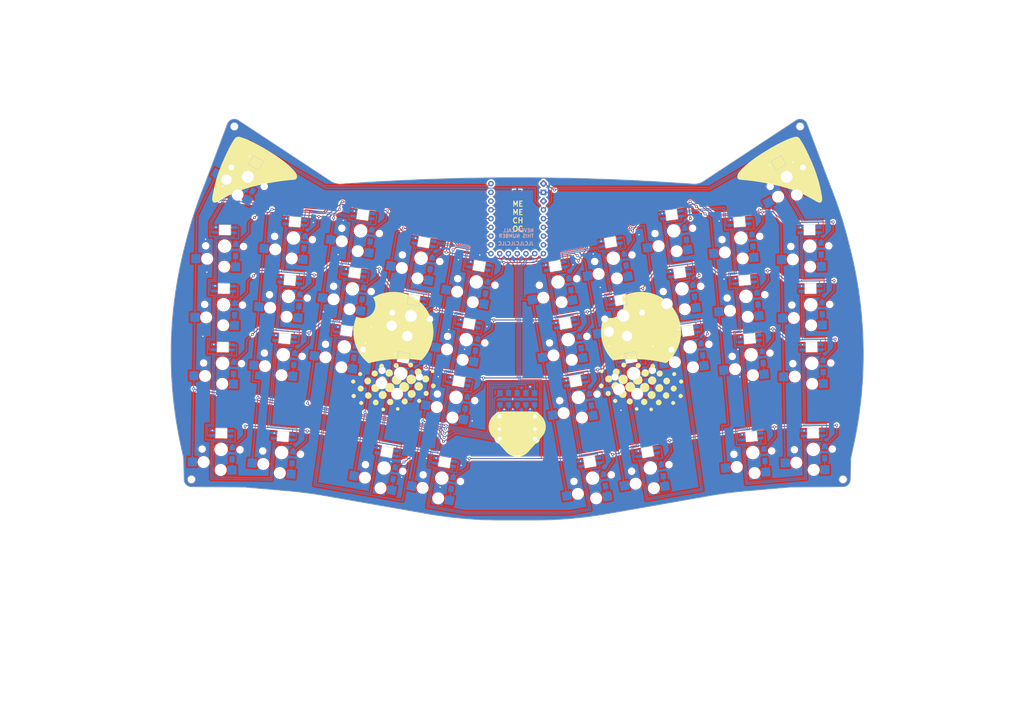
<source format=kicad_pcb>
(kicad_pcb (version 20221018) (generator pcbnew)
  (layers (0 "F.Cu" signal) (31 "B.Cu" signal) (34 "B.Paste" user) (35 "F.Paste" user) (36 "B.SilkS" user "B.Silkscreen") (37 "F.SilkS" user "F.Silkscreen") (38 "B.Mask" user) (39 "F.Mask" user) (44 "Edge.Cuts" user))
  (net 0 "")
  (net 1 "row0")
  (net 2 "Net-(D1-A)")
  (net 3 "row1")
  (net 4 "Net-(D2-A)")
  (net 5 "row2")
  (net 6 "Net-(D3-A)")
  (net 7 "row3")
  (net 8 "Net-(D4-A)")
  (net 9 "Net-(D5-A)")
  (net 10 "Net-(D6-A)")
  (net 11 "Net-(D7-A)")
  (net 12 "Net-(D8-A)")
  (net 13 "Net-(D9-A)")
  (net 14 "Net-(D10-A)")
  (net 15 "Net-(D11-A)")
  (net 16 "Net-(D12-A)")
  (net 17 "Net-(D13-A)")
  (net 18 "Net-(D14-A)")
  (net 19 "Net-(D15-A)")
  (net 20 "Net-(D16-A)")
  (net 21 "Net-(D17-A)")
  (net 22 "Net-(D18-A)")
  (net 23 "Net-(D19-A)")
  (net 24 "Net-(D20-A)")
  (net 25 "Net-(D21-A)")
  (net 26 "Net-(D22-A)")
  (net 27 "Net-(D23-A)")
  (net 28 "Net-(D24-A)")
  (net 29 "Net-(D25-A)")
  (net 30 "Net-(D26-A)")
  (net 31 "Net-(D27-A)")
  (net 32 "Net-(D28-A)")
  (net 33 "Net-(D29-A)")
  (net 34 "Net-(D30-A)")
  (net 35 "Net-(D31-A)")
  (net 36 "Net-(D32-A)")
  (net 37 "Net-(D33-A)")
  (net 38 "Net-(D34-A)")
  (net 39 "Net-(D35-A)")
  (net 40 "Net-(D36-A)")
  (net 41 "col0")
  (net 42 "col1")
  (net 43 "col2")
  (net 44 "col3")
  (net 45 "col4")
  (net 46 "col5")
  (net 47 "col6")
  (net 48 "col7")
  (net 49 "col8")
  (net 50 "col9")
  (net 51 "row4")
  (net 52 "Net-(D37-A)")
  (net 53 "Net-(D38-A)")
  (net 54 "Net-(D39-A)")
  (net 55 "Net-(D40-A)")
  (net 56 "VCC")
  (net 57 "Net-(D41-DOUT)")
  (net 58 "GND")
  (net 59 "LED")
  (net 60 "Net-(D42-DOUT)")
  (net 61 "Net-(D43-DOUT)")
  (net 62 "Net-(D44-DOUT)")
  (net 63 "Net-(D45-DOUT)")
  (net 64 "Net-(D46-DOUT)")
  (net 65 "Net-(D47-DOUT)")
  (net 66 "Net-(D48-DOUT)")
  (net 67 "Net-(D49-DOUT)")
  (net 68 "Net-(D50-DOUT)")
  (net 69 "Net-(D51-DOUT)")
  (net 70 "Net-(D53-DOUT)")
  (net 71 "Net-(D54-DOUT)")
  (net 72 "Net-(D55-DOUT)")
  (net 73 "Net-(D56-DOUT)")
  (net 74 "Net-(D57-DOUT)")
  (net 75 "Net-(D58-DOUT)")
  (net 76 "Net-(D59-DOUT)")
  (net 77 "Net-(D60-DOUT)")
  (net 78 "Net-(D61-DOUT)")
  (net 79 "Net-(D62-DOUT)")
  (net 80 "Net-(D63-DOUT)")
  (net 81 "Net-(D52-DOUT)")
  (net 82 "Net-(D64-DOUT)")
  (net 83 "Net-(D65-DOUT)")
  (net 84 "Net-(D66-DOUT)")
  (net 85 "Net-(D67-DOUT)")
  (net 86 "Net-(D68-DOUT)")
  (net 87 "Net-(D69-DOUT)")
  (net 88 "Net-(D73-DOUT)")
  (net 89 "Net-(D74-DOUT)")
  (net 90 "Net-(D75-DOUT)")
  (net 91 "Net-(D76-DOUT)")
  (net 92 "Net-(D77-DOUT)")
  (net 93 "Net-(D78-DOUT)")
  (net 94 "Net-(D79-DOUT)")
  (net 96 "Sound")
  (net 98 "Net-(D70-DOUT)")
  (net 99 "Net-(D71-DOUT)")
  (net 100 "Net-(D72-DOUT)")
  (net 101 "Net-(D81-K)")
  (net 102 "Net-(D82-K)")
  (net 103 "Net-(D83-K)")
  (net 104 "Net-(D84-K)")
  (net 105 "Net-(D85-K)")
  (net 106 "row5")
  (footprint "UWUmasterGatekeeperHusoLib:Buzzer_Mallory_AST1109MLTRQ" (layer "F.Cu") (at 150 62.700001 90)
    (fp_text reference "BZ1" hide)
    (fp_text value "Buzzer")
  )
  (footprint "UWUmasterGatekeeperHusoLib:Kailh_socket_PG1350 LED Window ME Version V2" (layer "F.Cu") (at 197.804849 83.755141 8)
    (fp_text reference "SW20" hide)
    (fp_text value "SW_Push")
  )
  (footprint "UWUmasterGatekeeperHusoLib:Kailh_socket_PG1350 LED Window ME Version V2" (layer "F.Cu") (at 82.131037 102.858206 -5)
    (fp_text reference "SW24" hide)
    (fp_text value "SW_Push")
  )
  (footprint "UWUmasterGatekeeperHusoLib:Kailh_socket_PG1350 LED Window ME Version V2" (layer "F.Cu") (at 183.799549 108.333094 10)
    (fp_text reference "SW29" hide)
    (fp_text value "SW_Push")
  )
  (footprint "UWUmasterGatekeeperHusoLib:Kailh_socket_PG1350 LED Window ME Version V2" (layer "F.Cu") (at 180.84753 91.591362 10)
    (fp_text reference "SW19" hide)
    (fp_text value "SW_Push")
  )
  (footprint "UWUmasterGatekeeperHusoLib:Kailh_socket_PG1350 LED Window ME Version V2" (layer "F.Cu") (at 128.116957 138.662696 -10)
    (fp_text reference "SW36" hide)
    (fp_text value "SW_Push")
  )
  (footprint "UWUmasterGatekeeperHusoLib:Kailh_socket_PG1350 LED Window ME Version V2" (layer "F.Cu") (at 122.105999 74.847231 -10)
    (fp_text reference "SW6" hide)
    (fp_text value "SW_Push")
  )
  (footprint "UWUmasterGatekeeperHusoLib:Kailh_socket_PG1350 LED Window ME Version V2" (layer "F.Cu") (at 99.827948 100.59011 -8)
    (fp_text reference "SW25" hide)
    (fp_text value "SW_Push")
  )
  (footprint "UWUmasterGatekeeperHusoLib:Kailh_socket_PG1350 LED Window ME Version V2" (layer "F.Cu") (at 71.832766 51.247652 -30)
    (fp_text reference "SW1" hide)
    (fp_text value "SW_Push")
  )
  (footprint "UWUmasterGatekeeperHusoLib:Kailh_socket_PG1350 LED Window ME Version V2" (layer "F.Cu") (at 64.511346 105.35075 -1)
    (fp_text reference "SW23" hide)
    (fp_text value "SW_Push")
  )
  (footprint "UWUmasterGatekeeperHusoLib:Kailh_socket_PG1350 LED Window ME Version V2" (layer "F.Cu") (at 102.193895 83.755555 -8)
    (fp_text reference "SW15" hide)
    (fp_text value "SW_Push")
  )
  (footprint "UWUmasterGatekeeperHusoLib:Kailh_socket_PG1350 LED Window ME Version V2" (layer "F.Cu") (at 228.168361 51.249904 30)
    (fp_text reference "SW2" hide)
    (fp_text value "SW_Push")
  )
  (footprint "UWUmasterGatekeeperHusoLib:Kailh_socket_PG1350 LED Window ME Version V2" (layer "F.Cu") (at 83.612684 85.922898 -5)
    (fp_text reference "SW14" hide)
    (fp_text value "SW_Push")
  )
  (footprint "UWUmasterGatekeeperHusoLib:Kailh_socket_PG1350 LED Window ME Version V2" (layer "F.Cu") (at 214.904591 68.985453 5)
    (fp_text reference "SW11" hide)
    (fp_text value "SW_Push")
  )
  (footprint "UWUmasterGatekeeperHusoLib:Kailh_socket_PG1350 LED Window ME Version V2" (layer "F.Cu") (at 218.365885 131.256075 5)
    (fp_text reference "SW39" hide)
    (fp_text value "SW_Push")
  )
  (footprint "UWUmasterGatekeeperHusoLib:Kailh_socket_PG1350 LED Window ME Version V2" (layer "F.Cu") (at 188.625549 135.711093 10)
    (fp_text reference "SW38" hide)
    (fp_text value "SW_Push")
  )
  (footprint "UWUmasterGatekeeperHusoLib:Kailh_socket_PG1350 LED Window ME Version V2" (layer "F.Cu") (at 235.488658 105.351058 1)
    (fp_text reference "SW32" hide)
    (fp_text value "SW_Push")
  )
  (footprint "UWUmasterGatekeeperHusoLib:Kailh_socket_PG1350 LED Window ME Version V2" (layer "F.Cu") (at 64.074339 130.333748 -1)
    (fp_text reference "SW33" hide)
    (fp_text value "SW_Push")
  )
  (footprint "UWUmasterGatekeeperHusoLib:Kailh_socket_PG1350 LED Window ME Version V2" (layer "F.Cu") (at 64.808031 88.353343 -1)
    (fp_text reference "SW13" hide)
    (fp_text value "SW_Push")
  )
  (footprint "UWUmasterGatekeeperHusoLib:Kailh_socket_PG1350 LED Window ME Version V2" (layer "F.Cu") (at 116.201958 108.330694 -10)
    (fp_text reference "SW26" hide)
    (fp_text value "SW_Push")
  )
  (footprint "UWUmasterGatekeeperHusoLib:Kailh_socket_PG1350 LED Window ME Version V2" (layer "F.Cu") (at 164.798087 98.484295 10)
    (fp_text reference "SW18" hide)
    (fp_text value "SW_Push")
  )
  (footprint "UWUmasterGatekeeperHusoLib:Kailh_socket_PG1350 LED Window ME Version V2" (layer "F.Cu") (at 234.895277 71.356243 1)
    (fp_text reference "SW12" hide)
    (fp_text value "SW_Push")
  )
  (footprint "UWUmasterGatekeeperHusoLib:Kailh_socket_PG1350 LED Window ME Version V2" (layer "F.Cu") (at 119.153978 91.588963 -10)
    (fp_text reference "SW16" hide)
    (fp_text value "SW_Push")
  )
  (footprint "UWUmasterGatekeeperHusoLib:Kailh_socket_PG1350 LED Window ME Version V2" (layer "F.Cu") (at 65.104723 71.355933 -1)
    (fp_text reference "SW3" hide)
    (fp_text value "SW_Push")
  )
  (footprint "UWUmasterGatekeeperHusoLib:Kailh_socket_PG1350 LED Window ME Version V2" (layer "F.Cu") (at 135.200976 98.481965 -10)
    (fp_text reference "SW17" hide)
    (fp_text value "SW_Push")
  )
  (footprint "UWUmasterGatekeeperHusoLib:Kailh_socket_PG1350 LED Window ME Version V2" (layer "F.Cu") (at 235.924656 130.332064 1)
    (fp_text reference "SW40" hide)
    (fp_text value "SW_Push")
  )
  (footprint "UWUmasterGatekeeperHusoLib:Kailh_socket_PG1350 LED Window ME Version V2" (layer "F.Cu") (at 195.438903 66.920581 8)
    (fp_text reference "SW10" hide)
    (fp_text value "SW_Push")
  )
  (footprint "UWUmasterGatekeeperHusoLib:Kailh_socket_PG1350 LED Window ME Version V2" (layer "F.Cu") (at 111.374957 135.710695 -10)
    (fp_text reference "SW35" hide)
    (fp_text value "SW_Push")
  )
  (footprint "UWUmasterGatekeeperHusoLib:Kailh_socket_PG1350 LED Window ME Version V2" (layer "F.Cu") (at 235.19197 88.353655 1)
    (fp_text reference "SW22" hide)
    (fp_text value "SW_Push")
  )
  (footprint "UWUmasterGatekeeperHusoLib:Kailh_socket_PG1350 LED Window ME Version V2" (layer "F.Cu") (at 200.17079 100.589699 8)
    (fp_text reference "SW30" hide)
    (fp_text value "SW_Push")
  )
  (footprint "UWUmasterGatekeeperHusoLib:5Way-non-reverse no silk" (layer "F.Cu") (at 150 124)
    (fp_text reference "HAT1" hide)
    (fp_text value "5Way-Tactile_K1-1506DN-01")
  )
  (footprint "UWUmasterGatekeeperHusoLib:Kailh_socket_PG1350 LED Window ME Version V2" (layer "F.Cu") (at 138.153 81.740229 -10)
    (fp_text reference "SW7" hide)
    (fp_text value "SW_Push")
  )
  (footprint "UWUmasterGatekeeperHusoLib:Kailh_socket_PG1350 LED Window ME Version V2" (layer "F.Cu") (at 177.895511 74.849629 10)
    (fp_text reference "SW9" hide)
    (fp_text value "SW_Push")
  )
  (footprint "UWUmasterGatekeeperHusoLib:Kailh_socket_PG1350 LED Window ME Version V2" (layer "F.Cu") (at 81.635038 131.251205 -5)
    (fp_text reference "SW34" hide)
    (fp_text value "SW_Push")
  )
  (footprint "UWUmasterGatekeeperHusoLib:Kailh_socket_PG1350 LED Window ME Version V2" (layer "F.Cu") (at 217.86789 102.856075 5)
    (fp_text reference "SW31" hide)
    (fp_text value "SW_Push")
  )
  (footprint "UWUmasterGatekeeperHusoLib:Kailh_socket_PG1350 LED Window ME Version V2" (layer "F.Cu") (at 104.559839 66.921001 -8)
    (fp_text reference "SW5" hide)
    (fp_text value "SW_Push")
  )
  (footprint "UWUmasterGatekeeperHusoLib:Kailh_socket_PG1350 LED Window ME Version V2" (layer "F.Cu") (at 85.094328 68.987587 -5)
    (fp_text reference "SW4" hide)
    (fp_text value "SW_Push")
  )
  (footprint "UWUmasterGatekeeperHusoLib:Kailh_socket_PG1350 LED Window ME Version V2" (layer "F.Cu") (at 171.884104 138.663031 10)
    (fp_text reference "SW37" hide)
    (fp_text value "SW_Push")
  )
  (footprint "UWUmasterGatekeeperHusoLib:Kailh_socket_PG1350 LED Window ME Version V2" (layer "F.Cu") (at 167.750107 115.226031 10)
    (fp_text reference "SW28" hide)
    (fp_text value "SW_Push")
  )
  (footprint "UWUmasterGatekeeperHusoLib:Kailh_socket_PG1350 LED Window ME Version V2" (layer "F.Cu") (at 161.846069 81.742568 10)
    (fp_text reference "SW8" hide)
    (fp_text value "SW_Push")
  )
  (footprint "UWUmasterGatekeeperHusoLib:Kailh_socket_PG1350 LED Window ME Version V2" (layer "F.Cu") (at 132.248962 115.223699 -10)
    (fp_text reference "SW27" hide)
    (fp_text value "SW_Push")
  )
  (footprint "UWUmasterGatekeeperHusoLib:Kailh_socket_PG1350 LED Window ME Version V2" (layer "F.Cu") (at 216.386239 85.920765 5)
    (fp_text reference "SW21" hide)
    (fp_text value "SW_Push")
  )
  (footprint "UWUmasterGatekeeperHusoLib:Diode_SOD123 triangle clean" (layer "B.Cu") (at 175.308048 139.263375 -80)
    (fp_text reference "D37" hide)
    (fp_text value "D_Small" hide)
  )
  (footprint "UWUmasterGatekeeperHusoLib:SK6812-MINI-E mit LED v2 ohne silk LED FRAME" (layer "B.Cu") (at 235.839493 125.63261 -179)
    (fp_text reference "D76" hide)
    (fp_text value "SK6812MINI-E" hide)
    (fp_line (start -1.7 -1.5) (end -1.7 1.5) (stroke (width 0.12)) (layer "Edge.Cuts"))
    (fp_line (start -1.7 1.5) (end 1.7 1.5) (stroke (width 0.12)) (layer "Edge.Cuts"))
    (fp_line (start 1.7 -1.5) (end -1.7 -1.5) (stroke (width 0.12)) (layer "Edge.Cuts"))
    (fp_line (start 1.7 1.5) (end 1.7 -1.5) (stroke (width 0.12)) (layer "Edge.Cuts"))
  )
  (footprint "UWUmasterGatekeeperHusoLib:SK6812-MINI-E mit LED v2 ohne silk LED FRAME" (layer "B.Cu") (at 215.97176 81.237646 -175)
    (fp_text reference "D73" hide)
    (fp_text value "SK6812MINI-E" hide)
    (fp_line (start -1.7 -1.5) (end -1.7 1.5) (stroke (width 0.12)) (layer "Edge.Cuts"))
    (fp_line (start -1.7 1.5) (end 1.7 1.5) (stroke (width 0.12)) (layer "Edge.Cuts"))
    (fp_line (start 1.7 -1.5) (end -1.7 -1.5) (stroke (width 0.12)) (layer "Edge.Cuts"))
    (fp_line (start 1.7 1.5) (end 1.7 -1.5) (stroke (width 0.12)) (layer "Edge.Cuts"))
  )
  (footprint "UWUmasterGatekeeperHusoLib:SK6812-MINI-E mit LED v2 ohne silk LED FRAME" (layer "B.Cu") (at 112.190999 131.071 170)
    (fp_text reference "D53" hide)
    (fp_text value "SK6812MINI-E" hide)
    (fp_line (start -1.7 -1.5) (end -1.7 1.5) (stroke (width 0.12)) (layer "Edge.Cuts"))
    (fp_line (start -1.7 1.5) (end 1.7 1.5) (stroke (width 0.12)) (layer "Edge.Cuts"))
    (fp_line (start 1.7 -1.5) (end -1.7 -1.5) (stroke (width 0.12)) (layer "Edge.Cuts"))
    (fp_line (start 1.7 1.5) (end 1.7 -1.5) (stroke (width 0.12)) (layer "Edge.Cuts"))
  )
  (footprint "UWUmasterGatekeeperHusoLib:Diode_SOD123 triangle clean" (layer "B.Cu") (at 125.009291 76.379599 -100)
    (fp_text reference "D6" hide)
    (fp_text value "D_Small" hide)
  )
  (footprint "UWUmasterGatekeeperHusoLib:SK6812-MINI-E mit LED v2 ohne silk LED FRAME" (layer "B.Cu") (at 182.98857 103.704351 -170)
    (fp_text reference "D67" hide)
    (fp_text value "SK6812MINI-E" hide)
    (fp_line (start -1.7 -1.5) (end -1.7 1.5) (stroke (width 0.12)) (layer "Edge.Cuts"))
    (fp_line (start -1.7 1.5) (end 1.7 1.5) (stroke (width 0.12)) (layer "Edge.Cuts"))
    (fp_line (start 1.7 -1.5) (end -1.7 -1.5) (stroke (width 0.12)) (layer "Edge.Cuts"))
    (fp_line (start 1.7 1.5) (end 1.7 -1.5) (stroke (width 0.12)) (layer "Edge.Cuts"))
  )
  (footprint "UWUmasterGatekeeperHusoLib:SK6812-MINI-E mit LED v2 ohne silk LED FRAME" (layer "B.Cu") (at 177.08176 70.224003 -170)
    (fp_text reference "D65" hide)
    (fp_text value "SK6812MINI-E" hide)
    (fp_line (start -1.7 -1.5) (end -1.7 1.5) (stroke (width 0.12)) (layer "Edge.Cuts"))
    (fp_line (start -1.7 1.5) (end 1.7 1.5) (stroke (width 0.12)) (layer "Edge.Cuts"))
    (fp_line (start 1.7 -1.5) (end -1.7 -1.5) (stroke (width 0.12)) (layer "Edge.Cuts"))
    (fp_line (start 1.7 1.5) (end 1.7 -1.5) (stroke (width 0.12)) (layer "Edge.Cuts"))
  )
  (footprint "UWUmasterGatekeeperHusoLib:Diode_SOD123 triangle clean" (layer "B.Cu") (at 155 115.7 90)
    (fp_text reference "D85" hide)
    (fp_text value "D_Small" hide)
  )
  (footprint "UWUmasterGatekeeperHusoLib:Diode_SOD123 triangle clean" (layer "B.Cu") (at 105.219138 85.094261 -98)
    (fp_text reference "D15" hide)
    (fp_text value "D_Small" hide)
  )
  (footprint "UWUmasterGatekeeperHusoLib:Diode_SOD123 triangle clean" (layer "B.Cu") (at 86.795338 87.08793 -95)
    (fp_text reference "D14" hide)
    (fp_text value "D_Small" hide)
  )
  (footprint "UWUmasterGatekeeperHusoLib:SK6812-MINI-E mit LED v2 ohne silk LED FRAME" (layer "B.Cu") (at 217.456075 98.167095 -175)
    (fp_text reference "D74" hide)
    (fp_text value "SK6812MINI-E" hide)
    (fp_line (start -1.7 -1.5) (end -1.7 1.5) (stroke (width 0.12)) (layer "Edge.Cuts"))
    (fp_line (start -1.7 1.5) (end 1.7 1.5) (stroke (width 0.12)) (layer "Edge.Cuts"))
    (fp_line (start 1.7 -1.5) (end -1.7 -1.5) (stroke (width 0.12)) (layer "Edge.Cuts"))
    (fp_line (start 1.7 1.5) (end 1.7 -1.5) (stroke (width 0.12)) (layer "Edge.Cuts"))
  )
  (footprint "UWUmasterGatekeeperHusoLib:Diode_SOD123 triangle clean" (layer "B.Cu") (at 147.5 115.7 90)
    (fp_text reference "D82" hide)
    (fp_text value "D_Small" hide)
  )
  (footprint "UWUmasterGatekeeperHusoLib:Diode_SOD123 triangle clean" (layer "B.Cu") (at 68.318136 72.491682 -91)
    (fp_text reference "D3" hide)
    (fp_text value "D_Small" hide)
  )
  (footprint "UWUmasterGatekeeperHusoLib:Diode_SOD123 triangle clean" (layer "B.Cu") (at 203.578631 101.339672 -82)
    (fp_text reference "D30" hide)
    (fp_text value "D_Small" hide)
  )
  (footprint "UWUmasterGatekeeperHusoLib:SK6812-MINI-E mit LED v2 ohne silk LED FRAME" (layer "B.Cu") (at 74.182009 47.176482 150)
    (fp_text reference "D41" hide)
    (fp_text value "SK6812MINI-E" hide)
    (fp_line (start -1.7 -1.5) (end -1.7 1.5) (stroke (width 0.12)) (layer "Edge.Cuts"))
    (fp_line (start -1.7 1.5) (end 1.7 1.5) (stroke (width 0.12)) (layer "Edge.Cuts"))
    (fp_line (start 1.7 -1.5) (end -1.7 -1.5) (stroke (width 0.12)) (layer "Edge.Cuts"))
    (fp_line (start 1.7 1.5) (end 1.7 -1.5) (stroke (width 0.12)) (layer "Edge.Cuts"))
  )
  (footprint "UWUmasterGatekeeperHusoLib:SK6812-MINI-E mit LED v2 ohne silk LED FRAME" (layer "B.Cu") (at 235.108489 83.654608 -179)
    (fp_text reference "D78" hide)
    (fp_text value "SK6812MINI-E" hide)
    (fp_line (start -1.7 -1.5) (end -1.7 1.5) (stroke (width 0.12)) (layer "Edge.Cuts"))
    (fp_line (start -1.7 1.5) (end 1.7 1.5) (stroke (width 0.12)) (layer "Edge.Cuts"))
    (fp_line (start 1.7 -1.5) (end -1.7 -1.5) (stroke (width 0.12)) (layer "Edge.Cuts"))
    (fp_line (start 1.7 1.5) (end 1.7 -1.5) (stroke (width 0.12)) (layer "Edge.Cuts"))
  )
  (footprint "UWUmasterGatekeeperHusoLib:Diode_SOD123 triangle clean" (layer "B.Cu") (at 152.5 115.700004 90)
    (fp_text reference "D84" hide)
    (fp_text value "D_Small" hide)
  )
  (footprint "UWUmasterGatekeeperHusoLib:Diode_SOD123 triangle clean" (layer "B.Cu") (at 198.863668 67.790958 -82)
    (fp_text reference "D10" hide)
    (fp_text value "D_Small" hide)
  )
  (footprint "UWUmasterGatekeeperHusoLib:Diode_SOD123 triangle clean" (layer "B.Cu") (at 218.245635 69.704904 -85)
    (fp_text reference "D11" hide)
    (fp_text value "D_Small" hide)
  )
  (footprint "UWUmasterGatekeeperHusoLib:Diode_SOD123 triangle clean" (layer "B.Cu") (at 67.720547 106.727468 -91)
    (fp_text reference "D23" hide)
    (fp_text value "D_Small" hide)
  )
  (footprint "UWUmasterGatekeeperHusoLib:SK6812-MINI-E mit LED v2 ohne silk LED FRAME" (layer "B.Cu") (at 122.924569 70.213644 170)
    (fp_text reference "D56" hide)
    (fp_text value "SK6812MINI-E" hide)
    (fp_line (start -1.7 -1.5) (end -1.7 1.5) (stroke (width 0.12)) (layer "Edge.Cuts"))
    (fp_line (start -1.7 1.5) (end 1.7 1.5) (stroke (width 0.12)) (layer "Edge.Cuts"))
    (fp_line (start 1.7 -1.5) (end -1.7 -1.5) (stroke (width 0.12)) (layer "Edge.Cuts"))
    (fp_line (start 1.7 1.5) (end 1.7 -1.5) (stroke (width 0.12)) (layer "Edge.Cuts"))
  )
  (footprint "UWUmasterGatekeeperHusoLib:SK6812-MINI-E mit LED v2 ohne silk LED FRAME" (layer "B.Cu") (at 194.794738 62.267003 -172)
    (fp_text reference "D71" hide)
    (fp_text value "SK6812MINI-E" hide)
    (fp_line (start -1.7 -1.5) (end -1.7 1.5) (stroke (width 0.12)) (layer "Edge.Cuts"))
    (fp_line (start -1.7 1.5) (end 1.7 1.5) (stroke (width 0.12)) (layer "Edge.Cuts"))
    (fp_line (start 1.7 -1.5) (end -1.7 -1.5) (stroke (width 0.12)) (layer "Edge.Cuts"))
    (fp_line (start 1.7 1.5) (end 1.7 -1.5) (stroke (width 0.12)) (layer "Edge.Cuts"))
  )
  (footprint "UWUmasterGatekeeperHusoLib:SK6812-MINI-E mit LED v2 ohne silk LED FRAME" (layer "B.Cu") (at 180.030757 86.968999 -170)
    (fp_text reference "D66" hide)
    (fp_text value "SK6812MINI-E" hide)
    (fp_line (start -1.7 -1.5) (end -1.7 1.5) (stroke (width 0.12)) (layer "Edge.Cuts"))
    (fp_line (start -1.7 1.5) (end 1.7 1.5) (stroke (width 0.12)) (layer "Edge.Cuts"))
    (fp_line (start 1.7 -1.5) (end -1.7 -1.5) (stroke (width 0.12)) (layer "Edge.Cuts"))
    (fp_line (start 1.7 1.5) (end 1.7 -1.5) (stroke (width 0.12)) (layer "Edge.Cuts"))
  )
  (footprint "UWUmasterGatekeeperHusoLib:SK6812-MINI-E mit LED v2 ohne silk LED FRAME" (layer "B.Cu") (at 197.147733 79.098005 -172)
    (fp_text reference "D70" hide)
    (fp_text value "SK6812MINI-E" hide)
    (fp_line (start -1.7 -1.5) (end -1.7 1.5) (stroke (width 0.12)) (layer "Edge.Cuts"))
    (fp_line (start -1.7 1.5) (end 1.7 1.5) (stroke (width 0.12)) (layer "Edge.Cuts"))
    (fp_line (start 1.7 -1.5) (end -1.7 -1.5) (stroke (width 0.12)) (layer "Edge.Cuts"))
    (fp_line (start 1.7 1.5) (end 1.7 -1.5) (stroke (width 0.12)) (layer "Edge.Cuts"))
  )
  (footprint "UWUmasterGatekeeperHusoLib:SK6812-MINI-E mit LED v2 ohne silk LED FRAME" (layer "B.Cu") (at 136.022002 93.850002 170)
    (fp_text reference "D58" hide)
    (fp_text value "SK6812MINI-E" hide)
    (fp_line (start -1.7 -1.5) (end -1.7 1.5) (stroke (width 0.12)) (layer "Edge.Cuts"))
    (fp_line (start -1.7 1.5) (end 1.7 1.5) (stroke (width 0.12)) (layer "Edge.Cuts"))
    (fp_line (start 1.7 -1.5) (end -1.7 -1.5) (stroke (width 0.12)) (layer "Edge.Cuts"))
    (fp_line (start 1.7 1.5) (end 1.7 -1.5) (stroke (width 0.12)) (layer "Edge.Cuts"))
  )
  (footprint "UWUmasterGatekeeperHusoLib:SK6812-MINI-E mit LED v2 ohne silk LED FRAME" (layer "B.Cu") (at 102.849118 79.100065 172)
    (fp_text reference "D51" hide)
    (fp_text value "SK6812MINI-E" hide)
    (fp_line (start -1.7 -1.5) (end -1.7 1.5) (stroke (width 0.12)) (layer "Edge.Cuts"))
    (fp_line (start -1.7 1.5) (end 1.7 1.5) (stroke (width 0.12)) (layer "Edge.Cuts"))
    (fp_line (start 1.7 -1.5) (end -1.7 -1.5) (stroke (width 0.12)) (layer "Edge.Cuts"))
    (fp_line (start 1.7 1.5) (end 1.7 -1.5) (stroke (width 0.12)) (layer "Edge.Cuts"))
  )
  (footprint "UWUmasterGatekeeperHusoLib:Diode_SOD123 triangle clean" (layer "B.Cu") (at 238.767336 106.179797 -89)
    (fp_text reference "D32" hide)
    (fp_text value "D_Small" hide)
  )
  (footprint "UWUmasterGatekeeperHusoLib:SK6812-MINI-E mit LED v2 ohne silk LED FRAME" (layer "B.Cu") (at 105.216 62.261005 172)
    (fp_text reference "D50" hide)
    (fp_text value "SK6812MINI-E" hide)
    (fp_line (start -1.7 -1.5) (end -1.7 1.5) (stroke (width 0.12)) (layer "Edge.Cuts"))
    (fp_line (start -1.7 1.5) (end 1.7 1.5) (stroke (width 0.12)) (layer "Edge.Cuts"))
    (fp_line (start 1.7 -1.5) (end -1.7 -1.5) (stroke (width 0.12)) (layer "Edge.Cuts"))
    (fp_line (start 1.7 1.5) (end 1.7 -1.5) (stroke (width 0.12)) (layer "Edge.Cuts"))
  )
  (footprint "UWUmasterGatekeeperHusoLib:SK6812-MINI-E mit LED v2 ohne silk LED FRAME" (layer "B.Cu") (at 225.821013 47.176515 -150)
    (fp_text reference "D80" hide)
    (fp_text value "SK6812MINI-E" hide)
    (fp_line (start -1.7 -1.5) (end -1.7 1.5) (stroke (width 0.12)) (layer "Edge.Cuts"))
    (fp_line (start -1.7 1.5) (end 1.7 1.5) (stroke (width 0.12)) (layer "Edge.Cuts"))
    (fp_line (start 1.7 -1.5) (end -1.7 -1.5) (stroke (width 0.12)) (layer "Edge.Cuts"))
    (fp_line (start 1.7 1.5) (end 1.7 -1.5) (stroke (width 0.12)) (layer "Edge.Cuts"))
  )
  (footprint "UWUmasterGatekeeperHusoLib:Diode_SOD123 triangle clean" (layer "B.Cu") (at 102.839269 102.027894 -98)
    (fp_text reference "D25" hide)
    (fp_text value "D_Small" hide)
  )
  (footprint "UWUmasterGatekeeperHusoLib:SK6812-MINI-E mit LED v2 ohne silk LED FRAME" (layer "B.Cu") (at 187.819762 131.096997 -170)
    (fp_text reference "D68" hide)
    (fp_text value "SK6812MINI-E" hide)
    (fp_line (start -1.7 -1.5) (end -1.7 1.5) (stroke (width 0.12)) (layer "Edge.Cuts"))
    (fp_line (start -1.7 1.5) (end 1.7 1.5) (stroke (width 0.12)) (layer "Edge.Cuts"))
    (fp_line (start 1.7 -1.5) (end -1.7 -1.5) (stroke (width 0.12)) (layer "Edge.Cuts"))
    (fp_line (start 1.7 1.5) (end 1.7 -1.5) (stroke (width 0.12)) (layer "Edge.Cuts"))
  )
  (footprint "UWUmasterGatekeeperHusoLib:RP2040-Zero mittig" (layer "B.Cu") (at 149.999996 73.01 180)
    (fp_text reference "RZ1" hide)
    (fp_text value "RP2040-Zero")
  )
  (footprint "UWUmasterGatekeeperHusoLib:SK6812-MINI-E mit LED v2 ohne silk LED FRAME" (layer "B.Cu") (at 138.973566 77.110647 170)
    (fp_text reference "D57" hide)
    (fp_text value "SK6812MINI-E" hide)
    (fp_line (start -1.7 -1.5) (end -1.7 1.5) (stroke (width 0.12)) (layer "Edge.Cuts"))
    (fp_line (start -1.7 1.5) (end 1.7 1.5) (stroke (width 0.12)) (layer "Edge.Cuts"))
    (fp_line (start 1.7 -1.5) (end -1.7 -1.5) (stroke (width 0.12)) (layer "Edge.Cuts"))
    (fp_line (start 1.7 1.5) (end 1.7 -1.5) (stroke (width 0.12)) (layer "Edge.Cuts"))
  )
  (footprint "UWUmasterGatekeeperHusoLib:Diode_SOD123 triangle clean" (layer "B.Cu") (at 238.172647 72.109985 -89)
    (fp_text reference "D12" hide)
    (fp_text value "D_Small" hide)
  )
  (footprint "UWUmasterGatekeeperHusoLib:Diode_SOD123 triangle clean" (layer "B.Cu") (at 107.572759 68.347379 -98)
    (fp_text reference "D5" hide)
    (fp_text value "D_Small" hide)
  )
  (footprint "UWUmasterGatekeeperHusoLib:SK6812-MINI-E mit LED v2 ohne silk LED FRAME" (layer "B.Cu") (at 64.89231 83.650158 179)
    (fp_text reference "D43" hide)
    (fp_text value "SK6812MINI-E" hide)
    (fp_line (start -1.7 -1.5) (end -1.7 1.5) (stroke (width 0.12)) (layer "Edge.Cuts"))
    (fp_line (start -1.7 1.5) (end 1.7 1.5) (stroke (width 0.12)) (layer "Edge.Cuts"))
    (fp_line (start 1.7 -1.5) (end -1.7 -1.5) (stroke (width 0.12)) (layer "Edge.Cuts"))
    (fp_line (start 1.7 1.5) (end 1.7 -1.5) (stroke (width 0.12)) (layer "Edge.Cuts"))
  )
  (footprint "UWUmasterGatekeeperHusoLib:Diode_SOD123 triangle clean" (layer "B.Cu") (at 141.107787 83.417468 -100)
    (fp_text reference "D7" hide)
    (fp_text value "D_Small" hide)
  )
  (footprint "UWUmasterGatekeeperHusoLib:Diode_SOD123 triangle clean" (layer "B.Cu") (at 181.306464 75.290869 -80)
    (fp_text reference "D9" hide)
    (fp_text value "D_Small" hide)
  )
  (footprint "UWUmasterGatekeeperHusoLib:SK6812-MINI-E mit LED v2 ohne silk LED FRAME" (layer "B.Cu") (at 133.061571 110.585648 170)
    (fp_text reference "D59" hide)
    (fp_text value "SK6812MINI-E" hide)
    (fp_line (start -1.7 -1.5) (end -1.7 1.5) (stroke (width 0.12)) (layer "Edge.Cuts"))
    (fp_line (start -1.7 1.5) (end 1.7 1.5) (stroke (width 0.12)) (layer "Edge.Cuts"))
    (fp_line (start 1.7 -1.5) (end -1.7 -1.5) (stroke (width 0.12)) (layer "Edge.Cuts"))
    (fp_line (start 1.7 1.5) (end 1.7 -1.5) (stroke (width 0.12)) (layer "Edge.Cuts"))
  )
  (footprint "UWUmasterGatekeeperHusoLib:Diode_SOD123 triangle clean" (layer "B.Cu") (at 239.206649 131.172938 -90)
    (fp_text reference "D40" hide)
    (fp_text value "D_Small" hide)
  )
  (footprint "UWUmasterGatekeeperHusoLib:SK6812-MINI-E mit LED v2 ohne silk LED FRAME" (layer "B.Cu") (at 171.062039 134.018564 -170)
    (fp_text reference "D61" hide)
    (fp_text value "SK6812MINI-E" hide)
    (fp_line (start -1.7 -1.5) (end -1.7 1.5) (stroke (width 0.12)) (layer "Edge.Cuts"))
    (fp_line (start -1.7 1.5) (end 1.7 1.5) (stroke (width 0.12)) (layer "Edge.Cuts"))
    (fp_line (start 1.7 -1.5) (end -1.7 -1.5) (stroke (width 0.12)) (layer "Edge.Cuts"))
    (fp_line (start 1.7 1.5) (end 1.7 -1.5) (stroke (width 0.12)) (layer "Edge.Cuts"))
  )
  (footprint "UWUmasterGatekeeperHusoLib:SK6812-MINI-E mit LED v2 ohne silk LED FRAME" (layer "B.Cu") (at 128.929569 134.03265 170)
    (fp_text reference "D60" hide)
    (fp_text value "SK6812MINI-E" hide)
    (fp_line (start -1.7 -1.5) (end -1.7 1.5) (stroke (width 0.12)) (layer "Edge.Cuts"))
    (fp_line (start -1.7 1.5) (end 1.7 1.5) (stroke (width 0.12)) (layer "Edge.Cuts"))
    (fp_line (start 1.7 -1.5) (end -1.7 -1.5) (stroke (width 0.12)) (layer "Edge.Cuts"))
    (fp_line (start 1.7 1.5) (end 1.7 -1.5) (stroke (width 0.12)) (layer "Edge.Cuts"))
  )
  (footprint "UWUmasterGatekeeperHusoLib:Diode_SOD123 triangle clean" (layer "B.Cu") (at 231.466883 50.465723 -60)
    (fp_text reference "D2" hide)
    (fp_text value "D_Small" hide)
  )
  (footprint "UWUmasterGatekeeperHusoLib:Diode_SOD123 triangle clean" (layer "B.Cu") (at 138.178543 100.030038 -100)
    (fp_text reference "D17" hide)
    (fp_text value "D_Small" hide)
  )
  (footprint "UWUmasterGatekeeperHusoLib:Diode_SOD123 triangle clean" (layer "B.Cu") (at 221.210623 103.594884 -85)
    (fp_text reference "D31" hide)
    (fp_text value "D_Small" hide)
  )
  (footprint "UWUmasterGatekeeperHusoLib:SK6812-MINI-E mit LED v2 ohne silk LED FRAME" (layer "B.Cu") (at 235.41231 100.64484 -179)
    (fp_text reference "D77" hide)
    (fp_text value "SK6812MINI-E" hide)
    (fp_line (start -1.7 -1.5) (end -1.7 1.5) (stroke (width 0.12)) (layer "Edge.Cuts"))
    (fp_line (start -1.7 1.5) (end 1.7 1.5) (stroke (width 0.12)) (layer "Edge.Cuts"))
    (fp_line (start 1.7 -1.5) (end -1.7 -1.5) (stroke (width 0.12)) (layer "Edge.Cuts"))
    (fp_line (start 1.7 1.5) (end 1.7 -1.5) (stroke (width 0.12)) (layer "Edge.Cuts"))
  )
  (footprint "UWUmasterGatekeeperHusoLib:Diode_SOD123 triangle clean" (layer "B.Cu") (at 219.724599 86.609586 -85)
    (fp_text reference "D21" hide)
    (fp_text value "D_Small" hide)
  )
  (footprint "UWUmasterGatekeeperHusoLib:Diode_SOD123 triangle clean" (layer "B.Cu") (at 165.284206 82.415342 -80)
    (fp_text reference "D8" hide)
    (fp_text value "D_Small" hide)
  )
  (footprint "UWUmasterGatekeeperHusoLib:Diode_SOD123 triangle clean" (layer "B.Cu") (at 238.474257 89.389359 -89)
    (fp_text reference "D22" hide)
    (fp_text value "D_Small" hide)
  )
  (footprint "UWUmasterGatekeeperHusoLib:SK6812-MINI-E mit LED v2 ohne silk LED FRAME" (layer "B.Cu") (at 161.033564 77.112349 -170)
    (fp_text reference "D64" hide)
    (fp_text value "SK6812MINI-E" hide)
    (fp_line (start -1.7 -1.5) (end -1.7 1.5) (stroke (width 0.12)) (layer "Edge.Cuts"))
    (fp_line (start -1.7 1.5) (end 1.7 1.5) (stroke (width 0.12)) (layer "Edge.Cuts"))
    (fp_line (start 1.7 -1.5) (end -1.7 -1.5) (stroke (width 0.12)) (layer "Edge.Cuts"))
    (fp_line (start 1.7 1.5) (end 1.7 -1.5) (stroke (width 0.12)) (layer "Edge.Cuts"))
  )
  (footprint "UWUmasterGatekeeperHusoLib:Diode_SOD123 triangle clean" (layer "B.Cu") (at 74.1135 53.857103 -120)
    (fp_text reference "D1" hide)
    (fp_text value "D_Small" hide)
  )
  (footprint "UWUmasterGatekeeperHusoLib:SK6812-MINI-E mit LED v2 ohne silk LED FRAME" (layer "B.Cu") (at 119.972001 86.951999 170)
    (fp_text reference "D55" hide)
    (fp_text value "SK6812MINI-E" hide)
    (fp_line (start -1.7 -1.5) (end -1.7 1.5) (stroke (width 0.12)) (layer "Edge.Cuts"))
    (fp_line (start -1.7 1.5) (end 1.7 1.5) (stroke (width 0.12)) (layer "Edge.Cuts"))
    (fp_line (start 1.7 -1.5) (end -1.7 -1.5) (stroke (width 0.12)) (layer "Edge.Cuts"))
    (fp_line (start 1.7 1.5) (end 1.7 -1.5) (stroke (width 0.12)) (layer "Edge.Cuts"))
  )
  (footprint "UWUmasterGatekeeperHusoLib:SK6812-MINI-E mit LED v2 ohne silk LED FRAME" (layer "B.Cu") (at 64.158998 125.633002 179)
    (fp_text reference "D45" hide)
    (fp_text value "SK6812MINI-E" hide)
    (fp_line (start -1.7 -1.5) (end -1.7 1.5) (stroke (width 0.12)) (layer "Edge.Cuts"))
    (fp_line (start -1.7 1.5) (end 1.7 1.5) (stroke (width 0.12)) (layer "Edge.Cuts"))
    (fp_line (start 1.7 -1.5) (end -1.7 -1.5) (stroke (width 0.12)) (layer "Edge.Cuts"))
    (fp_line (start 1.7 1.5) (end 1.7 -1.5) (stroke (width 0.12)) (layer "Edge.Cuts"))
  )
  (footprint "UWUmasterGatekeeperHusoLib:SK6812-MINI-E mit LED v2 ohne silk LED FRAME" (layer "B.Cu") (at 100.480002 95.918993 172)
    (fp_text reference "D52" hide)
    (fp_text value "SK6812MINI-E" hide)
    (fp_line (start -1.7 -1.5) (end -1.7 1.5) (stroke (width 0.12)) (layer "Edge.Cuts"))
    (fp_line (start -1.7 1.5) (end 1.7 1.5) (stroke (width 0.12)) (layer "Edge.Cuts"))
    (fp_line (start 1.7 -1.5) (end -1.7 -1.5) (stroke (width 0.12)) (layer "Edge.Cuts"))
    (fp_line (start 1.7 1.5) (end 1.7 -1.5) (stroke (width 0.12)) (layer "Edge.Cuts"))
  )
  (footprint "UWUmasterGatekeeperHusoLib:Diode_SOD123 triangle clean" (layer "B.Cu") (at 122.087044 92.952492 -100)
    (fp_text reference "D16" hide)
    (fp_text value "D_Small" hide)
  )
  (footprint "UWUmasterGatekeeperHusoLib:Diode_SOD123 triangle clean" (layer "B.Cu") (at 131.114189 140.093979 -100)
    (fp_text reference "D36" hide)
    (fp_text value "D_Small" hide)
  )
  (footprint "UWUmasterGatekeeperHusoLib:SK6812-MINI-E mit LED v2 ohne silk LED FRAME" (layer "B.Cu") (at 84.024002 81.238 175)
    (fp_text reference "D48" hide)
    (fp_text value "SK6812MINI-E" hide)
    (fp_line (start -1.7 -1.5) (end -1.7 1.5) (stroke (width 0.12)) (layer "Edge.Cuts"))
    (fp_line (start -1.7 1.5) (end 1.7 1.5) (stroke (width 0.12)) (layer "Edge.Cuts"))
    (fp_line (start 1.7 -1.5) (end -1.7 -1.5) (stroke (width 0.12)) (layer "Edge.Cuts"))
    (fp_line (start 1.7 1.5) (end 1.7 -1.5) (stroke (width 0.12)) (layer "Edge.Cuts"))
  )
  (footprint "UWUmasterGatekeeperHusoLib:SK6812-MINI-E mit LED v2 ohne silk LED FRAME" (layer "B.Cu") (at 234.812489 66.655612 -179)
    (fp_text reference "D79" hide)
    (fp_text value "SK6812MINI-E" hide)
    (fp_line (start -1.7 -1.5) (end -1.7 1.5) (stroke (width 0.12)) (layer "Edge.Cuts"))
    (fp_line (start -1.7 1.5) (end 1.7 1.5) (stroke (width 0.12)) (layer "Edge.Cuts"))
    (fp_line (start 1.7 -1.5) (end -1.7 -1.5) (stroke (width 0.12)) (layer "Edge.Cuts"))
    (fp_line (start 1.7 1.5) (end 1.7 -1.5) (stroke (width 0.12)) (layer "Edge.Cuts"))
  )
  (footprint "UWUmasterGatekeeperHusoLib:Diode_SOD123 triangle clean" (layer "B.Cu") (at 187.229257 108.880692 -80)
    (fp_text reference "D29" hide)
    (fp_text value "D_Small" hide)
  )
  (footprint "UWUmasterGatekeeperHusoLib:Diode_SOD123 triangle clean" (layer "B.Cu") (at 168.260191 99.29298 -80)
    (fp_text reference "D18" hide)
    (fp_text value "D_Small" hide)
  )
  (footprint "UWUmasterGatekeeperHusoLib:Diode_SOD123 triangle clean" (layer "B.Cu") (at 201.191807 84.356544 -82)
    (fp_text reference "D20" hide)
    (fp_text value "D_Small" hide)
  )
  (footprint "UWUmasterGatekeeperHusoLib:SK6812-MINI-E mit LED v2 ohne silk LED FRAME" (layer "B.Cu") (at 214.494548 64.304712 -175)
    (fp_text reference "D72" hide)
    (fp_text value "SK6812MINI-E" hide)
    (fp_line (start -1.7 -1.5) (end -1.7 1.5) (stroke (width 0.12)) (layer "Edge.Cuts"))
    (fp_line (start -1.7 1.5) (end 1.7 1.5) (stroke (width 0.12)) (layer "Edge.Cuts"))
    (fp_line (start 1.7 -1.5) (end -1.7 -1.5) (stroke (width 0.12)) (layer "Edge.Cuts"))
    (fp_line (start 1.7 1.5) (end 1.7 -1.5) (stroke (width 0.12)) (layer "Edge.Cuts"))
  )
  (footprint "UWUmasterGatekeeperHusoLib:Diode_SOD123 triangle clean" (layer "B.Cu") (at 85.305586 104.115877 -95)
    (fp_text reference "D24" hide)
    (fp_text value "D_Small" hide)
  )
  (footprint "UWUmasterGatekeeperHusoLib:Diode_SOD123 triangle clean" (layer "B.Cu") (at 68.018252 89.672065 -91)
    (fp_text reference "D13" hide)
    (fp_text value "D_Small" hide)
  )
  (footprint "UWUmasterGatekeeperHusoLib:Diode_SOD123 triangle clean" (layer "B.Cu") (at 114.27749 137.242691 -100)
    (fp_text reference "D35" hide)
    (fp_text value "D_Small" hide)
  )
  (footprint "UWUmasterGatekeeperHusoLib:Diode_SOD123 triangle clean" (layer "B.Cu") (at 67.288359 131.487695 -91)
    (fp_text reference "D33" hide)
    (fp_text value "D_Small" hide)
  )
  (footprint "UWUmasterGatekeeperHusoLib:Diode_SOD123 triangle clean" (layer "B.Cu") (at 119.11373 109.81499 -100)
    (fp_text reference "D26" hide)
    (fp_text value "D_Small" hide)
  )
  (footprint "UWUmasterGatekeeperHusoLib:SK6812-MINI-E mit LED v2 ohne silk LED FRAME" (layer "B.Cu") (at 166.939037 110.596564 -170)
    (fp_text reference "D62" hide)
    (fp_text value "SK6812MINI-E" hide)
    (fp_line (start -1.7 -1.5) (end -1.7 1.5) (stroke (width 0.12)) (layer "Edge.Cuts"))
    (fp_line (start -1.7 1.5) (end 1.7 1.5) (stroke (width 0.12)) (layer "Edge.Cuts"))
    (fp_line (start 1.7 -1.5) (end -1.7 -1.5) (stroke (width 0.12)) (layer "Edge.Cuts"))
    (fp_line (start 1.7 1.5) (end 1.7 -1.5) (stroke (width 0.12)) (layer "Edge.Cuts"))
  )
  (footprint "UWUmasterGatekeeperHusoLib:Diode_SOD123 triangle clean" (layer "B.Cu") (at 171.189977 115.908656 -80)
    (fp_text reference "D28" hide)
    (fp_text value "D_Small" hide)
  )
  (footprint "UWUmasterGatekeeperHusoLib:Diode_SOD123 triangle clean" (layer "B.Cu") (at 192.083419 136.410006 -80)
    (fp_text reference "D38" hide)
    (fp_text value "D_Small" hide)
  )
  (footprint "UWUmasterGatekeeperHusoLib:SK6812-MINI-E mit LED v2 ohne silk LED FRAME" (layer "B.Cu") (at 64.596314 100.654161 179)
    (fp_text reference "D44" hide)
    (fp_text value "SK6812MINI-E" hide)
    (fp_line (start -1.7 -1.5) (end -1.7 1.5) (stroke (width 0.12)) (layer "Edge.Cuts"))
    (fp_line (start -1.7 1.5) (end 1.7 1.5) (stroke (width 0.12)) (layer "Edge.Cuts"))
    (fp_line (start 1.7 -1.5) (end -1.7 -1.5) (stroke (width 0.12)) (layer "Edge.Cuts"))
    (fp_line (start 1.7 1.5) (end 1.7 -1.5) (stroke (width 0.12)) (layer "Edge.Cuts"))
  )
  (footprint "UWUmasterGatekeeperHusoLib:Diode_SOD123 triangle clean" (layer "B.Cu") (at 144.999998 115.7 90)
    (fp_text reference "D81" hide)
    (fp_text value "D_Small" hide)
  )
  (footprint "UWUmasterGatekeeperHusoLib:Diode_SOD123 triangle clean" (layer "B.Cu") (at 84.797164 132.64513 -95)
    (fp_text reference "D34" hide)
    (fp_text value "D_Small" hide)
  )
  (footprint "UWUmasterGatekeeperHusoLib:SK6812-MINI-E mit LED v2 ohne silk LED FRAME" (layer "B.Cu") (at 199.504736 95.937003 -172)
    (fp_text reference "D69" hide)
    (fp_text value "SK6812MINI-E" hide)
    (fp_line (start -1.7 -1.5) (end -1.7 1.5) (stroke (width 0.12)) (layer "Edge.Cuts"))
    (fp_line (start -1.7 1.5) (end 1.7 1.5) (stroke (width 0.12)) (layer "Edge.Cuts"))
    (fp_line (start 1.7 -1.5) (end -1.7 -1.5) (stroke (width 0.12)) (layer "Edge.Cuts"))
    (fp_line (start 1.7 1.5) (end 1.7 -1.5) (stroke (width 0.12)) (layer "Edge.Cuts"))
  )
  (footprint "UWUmasterGatekeeperHusoLib:Diode_SOD123 triangle clean" (layer "B.Cu") (at 135.223726 116.787649 -100)
    (fp_text reference "D27" hide)
    (fp_text value "D_Small" hide)
  )
  (footprint "UWUmasterGatekeeperHusoLib:SK6812-MINI-E mit LED v2 ohne silk LED FRAME" (layer "B.Cu") (at 163.979569 93.827356 -170)
    (fp_text reference "D63" hide)
    (fp_text value "SK6812MINI-E" hide)
    (fp_line (start -1.7 -1.5) (end -1.7 1.5) (stroke (width 0.12)) (layer "Edge.Cuts"))
    (fp_line (start -1.7 1.5) (end 1.7 1.5) (stroke (width 0.12)) (layer "Edge.Cuts"))
    (fp_line (start 1.7 -1.5) (end -1.7 -1.5) (stroke (width 0.12)) (layer "Edge.Cuts"))
    (fp_line (start 1.7 1.5) (end 1.7 -1.5) (stroke (width 0.12)) (layer "Edge.Cuts"))
  )
  (footprint "UWUmasterGatekeeperHusoLib:Diode_SOD123 triangle clean" (layer "B.Cu") (at 221.704473 131.976006 -85)
    (fp_text reference "D39" hide)
    (fp_text value "D_Small" hide)
  )
  (footprint "UWUmasterGatekeeperHusoLib:SK6812-MINI-E mit LED v2 ohne silk LED FRAME" (layer "B.Cu") (at 82.538604 98.175796 175)
    (fp_text reference "D47" hide)
    (fp_text value "SK6812MINI-E" hide)
    (fp_line (start -1.7 -1.5) (end -1.7 1.5) (stroke (width 0.12)) (layer "Edge.Cuts"))
    (fp_line (start -1.7 1.5) (end 1.7 1.5) (stroke (width 0.12)) (layer "Edge.Cuts"))
    (fp_line (start 1.7 -1.5) (end -1.7 -1.5) (stroke (width 0.12)) (layer "Edge.Cuts"))
    (fp_line (start 1.7 1.5) (end 1.7 -1.5) (stroke (width 0.12)) (layer "Edge.Cuts"))
  )
  (footprint "UWUmasterGatekeeperHusoLib:SK6812-MINI-E mit LED v2 ohne silk LED FRAME" (layer "B.Cu") (at 65.187308 66.655159 179)
    (fp_text reference "D42" hide)
    (fp_text value "SK6812MINI-E" hide)
    (fp_line (start -1.7 -1.5) (end -1.7 1.5) (stroke (width 0.12)) (layer "Edge.Cuts"))
    (fp_line (start -1.7 1.5) (end 1.7 1.5) (stroke (width 0.12)) (layer "Edge.Cuts"))
    (fp_line (start 1.7 -1.5) (end -1.7 -1.5) (stroke (width 0.12)) (layer "Edge.Cuts"))
    (fp_line (start 1.7 1.5) (end 1.7 -1.5) (stroke (width 0.12)) (layer "Edge.Cuts"))
  )
  (footprint "UWUmasterGatekeeperHusoLib:Diode_SOD123 triangle clean" (layer "B.Cu") (at 184.278109 92.143883 -80)
    (fp_text reference "D19" hide)
    (fp_text value "D_Small" hide)
  )
  (footprint "UWUmasterGatekeeperHusoLib:SK6812-MINI-E mit LED v2 ohne silk LED FRAME" (layer "B.Cu") (at 82.041602 126.562801 175)
    (fp_text reference "D46" hide)
    (fp_text value "SK6812MINI-E" hide)
    (fp_line (start -1.7 -1.5) (end -1.7 1.5) (stroke (width 0.12)) (layer "Edge.Cuts"))
    (fp_line (start -1.7 1.5) (end 1.7 1.5) (stroke (width 0.12)) (layer "Edge.Cuts"))
    (fp_line (start 1.7 -1.5) (end -1.7 -1.5) (stroke (width 0.12)) (layer "Edge.Cuts"))
    (fp_line (start 1.7 1.5) (end 1.7 -1.5) (stroke (width 0.12)) (layer "Edge.Cuts"))
  )
  (footprint "UWUmasterGatekeeperHusoLib:Diode_SOD123 triangle clean" (layer "B.Cu") (at 88.269747 70.235297 -95)
    (fp_text reference "D4" hide)
    (fp_text value "D_Small" hide)
  )
  (footprint "UWUmasterGatekeeperHusoLib:Diode_SOD123 triangle clean" (layer "B.Cu") (at 149.999998 115.7 90)
    (fp_text reference "D83" hide)
    (fp_text value "D_Small" hide)
  )
  (footprint "UWUmasterGatekeeperHusoLib:SK6812-MINI-E mit LED v2 ohne silk LED FRAME" (layer "B.Cu") (at 217.959693 126.569137 -175)
    (fp_text reference "D75" hide)
    (fp_text value "SK6812MINI-E" hide)
    (fp_line (start -1.7 -1.5) (end -1.7 1.5) (stroke (width 0.12)) (layer "Edge.Cuts"))
    (fp_line (start -1.7 1.5) (end 1.7 1.5) (stroke (width 0.12)) (layer "Edge.Cuts"))
    (fp_line (start 1.7 -1.5) (end -1.7 -1.5) (stroke (width 0.12)) (layer "Edge.Cuts"))
    (fp_line (start 1.7 1.5) (end 1.7 -1.5) (stroke (width 0.12)) (layer "Edge.Cuts"))
  )
  (footprint "UWUmasterGatekeeperHusoLib:SK6812-MINI-E mit LED v2 ohne silk LED FRAME" (layer "B.Cu") (at 85.502602 64.305798 175)
    (fp_text reference "D49" hide)
    (fp_text value "SK6812MINI-E" hide)
    (fp_line (start -1.7 -1.5) (end -1.7 1.5) (stroke (width 0.12)) (layer "Edge.Cuts"))
    (fp_line (start -1.7 1.5) (end 1.7 1.5) (stroke (width 0.12)) (layer "Edge.Cuts"))
    (fp_line (start 1.7 -1.5) (end -1.7 -1.5) (stroke (width 0.12)) (layer "Edge.Cuts"))
    (fp_line (start 1.7 1.5) (end 1.7 -1.5) (stroke (width 0.12)) (layer "Edge.Cuts"))
  )
  (footprint "UWUmasterGatekeeperHusoLib:SK6812-MINI-E mit LED v2 ohne silk LED FRAME" (layer "B.Cu") (at 117.024998 103.691002 170)
    (fp_text reference "D54" hide)
    (fp_text value "SK6812MINI-E" hide)
    (fp_line (start -1.7 -1.5) (end -1.7 1.5) (stroke (width 0.12)) (layer "Edge.Cuts"))
    (fp_line (start -1.7 1.5) (end 1.7 1.5) (stroke (width 0.12)) (layer "Edge.Cuts"))
    (fp_line (start 1.7 -1.5) (end -1.7 -1.5) (stroke (width 0.12)) (layer "Edge.Cuts"))
    (fp_line (start 1.7 1.5) (end 1.7 -1.5) (stroke (width 0.12)) (layer "Edge.Cuts"))
  )
  (gr_poly (pts (xy 114.666861 84.632933) (xy 115.256571 84.677784) (xy 115.837694 84.751642) (xy 116.409499 84.853777) (xy 116.971258 84.983458) (xy 117.522243 85.139955) (xy 118.061726 85.322538) (xy 118.588976 85.530474) (xy 119.103266 85.763035) (xy 119.603868 86.019489) (xy 120.090052 86.299106) (xy 120.561089 86.601155) (xy 121.016252 86.924906) (xy 121.454812 87.269628) (xy 121.876039 87.634591) (xy 122.279206 88.019063) (xy 122.663584 88.422315) (xy 123.028443 88.843615) (xy 123.373057 89.282234) (xy 123.696694 89.73744) (xy 123.998629 90.208503) (xy 124.27813 90.694693) (xy 124.534471 91.195278) (xy 124.766921 91.709529) (xy 124.974754 92.236714) (xy 125.157239 92.776104) (xy 125.313649 93.326967) (xy 125.443255 93.888573) (xy 125.545327 94.460191) (xy 125.619139 95.041091) (xy 125.66396 95.630542) (xy 125.679062 96.227814) (xy 125.663684 96.830575) (xy 125.61805 97.425243) (xy 125.542909 98.011084) (xy 125.439011 98.587366) (xy 125.307104 99.153353) (xy 125.147939 99.708312) (xy 124.962263 100.251509) (xy 124.750828 100.782211) (xy 124.514381 101.299684) (xy 124.253673 101.803193) (xy 123.969452 102.292005) (xy 123.662468 102.765387) (xy 123.33347 103.222604) (xy 122.983207 103.662923) (xy 122.612429 104.085609) (xy 122.221886 104.489929) (xy 121.537148 104.39638) (xy 120.84563 104.314365) (xy 120.147496 104.244174) (xy 119.442914 104.186096) (xy 118.732048 104.140421) (xy 118.015063 104.107438) (xy 117.292125 104.087435) (xy 116.5634 104.080704) (xy 115.275344 104.101354) (xy 114.005188 104.16256) (xy 112.754627 104.263206) (xy 111.525356 104.402175) (xy 110.319071 104.578351) (xy 109.137466 104.790619) (xy 107.982238 105.037861) (xy 106.85508 105.318962) (xy 106.364469 104.906766) (xy 105.897458 104.468633) (xy 105.455158 104.005664) (xy 105.038681 103.51896) (xy 104.649138 103.009622) (xy 104.287638 102.478749) (xy 103.955295 101.927444) (xy 103.653217 101.356806) (xy 103.382518 100.767936) (xy 103.144307 100.161936) (xy 102.939695 99.539905) (xy 102.769794 98.902944) (xy 102.635715 98.252155) (xy 102.538569 97.588638) (xy 102.479466 96.913493) (xy 102.459518 96.227821) (xy 102.463143 95.934394) (xy 102.47396 95.642857) (xy 102.491889 95.353284) (xy 102.516845 95.065746) (xy 102.548747 94.780317) (xy 102.587511 94.497069) (xy 102.633056 94.216073) (xy 102.685297 93.937403) (xy 102.744153 93.66113) (xy 102.809541 93.387328) (xy 102.881378 93.116068) (xy 102.959581 92.847423) (xy 103.044068 92.581465) (xy 103.134756 92.318266) (xy 103.231562 92.0579) (xy 103.334404 91.800438) (xy 103.431054 91.847432) (xy 103.529155 91.891807) (xy 103.628672 91.933505) (xy 103.729569 91.97247) (xy 103.831809 92.008644) (xy 103.935357 92.041971) (xy 104.040175 92.072394) (xy 104.146229 92.099855) (xy 104.253481 92.124299) (xy 104.361896 92.145669) (xy 104.471437 92.163906) (xy 104.582069 92.178956) (xy 104.693755 92.19076) (xy 104.806458 92.199261) (xy 104.920144 92.204404) (xy 105.034775 92.206131) (xy 105.229707 92.201199) (xy 105.422106 92.186563) (xy 105.61173 92.162459) (xy 105.798342 92.129126) (xy 105.9817 92.086801) (xy 106.161566 92.035722) (xy 106.3377 91.976127) (xy 106.509862 91.908253) (xy 106.677812 91.832338) (xy 106.841311 91.74862) (xy 107.000119 91.657337) (xy 107.153997 91.558726) (xy 107.302704 91.453024) (xy 107.446002 91.340471) (xy 107.58365 91.221303) (xy 107.715409 91.095757) (xy 107.84104 90.964073) (xy 107.960302 90.826487) (xy 108.072956 90.683238) (xy 108.178762 90.534562) (xy 108.277481 90.380698) (xy 108.368873 90.221884) (xy 108.452699 90.058356) (xy 108.528718 89.890354) (xy 108.596691 89.718113) (xy 108.656379 89.541873) (xy 108.707541 89.361871) (xy 108.749939 89.178345) (xy 108.783332 88.991532) (xy 108.807481 88.80167) (xy 108.822146 88.608996) (xy 108.827087 88.41375) (xy 108.82413 88.262995) (xy 108.815333 88.113755) (xy 108.80081 87.966138) (xy 108.780676 87.820252) (xy 108.755043 87.676206) (xy 108.724025 87.534108) (xy 108.687737 87.394067) (xy 108.646291 87.256191) (xy 108.599802 87.120589) (xy 108.548382 86.98737) (xy 108.492147 86.856641) (xy 108.431209 86.728511) (xy 108.365683 86.60309) (xy 108.295681 86.480484) (xy 108.221318 86.360803) (xy 108.142708 86.244156) (xy 108.471495 86.056171) (xy 108.806839 85.878667) (xy 109.148519 85.71187) (xy 109.496313 85.556009) (xy 109.849997 85.41131) (xy 110.209349 85.278) (xy 110.574149 85.156308) (xy 110.944173 85.04646) (xy 111.319199 84.948684) (xy 111.699005 84.863207) (xy 112.083369 84.790257) (xy 112.472069 84.730061) (xy 112.864882 84.682846) (xy 113.261587 84.648839) (xy 113.66196 84.628268) (xy 114.065781 84.621361) (xy 114.06929 84.617821)) (fill solid) (layer "F.SilkS"))
  (gr_poly (pts (xy 110.874663 109.11508) (xy 110.929315 109.118895) (xy 110.984087 109.126206) (xy 111.038855 109.136891) (xy 111.093495 109.150825) (xy 111.147879 109.167888) (xy 111.201884 109.187955) (xy 111.255384 109.210905) (xy 111.308253 109.236614) (xy 111.360366 109.26496) (xy 111.411598 109.29582) (xy 111.461824 109.329072) (xy 111.510918 109.364592) (xy 111.558755 109.402258) (xy 111.650157 109.483537) (xy 111.735027 109.571926) (xy 111.774699 109.618481) (xy 111.812363 109.666445) (xy 111.847892 109.715696) (xy 111.881162 109.76611) (xy 111.912047 109.817567) (xy 111.940421 109.869941) (xy 111.966161 109.923112) (xy 111.98914 109.976956) (xy 112.009232 110.03135) (xy 112.026314 110.086172) (xy 112.040258 110.141299) (xy 112.050941 110.196608) (xy 112.058236 110.251976) (xy 112.062019 110.307281) (xy 112.062294 110.36506) (xy 112.059212 110.422575) (xy 112.052871 110.479726) (xy 112.043367 110.536416) (xy 112.030796 110.592545) (xy 112.015254 110.648014) (xy 111.996838 110.702726) (xy 111.975644 110.75658) (xy 111.951768 110.809478) (xy 111.925305 110.861321) (xy 111.896354 110.912011) (xy 111.865009 110.961448) (xy 111.831367 111.009533) (xy 111.795525 111.056169) (xy 111.757578 111.101256) (xy 111.717623 111.144694) (xy 111.675755 111.186386) (xy 111.632072 111.226233) (xy 111.58667 111.264135) (xy 111.539644 111.299994) (xy 111.491091 111.333711) (xy 111.441108 111.365187) (xy 111.389789 111.394324) (xy 111.337233 111.421022) (xy 111.283534 111.445182) (xy 111.22879 111.466707) (xy 111.173096 111.485496) (xy 111.116549 111.501451) (xy 111.059244 111.514474) (xy 111.001279 111.524465) (xy 110.942749 111.531326) (xy 110.883751 111.534958) (xy 110.880234 111.534958) (xy 110.820553 111.535634) (xy 110.761295 111.533088) (xy 110.702551 111.527407) (xy 110.644413 111.518677) (xy 110.586973 111.506983) (xy 110.530322 111.492411) (xy 110.474552 111.475047) (xy 110.419754 111.454978) (xy 110.366022 111.432288) (xy 110.313445 111.407064) (xy 110.262117 111.379392) (xy 110.212128 111.349358) (xy 110.16357 111.317047) (xy 110.116536 111.282546) (xy 110.071117 111.245941) (xy 110.027404 111.207316) (xy 109.985489 111.166759) (xy 109.945465 111.124356) (xy 109.907422 111.080191) (xy 109.871453 111.034351) (xy 109.837649 110.986922) (xy 109.806102 110.93799) (xy 109.776903 110.887641) (xy 109.750145 110.83596) (xy 109.725919 110.783034) (xy 109.704317 110.728949) (xy 109.68543 110.673789) (xy 109.669351 110.617642) (xy 109.656171 110.560593) (xy 109.645981 110.502729) (xy 109.638874 110.444134) (xy 109.634941 110.384895) (xy 109.633997 110.323571) (xy 109.636395 110.262694) (xy 109.642045 110.202357) (xy 109.65086 110.142657) (xy 109.662749 110.083688) (xy 109.677623 110.025545) (xy 109.695394 109.968323) (xy 109.715972 109.912117) (xy 109.739268 109.857023) (xy 109.765194 109.803134) (xy 109.793658 109.750546) (xy 109.824574 109.699354) (xy 109.857851 109.649653) (xy 109.893401 109.601538) (xy 109.931134 109.555103) (xy 109.970961 109.510445) (xy 110.012793 109.467656) (xy 110.05654 109.426834) (xy 110.102115 109.388072) (xy 110.149427 109.351466) (xy 110.198388 109.31711) (xy 110.248908 109.285099) (xy 110.300898 109.255529) (xy 110.354269 109.228494) (xy 110.408932 109.20409) (xy 110.464798 109.182411) (xy 110.521777 109.163552) (xy 110.579781 109.147608) (xy 110.63872 109.134674) (xy 110.698506 109.124845) (xy 110.759049 109.118217) (xy 110.820259 109.114883)) (fill solid) (layer "F.SilkS"))
  (gr_poly (pts (xy 117.110215 106.858191) (xy 117.169238 106.863417) (xy 117.227518 106.87166) (xy 117.284974 106.882843) (xy 117.341524 106.896891) (xy 117.397085 106.913726) (xy 117.451577 106.933273) (xy 117.504916 106.955455) (xy 117.557021 106.980197) (xy 117.607809 107.007422) (xy 117.657199 107.037054) (xy 117.705108 107.069016) (xy 117.751455 107.103233) (xy 117.796158 107.139628) (xy 117.839133 107.178124) (xy 117.8803 107.218647) (xy 117.919577 107.261119) (xy 117.956881 107.305464) (xy 117.99213 107.351607) (xy 118.025242 107.39947) (xy 118.056135 107.448977) (xy 118.084727 107.500053) (xy 118.110937 107.552622) (xy 118.134682 107.606606) (xy 118.155879 107.66193) (xy 118.174448 107.718517) (xy 118.190305 107.776292) (xy 118.203369 107.835177) (xy 118.213559 107.895098) (xy 118.220791 107.955977) (xy 118.224983 108.017738) (xy 118.221451 108.017738) (xy 118.222586 108.078129) (xy 118.220741 108.137551) (xy 118.215974 108.195948) (xy 118.208343 108.253261) (xy 118.197906 108.309431) (xy 118.184722 108.364402) (xy 118.168847 108.418114) (xy 118.150341 108.47051) (xy 118.129262 108.521531) (xy 118.105667 108.571119) (xy 118.079615 108.619216) (xy 118.051165 108.665765) (xy 118.020373 108.710706) (xy 117.987299 108.753982) (xy 117.952 108.795534) (xy 117.914535 108.835305) (xy 117.874961 108.873236) (xy 117.833337 108.90927) (xy 117.789721 108.943347) (xy 117.744171 108.97541) (xy 117.696745 109.005401) (xy 117.647502 109.033262) (xy 117.596499 109.058934) (xy 117.543795 109.08236) (xy 117.489447 109.10348) (xy 117.433515 109.122238) (xy 117.376055 109.138575) (xy 117.317127 109.152432) (xy 117.256787 109.163752) (xy 117.195095 109.172477) (xy 117.132109 109.178548) (xy 117.067886 109.181908) (xy 117.006856 109.182496) (xy 116.946832 109.180326) (xy 116.88787 109.17545) (xy 116.830026 109.167922) (xy 116.773354 109.157795) (xy 116.717912 109.145121) (xy 116.663753 109.129955) (xy 116.610934 109.112347) (xy 116.55951 109.092352) (xy 116.509537 109.070023) (xy 116.46107 109.045412) (xy 116.414165 109.018572) (xy 116.368878 108.989557) (xy 116.325264 108.95842) (xy 116.283378 108.925212) (xy 116.243277 108.889988) (xy 116.205015 108.8528) (xy 116.168648 108.813701) (xy 116.134232 108.772745) (xy 116.101823 108.729984) (xy 116.071475 108.685471) (xy 116.043245 108.639259) (xy 116.017188 108.591401) (xy 115.993359 108.54195) (xy 115.971815 108.490959) (xy 115.95261 108.438481) (xy 115.9358 108.384569) (xy 115.921442 108.329276) (xy 115.909589 108.272655) (xy 115.900299 108.214758) (xy 115.893626 108.15564) (xy 115.889626 108.095352) (xy 115.888498 108.034469) (xy 115.890359 107.974243) (xy 115.895141 107.91475) (xy 115.902772 107.856068) (xy 115.913183 107.798276) (xy 115.926305 107.741449) (xy 115.942068 107.685667) (xy 115.960401 107.631006) (xy 115.981235 107.577543) (xy 116.004501 107.525357) (xy 116.030128 107.474525) (xy 116.058047 107.425125) (xy 116.088188 107.377233) (xy 116.120482 107.330928) (xy 116.154857 107.286287) (xy 116.191246 107.243387) (xy 116.229578 107.202307) (xy 116.269783 107.163123) (xy 116.311791 107.125913) (xy 116.355533 107.090754) (xy 116.400939 107.057725) (xy 116.447939 107.026902) (xy 116.496464 106.998364) (xy 116.546443 106.972187) (xy 116.597807 106.948449) (xy 116.650486 106.927228) (xy 116.704411 106.908601) (xy 116.759511 106.892646) (xy 116.815717 106.87944) (xy 116.872959 106.869061) (xy 116.931168 106.861587) (xy 116.990273 106.857094) (xy 117.050533 106.856058)) (fill solid) (layer "F.SilkS"))
  (gr_poly (pts (xy 113.210952 115.649795) (xy 113.2571 115.653969) (xy 113.302558 115.660381) (xy 113.347266 115.66898) (xy 113.391166 115.679711) (xy 113.434202 115.692522) (xy 113.476313 115.70736) (xy 113.517442 115.724172) (xy 113.557532 115.742905) (xy 113.596523 115.763507) (xy 113.634358 115.785923) (xy 113.670979 115.810101) (xy 113.706328 115.835989) (xy 113.740345 115.863533) (xy 113.772974 115.89268) (xy 113.804156 115.923378) (xy 113.833833 115.955572) (xy 113.861946 115.989212) (xy 113.888439 116.024242) (xy 113.913252 116.060611) (xy 113.936327 116.098266) (xy 113.957607 116.137153) (xy 113.977032 116.177219) (xy 113.994546 116.218412) (xy 114.01009 116.260679) (xy 114.023605 116.303966) (xy 114.035034 116.348221) (xy 114.044319 116.393391) (xy 114.0514 116.439423) (xy 114.056221 116.486263) (xy 114.058723 116.533859) (xy 114.058723 116.533844) (xy 114.059217 116.582072) (xy 114.05742 116.629492) (xy 114.053377 116.676059) (xy 114.047135 116.721729) (xy 114.038737 116.766458) (xy 114.02823 116.810203) (xy 114.015659 116.85292) (xy 114.001068 116.894565) (xy 113.984504 116.935093) (xy 113.96601 116.974461) (xy 113.945633 117.012624) (xy 113.923418 117.04954) (xy 113.899409 117.085164) (xy 113.873653 117.119452) (xy 113.846193 117.15236) (xy 113.817077 117.183845) (xy 113.786348 117.213861) (xy 113.754052 117.242367) (xy 113.720234 117.269316) (xy 113.684939 117.294667) (xy 113.648213 117.318374) (xy 113.610101 117.340394) (xy 113.570647 117.360682) (xy 113.529898 117.379196) (xy 113.487898 117.39589) (xy 113.444693 117.410722) (xy 113.400328 117.423647) (xy 113.354848 117.434621) (xy 113.308298 117.4436) (xy 113.260723 117.45054) (xy 113.212169 117.455398) (xy 113.162682 117.45813) (xy 113.114445 117.458293) (xy 113.066999 117.456167) (xy 113.020392 117.451798) (xy 112.974671 117.445232) (xy 112.929882 117.436517) (xy 112.886074 117.425699) (xy 112.843292 117.412824) (xy 112.801584 117.397939) (xy 112.760998 117.38109) (xy 112.721581 117.362323) (xy 112.683379 117.341686) (xy 112.64644 117.319225) (xy 112.610811 117.294986) (xy 112.576539 117.269016) (xy 112.543671 117.241362) (xy 112.512255 117.212069) (xy 112.482337 117.181184) (xy 112.453965 117.148754) (xy 112.427186 117.114826) (xy 112.402047 117.079445) (xy 112.378595 117.042659) (xy 112.356878 117.004514) (xy 112.336942 116.965056) (xy 112.318835 116.924332) (xy 112.302604 116.882388) (xy 112.288295 116.839271) (xy 112.275957 116.795028) (xy 112.265636 116.749705) (xy 112.25738 116.703348) (xy 112.251235 116.656004) (xy 112.247248 116.607719) (xy 112.245468 116.55854) (xy 112.245945 116.512836) (xy 112.248665 116.467703) (xy 112.253576 116.423195) (xy 112.260626 116.379367) (xy 112.269764 116.336272) (xy 112.280937 116.293966) (xy 112.294096 116.252502) (xy 112.309187 116.211934) (xy 112.326158 116.172318) (xy 112.34496 116.133706) (xy 112.365539 116.096154) (xy 112.387843 116.059716) (xy 112.411823 116.024445) (xy 112.437424 115.990397) (xy 112.464597 115.957625) (xy 112.493289 115.926184) (xy 112.523449 115.896127) (xy 112.555024 115.86751) (xy 112.587964 115.840387) (xy 112.622216 115.814811) (xy 112.657729 115.790837) (xy 112.694452 115.76852) (xy 112.732332 115.747913) (xy 112.771317 115.72907) (xy 112.811357 115.712047) (xy 112.8524 115.696897) (xy 112.894393 115.683675) (xy 112.937286 115.672435) (xy 112.981026 115.66323) (xy 113.025561 115.656116) (xy 113.070841 115.651147) (xy 113.116814 115.648376) (xy 113.16417 115.647914)) (fill solid) (layer "F.SilkS"))
  (gr_poly (pts (xy 193.41704 109.511344) (xy 193.467716 109.515325) (xy 193.517697 109.521874) (xy 193.566914 109.530921) (xy 193.615299 109.542397) (xy 193.662783 109.556232) (xy 193.709299 109.572357) (xy 193.754777 109.590701) (xy 193.799149 109.611195) (xy 193.842347 109.633768) (xy 193.884302 109.658352) (xy 193.924946 109.684877) (xy 193.96421 109.713272) (xy 194.002026 109.743468) (xy 194.038326 109.775395) (xy 194.07304 109.808984) (xy 194.106101 109.844164) (xy 194.137439 109.880866) (xy 194.166987 109.919021) (xy 194.194676 109.958557) (xy 194.220438 109.999407) (xy 194.244204 110.041499) (xy 194.265905 110.084764) (xy 194.285474 110.129132) (xy 194.302841 110.174534) (xy 194.317939 110.2209) (xy 194.330698 110.26816) (xy 194.341051 110.316244) (xy 194.348928 110.365082) (xy 194.354262 110.414605) (xy 194.356984 110.464743) (xy 194.357025 110.515427) (xy 194.354413 110.564446) (xy 194.349265 110.612903) (xy 194.341653 110.660729) (xy 194.331645 110.707857) (xy 194.319311 110.75422) (xy 194.304722 110.799752) (xy 194.287947 110.844384) (xy 194.269055 110.88805) (xy 194.248117 110.930682) (xy 194.225202 110.972214) (xy 194.20038 111.012578) (xy 194.173721 111.051706) (xy 194.145295 111.089533) (xy 194.115171 111.12599) (xy 194.08342 111.16101) (xy 194.05011 111.194527) (xy 194.015312 111.226472) (xy 193.979095 111.25678) (xy 193.94153 111.285382) (xy 193.902686 111.312211) (xy 193.862633 111.337201) (xy 193.82144 111.360284) (xy 193.779178 111.381393) (xy 193.735916 111.400461) (xy 193.691723 111.417421) (xy 193.646671 111.432204) (xy 193.600828 111.444746) (xy 193.554264 111.454977) (xy 193.50705 111.462831) (xy 193.459254 111.46824) (xy 193.410947 111.471139) (xy 193.362198 111.471458) (xy 193.312858 111.469206) (xy 193.2641 111.464475) (xy 193.215988 111.457332) (xy 193.168586 111.447839) (xy 193.12196 111.436063) (xy 193.076173 111.422066) (xy 193.03129 111.405915) (xy 192.987377 111.387674) (xy 192.944497 111.367407) (xy 192.902715 111.345178) (xy 192.862096 111.321054) (xy 192.822704 111.295097) (xy 192.784604 111.267373) (xy 192.747861 111.237946) (xy 192.712538 111.206881) (xy 192.678701 111.174242) (xy 192.646415 111.140094) (xy 192.615743 111.104502) (xy 192.586751 111.067531) (xy 192.559503 111.029244) (xy 192.534064 110.989706) (xy 192.510498 110.948983) (xy 192.488869 110.907138) (xy 192.469243 110.864236) (xy 192.451684 110.820343) (xy 192.436257 110.775521) (xy 192.423026 110.729837) (xy 192.412056 110.683354) (xy 192.403411 110.636137) (xy 192.397156 110.588251) (xy 192.393356 110.539761) (xy 192.392122 110.49256) (xy 192.393426 110.446122) (xy 192.397428 110.398328) (xy 192.404004 110.350958) (xy 192.413076 110.304089) (xy 192.424566 110.257799) (xy 192.438397 110.212166) (xy 192.454492 110.167266) (xy 192.472773 110.123178) (xy 192.493162 110.079978) (xy 192.515581 110.037745) (xy 192.539955 109.996556) (xy 192.566204 109.956488) (xy 192.594251 109.917619) (xy 192.624019 109.880027) (xy 192.655431 109.843789) (xy 192.688408 109.808982) (xy 192.722873 109.775684) (xy 192.75875 109.743973) (xy 192.795959 109.713925) (xy 192.834424 109.685619) (xy 192.874068 109.659133) (xy 192.914812 109.634542) (xy 192.956579 109.611926) (xy 192.999292 109.591361) (xy 193.042873 109.572926) (xy 193.087245 109.556697) (xy 193.13233 109.542752) (xy 193.178051 109.531169) (xy 193.224329 109.522025) (xy 193.271088 109.515397) (xy 193.31825 109.511364) (xy 193.365738 109.510002)) (fill solid) (layer "F.SilkS"))
  (gr_poly (pts (xy 180.930466 105.128471) (xy 180.967312 105.131428) (xy 181.003733 105.13629) (xy 181.039675 105.142999) (xy 181.075084 105.151498) (xy 181.109906 105.161728) (xy 181.144088 105.173631) (xy 181.177576 105.187149) (xy 181.210316 105.202224) (xy 181.242256 105.218797) (xy 181.273341 105.236811) (xy 181.303518 105.256208) (xy 181.332733 105.276928) (xy 181.360932 105.298915) (xy 181.388063 105.32211) (xy 181.414071 105.346454) (xy 181.438902 105.37189) (xy 181.462503 105.39836) (xy 181.484821 105.425805) (xy 181.505802 105.454167) (xy 181.525392 105.483388) (xy 181.543538 105.51341) (xy 181.560185 105.544176) (xy 181.575281 105.575625) (xy 181.588772 105.607702) (xy 181.600604 105.640346) (xy 181.610724 105.673501) (xy 181.619077 105.707108) (xy 181.625611 105.741109) (xy 181.630271 105.775446) (xy 181.633005 105.810061) (xy 181.633758 105.844895) (xy 181.632477 105.87989) (xy 181.629531 105.913823) (xy 181.624702 105.947455) (xy 181.618048 105.980732) (xy 181.60963 106.013603) (xy 181.599507 106.046014) (xy 181.587738 106.077911) (xy 181.574382 106.109243) (xy 181.559499 106.139956) (xy 181.543149 106.169998) (xy 181.52539 106.199314) (xy 181.506283 106.227853) (xy 181.485886 106.255561) (xy 181.46426 106.282386) (xy 181.441463 106.308273) (xy 181.417555 106.333171) (xy 181.392595 106.357027) (xy 181.366643 106.379787) (xy 181.339759 106.401399) (xy 181.312001 106.421809) (xy 181.283429 106.440964) (xy 181.254103 106.458812) (xy 181.224081 106.4753) (xy 181.193424 106.490374) (xy 181.162191 106.503983) (xy 181.130441 106.516071) (xy 181.098234 106.526588) (xy 181.065628 106.535479) (xy 181.032684 106.542692) (xy 180.999461 106.548174) (xy 180.966019 106.551872) (xy 180.932416 106.553733) (xy 180.898712 106.553703) (xy 180.862817 106.551688) (xy 180.827268 106.547668) (xy 180.792121 106.541704) (xy 180.757431 106.53386) (xy 180.723256 106.524196) (xy 180.689651 106.512776) (xy 180.656673 106.49966) (xy 180.624377 106.484912) (xy 180.592821 106.468592) (xy 180.56206 106.450764) (xy 180.53215 106.431488) (xy 180.503147 106.410828) (xy 180.475109 106.388845) (xy 180.44809 106.365601) (xy 180.422147 106.341157) (xy 180.397337 106.315578) (xy 180.373715 106.288923) (xy 180.351338 106.261255) (xy 180.330262 106.232636) (xy 180.310543 106.203129) (xy 180.292238 106.172795) (xy 180.275401 106.141696) (xy 180.260091 106.109894) (xy 180.246362 106.077451) (xy 180.234272 106.04443) (xy 180.223876 106.010892) (xy 180.21523 105.976899) (xy 180.208391 105.942513) (xy 180.203415 105.907797) (xy 180.200358 105.872812) (xy 180.199276 105.837621) (xy 180.200226 105.802284) (xy 180.203181 105.768021) (xy 180.208039 105.73406) (xy 180.214736 105.700458) (xy 180.223211 105.667268) (xy 180.233401 105.634547) (xy 180.245245 105.602347) (xy 180.258681 105.570726) (xy 180.273646 105.539737) (xy 180.290079 105.509435) (xy 180.307918 105.479875) (xy 180.3271 105.451113) (xy 180.347564 105.423202) (xy 180.369247 105.396199) (xy 180.392088 105.370157) (xy 180.416024 105.345133) (xy 180.440994 105.321179) (xy 180.466936 105.298353) (xy 180.493786 105.276708) (xy 180.521485 105.256299) (xy 180.549969 105.237181) (xy 180.579176 105.21941) (xy 180.609044 105.203039) (xy 180.639512 105.188125) (xy 180.670518 105.174721) (xy 180.701999 105.162884) (xy 180.733893 105.152666) (xy 180.766138 105.144125) (xy 180.798673 105.137314) (xy 180.831435 105.132288) (xy 180.864363 105.129102) (xy 180.897394 105.127812)) (fill solid) (layer "F.SilkS"))
  (gr_poly (pts (xy 182.853073 110.780006) (xy 182.92407 110.784818) (xy 182.99413 110.793235) (xy 183.063165 110.805162) (xy 183.131085 110.820503) (xy 183.197801 110.839165) (xy 183.263223 110.861053) (xy 183.327264 110.88607) (xy 183.389833 110.914123) (xy 183.450841 110.945116) (xy 183.5102 110.978954) (xy 183.56782 111.015543) (xy 183.623612 111.054787) (xy 183.677487 111.096592) (xy 183.729356 111.140862) (xy 183.779129 111.187503) (xy 183.826717 111.23642) (xy 183.872032 111.287517) (xy 183.914984 111.3407) (xy 183.955484 111.395874) (xy 183.993443 111.452944) (xy 184.028772 111.511815) (xy 184.061381 111.572392) (xy 184.091182 111.634579) (xy 184.118084 111.698283) (xy 184.142 111.763408) (xy 184.16284 111.829859) (xy 184.180515 111.897542) (xy 184.194936 111.96636) (xy 184.206013 112.03622) (xy 184.213658 112.107027) (xy 184.21778 112.178684) (xy 184.218292 112.251099) (xy 184.215035 112.32188) (xy 184.20798 112.391935) (xy 184.197235 112.461159) (xy 184.182909 112.529448) (xy 184.16511 112.596695) (xy 184.143947 112.662795) (xy 184.119528 112.727644) (xy 184.091963 112.791135) (xy 184.061359 112.853163) (xy 184.027824 112.913624) (xy 183.991468 112.972411) (xy 183.952399 113.029421) (xy 183.910726 113.084546) (xy 183.866557 113.137683) (xy 183.82 113.188725) (xy 183.771164 113.237568) (xy 183.720158 113.284106) (xy 183.667089 113.328234) (xy 183.612068 113.369846) (xy 183.555201 113.408838) (xy 183.496598 113.445104) (xy 183.436368 113.478538) (xy 183.374618 113.509036) (xy 183.311457 113.536493) (xy 183.246993 113.560802) (xy 183.181336 113.581858) (xy 183.114594 113.599557) (xy 183.046875 113.613794) (xy 182.978288 113.624461) (xy 182.908941 113.631456) (xy 182.838943 113.634671) (xy 182.768402 113.634003) (xy 182.692597 113.629582) (xy 182.61803 113.621669) (xy 182.544784 113.610346) (xy 182.47294 113.595698) (xy 182.402579 113.577807) (xy 182.333782 113.556756) (xy 182.266631 113.53263) (xy 182.201208 113.505511) (xy 182.137594 113.475482) (xy 182.075869 113.442628) (xy 182.016116 113.40703) (xy 181.958416 113.368774) (xy 181.90285 113.327941) (xy 181.849499 113.284616) (xy 181.798446 113.238881) (xy 181.749771 113.19082) (xy 181.703556 113.140516) (xy 181.659882 113.088053) (xy 181.61883 113.033514) (xy 181.580483 112.976982) (xy 181.54492 112.91854) (xy 181.512225 112.858273) (xy 181.482477 112.796263) (xy 181.455759 112.732593) (xy 181.432152 112.667347) (xy 181.411737 112.600608) (xy 181.394595 112.53246) (xy 181.380809 112.462985) (xy 181.370458 112.392268) (xy 181.363626 112.320391) (xy 181.360393 112.247438) (xy 181.36084 112.173492) (xy 181.365081 112.100189) (xy 181.373104 112.027849) (xy 181.384803 111.956569) (xy 181.400074 111.886443) (xy 181.418813 111.817569) (xy 181.440914 111.75004) (xy 181.466273 111.683953) (xy 181.494785 111.619404) (xy 181.526347 111.556487) (xy 181.560852 111.4953) (xy 181.598197 111.435936) (xy 181.638277 111.378492) (xy 181.680987 111.323064) (xy 181.726223 111.269747) (xy 181.773879 111.218636) (xy 181.823853 111.169827) (xy 181.876037 111.123417) (xy 181.930329 111.0795) (xy 181.986624 111.038171) (xy 182.044816 110.999528) (xy 182.104802 110.963665) (xy 182.166476 110.930677) (xy 182.229734 110.900661) (xy 182.294472 110.873712) (xy 182.360584 110.849926) (xy 182.427966 110.829398) (xy 182.496514 110.812224) (xy 182.566123 110.798499) (xy 182.636688 110.788319) (xy 182.708104 110.78178) (xy 182.780267 110.778977)) (fill solid) (layer "F.SilkS"))
  (gr_poly (pts (xy 120.549759 114.205521) (xy 120.549759 114.205519) (xy 120.549759 114.205505)) (fill solid) (layer "F.SilkS"))
  (gr_poly (pts (xy 115.269858 113.134196) (xy 115.332677 113.139491) (xy 115.394561 113.147838) (xy 115.455432 113.159167) (xy 115.515213 113.173407) (xy 115.573826 113.190487) (xy 115.631193 113.210335) (xy 115.687238 113.23288) (xy 115.741882 113.258052) (xy 115.795049 113.285779) (xy 115.84666 113.31599) (xy 115.896638 113.348615) (xy 115.944906 113.383582) (xy 115.991386 113.42082) (xy 116.036 113.460258) (xy 116.078672 113.501826) (xy 116.119323 113.545451) (xy 116.157876 113.591063) (xy 116.194253 113.638591) (xy 116.228377 113.687964) (xy 116.260171 113.739111) (xy 116.289557 113.79196) (xy 116.316457 113.846442) (xy 116.340794 113.902483) (xy 116.362491 113.960015) (xy 116.381469 114.018964) (xy 116.397652 114.079262) (xy 116.410962 114.140835) (xy 116.421321 114.203614) (xy 116.428651 114.267528) (xy 116.432877 114.332504) (xy 116.432884 114.328972) (xy 116.433508 114.391278) (xy 116.430807 114.453119) (xy 116.424866 114.514398) (xy 116.41577 114.575023) (xy 116.403604 114.634898) (xy 116.388454 114.69393) (xy 116.370405 114.752023) (xy 116.349542 114.809085) (xy 116.32595 114.86502) (xy 116.299716 114.919734) (xy 116.270923 114.973132) (xy 116.239658 115.025122) (xy 116.206005 115.075607) (xy 116.17005 115.124495) (xy 116.131878 115.17169) (xy 116.091575 115.217098) (xy 116.049225 115.260626) (xy 116.004914 115.302178) (xy 115.958727 115.34166) (xy 115.91075 115.378978) (xy 115.861067 115.414038) (xy 115.809764 115.446746) (xy 115.756927 115.477006) (xy 115.70264 115.504726) (xy 115.646989 115.52981) (xy 115.590059 115.552164) (xy 115.531935 115.571694) (xy 115.472703 115.588305) (xy 115.412447 115.601904) (xy 115.351254 115.612395) (xy 115.289208 115.619686) (xy 115.226395 115.62368) (xy 115.165311 115.624224) (xy 115.104498 115.62129) (xy 115.044062 115.614978) (xy 114.98411 115.605387) (xy 114.924747 115.592615) (xy 114.866079 115.576761) (xy 114.808212 115.557924) (xy 114.751252 115.536202) (xy 114.695305 115.511696) (xy 114.640476 115.484502) (xy 114.586872 115.454721) (xy 114.534599 115.422451) (xy 114.483763 115.387791) (xy 114.434469 115.35084) (xy 114.386823 115.311696) (xy 114.340932 115.270459) (xy 114.296901 115.227227) (xy 114.254836 115.182099) (xy 114.214844 115.135174) (xy 114.17703 115.086551) (xy 114.141499 115.036329) (xy 114.108359 114.984606) (xy 114.077715 114.931481) (xy 114.049672 114.877053) (xy 114.024337 114.821421) (xy 114.001816 114.764684) (xy 113.982215 114.70694) (xy 113.965639 114.648289) (xy 113.952194 114.588829) (xy 113.941987 114.52866) (xy 113.935124 114.467879) (xy 113.931709 114.406586) (xy 113.931286 114.340936) (xy 113.933943 114.276321) (xy 113.939619 114.212804) (xy 113.948253 114.150448) (xy 113.959783 114.089318) (xy 113.974149 114.029475) (xy 113.991288 113.970983) (xy 114.011139 113.913907) (xy 114.033642 113.858308) (xy 114.058734 113.80425) (xy 114.086354 113.751797) (xy 114.116441 113.701012) (xy 114.148933 113.651958) (xy 114.18377 113.604698) (xy 114.220889 113.559296) (xy 114.26023 113.515816) (xy 114.301731 113.474319) (xy 114.345331 113.434871) (xy 114.390967 113.397533) (xy 114.43858 113.36237) (xy 114.488108 113.329444) (xy 114.539488 113.298819) (xy 114.592661 113.270559) (xy 114.647564 113.244726) (xy 114.704136 113.221383) (xy 114.762316 113.200595) (xy 114.822043 113.182425) (xy 114.883254 113.166935) (xy 114.945889 113.154189) (xy 115.009887 113.144251) (xy 115.075186 113.137183) (xy 115.141724 113.133049) (xy 115.206181 113.132025)) (fill solid) (layer "F.SilkS"))
  (gr_poly (pts (xy 189.072464 113.376472) (xy 189.13223 113.380335) (xy 189.191098 113.387236) (xy 189.248996 113.397095) (xy 189.305852 113.409829) (xy 189.361595 113.425355) (xy 189.416152 113.443593) (xy 189.469453 113.46446) (xy 189.521425 113.487874) (xy 189.571996 113.513753) (xy 189.621096 113.542015) (xy 189.668652 113.572578) (xy 189.714592 113.605359) (xy 189.758845 113.640278) (xy 189.801339 113.677251) (xy 189.842003 113.716197) (xy 189.880764 113.757033) (xy 189.917551 113.799679) (xy 189.952293 113.844051) (xy 189.984917 113.890067) (xy 190.015352 113.937646) (xy 190.043526 113.986706) (xy 190.069368 114.037164) (xy 190.092805 114.088939) (xy 190.113766 114.141948) (xy 190.13218 114.19611) (xy 190.147974 114.251341) (xy 190.161077 114.307562) (xy 190.171417 114.364688) (xy 190.178923 114.422639) (xy 190.183522 114.481332) (xy 190.185144 114.540685) (xy 190.183716 114.600616) (xy 190.179305 114.659683) (xy 190.172072 114.717777) (xy 190.162086 114.774835) (xy 190.14942 114.830794) (xy 190.134144 114.885589) (xy 190.116329 114.939159) (xy 190.096047 114.991439) (xy 190.073368 115.042367) (xy 190.048363 115.091878) (xy 190.021104 115.139911) (xy 189.991662 115.1864) (xy 189.960107 115.231284) (xy 189.926511 115.274499) (xy 189.890945 115.315981) (xy 189.85348 115.355667) (xy 189.814186 115.393495) (xy 189.773136 115.429399) (xy 189.730399 115.463319) (xy 189.686048 115.495189) (xy 189.640153 115.524947) (xy 189.592785 115.552529) (xy 189.544015 115.577872) (xy 189.493915 115.600913) (xy 189.442555 115.621589) (xy 189.390007 115.639835) (xy 189.336341 115.65559) (xy 189.281628 115.668789) (xy 189.225941 115.679369) (xy 189.169349 115.687267) (xy 189.111924 115.69242) (xy 189.053736 115.694765) (xy 188.994858 115.694237) (xy 188.935031 115.690385) (xy 188.875984 115.683516) (xy 188.817797 115.673713) (xy 188.760548 115.66106) (xy 188.704313 115.645639) (xy 188.649173 115.627534) (xy 188.595204 115.606829) (xy 188.542485 115.583606) (xy 188.491094 115.55795) (xy 188.441109 115.529942) (xy 188.392608 115.499668) (xy 188.345671 115.467209) (xy 188.300374 115.43265) (xy 188.256795 115.396073) (xy 188.215014 115.357563) (xy 188.175108 115.317202) (xy 188.137155 115.275073) (xy 188.101234 115.23126) (xy 188.067422 115.185847) (xy 188.035798 115.138916) (xy 188.00644 115.090552) (xy 187.979427 115.040836) (xy 187.954835 114.989853) (xy 187.932744 114.937686) (xy 187.913231 114.884419) (xy 187.896375 114.830134) (xy 187.882254 114.774915) (xy 187.870946 114.718845) (xy 187.862529 114.662007) (xy 187.857082 114.604486) (xy 187.854682 114.546364) (xy 187.855408 114.487724) (xy 187.855392 114.491257) (xy 187.859515 114.430868) (xy 187.866543 114.371456) (xy 187.876404 114.313088) (xy 187.889026 114.255831) (xy 187.904338 114.199752) (xy 187.922267 114.144919) (xy 187.942744 114.091398) (xy 187.965694 114.039257) (xy 187.991048 113.988563) (xy 188.018733 113.939383) (xy 188.048677 113.891785) (xy 188.08081 113.845835) (xy 188.115058 113.8016) (xy 188.15135 113.759149) (xy 188.189616 113.718547) (xy 188.229782 113.679863) (xy 188.271778 113.643163) (xy 188.315531 113.608515) (xy 188.36097 113.575985) (xy 188.408023 113.545642) (xy 188.456618 113.517551) (xy 188.506685 113.491781) (xy 188.55815 113.468398) (xy 188.610943 113.44747) (xy 188.664991 113.429063) (xy 188.720223 113.413246) (xy 188.776568 113.400085) (xy 188.833953 113.389647) (xy 188.892307 113.382) (xy 188.951558 113.37721) (xy 189.011634 113.375345)) (fill solid) (layer "F.SilkS"))
  (gr_poly (pts (xy 180.8564 108.627596) (xy 180.925896 108.634123) (xy 180.99422 108.644017) (xy 181.061292 108.657194) (xy 181.127033 108.67357) (xy 181.191364 108.69306) (xy 181.254206 108.715581) (xy 181.315478 108.74105) (xy 181.375102 108.769381) (xy 181.432997 108.800491) (xy 181.489085 108.834296) (xy 181.543287 108.870711) (xy 181.595522 108.909654) (xy 181.645711 108.95104) (xy 181.693774 108.994785) (xy 181.739634 109.040805) (xy 181.783209 109.089016) (xy 181.82442 109.139334) (xy 181.863188 109.191675) (xy 181.899434 109.245956) (xy 181.933079 109.302091) (xy 181.964041 109.359998) (xy 181.992243 109.419592) (xy 182.017605 109.480789) (xy 182.040047 109.543505) (xy 182.05949 109.607657) (xy 182.075855 109.67316) (xy 182.089061 109.73993) (xy 182.09903 109.807884) (xy 182.105683 109.876937) (xy 182.108939 109.947005) (xy 182.108719 110.018005) (xy 182.105203 110.095823) (xy 182.098655 110.171817) (xy 182.089122 110.24594) (xy 182.076653 110.318146) (xy 182.061296 110.388388) (xy 182.043097 110.45662) (xy 182.022105 110.522795) (xy 181.998369 110.586866) (xy 181.971934 110.648788) (xy 181.94285 110.708514) (xy 181.911164 110.765997) (xy 181.876924 110.82119) (xy 181.840178 110.874048) (xy 181.800973 110.924523) (xy 181.759358 110.97257) (xy 181.71538 111.018141) (xy 181.669086 111.06119) (xy 181.620526 111.101671) (xy 181.569746 111.139537) (xy 181.516794 111.174742) (xy 181.461719 111.207238) (xy 181.404567 111.236981) (xy 181.345387 111.263922) (xy 181.284227 111.288016) (xy 181.221134 111.309216) (xy 181.156157 111.327476) (xy 181.089342 111.342749) (xy 181.020738 111.354988) (xy 180.950392 111.364147) (xy 180.878353 111.37018) (xy 180.804668 111.37304) (xy 180.729385 111.372681) (xy 180.653651 111.369034) (xy 180.57929 111.36211) (xy 180.506374 111.351983) (xy 180.434976 111.338724) (xy 180.365167 111.322406) (xy 180.297019 111.303101) (xy 180.230603 111.280881) (xy 180.165992 111.255819) (xy 180.103256 111.227987) (xy 180.042467 111.197458) (xy 179.983698 111.164304) (xy 179.92702 111.128596) (xy 179.872504 111.090409) (xy 179.820223 111.049813) (xy 179.770248 111.006881) (xy 179.722651 110.961686) (xy 179.677503 110.9143) (xy 179.634876 110.864795) (xy 179.594842 110.813244) (xy 179.557472 110.759719) (xy 179.522839 110.704292) (xy 179.491014 110.647036) (xy 179.462068 110.588022) (xy 179.436074 110.527325) (xy 179.413102 110.465014) (xy 179.393226 110.401164) (xy 179.376516 110.335847) (xy 179.363044 110.269134) (xy 179.352882 110.201098) (xy 179.346101 110.131812) (xy 179.342774 110.061347) (xy 179.342972 109.989777) (xy 179.34659 109.922192) (xy 179.35406 109.855111) (xy 179.365263 109.788643) (xy 179.380082 109.7229) (xy 179.3984 109.657991) (xy 179.420098 109.594027) (xy 179.44506 109.531118) (xy 179.473167 109.469375) (xy 179.504303 109.408909) (xy 179.538349 109.34983) (xy 179.575189 109.292247) (xy 179.614703 109.236273) (xy 179.656776 109.182017) (xy 179.701289 109.129589) (xy 179.748126 109.0791) (xy 179.797167 109.030662) (xy 179.848296 108.984383) (xy 179.901395 108.940374) (xy 179.956347 108.898747) (xy 180.013033 108.859611) (xy 180.071338 108.823077) (xy 180.131142 108.789255) (xy 180.192328 108.758256) (xy 180.254779 108.730191) (xy 180.318377 108.705169) (xy 180.383005 108.683301) (xy 180.448546 108.664698) (xy 180.51488 108.64947) (xy 180.581892 108.637728) (xy 180.649463 108.629582) (xy 180.717475 108.625142) (xy 180.785812 108.624519)) (fill solid) (layer "F.SilkS"))
  (gr_poly (pts (xy 102.595805 114.185284) (xy 102.622918 114.188089) (xy 102.650166 114.192682) (xy 102.677481 114.198996) (xy 102.704796 114.206964) (xy 102.732043 114.216518) (xy 102.759157 114.227591) (xy 102.786069 114.240116) (xy 102.812712 114.254027) (xy 102.839019 114.269255) (xy 102.864923 114.285733) (xy 102.890358 114.303395) (xy 102.939546 114.342001) (xy 102.986048 114.384534) (xy 103.029325 114.430457) (xy 103.06884 114.479233) (xy 103.104055 114.530324) (xy 103.119883 114.556569) (xy 103.134434 114.583192) (xy 103.147642 114.610125) (xy 103.159438 114.637301) (xy 103.169757 114.664653) (xy 103.178531 114.692113) (xy 103.185692 114.719615) (xy 103.191174 114.747091) (xy 103.194909 114.774474) (xy 103.196831 114.801697) (xy 103.196831 114.805229) (xy 103.197213 114.836298) (xy 103.19575 114.867286) (xy 103.192501 114.898134) (xy 103.187523 114.928784) (xy 103.180873 114.959175) (xy 103.172609 114.989249) (xy 103.162788 115.018945) (xy 103.151467 115.048205) (xy 103.138705 115.076968) (xy 103.124559 115.105176) (xy 103.109085 115.132769) (xy 103.092343 115.159687) (xy 103.074388 115.185872) (xy 103.05528 115.211263) (xy 103.035074 115.235802) (xy 103.013829 115.259429) (xy 102.991603 115.282084) (xy 102.968451 115.303708) (xy 102.944433 115.324242) (xy 102.919606 115.343626) (xy 102.894027 115.361801) (xy 102.867753 115.378707) (xy 102.840843 115.394286) (xy 102.813353 115.408476) (xy 102.785341 115.42122) (xy 102.756865 115.432457) (xy 102.727982 115.442129) (xy 102.69875 115.450175) (xy 102.669225 115.456537) (xy 102.639466 115.461155) (xy 102.609531 115.463969) (xy 102.579475 115.46492) (xy 102.552172 115.464021) (xy 102.524548 115.461366) (xy 102.496678 115.457019) (xy 102.468634 115.451043) (xy 102.440489 115.443501) (xy 102.412317 115.434457) (xy 102.38419 115.423973) (xy 102.356181 115.412113) (xy 102.30081 115.38452) (xy 102.246788 115.352182) (xy 102.194698 115.315607) (xy 102.145125 115.275301) (xy 102.098653 115.23177) (xy 102.055865 115.185522) (xy 102.017346 115.137061) (xy 101.983678 115.086896) (xy 101.968847 115.061332) (xy 101.955447 115.035532) (xy 101.943553 115.009558) (xy 101.933236 114.983475) (xy 101.924571 114.957345) (xy 101.917629 114.931233) (xy 101.912485 114.9052) (xy 101.90921 114.879311) (xy 101.908049 114.850624) (xy 101.909138 114.821508) (xy 101.912394 114.792052) (xy 101.917732 114.762342) (xy 101.925067 114.732467) (xy 101.934315 114.702514) (xy 101.945391 114.672572) (xy 101.95821 114.642728) (xy 101.972688 114.613069) (xy 101.98874 114.583685) (xy 102.006282 114.554663) (xy 102.025229 114.52609) (xy 102.066999 114.470644) (xy 102.113373 114.418051) (xy 102.163674 114.369013) (xy 102.217227 114.324233) (xy 102.24501 114.30366) (xy 102.273352 114.284415) (xy 102.302169 114.266585) (xy 102.331375 114.25026) (xy 102.360886 114.235526) (xy 102.390617 114.222471) (xy 102.420484 114.211184) (xy 102.450402 114.201752) (xy 102.480287 114.194264) (xy 102.510053 114.188806) (xy 102.539617 114.185466) (xy 102.568893 114.184334)) (fill solid) (layer "F.SilkS"))
  (gr_poly (pts (xy 185.015594 108.772682) (xy 185.084982 108.777152) (xy 185.153514 108.785204) (xy 185.221102 108.796744) (xy 185.287656 108.811674) (xy 185.353085 108.829898) (xy 185.417301 108.851321) (xy 185.480213 108.875846) (xy 185.541731 108.903376) (xy 185.601767 108.933816) (xy 185.660229 108.967068) (xy 185.717029 109.003038) (xy 185.772076 109.041629) (xy 185.82528 109.082743) (xy 185.876553 109.126287) (xy 185.925803 109.172161) (xy 185.972942 109.220272) (xy 186.01788 109.270522) (xy 186.060526 109.322815) (xy 186.100791 109.377055) (xy 186.138586 109.433146) (xy 186.173819 109.490991) (xy 186.206403 109.550495) (xy 186.236246 109.61156) (xy 186.263259 109.674091) (xy 186.287353 109.737992) (xy 186.308437 109.803165) (xy 186.326422 109.869516) (xy 186.341218 109.936947) (xy 186.352735 110.005362) (xy 186.360883 110.074666) (xy 186.365573 110.144762) (xy 186.366714 110.215553) (xy 186.364228 110.284579) (xy 186.358155 110.35269) (xy 186.34859 110.419797) (xy 186.335624 110.485811) (xy 186.319351 110.550645) (xy 186.299863 110.614209) (xy 186.277255 110.676415) (xy 186.251619 110.737175) (xy 186.223047 110.7964) (xy 186.191633 110.854002) (xy 186.15747 110.909892) (xy 186.120652 110.963982) (xy 186.08127 111.016183) (xy 186.039418 111.066406) (xy 185.995188 111.114564) (xy 185.948675 111.160567) (xy 185.899971 111.204328) (xy 185.849169 111.245757) (xy 185.796361 111.284767) (xy 185.741642 111.321268) (xy 185.685104 111.355173) (xy 185.626839 111.386392) (xy 185.566942 111.414837) (xy 185.505504 111.440421) (xy 185.44262 111.463053) (xy 185.378382 111.482646) (xy 185.312882 111.499112) (xy 185.246215 111.512361) (xy 185.178473 111.522305) (xy 185.109749 111.528857) (xy 185.040136 111.531926) (xy 184.969727 111.531425) (xy 184.966202 111.531425) (xy 184.887953 111.527416) (xy 184.811338 111.520061) (xy 184.736417 111.509425) (xy 184.663254 111.495575) (xy 184.591909 111.478575) (xy 184.522446 111.458491) (xy 184.454925 111.435387) (xy 184.38941 111.40933) (xy 184.325962 111.380383) (xy 184.264643 111.348614) (xy 184.205515 111.314086) (xy 184.14864 111.276865) (xy 184.09408 111.237016) (xy 184.041898 111.194605) (xy 183.992154 111.149696) (xy 183.944912 111.102356) (xy 183.900233 111.052649) (xy 183.858179 111.00064) (xy 183.818813 110.946395) (xy 183.782195 110.889979) (xy 183.748389 110.831457) (xy 183.717457 110.770894) (xy 183.689459 110.708356) (xy 183.664459 110.643908) (xy 183.642518 110.577615) (xy 183.623699 110.509543) (xy 183.608063 110.439756) (xy 183.595672 110.36832) (xy 183.586589 110.295301) (xy 183.580875 110.220762) (xy 183.578593 110.14477) (xy 183.579803 110.06739) (xy 183.584273 109.999347) (xy 183.592325 109.932198) (xy 183.60386 109.866032) (xy 183.618782 109.800938) (xy 183.636994 109.737004) (xy 183.658396 109.674319) (xy 183.682893 109.612971) (xy 183.710387 109.553048) (xy 183.740779 109.49464) (xy 183.773972 109.437834) (xy 183.80987 109.38272) (xy 183.848374 109.329385) (xy 183.889387 109.277918) (xy 183.932811 109.228407) (xy 183.978549 109.180942) (xy 184.026503 109.135611) (xy 184.076575 109.092501) (xy 184.128669 109.051702) (xy 184.182687 109.013302) (xy 184.238531 108.97739) (xy 184.296103 108.944053) (xy 184.355307 108.913382) (xy 184.416044 108.885463) (xy 184.478217 108.860386) (xy 184.541728 108.838238) (xy 184.606481 108.81911) (xy 184.672377 108.803088) (xy 184.739319 108.790262) (xy 184.807209 108.78072) (xy 184.87595 108.77455) (xy 184.945444 108.771841)) (fill solid) (layer "F.SilkS"))
  (gr_poly (pts (xy 192.392122 110.49256) (xy 192.392075 110.494263) (xy 192.392075 110.49073)) (fill solid) (layer "F.SilkS"))
  (gr_poly (pts (xy 110.725347 105.454667) (xy 110.75408 105.458223) (xy 110.782921 105.463625) (xy 110.811802 105.470801) (xy 110.840651 105.479682) (xy 110.869399 105.490199) (xy 110.897977 105.502282) (xy 110.926315 105.515862) (xy 110.954342 105.530867) (xy 110.98199 105.547229) (xy 111.009188 105.564878) (xy 111.035867 105.583743) (xy 111.087388 105.624847) (xy 111.135994 105.669981) (xy 111.181128 105.718588) (xy 111.222231 105.77011) (xy 111.241096 105.796789) (xy 111.258745 105.823988) (xy 111.275107 105.851636) (xy 111.290112 105.879664) (xy 111.303691 105.908003) (xy 111.315775 105.936581) (xy 111.326292 105.96533) (xy 111.335174 105.99418) (xy 111.342351 106.023061) (xy 111.347752 106.051903) (xy 111.351309 106.080637) (xy 111.352951 106.109192) (xy 111.35295 106.143195) (xy 111.351 106.177036) (xy 111.347157 106.210654) (xy 111.341478 106.243991) (xy 111.334019 106.276987) (xy 111.324836 106.309582) (xy 111.313985 106.341718) (xy 111.301522 106.373334) (xy 111.287504 106.404371) (xy 111.271986 106.434771) (xy 111.255026 106.464472) (xy 111.236678 106.493417) (xy 111.217 106.521545) (xy 111.196048 106.548797) (xy 111.173877 106.575114) (xy 111.150544 106.600436) (xy 111.126106 106.624704) (xy 111.100617 106.647858) (xy 111.074135 106.669839) (xy 111.046716 106.690588) (xy 111.018416 106.710045) (xy 110.989291 106.72815) (xy 110.959398 106.744844) (xy 110.928792 106.760069) (xy 110.89753 106.773763) (xy 110.865667 106.785868) (xy 110.833261 106.796325) (xy 110.800367 106.805074) (xy 110.767042 106.812055) (xy 110.733341 106.81721) (xy 110.699322 106.820478) (xy 110.665039 106.8218) (xy 110.665047 106.821808) (xy 110.634218 106.821117) (xy 110.603295 106.818428) (xy 110.572347 106.81381) (xy 110.541445 106.807333) (xy 110.510659 106.799065) (xy 110.48006 106.789075) (xy 110.449718 106.777433) (xy 110.419704 106.764207) (xy 110.390087 106.749468) (xy 110.360939 106.733283) (xy 110.33233 106.715722) (xy 110.304329 106.696855) (xy 110.277008 106.67675) (xy 110.250438 106.655477) (xy 110.199827 106.6097) (xy 110.153062 106.560079) (xy 110.131296 106.534) (xy 110.110704 106.507166) (xy 110.091354 106.479648) (xy 110.073317 106.451514) (xy 110.056664 106.422834) (xy 110.041465 106.393677) (xy 110.027791 106.364111) (xy 110.015711 106.334206) (xy 110.005296 106.304032) (xy 109.996618 106.273656) (xy 109.989745 106.243149) (xy 109.984749 106.212579) (xy 109.981699 106.182015) (xy 109.980667 106.151527) (xy 109.98178 106.120328) (xy 109.985066 106.088957) (xy 109.990445 106.057494) (xy 109.997837 106.026015) (xy 110.007162 105.994599) (xy 110.018339 105.963321) (xy 110.031288 105.932261) (xy 110.04593 105.901495) (xy 110.062184 105.871102) (xy 110.07997 105.841158) (xy 110.099209 105.811741) (xy 110.119819 105.782929) (xy 110.141721 105.754798) (xy 110.164835 105.727428) (xy 110.214378 105.675276) (xy 110.267807 105.627093) (xy 110.295779 105.604683) (xy 110.324482 105.583498) (xy 110.353835 105.563616) (xy 110.38376 105.545113) (xy 110.414176 105.528067) (xy 110.445003 105.512557) (xy 110.47616 105.498658) (xy 110.507568 105.48645) (xy 110.539146 105.476008) (xy 110.570815 105.467412) (xy 110.602494 105.460738) (xy 110.634104 105.456064) (xy 110.665563 105.453468) (xy 110.696793 105.453026)) (fill solid) (layer "F.SilkS"))
  (gr_poly (pts (xy 195.496506 111.788948) (xy 195.535466 111.793772) (xy 195.57425 111.800911) (xy 195.612783 111.810284) (xy 195.650992 111.821809) (xy 195.688803 111.835404) (xy 195.726142 111.850986) (xy 195.762936 111.868473) (xy 195.799112 111.887784) (xy 195.834595 111.908837) (xy 195.869313 111.931549) (xy 195.90319 111.955838) (xy 195.936154 111.981623) (xy 195.999048 112.03735) (xy 196.057405 112.098075) (xy 196.110636 112.16314) (xy 196.158152 112.23189) (xy 196.179583 112.267442) (xy 196.199364 112.303668) (xy 196.217421 112.340488) (xy 196.233682 112.377818) (xy 196.248072 112.415578) (xy 196.260517 112.453684) (xy 196.270945 112.492055) (xy 196.279281 112.530609) (xy 196.285452 112.569264) (xy 196.289384 112.607938) (xy 196.291004 112.646548) (xy 196.290237 112.685013) (xy 196.286737 112.727241) (xy 196.280913 112.769209) (xy 196.272843 112.810843) (xy 196.262602 112.852067) (xy 196.250266 112.892809) (xy 196.235909 112.932993) (xy 196.219608 112.972545) (xy 196.201438 113.011391) (xy 196.181475 113.049457) (xy 196.159795 113.086668) (xy 196.136472 113.12295) (xy 196.111583 113.158229) (xy 196.085203 113.192431) (xy 196.057407 113.225481) (xy 196.028272 113.257305) (xy 195.997873 113.287828) (xy 195.966286 113.316977) (xy 195.933585 113.344678) (xy 195.899847 113.370855) (xy 195.865147 113.395434) (xy 195.829561 113.418342) (xy 195.793165 113.439504) (xy 195.756033 113.458845) (xy 195.718242 113.476292) (xy 195.679868 113.49177) (xy 195.640984 113.505205) (xy 195.601669 113.516523) (xy 195.561996 113.525649) (xy 195.522041 113.532509) (xy 195.481881 113.537028) (xy 195.441591 113.539133) (xy 195.401245 113.53875) (xy 195.356475 113.535877) (xy 195.312165 113.530618) (xy 195.268385 113.523043) (xy 195.225204 113.513226) (xy 195.182688 113.501238) (xy 195.140908 113.487152) (xy 195.099931 113.471041) (xy 195.059826 113.452976) (xy 195.020662 113.43303) (xy 194.982506 113.411275) (xy 194.945428 113.387784) (xy 194.909496 113.36263) (xy 194.874778 113.335883) (xy 194.841343 113.307617) (xy 194.809259 113.277905) (xy 194.778595 113.246818) (xy 194.749419 113.214428) (xy 194.7218 113.180809) (xy 194.695806 113.146032) (xy 194.671506 113.11017) (xy 194.648968 113.073295) (xy 194.628261 113.03548) (xy 194.609453 112.996796) (xy 194.592613 112.957317) (xy 194.577808 112.917114) (xy 194.565109 112.87626) (xy 194.554582 112.834827) (xy 194.546297 112.792888) (xy 194.540322 112.750514) (xy 194.536725 112.707779) (xy 194.535576 112.664755) (xy 194.536942 112.621513) (xy 194.540482 112.621506) (xy 194.544446 112.579268) (xy 194.550987 112.537276) (xy 194.560013 112.495609) (xy 194.571434 112.454348) (xy 194.58516 112.413573) (xy 194.6011 112.373364) (xy 194.619164 112.333801) (xy 194.639261 112.294964) (xy 194.661301 112.256933) (xy 194.685194 112.219789) (xy 194.710849 112.18361) (xy 194.738176 112.148479) (xy 194.767084 112.114474) (xy 194.797482 112.081675) (xy 194.829281 112.050163) (xy 194.862391 112.020019) (xy 194.896719 111.991321) (xy 194.932177 111.96415) (xy 194.968673 111.938586) (xy 195.006118 111.914709) (xy 195.044421 111.8926) (xy 195.083491 111.872338) (xy 195.123238 111.854004) (xy 195.163572 111.837677) (xy 195.204401 111.823438) (xy 195.245637 111.811367) (xy 195.287188 111.801544) (xy 195.328963 111.794048) (xy 195.370873 111.788961) (xy 195.412827 111.786362) (xy 195.454735 111.786331)) (fill solid) (layer "F.SilkS"))
  (gr_poly (pts (xy 191.093872 115.870621) (xy 191.136548 115.873661) (xy 191.178555 115.878777) (xy 191.219846 115.885916) (xy 191.26037 115.895025) (xy 191.300081 115.906052) (xy 191.33893 115.918943) (xy 191.376868 115.933645) (xy 191.413846 115.950106) (xy 191.449817 115.968272) (xy 191.484732 115.98809) (xy 191.518543 116.009508) (xy 191.5512 116.032472) (xy 191.582656 116.05693) (xy 191.612862 116.082828) (xy 191.64177 116.110114) (xy 191.669331 116.138734) (xy 191.695496 116.168636) (xy 191.720219 116.199766) (xy 191.743449 116.232072) (xy 191.765138 116.265501) (xy 191.785239 116.299999) (xy 191.803702 116.335515) (xy 191.820479 116.371993) (xy 191.835522 116.409383) (xy 191.848782 116.447631) (xy 191.860212 116.486683) (xy 191.869761 116.526487) (xy 191.877383 116.56699) (xy 191.883028 116.608139) (xy 191.886648 116.649881) (xy 191.888194 116.692163) (xy 191.887619 116.734932) (xy 191.884648 116.779151) (xy 191.879734 116.822484) (xy 191.872916 116.864894) (xy 191.864237 116.906342) (xy 191.853735 116.946789) (xy 191.841453 116.986199) (xy 191.827431 117.024533) (xy 191.81171 117.061752) (xy 191.79433 117.097819) (xy 191.775331 117.132695) (xy 191.754756 117.166343) (xy 191.732644 117.198723) (xy 191.709036 117.229799) (xy 191.683972 117.259533) (xy 191.657494 117.287885) (xy 191.629642 117.314817) (xy 191.600458 117.340293) (xy 191.56998 117.364273) (xy 191.538251 117.38672) (xy 191.505311 117.407595) (xy 191.4712 117.42686) (xy 191.43596 117.444478) (xy 191.399631 117.460409) (xy 191.362254 117.474617) (xy 191.323869 117.487062) (xy 191.284517 117.497707) (xy 191.244239 117.506513) (xy 191.203075 117.513444) (xy 191.161067 117.518459) (xy 191.118255 117.521522) (xy 191.074679 117.522594) (xy 191.03038 117.521637) (xy 191.033905 117.521629) (xy 190.988735 117.518369) (xy 190.94453 117.513244) (xy 190.901324 117.506292) (xy 190.85915 117.497547) (xy 190.818043 117.487049) (xy 190.778038 117.474833) (xy 190.739168 117.460936) (xy 190.701469 117.445395) (xy 190.664973 117.428247) (xy 190.629716 117.409529) (xy 190.595731 117.389277) (xy 190.563053 117.367528) (xy 190.531716 117.34432) (xy 190.501754 117.319689) (xy 190.473201 117.293671) (xy 190.446093 117.266304) (xy 190.420462 117.237624) (xy 190.396343 117.207669) (xy 190.373771 117.176475) (xy 190.35278 117.144078) (xy 190.333403 117.110517) (xy 190.315676 117.075826) (xy 190.299631 117.040044) (xy 190.285305 117.003208) (xy 190.27273 116.965353) (xy 190.261941 116.926517) (xy 190.252973 116.886737) (xy 190.245859 116.846049) (xy 190.240634 116.80449) (xy 190.237332 116.762097) (xy 190.235987 116.718907) (xy 190.236633 116.674957) (xy 190.239413 116.633481) (xy 190.2444 116.59244) (xy 190.25153 116.551894) (xy 190.260736 116.511906) (xy 190.271951 116.472539) (xy 190.285112 116.433854) (xy 190.30015 116.395912) (xy 190.317001 116.358777) (xy 190.335599 116.322511) (xy 190.355878 116.287174) (xy 190.377771 116.252829) (xy 190.401214 116.219539) (xy 190.426139 116.187365) (xy 190.452482 116.156369) (xy 190.480176 116.126614) (xy 190.509155 116.098161) (xy 190.539354 116.071072) (xy 190.570707 116.045409) (xy 190.603147 116.021235) (xy 190.636609 115.998611) (xy 190.671027 115.977599) (xy 190.706335 115.958262) (xy 190.742467 115.940661) (xy 190.779358 115.924858) (xy 190.816941 115.910916) (xy 190.85515 115.898896) (xy 190.89392 115.888861) (xy 190.933185 115.880872) (xy 190.972878 115.874991) (xy 191.012934 115.871281) (xy 191.053288 115.869804)) (fill solid) (layer "F.SilkS"))
  (gr_poly (pts (xy 112.886718 107.086109) (xy 112.94334 107.090126) (xy 112.999081 107.096835) (xy 113.053873 107.106178) (xy 113.10765 107.118093) (xy 113.160346 107.132521) (xy 113.211895 107.149402) (xy 113.262229 107.168675) (xy 113.311282 107.190281) (xy 113.358987 107.214159) (xy 113.405279 107.24025) (xy 113.45009 107.268493) (xy 113.493355 107.298828) (xy 113.535005 107.331195) (xy 113.574976 107.365535) (xy 113.6132 107.401786) (xy 113.649611 107.43989) (xy 113.684142 107.479785) (xy 113.716727 107.521413) (xy 113.747299 107.564712) (xy 113.775792 107.609622) (xy 113.802139 107.656084) (xy 113.826274 107.704038) (xy 113.84813 107.753424) (xy 113.867641 107.80418) (xy 113.884739 107.856248) (xy 113.899359 107.909567) (xy 113.911435 107.964078) (xy 113.920898 108.019719) (xy 113.927684 108.076432) (xy 113.931725 108.134155) (xy 113.931725 108.137688) (xy 113.932993 108.194161) (xy 113.931545 108.249773) (xy 113.927431 108.304467) (xy 113.920705 108.358189) (xy 113.911418 108.410882) (xy 113.899623 108.462491) (xy 113.885372 108.512961) (xy 113.868718 108.562235) (xy 113.849712 108.610259) (xy 113.828408 108.656977) (xy 113.804857 108.702334) (xy 113.779111 108.746273) (xy 113.751224 108.788739) (xy 113.721247 108.829677) (xy 113.689233 108.869031) (xy 113.655234 108.906746) (xy 113.619303 108.942766) (xy 113.581491 108.977035) (xy 113.541851 109.009498) (xy 113.500435 109.040099) (xy 113.457296 109.068784) (xy 113.412486 109.095495) (xy 113.366057 109.120178) (xy 113.318062 109.142778) (xy 113.268553 109.163238) (xy 113.217582 109.181503) (xy 113.165201 109.197518) (xy 113.111463 109.211227) (xy 113.056421 109.222574) (xy 113.000126 109.231504) (xy 112.942631 109.237961) (xy 112.883987 109.24189) (xy 112.829056 109.243109) (xy 112.774769 109.241516) (xy 112.721193 109.237172) (xy 112.668393 109.230139) (xy 112.616436 109.220479) (xy 112.565387 109.208253) (xy 112.515312 109.193521) (xy 112.466277 109.176346) (xy 112.418348 109.156788) (xy 112.371591 109.13491) (xy 112.326071 109.110772) (xy 112.281856 109.084436) (xy 112.239009 109.055963) (xy 112.197598 109.025415) (xy 112.157688 108.992853) (xy 112.119346 108.958338) (xy 112.082636 108.921931) (xy 112.047625 108.883695) (xy 112.014379 108.84369) (xy 111.982964 108.801978) (xy 111.953445 108.758619) (xy 111.925888 108.713677) (xy 111.90036 108.667211) (xy 111.876926 108.619283) (xy 111.855652 108.569954) (xy 111.836604 108.519287) (xy 111.819848 108.467342) (xy 111.80545 108.41418) (xy 111.793475 108.359864) (xy 111.78399 108.304454) (xy 111.77706 108.248011) (xy 111.772751 108.190598) (xy 111.77117 108.136297) (xy 111.772336 108.082582) (xy 111.776187 108.029523) (xy 111.78266 107.977187) (xy 111.79169 107.925645) (xy 111.803215 107.874965) (xy 111.817171 107.825217) (xy 111.833495 107.776469) (xy 111.852124 107.72879) (xy 111.872994 107.682251) (xy 111.896042 107.63692) (xy 111.921205 107.592865) (xy 111.94842 107.550157) (xy 111.977622 107.508864) (xy 112.00875 107.469055) (xy 112.041739 107.4308) (xy 112.076527 107.394168) (xy 112.11305 107.359227) (xy 112.151244 107.326047) (xy 112.191047 107.294698) (xy 112.232395 107.265247) (xy 112.275224 107.237764) (xy 112.319473 107.212319) (xy 112.365076 107.18898) (xy 112.411971 107.167817) (xy 112.460095 107.148898) (xy 112.509385 107.132294) (xy 112.559776 107.118072) (xy 112.611206 107.106302) (xy 112.663611 107.097053) (xy 112.716929 107.090394) (xy 112.771095 107.086395) (xy 112.829281 107.084846)) (fill solid) (layer "F.SilkS"))
  (gr_poly (pts (xy 123.513007 108.883955) (xy 123.56334 108.888709) (xy 123.613044 108.895913) (xy 123.662047 108.905502) (xy 123.710279 108.917411) (xy 123.757668 108.931575) (xy 123.804141 108.947927) (xy 123.849627 108.966403) (xy 123.894055 108.986938) (xy 123.937352 109.009467) (xy 123.979447 109.033923) (xy 124.020268 109.060243) (xy 124.059744 109.08836) (xy 124.097802 109.11821) (xy 124.134372 109.149727) (xy 124.169381 109.182846) (xy 124.202757 109.217502) (xy 124.23443 109.253629) (xy 124.264327 109.291162) (xy 124.292376 109.330037) (xy 124.318507 109.370187) (xy 124.342646 109.411548) (xy 124.364723 109.454054) (xy 124.384665 109.497641) (xy 124.402402 109.542242) (xy 124.417861 109.587793) (xy 124.430971 109.634228) (xy 124.441659 109.681482) (xy 124.449855 109.72949) (xy 124.455486 109.778187) (xy 124.458481 109.827507) (xy 124.459192 109.881696) (xy 124.457389 109.935086) (xy 124.453123 109.98762) (xy 124.446443 110.039243) (xy 124.437399 110.0899) (xy 124.426041 110.139535) (xy 124.412418 110.188093) (xy 124.39658 110.235518) (xy 124.378576 110.281754) (xy 124.358458 110.326746) (xy 124.336273 110.370438) (xy 124.312073 110.412775) (xy 124.285906 110.453702) (xy 124.257823 110.493162) (xy 124.227873 110.5311) (xy 124.196106 110.567461) (xy 124.162572 110.602189) (xy 124.12732 110.635228) (xy 124.0904 110.666523) (xy 124.051862 110.696019) (xy 124.011756 110.723659) (xy 123.970131 110.749389) (xy 123.927038 110.773152) (xy 123.882525 110.794894) (xy 123.836642 110.814558) (xy 123.78944 110.832089) (xy 123.740969 110.847432) (xy 123.691276 110.860531) (xy 123.640414 110.87133) (xy 123.58843 110.879774) (xy 123.535376 110.885807) (xy 123.4813 110.889374) (xy 123.427723 110.890375) (xy 123.374848 110.888787) (xy 123.322736 110.884666) (xy 123.271449 110.878067) (xy 123.221048 110.869047) (xy 123.171595 110.857662) (xy 123.123151 110.843969) (xy 123.075777 110.828023) (xy 123.029535 110.809881) (xy 122.984486 110.789598) (xy 122.940691 110.767232) (xy 122.898212 110.742838) (xy 122.85711 110.716473) (xy 122.817447 110.688192) (xy 122.779284 110.658053) (xy 122.742682 110.62611) (xy 122.707702 110.592421) (xy 122.674406 110.557041) (xy 122.642856 110.520027) (xy 122.613113 110.481435) (xy 122.585237 110.441322) (xy 122.559291 110.399742) (xy 122.535336 110.356753) (xy 122.513433 110.312411) (xy 122.493643 110.266772) (xy 122.476028 110.219892) (xy 122.46065 110.171828) (xy 122.447569 110.122635) (xy 122.436847 110.07237) (xy 122.428546 110.021088) (xy 122.422726 109.968847) (xy 122.419449 109.915703) (xy 122.418708 109.860643) (xy 122.420427 109.806618) (xy 122.424562 109.753673) (xy 122.431073 109.701849) (xy 122.439917 109.651191) (xy 122.451052 109.601741) (xy 122.464436 109.553543) (xy 122.480027 109.506641) (xy 122.497784 109.461076) (xy 122.517664 109.416894) (xy 122.539625 109.374136) (xy 122.563625 109.332847) (xy 122.589622 109.29307) (xy 122.617575 109.254847) (xy 122.647441 109.218222) (xy 122.679178 109.183239) (xy 122.712745 109.14994) (xy 122.748099 109.11837) (xy 122.785198 109.088571) (xy 122.824001 109.060586) (xy 122.864465 109.034459) (xy 122.906548 109.010233) (xy 122.950209 108.987952) (xy 122.995405 108.967658) (xy 123.042095 108.949395) (xy 123.090236 108.933206) (xy 123.139786 108.919135) (xy 123.190704 108.907225) (xy 123.242948 108.897519) (xy 123.296475 108.89006) (xy 123.351243 108.884892) (xy 123.407211 108.882057) (xy 123.410744 108.882057) (xy 123.462118 108.881716)) (fill solid) (layer "F.SilkS"))
  (gr_poly (pts (xy 174.407442 111.197339) (xy 174.439088 111.200421) (xy 174.470797 111.205473) (xy 174.502498 111.212426) (xy 174.534119 111.221211) (xy 174.565587 111.231759) (xy 174.596833 111.244) (xy 174.627783 111.257866) (xy 174.658366 111.273288) (xy 174.68851 111.290195) (xy 174.718144 111.30852) (xy 174.747196 111.328193) (xy 174.803267 111.371307) (xy 174.85615 111.418984) (xy 174.90527 111.470672) (xy 174.950055 111.525816) (xy 174.970642 111.554512) (xy 174.989931 111.583865) (xy 175.007848 111.613806) (xy 175.024324 111.644265) (xy 175.039285 111.675174) (xy 175.05266 111.706464) (xy 175.064378 111.738065) (xy 175.074367 111.769909) (xy 175.082555 111.801925) (xy 175.08887 111.834046) (xy 175.093241 111.866202) (xy 175.095596 111.898323) (xy 175.095775 111.928922) (xy 175.09372 111.95981) (xy 175.089511 111.990904) (xy 175.08323 112.022123) (xy 175.074956 112.053384) (xy 175.064771 112.084603) (xy 175.052755 112.115698) (xy 175.038989 112.146586) (xy 175.023554 112.177185) (xy 175.00653 112.207413) (xy 174.987999 112.237185) (xy 174.968041 112.26642) (xy 174.924168 112.322947) (xy 174.875555 112.376332) (xy 174.82285 112.425914) (xy 174.766697 112.471032) (xy 174.73753 112.491709) (xy 174.707744 112.511023) (xy 174.677419 112.528889) (xy 174.646635 112.545226) (xy 174.615475 112.55995) (xy 174.584018 112.57298) (xy 174.552345 112.584232) (xy 174.520537 112.593623) (xy 174.488675 112.601071) (xy 174.456839 112.606494) (xy 174.425111 112.609808) (xy 174.39357 112.610931) (xy 174.39357 112.610947) (xy 174.361709 112.609884) (xy 174.329677 112.606745) (xy 174.297552 112.601604) (xy 174.265412 112.594534) (xy 174.233335 112.585608) (xy 174.201396 112.574902) (xy 174.169675 112.562487) (xy 174.138249 112.548437) (xy 174.107194 112.532828) (xy 174.07659 112.515731) (xy 174.046512 112.497221) (xy 174.017039 112.477371) (xy 173.988248 112.456255) (xy 173.960217 112.433946) (xy 173.906744 112.386046) (xy 173.85724 112.334261) (xy 173.834169 112.307095) (xy 173.812324 112.279178) (xy 173.791781 112.250584) (xy 173.772617 112.221387) (xy 173.754911 112.191661) (xy 173.73874 112.161478) (xy 173.724181 112.130913) (xy 173.711311 112.100039) (xy 173.700209 112.068931) (xy 173.690951 112.03766) (xy 173.683616 112.006302) (xy 173.678281 111.97493) (xy 173.675023 111.943617) (xy 173.67392 111.912437) (xy 173.675002 111.881207) (xy 173.678199 111.849747) (xy 173.683433 111.818137) (xy 173.690628 111.786457) (xy 173.699706 111.754787) (xy 173.710591 111.723208) (xy 173.723205 111.6918) (xy 173.737473 111.660642) (xy 173.753316 111.629815) (xy 173.770659 111.599398) (xy 173.789424 111.569473) (xy 173.809535 111.540118) (xy 173.853486 111.483443) (xy 173.901896 111.430013) (xy 173.95415 111.380469) (xy 174.009635 111.335451) (xy 174.038396 111.314841) (xy 174.067734 111.295602) (xy 174.097572 111.277815) (xy 174.127833 111.261561) (xy 174.158441 111.246919) (xy 174.189317 111.233969) (xy 174.220387 111.222792) (xy 174.251572 111.213467) (xy 174.282795 111.206075) (xy 174.313981 111.200696) (xy 174.345052 111.19741) (xy 174.375931 111.196297)) (fill solid) (layer "F.SilkS"))
  (gr_poly (pts (xy 174.578753 107.219402) (xy 174.607723 107.222833) (xy 174.635724 107.227215) (xy 174.662758 107.23254) (xy 174.688825 107.238797) (xy 174.713927 107.245978) (xy 174.738066 107.254072) (xy 174.761242 107.26307) (xy 174.783457 107.272961) (xy 174.804713 107.283738) (xy 174.82501 107.295388) (xy 174.844349 107.307904) (xy 174.862733 107.321275) (xy 174.880162 107.335492) (xy 174.896637 107.350544) (xy 174.912161 107.366423) (xy 174.926734 107.383118) (xy 174.940357 107.40062) (xy 174.953032 107.418919) (xy 174.96476 107.438005) (xy 174.975542 107.45787) (xy 174.98538 107.478502) (xy 174.994275 107.499893) (xy 175.002228 107.522032) (xy 175.009241 107.544911) (xy 175.015315 107.568518) (xy 175.02045 107.592846) (xy 175.024649 107.617883) (xy 175.027913 107.64362) (xy 175.030242 107.670048) (xy 175.032104 107.724937) (xy 175.031569 107.753627) (xy 175.029967 107.781481) (xy 175.027308 107.808492) (xy 175.023602 107.834651) (xy 175.018857 107.859949) (xy 175.013083 107.884378) (xy 175.006288 107.90793) (xy 174.998481 107.930597) (xy 174.989672 107.952369) (xy 174.979869 107.973239) (xy 174.969082 107.993198) (xy 174.957319 108.012239) (xy 174.94459 108.030351) (xy 174.930904 108.047527) (xy 174.91627 108.063759) (xy 174.900696 108.079039) (xy 174.884192 108.093357) (xy 174.866767 108.106705) (xy 174.84843 108.119076) (xy 174.829189 108.13046) (xy 174.809055 108.14085) (xy 174.788036 108.150236) (xy 174.766141 108.158611) (xy 174.743379 108.165966) (xy 174.719759 108.172292) (xy 174.69529 108.177582) (xy 174.669981 108.181827) (xy 174.643842 108.185018) (xy 174.616881 108.187147) (xy 174.589107 108.188207) (xy 174.56053 108.188187) (xy 174.531158 108.18708) (xy 174.475578 108.182697) (xy 174.448792 108.179201) (xy 174.4227 108.174835) (xy 174.397318 108.169599) (xy 174.372665 108.163491) (xy 174.348756 108.156511) (xy 174.325611 108.148659) (xy 174.303246 108.139933) (xy 174.281679 108.130333) (xy 174.260927 108.119859) (xy 174.241008 108.108509) (xy 174.221939 108.096283) (xy 174.203737 108.083181) (xy 174.18642 108.069201) (xy 174.170006 108.054344) (xy 174.154511 108.038608) (xy 174.139954 108.021993) (xy 174.126351 108.004499) (xy 174.113721 107.986123) (xy 174.10208 107.966867) (xy 174.091446 107.946729) (xy 174.081837 107.925708) (xy 174.073269 107.903805) (xy 174.065761 107.881018) (xy 174.059329 107.857346) (xy 174.053991 107.832789) (xy 174.049766 107.807347) (xy 174.046669 107.781019) (xy 174.044718 107.753803) (xy 174.043932 107.7257) (xy 174.044327 107.696709) (xy 174.045875 107.668089) (xy 174.048521 107.640433) (xy 174.052246 107.613731) (xy 174.057034 107.587976) (xy 174.062866 107.563159) (xy 174.069723 107.539271) (xy 174.077588 107.516304) (xy 174.086443 107.49425) (xy 174.096269 107.4731) (xy 174.107048 107.452846) (xy 174.118763 107.43348) (xy 174.131395 107.414993) (xy 174.144926 107.397376) (xy 174.159338 107.380622) (xy 174.174613 107.364722) (xy 174.190733 107.349668) (xy 174.20768 107.33545) (xy 174.225435 107.322061) (xy 174.243981 107.309493) (xy 174.2633 107.297736) (xy 174.283373 107.286784) (xy 174.304182 107.276626) (xy 174.347938 107.258662) (xy 174.394422 107.243778) (xy 174.44349 107.231907) (xy 174.494996 107.222982) (xy 174.548798 107.216934) (xy 174.548813 107.216934)) (fill solid) (layer "F.SilkS"))
  (gr_poly (pts (xy 106.680323 109.511364) (xy 106.727485 109.515397) (xy 106.774244 109.522025) (xy 106.820523 109.531169) (xy 106.866243 109.542752) (xy 106.911328 109.556697) (xy 106.9557 109.572926) (xy 106.999281 109.591361) (xy 107.041994 109.611926) (xy 107.083761 109.634542) (xy 107.124505 109.659133) (xy 107.164149 109.685619) (xy 107.202614 109.713925) (xy 107.239824 109.743973) (xy 107.2757 109.775684) (xy 107.310165 109.808982) (xy 107.343143 109.843789) (xy 107.374554 109.880027) (xy 107.404322 109.917619) (xy 107.43237 109.956488) (xy 107.458619 109.996556) (xy 107.482992 110.037745) (xy 107.505412 110.079978) (xy 107.525801 110.123178) (xy 107.544081 110.167266) (xy 107.560176 110.212166) (xy 107.574007 110.257799) (xy 107.585497 110.304089) (xy 107.594569 110.350958) (xy 107.601145 110.398328) (xy 107.605147 110.446122) (xy 107.606451 110.49256) (xy 107.605218 110.539761) (xy 107.601417 110.588251) (xy 107.595162 110.636137) (xy 107.586517 110.683354) (xy 107.575547 110.729837) (xy 107.562315 110.775521) (xy 107.546888 110.820343) (xy 107.529329 110.864236) (xy 107.509703 110.907138) (xy 107.488074 110.948983) (xy 107.464507 110.989706) (xy 107.439068 111.029244) (xy 107.411819 111.067531) (xy 107.382827 111.104502) (xy 107.352155 111.140094) (xy 107.319868 111.174242) (xy 107.286031 111.206881) (xy 107.250708 111.237946) (xy 107.213964 111.267373) (xy 107.175864 111.295097) (xy 107.136472 111.321054) (xy 107.095852 111.345178) (xy 107.05407 111.367407) (xy 107.01119 111.387674) (xy 106.967276 111.405915) (xy 106.922393 111.422066) (xy 106.876606 111.436063) (xy 106.82998 111.447839) (xy 106.782578 111.457332) (xy 106.734466 111.464475) (xy 106.685707 111.469206) (xy 106.636368 111.471458) (xy 106.587618 111.471139) (xy 106.539309 111.46824) (xy 106.491513 111.462831) (xy 106.444298 111.454977) (xy 106.397734 111.444746) (xy 106.351891 111.432204) (xy 106.306839 111.417421) (xy 106.262647 111.400461) (xy 106.219385 111.381393) (xy 106.177124 111.360284) (xy 106.135932 111.337201) (xy 106.095879 111.312211) (xy 106.057036 111.285382) (xy 106.019472 111.25678) (xy 105.983257 111.226472) (xy 105.94846 111.194527) (xy 105.915151 111.16101) (xy 105.8834 111.12599) (xy 105.853278 111.089533) (xy 105.824852 111.051706) (xy 105.798194 111.012578) (xy 105.773373 110.972214) (xy 105.750459 110.930682) (xy 105.729522 110.88805) (xy 105.71063 110.844384) (xy 105.693855 110.799752) (xy 105.679266 110.75422) (xy 105.666932 110.707857) (xy 105.656924 110.660729) (xy 105.64931 110.612903) (xy 105.644162 110.564446) (xy 105.641548 110.515427) (xy 105.641588 110.464743) (xy 105.644309 110.414605) (xy 105.649642 110.365082) (xy 105.657518 110.316244) (xy 105.66787 110.26816) (xy 105.680629 110.2209) (xy 105.695726 110.174534) (xy 105.713093 110.129132) (xy 105.732661 110.084764) (xy 105.754363 110.041499) (xy 105.778128 109.999407) (xy 105.80389 109.958557) (xy 105.831579 109.919021) (xy 105.861128 109.880866) (xy 105.892467 109.844164) (xy 105.925528 109.808984) (xy 105.960242 109.775395) (xy 105.996542 109.743468) (xy 106.034358 109.713272) (xy 106.073623 109.684877) (xy 106.114267 109.658352) (xy 106.156223 109.633768) (xy 106.199421 109.611195) (xy 106.243794 109.590701) (xy 106.289273 109.572357) (xy 106.335789 109.556232) (xy 106.383274 109.542397) (xy 106.431659 109.530921) (xy 106.480876 109.521874) (xy 106.530857 109.515325) (xy 106.581533 109.511344) (xy 106.632835 109.510002)) (fill solid) (layer "F.SilkS"))
  (gr_poly (pts (xy 197.455438 114.185466) (xy 197.485001 114.188806) (xy 197.514767 114.194264) (xy 197.544651 114.201752) (xy 197.574569 114.211184) (xy 197.604436 114.222471) (xy 197.634166 114.235526) (xy 197.663677 114.25026) (xy 197.692883 114.266585) (xy 197.721699 114.284415) (xy 197.750041 114.30366) (xy 197.777824 114.324233) (xy 197.831376 114.369013) (xy 197.881678 114.418051) (xy 197.928052 114.470644) (xy 197.969822 114.52609) (xy 197.988769 114.554663) (xy 198.006311 114.583685) (xy 198.022363 114.613069) (xy 198.036842 114.642728) (xy 198.049661 114.672572) (xy 198.060737 114.702514) (xy 198.069986 114.732467) (xy 198.077321 114.762342) (xy 198.08266 114.792052) (xy 198.085917 114.821508) (xy 198.087007 114.850624) (xy 198.085846 114.879311) (xy 198.082571 114.9052) (xy 198.077425 114.931233) (xy 198.070483 114.957345) (xy 198.061817 114.983475) (xy 198.0515 115.009558) (xy 198.039605 115.035532) (xy 198.026205 115.061332) (xy 198.011373 115.086896) (xy 197.977705 115.137061) (xy 197.939185 115.185522) (xy 197.896397 115.23177) (xy 197.849924 115.275301) (xy 197.800351 115.315607) (xy 197.748261 115.352182) (xy 197.694239 115.38452) (xy 197.638868 115.412113) (xy 197.610859 115.423973) (xy 197.582732 115.434457) (xy 197.554559 115.443501) (xy 197.526415 115.451043) (xy 197.498371 115.457019) (xy 197.4705 115.461366) (xy 197.442877 115.464021) (xy 197.415573 115.46492) (xy 197.385519 115.463969) (xy 197.355583 115.461155) (xy 197.325825 115.456537) (xy 197.296301 115.450175) (xy 197.267069 115.442129) (xy 197.238186 115.432457) (xy 197.20971 115.42122) (xy 197.181699 115.408476) (xy 197.154209 115.394286) (xy 197.127298 115.378707) (xy 197.101025 115.361801) (xy 197.075446 115.343626) (xy 197.050618 115.324242) (xy 197.0266 115.303708) (xy 197.003449 115.282084) (xy 196.981222 115.259429) (xy 196.959977 115.235802) (xy 196.939771 115.211263) (xy 196.920662 115.185872) (xy 196.902708 115.159687) (xy 196.885965 115.132769) (xy 196.870491 115.105176) (xy 196.856345 115.076968) (xy 196.843582 115.048205) (xy 196.832262 115.018945) (xy 196.822441 114.989249) (xy 196.814176 114.959175) (xy 196.807526 114.928784) (xy 196.802547 114.898134) (xy 196.799298 114.867286) (xy 196.797836 114.836298) (xy 196.798218 114.805229) (xy 196.798218 114.801697) (xy 196.80014 114.774474) (xy 196.803876 114.747091) (xy 196.809358 114.719615) (xy 196.81652 114.692113) (xy 196.825294 114.664653) (xy 196.835613 114.637301) (xy 196.84741 114.610125) (xy 196.860618 114.583192) (xy 196.875169 114.556569) (xy 196.890997 114.530324) (xy 196.926213 114.479233) (xy 196.965728 114.430457) (xy 197.009005 114.384534) (xy 197.055506 114.342001) (xy 197.104695 114.303395) (xy 197.130129 114.285733) (xy 197.156033 114.269255) (xy 197.182341 114.254027) (xy 197.208984 114.240116) (xy 197.235896 114.227591) (xy 197.26301 114.216518) (xy 197.290258 114.206964) (xy 197.317573 114.198996) (xy 197.344888 114.192682) (xy 197.372137 114.188089) (xy 197.39925 114.185284) (xy 197.426163 114.184334)) (fill solid) (layer "F.SilkS"))
  (gr_poly (pts (xy 121.493998 110.810469) (xy 121.552986 110.816578) (xy 121.611573 110.825888) (xy 121.669655 110.838301) (xy 121.727123 110.85372) (xy 121.783874 110.872047) (xy 121.839801 110.893185) (xy 121.894797 110.917035) (xy 121.948757 110.943501) (xy 122.001576 110.972485) (xy 122.053146 111.00389) (xy 122.103363 111.037617) (xy 122.15212 111.07357) (xy 122.199311 111.11165) (xy 122.24483 111.151761) (xy 122.288572 111.193805) (xy 122.33043 111.237683) (xy 122.370299 111.2833) (xy 122.408072 111.330556) (xy 122.443644 111.379355) (xy 122.476909 111.429599) (xy 122.50776 111.481191) (xy 122.536092 111.534032) (xy 122.5618 111.588026) (xy 122.584776 111.643075) (xy 122.604915 111.699082) (xy 122.622111 111.755948) (xy 122.636258 111.813576) (xy 122.647251 111.871869) (xy 122.654982 111.930729) (xy 122.659348 111.990059) (xy 122.659348 111.990051) (xy 122.660532 112.051446) (xy 122.658197 112.11253) (xy 122.652443 112.1732) (xy 122.643368 112.233351) (xy 122.631071 112.292879) (xy 122.615652 112.351681) (xy 122.597207 112.409652) (xy 122.575838 112.466688) (xy 122.551641 112.522686) (xy 122.524717 112.57754) (xy 122.495164 112.631149) (xy 122.463081 112.683406) (xy 122.428566 112.734209) (xy 122.391719 112.783454) (xy 122.352638 112.831035) (xy 122.311422 112.87685) (xy 122.268171 112.920794) (xy 122.222982 112.962764) (xy 122.175955 113.002655) (xy 122.127188 113.040363) (xy 122.07678 113.075785) (xy 122.024831 113.108816) (xy 121.971438 113.139352) (xy 121.916702 113.16729) (xy 121.86072 113.192525) (xy 121.803591 113.214953) (xy 121.745415 113.234471) (xy 121.68629 113.250974) (xy 121.626314 113.264358) (xy 121.565588 113.27452) (xy 121.504209 113.281355) (xy 121.442276 113.28476) (xy 121.383476 113.284332) (xy 121.324885 113.280472) (xy 121.266607 113.273279) (xy 121.208749 113.262856) (xy 121.151415 113.249304) (xy 121.094711 113.232724) (xy 121.038743 113.213218) (xy 120.983614 113.190888) (xy 120.929431 113.165834) (xy 120.876299 113.138157) (xy 120.824323 113.107961) (xy 120.773609 113.075345) (xy 120.724262 113.040411) (xy 120.676387 113.003261) (xy 120.630089 112.963996) (xy 120.585474 112.922718) (xy 120.542647 112.879528) (xy 120.501713 112.834527) (xy 120.462778 112.787816) (xy 120.425947 112.739498) (xy 120.391325 112.689674) (xy 120.359017 112.638445) (xy 120.329129 112.585912) (xy 120.301766 112.532177) (xy 120.277034 112.477341) (xy 120.255037 112.421506) (xy 120.235881 112.364773) (xy 120.219672 112.307244) (xy 120.206514 112.249019) (xy 120.196512 112.190201) (xy 120.189773 112.130891) (xy 120.186401 112.07119) (xy 120.186408 112.010216) (xy 120.189676 111.949726) (xy 120.196119 111.889809) (xy 120.205652 111.830556) (xy 120.218187 111.772057) (xy 120.233637 111.714404) (xy 120.251917 111.657686) (xy 120.27294 111.601993) (xy 120.296619 111.547417) (xy 120.322867 111.494047) (xy 120.351598 111.441975) (xy 120.382726 111.39129) (xy 120.416164 111.342083) (xy 120.451825 111.294444) (xy 120.489622 111.248465) (xy 120.52947 111.204234) (xy 120.571282 111.161843) (xy 120.614971 111.121383) (xy 120.660451 111.082943) (xy 120.707634 111.046614) (xy 120.756435 111.012486) (xy 120.806767 110.98065) (xy 120.858543 110.951197) (xy 120.911677 110.924216) (xy 120.966082 110.899799) (xy 121.021672 110.878035) (xy 121.078361 110.859015) (xy 121.13606 110.84283) (xy 121.194685 110.82957) (xy 121.254148 110.819325) (xy 121.314364 110.812186) (xy 121.375244 110.808243) (xy 121.434715 110.807658)) (fill solid) (layer "F.SilkS"))
  (gr_poly (pts (xy 185.160217 105.26252) (xy 185.198866 105.265346) (xy 185.236738 105.269832) (xy 185.273801 105.275943) (xy 185.310023 105.283644) (xy 185.345372 105.292901) (xy 185.379815 105.303679) (xy 185.41332 105.315943) (xy 185.445855 105.329657) (xy 185.477388 105.344787) (xy 185.507886 105.361298) (xy 185.537317 105.379156) (xy 185.565648 105.398325) (xy 185.592848 105.41877) (xy 185.618883 105.440457) (xy 185.643723 105.46335) (xy 185.667334 105.487415) (xy 185.689684 105.512617) (xy 185.71074 105.538922) (xy 185.730472 105.566293) (xy 185.748845 105.594696) (xy 185.765829 105.624097) (xy 185.78139 105.654461) (xy 185.795497 105.685752) (xy 185.808117 105.717935) (xy 185.819217 105.750977) (xy 185.828766 105.784841) (xy 185.836731 105.819494) (xy 185.84308 105.8549) (xy 185.847781 105.891024) (xy 185.850801 105.927831) (xy 185.852108 105.965287) (xy 185.851669 106.003357) (xy 185.849494 106.042037) (xy 185.84564 106.080001) (xy 185.840142 106.117216) (xy 185.833038 106.153648) (xy 185.824362 106.189263) (xy 185.814152 106.224028) (xy 185.802443 106.25791) (xy 185.789272 106.290874) (xy 185.774675 106.322888) (xy 185.758688 106.353917) (xy 185.741346 106.383928) (xy 185.722687 106.412887) (xy 185.702747 106.440762) (xy 185.681561 106.467517) (xy 185.659165 106.49312) (xy 185.635597 106.517537) (xy 185.610892 106.540735) (xy 185.585086 106.562679) (xy 185.558216 106.583336) (xy 185.530317 106.602674) (xy 185.501426 106.620657) (xy 185.471579 106.637252) (xy 185.440811 106.652427) (xy 185.409161 106.666147) (xy 185.376662 106.678378) (xy 185.343352 106.689088) (xy 185.309267 106.698242) (xy 185.274443 106.705807) (xy 185.238916 106.71175) (xy 185.202722 106.716036) (xy 185.165898 106.718632) (xy 185.128479 106.719505) (xy 185.088777 106.718561) (xy 185.049737 106.715758) (xy 185.0114 106.711137) (xy 184.973807 106.70474) (xy 184.936999 106.696609) (xy 184.901018 106.686786) (xy 184.865906 106.675314) (xy 184.831702 106.662234) (xy 184.79845 106.647588) (xy 184.76619 106.631419) (xy 184.734964 106.613767) (xy 184.704812 106.594676) (xy 184.675777 106.574187) (xy 184.647899 106.552342) (xy 184.62122 106.529183) (xy 184.595781 106.504752) (xy 184.571624 106.479091) (xy 184.54879 106.452243) (xy 184.52732 106.424248) (xy 184.507256 106.39515) (xy 184.488639 106.364989) (xy 184.47151 106.333809) (xy 184.455911 106.301651) (xy 184.441883 106.268556) (xy 184.429467 106.234568) (xy 184.418705 106.199727) (xy 184.409638 106.164077) (xy 184.402307 106.127658) (xy 184.396754 106.090514) (xy 184.39302 106.052685) (xy 184.391146 106.014214) (xy 184.391174 105.975143) (xy 184.391174 105.971611) (xy 184.393409 105.93196) (xy 184.397445 105.893069) (xy 184.403241 105.854975) (xy 184.410759 105.817715) (xy 184.419959 105.781326) (xy 184.430802 105.745845) (xy 184.443248 105.711308) (xy 184.457258 105.677753) (xy 184.472792 105.645215) (xy 184.489811 105.613733) (xy 184.508277 105.583342) (xy 184.528148 105.554079) (xy 184.549386 105.525982) (xy 184.571952 105.499088) (xy 184.595806 105.473432) (xy 184.620909 105.449052) (xy 184.647221 105.425984) (xy 184.674702 105.404266) (xy 184.703315 105.383935) (xy 184.733018 105.365026) (xy 184.763773 105.347577) (xy 184.79554 105.331625) (xy 184.82828 105.317206) (xy 184.861953 105.304358) (xy 184.896521 105.293117) (xy 184.931943 105.283519) (xy 184.968181 105.275603) (xy 185.005194 105.269404) (xy 185.042944 105.264959) (xy 185.08139 105.262306) (xy 185.120495 105.26148)) (fill solid) (layer "F.SilkS"))
  (gr_poly (pts (xy 118.232033 116.389214) (xy 118.231995 116.388418) (xy 118.232033 116.385689)) (fill solid) (layer "F.SilkS"))
  (gr_poly (pts (xy 179.448822 114.205519) (xy 179.448822 114.205521) (xy 179.448822 114.205505)) (fill solid) (layer "F.SilkS"))
  (gr_poly (pts (xy 119.462468 113.071392) (xy 119.519611 113.07702) (xy 119.576168 113.085674) (xy 119.632048 113.097269) (xy 119.68716 113.111717) (xy 119.741411 113.128933) (xy 119.79471 113.14883) (xy 119.846965 113.171321) (xy 119.898084 113.19632) (xy 119.947976 113.223739) (xy 119.996549 113.253493) (xy 120.043711 113.285496) (xy 120.089371 113.319659) (xy 120.133437 113.355897) (xy 120.175817 113.394124) (xy 120.216419 113.434252) (xy 120.255151 113.476196) (xy 120.291923 113.519868) (xy 120.326641 113.565182) (xy 120.359216 113.612052) (xy 120.389553 113.66039) (xy 120.417563 113.710111) (xy 120.443154 113.761127) (xy 120.466232 113.813353) (xy 120.486708 113.866702) (xy 120.504489 113.921086) (xy 120.519483 113.97642) (xy 120.531599 114.032617) (xy 120.540744 114.089591) (xy 120.546828 114.147254) (xy 120.549759 114.205519) (xy 120.549443 114.262562) (xy 120.54591 114.319238) (xy 120.53925 114.375441) (xy 120.529551 114.431079) (xy 120.516904 114.486061) (xy 120.501399 114.540295) (xy 120.483126 114.593689) (xy 120.462173 114.646152) (xy 120.438632 114.697591) (xy 120.412591 114.747916) (xy 120.384141 114.797034) (xy 120.353371 114.844853) (xy 120.320372 114.891283) (xy 120.285232 114.93623) (xy 120.248042 114.979604) (xy 120.208892 115.021313) (xy 120.167871 115.061264) (xy 120.125069 115.099367) (xy 120.080576 115.13553) (xy 120.034482 115.16966) (xy 119.986876 115.201666) (xy 119.937848 115.231456) (xy 119.887489 115.25894) (xy 119.835887 115.284024) (xy 119.783133 115.306617) (xy 119.729316 115.326628) (xy 119.674527 115.343964) (xy 119.618854 115.358535) (xy 119.562388 115.370247) (xy 119.505219 115.37901) (xy 119.447436 115.384732) (xy 119.38913 115.387321) (xy 119.329011 115.386826) (xy 119.269746 115.383396) (xy 119.2114 115.377098) (xy 119.154041 115.367994) (xy 119.097736 115.356148) (xy 119.042553 115.341625) (xy 118.988558 115.324489) (xy 118.935819 115.304802) (xy 118.884402 115.282631) (xy 118.834376 115.258037) (xy 118.785806 115.231086) (xy 118.738762 115.201841) (xy 118.693308 115.170366) (xy 118.649514 115.136725) (xy 118.607446 115.100983) (xy 118.56717 115.063202) (xy 118.528755 115.023447) (xy 118.492268 114.981783) (xy 118.457775 114.938272) (xy 118.425344 114.892979) (xy 118.395042 114.845968) (xy 118.366936 114.797302) (xy 118.341094 114.747046) (xy 118.317582 114.695264) (xy 118.296468 114.64202) (xy 118.277819 114.587377) (xy 118.261702 114.5314) (xy 118.248184 114.474152) (xy 118.237333 114.415697) (xy 118.229216 114.3561) (xy 118.223899 114.295425) (xy 118.221451 114.233734) (xy 118.222006 114.177389) (xy 118.225602 114.121519) (xy 118.232157 114.066204) (xy 118.241591 114.011526) (xy 118.253824 113.957566) (xy 118.268774 113.904405) (xy 118.286361 113.852126) (xy 118.306504 113.800809) (xy 118.329122 113.750536) (xy 118.354134 113.701388) (xy 118.381461 113.653447) (xy 118.41102 113.606794) (xy 118.442732 113.56151) (xy 118.476515 113.517677) (xy 118.512289 113.475377) (xy 118.549973 113.43469) (xy 118.589487 113.395697) (xy 118.630749 113.358482) (xy 118.673678 113.323124) (xy 118.718195 113.289705) (xy 118.764218 113.258307) (xy 118.811667 113.229011) (xy 118.86046 113.201898) (xy 118.910518 113.17705) (xy 118.961759 113.154548) (xy 119.014102 113.134474) (xy 119.067467 113.116908) (xy 119.121773 113.101933) (xy 119.17694 113.08963) (xy 119.232886 113.08008) (xy 119.289531 113.073364) (xy 119.346794 113.069565) (xy 119.404832 113.068878)) (fill solid) (layer "F.SilkS"))
  (gr_poly (pts (xy 191.31083 111.357645) (xy 191.368315 111.363432) (xy 191.424998 111.372308) (xy 191.480801 111.384182) (xy 191.535642 111.398965) (xy 191.589442 111.416568) (xy 191.64212 111.436903) (xy 191.693597 111.45988) (xy 191.743792 111.485409) (xy 191.792626 111.513402) (xy 191.840018 111.54377) (xy 191.885887 111.576423) (xy 191.930155 111.611272) (xy 191.972741 111.648228) (xy 192.013564 111.687202) (xy 192.052546 111.728106) (xy 192.089604 111.770848) (xy 192.124661 111.815342) (xy 192.157634 111.861496) (xy 192.188446 111.909223) (xy 192.217014 111.958434) (xy 192.243259 112.009038) (xy 192.267102 112.060947) (xy 192.288461 112.114071) (xy 192.307258 112.168322) (xy 192.323411 112.223611) (xy 192.336841 112.279848) (xy 192.347467 112.336944) (xy 192.35521 112.39481) (xy 192.359989 112.453356) (xy 192.361725 112.512495) (xy 192.360336 112.572136) (xy 192.355883 112.632503) (xy 192.348527 112.691853) (xy 192.33834 112.75012) (xy 192.325396 112.807235) (xy 192.309767 112.863134) (xy 192.291526 112.917749) (xy 192.270747 112.971015) (xy 192.247503 113.022863) (xy 192.221866 113.073229) (xy 192.193909 113.122045) (xy 192.163706 113.169244) (xy 192.13133 113.214761) (xy 192.096852 113.258529) (xy 192.060347 113.300481) (xy 192.021888 113.340551) (xy 191.981546 113.378672) (xy 191.939396 113.414777) (xy 191.895511 113.448801) (xy 191.849963 113.480676) (xy 191.802825 113.510336) (xy 191.75417 113.537715) (xy 191.704072 113.562746) (xy 191.652603 113.585362) (xy 191.599836 113.605497) (xy 191.545844 113.623084) (xy 191.490701 113.638057) (xy 191.434478 113.65035) (xy 191.37725 113.659895) (xy 191.31909 113.666627) (xy 191.260069 113.670478) (xy 191.200261 113.671382) (xy 191.13974 113.669273) (xy 191.080944 113.664522) (xy 191.023005 113.656932) (xy 190.965993 113.646582) (xy 190.90998 113.633548) (xy 190.855037 113.617906) (xy 190.801234 113.599735) (xy 190.748643 113.57911) (xy 190.697335 113.556109) (xy 190.647381 113.530808) (xy 190.598852 113.503284) (xy 190.551819 113.473615) (xy 190.506353 113.441876) (xy 190.462525 113.408146) (xy 190.420407 113.3725) (xy 190.380068 113.335016) (xy 190.341581 113.29577) (xy 190.305017 113.254839) (xy 190.270445 113.212301) (xy 190.237939 113.168232) (xy 190.207568 113.122708) (xy 190.179403 113.075808) (xy 190.153516 113.027607) (xy 190.129978 112.978182) (xy 190.10886 112.927611) (xy 190.090232 112.875971) (xy 190.074167 112.823337) (xy 190.060734 112.769788) (xy 190.050006 112.715399) (xy 190.042052 112.660248) (xy 190.036945 112.604411) (xy 190.034755 112.547966) (xy 190.035553 112.49099) (xy 190.039484 112.434305) (xy 190.046585 112.378083) (xy 190.056758 112.322414) (xy 190.069906 112.267388) (xy 190.085933 112.213096) (xy 190.104741 112.159628) (xy 190.126233 112.107075) (xy 190.150314 112.055527) (xy 190.176885 112.005075) (xy 190.20585 111.955808) (xy 190.237113 111.907818) (xy 190.270575 111.861195) (xy 190.306141 111.816029) (xy 190.343713 111.772411) (xy 190.383194 111.73043) (xy 190.424488 111.690179) (xy 190.467498 111.651746) (xy 190.512126 111.615223) (xy 190.558276 111.5807) (xy 190.605851 111.548267) (xy 190.654754 111.518015) (xy 190.704888 111.490034) (xy 190.756157 111.464414) (xy 190.808463 111.441247) (xy 190.861709 111.420622) (xy 190.915799 111.40263) (xy 190.970635 111.387362) (xy 191.026121 111.374907) (xy 191.08216 111.365356) (xy 191.138655 111.3588) (xy 191.195509 111.355329) (xy 191.252625 111.355034)) (fill solid) (layer "F.SilkS"))
  (gr_poly (pts (xy 187.065201 111.023422) (xy 187.134113 111.028081) (xy 187.201895 111.036048) (xy 187.268472 111.047242) (xy 187.333768 111.061582) (xy 187.397707 111.078986) (xy 187.460215 111.099373) (xy 187.521216 111.122662) (xy 187.580633 111.148772) (xy 187.638391 111.17762) (xy 187.694415 111.209126) (xy 187.748629 111.243207) (xy 187.800958 111.279783) (xy 187.851326 111.318773) (xy 187.899657 111.360095) (xy 187.945875 111.403667) (xy 187.989906 111.449408) (xy 188.031674 111.497236) (xy 188.071102 111.547071) (xy 188.108116 111.598831) (xy 188.14264 111.652435) (xy 188.174598 111.7078) (xy 188.203914 111.764847) (xy 188.230514 111.823492) (xy 188.254321 111.883656) (xy 188.275259 111.945256) (xy 188.293255 112.008211) (xy 188.30823 112.072441) (xy 188.320111 112.137862) (xy 188.328822 112.204394) (xy 188.334286 112.271956) (xy 188.336429 112.340466) (xy 188.335175 112.409843) (xy 188.330577 112.482553) (xy 188.322781 112.553794) (xy 188.311854 112.623507) (xy 188.297862 112.691627) (xy 188.280872 112.758094) (xy 188.260953 112.822845) (xy 188.238171 112.885819) (xy 188.212593 112.946953) (xy 188.184287 113.006185) (xy 188.153319 113.063454) (xy 188.119757 113.118696) (xy 188.083668 113.171852) (xy 188.045119 113.222857) (xy 188.004178 113.27165) (xy 187.960911 113.31817) (xy 187.915386 113.362354) (xy 187.86767 113.40414) (xy 187.81783 113.443467) (xy 187.765933 113.480271) (xy 187.712047 113.514492) (xy 187.656238 113.546067) (xy 187.598574 113.574934) (xy 187.539122 113.601031) (xy 187.477949 113.624296) (xy 187.415123 113.644667) (xy 187.35071 113.662083) (xy 187.284777 113.67648) (xy 187.217393 113.687797) (xy 187.148623 113.695973) (xy 187.078536 113.700944) (xy 187.007198 113.70265) (xy 186.934677 113.701027) (xy 186.934677 113.701035) (xy 186.860088 113.696176) (xy 186.787165 113.688253) (xy 186.715959 113.677322) (xy 186.646525 113.663441) (xy 186.578915 113.646666) (xy 186.513181 113.627053) (xy 186.449378 113.60466) (xy 186.387558 113.579544) (xy 186.327773 113.551762) (xy 186.270078 113.521369) (xy 186.214524 113.488424) (xy 186.161165 113.452983) (xy 186.110054 113.415103) (xy 186.061244 113.37484) (xy 186.014787 113.332252) (xy 185.970737 113.287395) (xy 185.929147 113.240327) (xy 185.89007 113.191104) (xy 185.853558 113.139782) (xy 185.819665 113.08642) (xy 185.788443 113.031073) (xy 185.759946 112.973799) (xy 185.734226 112.914654) (xy 185.711337 112.853695) (xy 185.691331 112.790979) (xy 185.674261 112.726563) (xy 185.660181 112.660504) (xy 185.649143 112.592858) (xy 185.641201 112.523683) (xy 185.636406 112.453035) (xy 185.634813 112.380971) (xy 185.636475 112.307549) (xy 185.641513 112.237653) (xy 185.64996 112.168908) (xy 185.661729 112.101393) (xy 185.676737 112.035183) (xy 185.694896 111.970355) (xy 185.716123 111.906986) (xy 185.740331 111.845154) (xy 185.767437 111.784935) (xy 185.797353 111.726405) (xy 185.829995 111.669642) (xy 185.865278 111.614723) (xy 185.903117 111.561724) (xy 185.943425 111.510723) (xy 185.986119 111.461795) (xy 186.031112 111.415019) (xy 186.07832 111.370471) (xy 186.127656 111.328228) (xy 186.179036 111.288366) (xy 186.232375 111.250962) (xy 186.287587 111.216095) (xy 186.344587 111.183839) (xy 186.40329 111.154273) (xy 186.46361 111.127472) (xy 186.525462 111.103515) (xy 186.588761 111.082477) (xy 186.653421 111.064436) (xy 186.719358 111.049468) (xy 186.786485 111.037651) (xy 186.854719 111.02906) (xy 186.923973 111.023774) (xy 186.994162 111.021869)) (fill solid) (layer "F.SilkS"))
  (gr_poly (pts (xy 125.653521 111.19741) (xy 125.684591 111.200696) (xy 125.715776 111.206075) (xy 125.746999 111.213467) (xy 125.778184 111.222792) (xy 125.809253 111.233969) (xy 125.84013 111.246919) (xy 125.870737 111.261561) (xy 125.900998 111.277815) (xy 125.930836 111.295602) (xy 125.960174 111.314841) (xy 125.988935 111.335451) (xy 126.04442 111.380469) (xy 126.096675 111.430013) (xy 126.145085 111.483443) (xy 126.189036 111.540118) (xy 126.209147 111.569473) (xy 126.227913 111.599398) (xy 126.245256 111.629815) (xy 126.261099 111.660642) (xy 126.275367 111.6918) (xy 126.287982 111.723208) (xy 126.298867 111.754787) (xy 126.307945 111.786457) (xy 126.31514 111.818137) (xy 126.320374 111.849747) (xy 126.323571 111.881207) (xy 126.324654 111.912437) (xy 126.32355 111.943617) (xy 126.320292 111.97493) (xy 126.314957 112.006302) (xy 126.307622 112.03766) (xy 126.298364 112.068931) (xy 126.287262 112.100039) (xy 126.274392 112.130913) (xy 126.259832 112.161478) (xy 126.243661 112.191661) (xy 126.225954 112.221387) (xy 126.20679 112.250584) (xy 126.186247 112.279178) (xy 126.164401 112.307095) (xy 126.141331 112.334261) (xy 126.091825 112.386046) (xy 126.038352 112.433946) (xy 126.01032 112.456255) (xy 125.981529 112.477371) (xy 125.952056 112.497221) (xy 125.921978 112.515731) (xy 125.891373 112.532828) (xy 125.860318 112.548437) (xy 125.828891 112.562487) (xy 125.79717 112.574902) (xy 125.765232 112.585608) (xy 125.733154 112.594534) (xy 125.701013 112.601604) (xy 125.668889 112.606745) (xy 125.636857 112.609884) (xy 125.604996 112.610947) (xy 125.604996 112.610931) (xy 125.573456 112.609808) (xy 125.541728 112.606494) (xy 125.509893 112.601071) (xy 125.478031 112.593623) (xy 125.446224 112.584232) (xy 125.414551 112.57298) (xy 125.383095 112.55995) (xy 125.351935 112.545226) (xy 125.321152 112.528889) (xy 125.290827 112.511023) (xy 125.261041 112.491709) (xy 125.231874 112.471032) (xy 125.175722 112.425914) (xy 125.123017 112.376332) (xy 125.074405 112.322947) (xy 125.030531 112.26642) (xy 125.010574 112.237185) (xy 124.992043 112.207413) (xy 124.975019 112.177185) (xy 124.959584 112.146586) (xy 124.945819 112.115698) (xy 124.933803 112.084603) (xy 124.923618 112.053384) (xy 124.915344 112.022123) (xy 124.909062 111.990904) (xy 124.904853 111.95981) (xy 124.902798 111.928922) (xy 124.902977 111.898323) (xy 124.905332 111.866202) (xy 124.909703 111.834046) (xy 124.916018 111.801925) (xy 124.924206 111.769909) (xy 124.934195 111.738065) (xy 124.945913 111.706464) (xy 124.959288 111.675174) (xy 124.97425 111.644265) (xy 124.990725 111.613806) (xy 125.008643 111.583865) (xy 125.027931 111.554512) (xy 125.048518 111.525816) (xy 125.093303 111.470672) (xy 125.142424 111.418984) (xy 125.195306 111.371307) (xy 125.251377 111.328193) (xy 125.280429 111.30852) (xy 125.310063 111.290195) (xy 125.340208 111.273288) (xy 125.370791 111.257866) (xy 125.401741 111.244) (xy 125.432986 111.231759) (xy 125.464455 111.221211) (xy 125.496075 111.212426) (xy 125.527776 111.205473) (xy 125.559485 111.200421) (xy 125.591131 111.197339) (xy 125.622643 111.196297)) (fill solid) (layer "F.SilkS"))
  (gr_poly (pts (xy 123.648742 113.349817) (xy 123.687228 113.353226) (xy 123.724909 113.358345) (xy 123.761754 113.365144) (xy 123.797727 113.373592) (xy 123.832797 113.38366) (xy 123.866928 113.395318) (xy 123.900088 113.408537) (xy 123.932243 113.423287) (xy 123.96336 113.439539) (xy 123.993404 113.457261) (xy 124.022342 113.476426) (xy 124.050141 113.497002) (xy 124.076766 113.518961) (xy 124.102185 113.542273) (xy 124.126364 113.566907) (xy 124.149269 113.592835) (xy 124.170867 113.620026) (xy 124.191123 113.64845) (xy 124.210005 113.678079) (xy 124.227479 113.708883) (xy 124.243511 113.74083) (xy 124.258067 113.773893) (xy 124.271115 113.808041) (xy 124.28262 113.843245) (xy 124.292549 113.879474) (xy 124.300868 113.916699) (xy 124.307544 113.954891) (xy 124.312543 113.994019) (xy 124.315831 114.034054) (xy 124.317375 114.074966) (xy 124.317423 114.114008) (xy 124.315605 114.152391) (xy 124.31196 114.19008) (xy 124.306523 114.227036) (xy 124.299332 114.263222) (xy 124.290423 114.2986) (xy 124.279834 114.333133) (xy 124.267601 114.366784) (xy 124.25376 114.399515) (xy 124.23835 114.431289) (xy 124.221406 114.462068) (xy 124.202965 114.491814) (xy 124.183064 114.520491) (xy 124.16174 114.548061) (xy 124.13903 114.574486) (xy 124.114971 114.599729) (xy 124.089599 114.623752) (xy 124.062952 114.646518) (xy 124.035065 114.66799) (xy 124.005976 114.68813) (xy 123.975722 114.7069) (xy 123.94434 114.724263) (xy 123.911865 114.740183) (xy 123.878336 114.75462) (xy 123.843789 114.767538) (xy 123.808261 114.778899) (xy 123.771788 114.788667) (xy 123.734407 114.796802) (xy 123.696156 114.803269) (xy 123.657071 114.808028) (xy 123.617188 114.811044) (xy 123.576546 114.812279) (xy 123.536926 114.811395) (xy 123.49812 114.808762) (xy 123.460157 114.80441) (xy 123.423064 114.798368) (xy 123.38687 114.790664) (xy 123.351603 114.781328) (xy 123.317293 114.770388) (xy 123.283967 114.757874) (xy 123.251654 114.743816) (xy 123.220382 114.728241) (xy 123.19018 114.711179) (xy 123.161076 114.692659) (xy 123.133098 114.672711) (xy 123.106275 114.651362) (xy 123.080636 114.628643) (xy 123.056209 114.604582) (xy 123.033021 114.579208) (xy 123.011103 114.552551) (xy 122.990481 114.524639) (xy 122.971185 114.495502) (xy 122.953243 114.465169) (xy 122.936683 114.433668) (xy 122.921535 114.401029) (xy 122.907825 114.367281) (xy 122.895583 114.332453) (xy 122.884837 114.296573) (xy 122.875615 114.259672) (xy 122.867947 114.221777) (xy 122.86186 114.182919) (xy 122.857382 114.143126) (xy 122.854543 114.102428) (xy 122.853371 114.060852) (xy 122.856895 114.057335) (xy 122.857718 114.018706) (xy 122.86017 113.980888) (xy 122.864226 113.943905) (xy 122.869863 113.907784) (xy 122.877054 113.872548) (xy 122.885777 113.838224) (xy 122.896006 113.804837) (xy 122.907717 113.772411) (xy 122.920885 113.740973) (xy 122.935486 113.710546) (xy 122.951495 113.681157) (xy 122.968887 113.652831) (xy 122.987639 113.625592) (xy 123.007725 113.599466) (xy 123.029121 113.574479) (xy 123.051803 113.550654) (xy 123.075745 113.528019) (xy 123.100924 113.506597) (xy 123.127314 113.486414) (xy 123.154892 113.467495) (xy 123.183633 113.449865) (xy 123.213511 113.43355) (xy 123.244504 113.418575) (xy 123.276585 113.404965) (xy 123.309731 113.392745) (xy 123.343917 113.38194) (xy 123.379118 113.372575) (xy 123.41531 113.364677) (xy 123.452468 113.358269) (xy 123.490569 113.353378) (xy 123.529586 113.350027) (xy 123.569496 113.348244) (xy 123.609487 113.348146)) (fill solid) (layer "F.SilkS"))
  (gr_poly (pts (xy 114.913657 105.262306) (xy 114.952103 105.264959) (xy 114.989852 105.269404) (xy 115.026865 105.275603) (xy 115.063102 105.283519) (xy 115.098524 105.293117) (xy 115.133092 105.304358) (xy 115.166765 105.317206) (xy 115.199505 105.331625) (xy 115.231272 105.347577) (xy 115.262027 105.365026) (xy 115.291731 105.383935) (xy 115.320343 105.404266) (xy 115.347825 105.425984) (xy 115.374137 105.449052) (xy 115.39924 105.473432) (xy 115.423094 105.499088) (xy 115.44566 105.525983) (xy 115.466898 105.554079) (xy 115.48677 105.583342) (xy 115.505236 105.613733) (xy 115.522255 105.645215) (xy 115.53779 105.677753) (xy 115.5518 105.711308) (xy 115.564246 105.745845) (xy 115.575089 105.781326) (xy 115.584289 105.817715) (xy 115.591807 105.854975) (xy 115.597604 105.893069) (xy 115.601639 105.93196) (xy 115.603874 105.971611) (xy 115.603874 105.975143) (xy 115.603902 106.014214) (xy 115.602027 106.052685) (xy 115.598293 106.090514) (xy 115.592739 106.127658) (xy 115.585408 106.164077) (xy 115.576341 106.199727) (xy 115.565579 106.234568) (xy 115.553163 106.268556) (xy 115.539134 106.301651) (xy 115.523535 106.333809) (xy 115.506406 106.364989) (xy 115.487789 106.39515) (xy 115.467725 106.424248) (xy 115.446256 106.452243) (xy 115.423422 106.479091) (xy 115.399265 106.504752) (xy 115.373827 106.529183) (xy 115.347149 106.552342) (xy 115.319271 106.574187) (xy 115.290236 106.594676) (xy 115.260085 106.613767) (xy 115.228859 106.631419) (xy 115.1966 106.647588) (xy 115.163348 106.662234) (xy 115.129146 106.675314) (xy 115.094034 106.686786) (xy 115.058054 106.696609) (xy 115.021247 106.70474) (xy 114.983654 106.711137) (xy 114.945317 106.715758) (xy 114.906278 106.718561) (xy 114.866577 106.719505) (xy 114.82916 106.718632) (xy 114.792336 106.716036) (xy 114.756144 106.71175) (xy 114.720617 106.705807) (xy 114.685794 106.698242) (xy 114.65171 106.689088) (xy 114.6184 106.678378) (xy 114.585902 106.666147) (xy 114.554252 106.652427) (xy 114.523485 106.637252) (xy 114.493638 106.620657) (xy 114.464747 106.602674) (xy 114.436848 106.583336) (xy 114.409978 106.562679) (xy 114.384172 106.540735) (xy 114.359467 106.517537) (xy 114.335898 106.49312) (xy 114.313503 106.467517) (xy 114.292317 106.440762) (xy 114.272377 106.412887) (xy 114.253718 106.383928) (xy 114.236377 106.353917) (xy 114.220389 106.322888) (xy 114.205792 106.290874) (xy 114.192622 106.25791) (xy 114.180913 106.224028) (xy 114.170704 106.189263) (xy 114.162029 106.153648) (xy 114.154925 106.117216) (xy 114.149429 106.080001) (xy 114.145576 106.042037) (xy 114.143402 106.003357) (xy 114.142962 105.965287) (xy 114.144268 105.927831) (xy 114.147287 105.891024) (xy 114.151986 105.8549) (xy 114.158334 105.819494) (xy 114.166298 105.784841) (xy 114.175846 105.750977) (xy 114.186946 105.717935) (xy 114.199565 105.685752) (xy 114.213671 105.654461) (xy 114.229231 105.624097) (xy 114.246214 105.594696) (xy 114.264587 105.566293) (xy 114.284318 105.538922) (xy 114.305374 105.512617) (xy 114.327724 105.487415) (xy 114.351334 105.46335) (xy 114.376173 105.440457) (xy 114.402208 105.41877) (xy 114.429407 105.398325) (xy 114.457738 105.379156) (xy 114.487168 105.361298) (xy 114.517666 105.344787) (xy 114.549198 105.329657) (xy 114.581732 105.315943) (xy 114.615237 105.303679) (xy 114.64968 105.292901) (xy 114.685028 105.283644) (xy 114.72125 105.275943) (xy 114.758312 105.269832) (xy 114.796184 105.265346) (xy 114.834831 105.26252) (xy 114.874553 105.26148)) (fill solid) (layer "F.SilkS"))
  (gr_poly (pts (xy 182.697861 115.517853) (xy 182.738776 115.520123) (xy 182.779453 115.524896) (xy 182.819821 115.53209) (xy 182.859805 115.541623) (xy 182.899336 115.553415) (xy 182.938339 115.567384) (xy 182.976742 115.583448) (xy 183.014474 115.601526) (xy 183.051462 115.621537) (xy 183.087633 115.643399) (xy 183.122915 115.667031) (xy 183.157236 115.692352) (xy 183.190524 115.71928) (xy 183.222706 115.747733) (xy 183.253709 115.777631) (xy 183.283463 115.808892) (xy 183.311893 115.841435) (xy 183.338928 115.875177) (xy 183.364495 115.910039) (xy 183.388523 115.945938) (xy 183.410938 115.982793) (xy 183.431669 116.020522) (xy 183.450643 116.059045) (xy 183.467788 116.09828) (xy 183.483031 116.138145) (xy 183.4963 116.178559) (xy 183.507523 116.219441) (xy 183.516627 116.260709) (xy 183.52354 116.302282) (xy 183.52819 116.344079) (xy 183.530504 116.386017) (xy 183.530411 116.428017) (xy 183.527941 116.471156) (xy 183.523221 116.513882) (xy 183.516315 116.556131) (xy 183.507287 116.597841) (xy 183.496204 116.638949) (xy 183.483128 116.679392) (xy 183.468125 116.719107) (xy 183.451258 116.758033) (xy 183.432594 116.796106) (xy 183.412196 116.833264) (xy 183.390129 116.869444) (xy 183.366457 116.904583) (xy 183.341246 116.938619) (xy 183.314559 116.971488) (xy 183.286461 117.00313) (xy 183.257017 117.03348) (xy 183.226292 117.062476) (xy 183.194349 117.090055) (xy 183.161254 117.116155) (xy 183.127071 117.140714) (xy 183.091865 117.163667) (xy 183.0557 117.184954) (xy 183.018642 117.204511) (xy 182.980753 117.222275) (xy 182.9421 117.238183) (xy 182.902746 117.252174) (xy 182.862757 117.264185) (xy 182.822196 117.274152) (xy 182.781129 117.282013) (xy 182.739619 117.287706) (xy 182.697732 117.291168) (xy 182.655533 117.292336) (xy 182.611682 117.290745) (xy 182.568151 117.286687) (xy 182.525011 117.280235) (xy 182.482335 117.271463) (xy 182.440193 117.260446) (xy 182.398658 117.247258) (xy 182.357801 117.231974) (xy 182.317694 117.214666) (xy 182.278408 117.195411) (xy 182.240016 117.174281) (xy 182.202589 117.151352) (xy 182.166199 117.126698) (xy 182.130917 117.100393) (xy 182.096816 117.07251) (xy 182.063966 117.043126) (xy 182.03244 117.012313) (xy 182.002309 116.980146) (xy 181.973646 116.9467) (xy 181.94652 116.912048) (xy 181.921006 116.876265) (xy 181.897173 116.839426) (xy 181.875094 116.801604) (xy 181.854841 116.762873) (xy 181.836485 116.723309) (xy 181.820098 116.682985) (xy 181.805751 116.641976) (xy 181.793517 116.600356) (xy 181.783467 116.558199) (xy 181.775672 116.515579) (xy 181.770205 116.472572) (xy 181.767138 116.42925) (xy 181.766578 116.388419) (xy 181.768532 116.346945) (xy 181.773126 116.304859) (xy 181.780236 116.263034) (xy 181.789777 116.221548) (xy 181.801664 116.180481) (xy 181.815812 116.139912) (xy 181.832135 116.099918) (xy 181.850549 116.06058) (xy 181.870967 116.021975) (xy 181.893306 115.984183) (xy 181.917478 115.947282) (xy 181.9434 115.911351) (xy 181.970986 115.87647) (xy 182.00015 115.842716) (xy 182.030808 115.810169) (xy 182.062874 115.778908) (xy 182.096263 115.74901) (xy 182.130889 115.720556) (xy 182.166668 115.693624) (xy 182.203514 115.668292) (xy 182.241341 115.64464) (xy 182.280065 115.622746) (xy 182.319601 115.60269) (xy 182.359862 115.584549) (xy 182.400765 115.568403) (xy 182.442222 115.55433) (xy 182.484151 115.54241) (xy 182.526464 115.532721) (xy 182.569076 115.525342) (xy 182.611904 115.520352) (xy 182.65486 115.517829)) (fill solid) (layer "F.SilkS"))
  (gr_poly (pts (xy 184.692864 118.065535) (xy 184.72216 118.067373) (xy 184.750685 118.070412) (xy 184.778428 118.074634) (xy 184.805375 118.080018) (xy 184.831514 118.086545) (xy 184.85683 118.094197) (xy 184.881312 118.102953) (xy 184.904947 118.112794) (xy 184.927721 118.123701) (xy 184.949622 118.135655) (xy 184.970637 118.148636) (xy 184.990752 118.162624) (xy 185.009955 118.177601) (xy 185.028234 118.193546) (xy 185.045574 118.210442) (xy 185.061964 118.228267) (xy 185.07739 118.247003) (xy 185.091839 118.266631) (xy 185.105298 118.287131) (xy 185.117755 118.308483) (xy 185.129197 118.330669) (xy 185.13961 118.353668) (xy 185.148982 118.377462) (xy 185.1573 118.402032) (xy 185.16455 118.427357) (xy 185.170721 118.453418) (xy 185.175799 118.480197) (xy 185.17977 118.507673) (xy 185.182623 118.535827) (xy 185.184345 118.564641) (xy 185.184921 118.594093) (xy 185.184315 118.622423) (xy 185.18251 118.649872) (xy 185.179526 118.676446) (xy 185.175385 118.702152) (xy 185.170107 118.726998) (xy 185.163713 118.750991) (xy 185.156223 118.774137) (xy 185.147658 118.796444) (xy 185.138039 118.81792) (xy 185.127387 118.83857) (xy 185.115721 118.858403) (xy 185.103064 118.877425) (xy 185.089435 118.895644) (xy 185.074855 118.913066) (xy 185.059345 118.929699) (xy 185.042925 118.945549) (xy 185.025616 118.960624) (xy 185.00744 118.974932) (xy 184.988416 118.988478) (xy 184.968565 119.00127) (xy 184.947907 119.013316) (xy 184.926465 119.024622) (xy 184.881306 119.045043) (xy 184.833253 119.062592) (xy 184.782472 119.077323) (xy 184.729128 119.089295) (xy 184.673401 119.098562) (xy 184.617593 119.08859) (xy 184.564029 119.075815) (xy 184.512914 119.060167) (xy 184.464441 119.041572) (xy 184.441254 119.031148) (xy 184.4188 119.01996) (xy 184.397101 119.007999) (xy 184.376182 118.995257) (xy 184.356066 118.981724) (xy 184.336779 118.967391) (xy 184.318342 118.952249) (xy 184.300781 118.93629) (xy 184.28412 118.919504) (xy 184.268381 118.901881) (xy 184.253589 118.883414) (xy 184.239769 118.864093) (xy 184.226943 118.843909) (xy 184.215136 118.822853) (xy 184.204372 118.800916) (xy 184.194674 118.778088) (xy 184.186067 118.754362) (xy 184.178574 118.729727) (xy 184.172219 118.704175) (xy 184.167026 118.677697) (xy 184.16302 118.650283) (xy 184.160223 118.621925) (xy 184.158661 118.592614) (xy 184.158356 118.56234) (xy 184.159272 118.53391) (xy 184.161346 118.506175) (xy 184.164559 118.47915) (xy 184.16889 118.452848) (xy 184.174318 118.427282) (xy 184.180825 118.402466) (xy 184.18839 118.378413) (xy 184.196993 118.355138) (xy 184.206614 118.332653) (xy 184.217233 118.310972) (xy 184.22883 118.290109) (xy 184.241385 118.270078) (xy 184.254878 118.250891) (xy 184.269288 118.232563) (xy 184.284597 118.215107) (xy 184.300783 118.198536) (xy 184.317827 118.182864) (xy 184.335709 118.168106) (xy 184.354409 118.154273) (xy 184.373907 118.141381) (xy 184.394182 118.129442) (xy 184.415215 118.11847) (xy 184.436985 118.108478) (xy 184.459473 118.099481) (xy 184.482659 118.091491) (xy 184.506523 118.084523) (xy 184.531044 118.078589) (xy 184.556202 118.073704) (xy 184.581978 118.069881) (xy 184.608352 118.067133) (xy 184.635303 118.065474) (xy 184.662811 118.064919)) (fill solid) (layer "F.SilkS"))
  (gr_poly (pts (xy 183.004807 106.857094) (xy 183.063911 106.861587) (xy 183.122119 106.869061) (xy 183.179361 106.87944) (xy 183.235566 106.892646) (xy 183.290666 106.908601) (xy 183.344591 106.927228) (xy 183.39727 106.948449) (xy 183.448634 106.972187) (xy 183.498613 106.998364) (xy 183.547138 107.026902) (xy 183.594139 107.057725) (xy 183.639545 107.090754) (xy 183.683287 107.125913) (xy 183.725296 107.163123) (xy 183.765501 107.202307) (xy 183.803833 107.243387) (xy 183.840222 107.286287) (xy 183.874598 107.330928) (xy 183.906892 107.377233) (xy 183.937033 107.425125) (xy 183.964953 107.474525) (xy 183.99058 107.525357) (xy 184.013846 107.577543) (xy 184.03468 107.631006) (xy 184.053014 107.685667) (xy 184.068776 107.741449) (xy 184.081898 107.798276) (xy 184.092309 107.856068) (xy 184.09994 107.91475) (xy 184.104721 107.974243) (xy 184.106582 108.034469) (xy 184.105453 108.095352) (xy 184.101452 108.15564) (xy 184.094778 108.214758) (xy 184.085486 108.272655) (xy 184.073632 108.329276) (xy 184.059272 108.384569) (xy 184.042462 108.438481) (xy 184.023256 108.490959) (xy 184.00171 108.54195) (xy 183.977881 108.591401) (xy 183.951823 108.639259) (xy 183.923592 108.685471) (xy 183.893243 108.729984) (xy 183.860833 108.772745) (xy 183.826417 108.813701) (xy 183.790049 108.8528) (xy 183.751787 108.889988) (xy 183.711685 108.925212) (xy 183.669799 108.95842) (xy 183.626185 108.989557) (xy 183.580898 109.018572) (xy 183.533993 109.045412) (xy 183.485526 109.070023) (xy 183.435554 109.092352) (xy 183.38413 109.112347) (xy 183.331312 109.129955) (xy 183.277154 109.145121) (xy 183.221711 109.157795) (xy 183.165041 109.167922) (xy 183.107197 109.17545) (xy 183.048237 109.180325) (xy 182.988214 109.182496) (xy 182.927185 109.181908) (xy 182.86296 109.178548) (xy 182.799972 109.172477) (xy 182.738278 109.163752) (xy 182.677937 109.152432) (xy 182.619007 109.138575) (xy 182.561545 109.122238) (xy 182.505611 109.10348) (xy 182.451262 109.08236) (xy 182.398557 109.058934) (xy 182.347553 109.033262) (xy 182.298308 109.005401) (xy 182.250881 108.97541) (xy 182.205331 108.943347) (xy 182.161714 108.90927) (xy 182.120089 108.873236) (xy 182.080515 108.835305) (xy 182.043049 108.795534) (xy 182.00775 108.753982) (xy 181.974675 108.710706) (xy 181.943884 108.665765) (xy 181.915433 108.619216) (xy 181.889381 108.571119) (xy 181.865787 108.521531) (xy 181.844708 108.47051) (xy 181.826202 108.418114) (xy 181.810328 108.364402) (xy 181.797144 108.309431) (xy 181.786708 108.253261) (xy 181.779078 108.195948) (xy 181.774312 108.137551) (xy 181.772469 108.078129) (xy 181.773605 108.017738) (xy 181.770096 108.017738) (xy 181.774289 107.955977) (xy 181.781522 107.895098) (xy 181.791711 107.835177) (xy 181.804776 107.776292) (xy 181.820633 107.718517) (xy 181.839201 107.66193) (xy 181.860399 107.606606) (xy 181.884143 107.552622) (xy 181.910352 107.500053) (xy 181.938944 107.448977) (xy 181.969837 107.39947) (xy 182.002949 107.351607) (xy 182.038197 107.305464) (xy 182.0755 107.261119) (xy 182.114776 107.218647) (xy 182.155943 107.178124) (xy 182.198918 107.139628) (xy 182.24362 107.103233) (xy 182.289966 107.069016) (xy 182.337876 107.037054) (xy 182.387265 107.007422) (xy 182.438053 106.980197) (xy 182.490158 106.955455) (xy 182.543497 106.933273) (xy 182.597988 106.913726) (xy 182.65355 106.896891) (xy 182.7101 106.882843) (xy 182.767557 106.87166) (xy 182.825838 106.863417) (xy 182.884861 106.858191) (xy 182.944545 106.856058)) (fill solid) (layer "F.SilkS"))
  (gr_poly (pts (xy 178.446945 115.620155) (xy 178.475808 115.622209) (xy 178.504803 115.62633) (xy 178.533857 115.632435) (xy 178.562895 115.640442) (xy 178.591842 115.650268) (xy 178.620625 115.66183) (xy 178.649168 115.675046) (xy 178.677399 115.689832) (xy 178.705242 115.706107) (xy 178.732623 115.723788) (xy 178.759468 115.742791) (xy 178.785703 115.763035) (xy 178.836044 115.806912) (xy 178.883053 115.854757) (xy 178.926134 115.90591) (xy 178.964694 115.959709) (xy 178.982093 115.987393) (xy 178.998139 116.015491) (xy 179.012757 116.04392) (xy 179.025873 116.072597) (xy 179.037413 116.101439) (xy 179.047303 116.130364) (xy 179.055469 116.159288) (xy 179.061835 116.18813) (xy 179.066328 116.216807) (xy 179.068874 116.245236) (xy 179.069398 116.273333) (xy 179.067825 116.301018) (xy 179.063899 116.328149) (xy 179.058122 116.355262) (xy 179.050567 116.382297) (xy 179.041304 116.409196) (xy 179.030405 116.435898) (xy 179.017943 116.462344) (xy 179.003989 116.488475) (xy 178.988614 116.514231) (xy 178.97189 116.539554) (xy 178.95389 116.564382) (xy 178.914344 116.612321) (xy 178.870551 116.657573) (xy 178.823084 116.699662) (xy 178.772516 116.738113) (xy 178.719422 116.772451) (xy 178.664374 116.8022) (xy 178.636297 116.815205) (xy 178.607947 116.826884) (xy 178.579395 116.837179) (xy 178.550713 116.846029) (xy 178.521974 116.853375) (xy 178.493248 116.859159) (xy 178.464607 116.863319) (xy 178.436123 116.865798) (xy 178.407868 116.866535) (xy 178.379913 116.865471) (xy 178.351531 116.862246) (xy 178.323306 116.857244) (xy 178.295291 116.850526) (xy 178.267541 116.842154) (xy 178.240108 116.83219) (xy 178.213047 116.820697) (xy 178.186411 116.807737) (xy 178.160253 116.79337) (xy 178.134628 116.777661) (xy 178.109588 116.760669) (xy 178.085189 116.742458) (xy 178.061482 116.723089) (xy 178.016363 116.681128) (xy 177.974659 116.63528) (xy 177.9368 116.586042) (xy 177.903215 116.53391) (xy 177.88816 116.506914) (xy 177.874333 116.47938) (xy 177.86179 116.451371) (xy 177.850583 116.422948) (xy 177.840766 116.394174) (xy 177.832393 116.365111) (xy 177.825517 116.33582) (xy 177.820192 116.306364) (xy 177.816472 116.276804) (xy 177.81441 116.247204) (xy 177.81406 116.217623) (xy 177.815475 116.188126) (xy 177.818378 116.162257) (xy 177.823071 116.136286) (xy 177.829483 116.110274) (xy 177.837544 116.084285) (xy 177.847184 116.058381) (xy 177.858332 116.032626) (xy 177.870918 116.00708) (xy 177.884872 115.981808) (xy 177.900123 115.956872) (xy 177.916601 115.932334) (xy 177.952954 115.884705) (xy 177.993369 115.839422) (xy 178.037283 115.796987) (xy 178.084132 115.757899) (xy 178.133353 115.722662) (xy 178.184382 115.691776) (xy 178.210399 115.678121) (xy 178.236657 115.665742) (xy 178.263086 115.654701) (xy 178.289614 115.645062) (xy 178.316173 115.636886) (xy 178.34269 115.630236) (xy 178.369097 115.625176) (xy 178.395322 115.621767) (xy 178.421295 115.620073)) (fill solid) (layer "F.SilkS"))
  (gr_poly (pts (xy 108.799556 111.355329) (xy 108.85641 111.3588) (xy 108.912905 111.365356) (xy 108.968945 111.374907) (xy 109.024431 111.387362) (xy 109.079267 111.40263) (xy 109.133357 111.420622) (xy 109.186603 111.441247) (xy 109.238909 111.464414) (xy 109.290177 111.490034) (xy 109.340311 111.518015) (xy 109.389214 111.548267) (xy 109.436789 111.5807) (xy 109.482939 111.615223) (xy 109.527567 111.651746) (xy 109.570576 111.690179) (xy 109.611869 111.73043) (xy 109.65135 111.772411) (xy 109.688922 111.816029) (xy 109.724487 111.861195) (xy 109.757949 111.907818) (xy 109.789212 111.955808) (xy 109.818177 112.005075) (xy 109.844748 112.055527) (xy 109.868828 112.107075) (xy 109.890321 112.159628) (xy 109.909129 112.213096) (xy 109.925156 112.267388) (xy 109.938304 112.322414) (xy 109.948478 112.378083) (xy 109.955579 112.434305) (xy 109.959511 112.49099) (xy 109.959503 112.49099) (xy 109.960301 112.547966) (xy 109.95811 112.604411) (xy 109.953002 112.660248) (xy 109.945048 112.715399) (xy 109.934319 112.769788) (xy 109.920887 112.823337) (xy 109.904821 112.875971) (xy 109.886193 112.927611) (xy 109.865075 112.978182) (xy 109.841537 113.027607) (xy 109.81565 113.075808) (xy 109.787485 113.122708) (xy 109.757114 113.168232) (xy 109.724608 113.212301) (xy 109.690036 113.254839) (xy 109.653472 113.29577) (xy 109.614985 113.335016) (xy 109.574647 113.3725) (xy 109.532529 113.408146) (xy 109.488701 113.441876) (xy 109.443235 113.473615) (xy 109.396202 113.503284) (xy 109.347673 113.530808) (xy 109.29772 113.556109) (xy 109.246412 113.57911) (xy 109.193821 113.599735) (xy 109.140019 113.617906) (xy 109.085076 113.633548) (xy 109.029063 113.646582) (xy 108.972051 113.656932) (xy 108.914112 113.664522) (xy 108.855316 113.669273) (xy 108.794795 113.671382) (xy 108.734989 113.670478) (xy 108.675968 113.666627) (xy 108.617808 113.659895) (xy 108.56058 113.65035) (xy 108.504358 113.638057) (xy 108.449215 113.623084) (xy 108.395224 113.605497) (xy 108.342457 113.585362) (xy 108.290988 113.562746) (xy 108.24089 113.537715) (xy 108.192235 113.510336) (xy 108.145097 113.480676) (xy 108.099549 113.448801) (xy 108.055663 113.414777) (xy 108.013514 113.378672) (xy 107.973172 113.340551) (xy 107.934713 113.300481) (xy 107.898208 113.258529) (xy 107.86373 113.214761) (xy 107.831354 113.169244) (xy 107.801151 113.122045) (xy 107.773194 113.073229) (xy 107.747557 113.022863) (xy 107.724313 112.971015) (xy 107.703534 112.917749) (xy 107.685294 112.863134) (xy 107.669666 112.807235) (xy 107.656722 112.75012) (xy 107.646536 112.691853) (xy 107.63918 112.632503) (xy 107.634727 112.572136) (xy 107.633339 112.512495) (xy 107.635075 112.453356) (xy 107.639854 112.39481) (xy 107.647597 112.336944) (xy 107.658223 112.279848) (xy 107.671653 112.223611) (xy 107.687806 112.168322) (xy 107.706602 112.114071) (xy 107.727962 112.060947) (xy 107.751804 112.009038) (xy 107.77805 111.958434) (xy 107.806618 111.909223) (xy 107.837429 111.861496) (xy 107.870403 111.815342) (xy 107.905459 111.770848) (xy 107.942518 111.728106) (xy 107.981499 111.687202) (xy 108.022323 111.648228) (xy 108.064909 111.611272) (xy 108.109176 111.576423) (xy 108.155046 111.54377) (xy 108.202438 111.513402) (xy 108.251271 111.485409) (xy 108.301467 111.45988) (xy 108.352944 111.436903) (xy 108.405622 111.416568) (xy 108.459422 111.398965) (xy 108.514263 111.384182) (xy 108.570065 111.372308) (xy 108.626749 111.363432) (xy 108.684234 111.357645) (xy 108.742439 111.355034)) (fill solid) (layer "F.SilkS"))
  (gr_poly (pts (xy 197.61526 110.023036) (xy 197.641799 110.026783) (xy 197.668736 110.032418) (xy 197.695976 110.039862) (xy 197.723422 110.049034) (xy 197.750981 110.059855) (xy 197.778557 110.072245) (xy 197.806056 110.086122) (xy 197.833382 110.101408) (xy 197.887136 110.135883) (xy 197.939061 110.175031) (xy 197.988398 110.218208) (xy 198.034385 110.264776) (xy 198.076264 110.314093) (xy 198.095426 110.339582) (xy 198.113276 110.365518) (xy 198.129719 110.391821) (xy 198.14466 110.418411) (xy 198.158004 110.445208) (xy 198.169657 110.472131) (xy 198.179523 110.499101) (xy 198.187507 110.526037) (xy 198.193515 110.552859) (xy 198.197452 110.579488) (xy 198.199222 110.605843) (xy 198.19873 110.631844) (xy 198.19614 110.664142) (xy 198.19235 110.695554) (xy 198.18738 110.726082) (xy 198.181251 110.755729) (xy 198.173982 110.784498) (xy 198.165594 110.812391) (xy 198.156106 110.839411) (xy 198.145539 110.865559) (xy 198.133913 110.89084) (xy 198.121247 110.915255) (xy 198.107562 110.938807) (xy 198.092878 110.961499) (xy 198.077214 110.983332) (xy 198.060591 111.004311) (xy 198.043029 111.024437) (xy 198.024548 111.043713) (xy 198.005167 111.062141) (xy 197.984907 111.079724) (xy 197.963789 111.096465) (xy 197.941831 111.112367) (xy 197.919054 111.127431) (xy 197.895478 111.141661) (xy 197.846009 111.167627) (xy 197.793585 111.190285) (xy 197.738364 111.209657) (xy 197.680509 111.225764) (xy 197.620178 111.238625) (xy 197.592635 111.242552) (xy 197.564947 111.244454) (xy 197.537177 111.244392) (xy 197.509386 111.242428) (xy 197.481636 111.238625) (xy 197.453989 111.233044) (xy 197.426508 111.225747) (xy 197.399254 111.216797) (xy 197.37229 111.206255) (xy 197.345677 111.194183) (xy 197.319477 111.180644) (xy 197.293753 111.165699) (xy 197.268566 111.14941) (xy 197.243978 111.13184) (xy 197.220052 111.113051) (xy 197.19685 111.093103) (xy 197.174433 111.072061) (xy 197.152863 111.049984) (xy 197.132203 111.026937) (xy 197.112514 111.002979) (xy 197.093859 110.978174) (xy 197.076299 110.952584) (xy 197.059896 110.92627) (xy 197.044713 110.899295) (xy 197.030812 110.87172) (xy 197.018254 110.843608) (xy 197.007102 110.815021) (xy 196.997417 110.78602) (xy 196.989262 110.756667) (xy 196.982699 110.727026) (xy 196.977789 110.697156) (xy 196.974594 110.667122) (xy 196.972845 110.668884) (xy 196.971085 110.670647) (xy 196.970082 110.643684) (xy 196.970997 110.616421) (xy 196.973765 110.588933) (xy 196.97832 110.561292) (xy 196.984595 110.533571) (xy 196.992526 110.505842) (xy 197.002045 110.478179) (xy 197.013087 110.450656) (xy 197.025587 110.423344) (xy 197.039478 110.396317) (xy 197.054695 110.369648) (xy 197.071171 110.343409) (xy 197.088841 110.317675) (xy 197.107638 110.292517) (xy 197.148354 110.244225) (xy 197.19279 110.199115) (xy 197.216238 110.177936) (xy 197.24042 110.157773) (xy 197.265267 110.138697) (xy 197.290716 110.120781) (xy 197.3167 110.1041) (xy 197.343152 110.088725) (xy 197.370008 110.07473) (xy 197.397201 110.062188) (xy 197.424665 110.051172) (xy 197.452335 110.041754) (xy 197.480144 110.034008) (xy 197.508027 110.028007) (xy 197.535918 110.023823) (xy 197.563751 110.02153) (xy 197.589212 110.021259)) (fill solid) (layer "F.SilkS"))
  (gr_poly (pts (xy 104.585769 111.786362) (xy 104.627723 111.788961) (xy 104.669633 111.794048) (xy 104.711409 111.801544) (xy 104.75296 111.811367) (xy 104.794196 111.823438) (xy 104.835026 111.837677) (xy 104.875359 111.854004) (xy 104.915107 111.872338) (xy 104.954177 111.8926) (xy 104.99248 111.914709) (xy 105.029924 111.938586) (xy 105.066421 111.96415) (xy 105.101879 111.991321) (xy 105.136208 112.020019) (xy 105.169317 112.050163) (xy 105.201116 112.081675) (xy 105.231514 112.114474) (xy 105.260422 112.148479) (xy 105.287748 112.18361) (xy 105.313403 112.219789) (xy 105.337295 112.256933) (xy 105.359335 112.294964) (xy 105.379432 112.333801) (xy 105.397495 112.373364) (xy 105.413434 112.413573) (xy 105.427159 112.454348) (xy 105.43858 112.495609) (xy 105.447605 112.537276) (xy 105.454144 112.579268) (xy 105.458107 112.621506) (xy 105.461639 112.621513) (xy 105.463004 112.664755) (xy 105.461853 112.707779) (xy 105.458256 112.750514) (xy 105.45228 112.792888) (xy 105.443995 112.834827) (xy 105.433468 112.87626) (xy 105.420768 112.917114) (xy 105.405964 112.957317) (xy 105.389124 112.996796) (xy 105.370316 113.03548) (xy 105.349609 113.073295) (xy 105.327072 113.11017) (xy 105.302772 113.146032) (xy 105.276779 113.180809) (xy 105.249161 113.214428) (xy 105.219986 113.246818) (xy 105.189323 113.277905) (xy 105.15724 113.307617) (xy 105.123805 113.335883) (xy 105.089088 113.36263) (xy 105.053156 113.387784) (xy 105.016078 113.411275) (xy 104.977923 113.43303) (xy 104.938759 113.452976) (xy 104.898654 113.471041) (xy 104.857677 113.487152) (xy 104.815897 113.501238) (xy 104.773381 113.513226) (xy 104.730199 113.523043) (xy 104.686418 113.530618) (xy 104.642108 113.535877) (xy 104.597336 113.53875) (xy 104.55699 113.539133) (xy 104.516699 113.537028) (xy 104.476538 113.532509) (xy 104.436583 113.525649) (xy 104.39691 113.516523) (xy 104.357594 113.505205) (xy 104.318711 113.49177) (xy 104.280336 113.476292) (xy 104.242546 113.458845) (xy 104.205414 113.439504) (xy 104.169018 113.418342) (xy 104.133433 113.395434) (xy 104.098733 113.370855) (xy 104.064996 113.344678) (xy 104.032296 113.316977) (xy 104.000709 113.287828) (xy 103.97031 113.257305) (xy 103.941176 113.225481) (xy 103.913381 113.192431) (xy 103.887001 113.158229) (xy 103.862113 113.12295) (xy 103.838791 113.086668) (xy 103.817111 113.049457) (xy 103.797148 113.011391) (xy 103.778979 112.972545) (xy 103.762678 112.932993) (xy 103.748322 112.892809) (xy 103.735986 112.852067) (xy 103.725745 112.810843) (xy 103.717675 112.769209) (xy 103.711852 112.727241) (xy 103.708351 112.685013) (xy 103.707585 112.646548) (xy 103.709204 112.607938) (xy 103.713136 112.569264) (xy 103.719307 112.530609) (xy 103.727643 112.492055) (xy 103.738071 112.453684) (xy 103.750517 112.415578) (xy 103.764907 112.377818) (xy 103.781167 112.340488) (xy 103.799225 112.303668) (xy 103.819006 112.267442) (xy 103.840437 112.23189) (xy 103.887953 112.16314) (xy 103.941184 112.098075) (xy 103.999542 112.03735) (xy 104.062436 111.981623) (xy 104.095401 111.955838) (xy 104.129278 111.931549) (xy 104.163996 111.908837) (xy 104.19948 111.887784) (xy 104.235656 111.868473) (xy 104.272451 111.850986) (xy 104.309791 111.835404) (xy 104.347602 111.821809) (xy 104.385812 111.810284) (xy 104.424345 111.800911) (xy 104.463129 111.793772) (xy 104.50209 111.788948) (xy 104.543861 111.786331)) (fill solid) (layer "F.SilkS"))
  (gr_poly (pts (xy 181.766578 116.388419) (xy 181.766541 116.389214) (xy 181.766541 116.385689)) (fill solid) (layer "F.SilkS"))
  (gr_poly (pts (xy 117.386662 115.520352) (xy 117.429489 115.525342) (xy 117.472102 115.532721) (xy 117.514416 115.54241) (xy 117.556344 115.55433) (xy 117.597802 115.568403) (xy 117.638705 115.584549) (xy 117.678966 115.60269) (xy 117.718502 115.622746) (xy 117.757227 115.64464) (xy 117.795055 115.668292) (xy 117.831901 115.693624) (xy 117.86768 115.720556) (xy 117.902307 115.74901) (xy 117.935696 115.778908) (xy 117.967762 115.810169) (xy 117.99842 115.842716) (xy 118.027585 115.87647) (xy 118.055171 115.911351) (xy 118.081093 115.947282) (xy 118.105266 115.984183) (xy 118.127605 116.021975) (xy 118.148023 116.06058) (xy 118.166437 116.099918) (xy 118.182761 116.139912) (xy 118.196909 116.180481) (xy 118.208796 116.221548) (xy 118.218338 116.263034) (xy 118.225448 116.304859) (xy 118.230041 116.346945) (xy 118.231995 116.388418) (xy 118.231434 116.42925) (xy 118.228365 116.472572) (xy 118.222897 116.515579) (xy 118.215102 116.558199) (xy 118.205051 116.600356) (xy 118.192816 116.641976) (xy 118.17847 116.682985) (xy 118.162082 116.723309) (xy 118.143726 116.762873) (xy 118.123472 116.801604) (xy 118.101394 116.839426) (xy 118.077561 116.876265) (xy 118.052047 116.912048) (xy 118.024922 116.9467) (xy 117.996259 116.980146) (xy 117.966128 117.012313) (xy 117.934603 117.043126) (xy 117.901754 117.07251) (xy 117.867653 117.100393) (xy 117.832372 117.126698) (xy 117.795983 117.151352) (xy 117.758556 117.174281) (xy 117.720165 117.195411) (xy 117.680881 117.214666) (xy 117.640775 117.231974) (xy 117.599918 117.247258) (xy 117.558384 117.260446) (xy 117.516243 117.271463) (xy 117.473567 117.280235) (xy 117.430429 117.286687) (xy 117.386898 117.290745) (xy 117.343048 117.292336) (xy 117.30085 117.291168) (xy 117.258964 117.287706) (xy 117.217456 117.282013) (xy 117.176389 117.274152) (xy 117.135829 117.264185) (xy 117.09584 117.252174) (xy 117.056486 117.238183) (xy 117.017833 117.222275) (xy 116.979945 117.204511) (xy 116.942885 117.184954) (xy 116.90672 117.163667) (xy 116.871514 117.140714) (xy 116.837331 117.116155) (xy 116.804235 117.090055) (xy 116.772292 117.062476) (xy 116.741566 117.03348) (xy 116.712121 117.00313) (xy 116.684023 116.971488) (xy 116.657335 116.938619) (xy 116.632122 116.904583) (xy 116.60845 116.869444) (xy 116.586382 116.833264) (xy 116.565983 116.796106) (xy 116.547318 116.758033) (xy 116.530451 116.719107) (xy 116.515448 116.679392) (xy 116.502371 116.638949) (xy 116.491287 116.597841) (xy 116.482259 116.556131) (xy 116.475353 116.513882) (xy 116.470633 116.471156) (xy 116.468163 116.428017) (xy 116.468067 116.386017) (xy 116.470381 116.344079) (xy 116.475029 116.302282) (xy 116.481942 116.260709) (xy 116.491045 116.219441) (xy 116.502267 116.178559) (xy 116.515535 116.138145) (xy 116.530778 116.09828) (xy 116.547922 116.059045) (xy 116.566896 116.020522) (xy 116.587626 115.982793) (xy 116.610041 115.945938) (xy 116.634069 115.910039) (xy 116.659636 115.875177) (xy 116.686671 115.841435) (xy 116.715101 115.808892) (xy 116.744854 115.777631) (xy 116.775858 115.747733) (xy 116.80804 115.71928) (xy 116.841328 115.692352) (xy 116.875649 115.667031) (xy 116.910932 115.643399) (xy 116.947103 115.621537) (xy 116.984091 115.601526) (xy 117.021823 115.583448) (xy 117.060226 115.567384) (xy 117.09923 115.553415) (xy 117.13876 115.541623) (xy 117.178745 115.53209) (xy 117.219112 115.524896) (xy 117.25979 115.520123) (xy 117.300705 115.517853) (xy 117.343705 115.517829)) (fill solid) (layer "F.SilkS"))
  (gr_poly (pts (xy 113.074611 111.023774) (xy 113.143865 111.02906) (xy 113.2121 111.037651) (xy 113.279228 111.049468) (xy 113.345165 111.064436) (xy 113.409826 111.082477) (xy 113.473125 111.103515) (xy 113.534977 111.127472) (xy 113.595297 111.154273) (xy 113.653999 111.183839) (xy 113.710999 111.216095) (xy 113.76621 111.250962) (xy 113.819548 111.288366) (xy 113.870928 111.328228) (xy 113.920264 111.370471) (xy 113.967471 111.415019) (xy 114.012464 111.461795) (xy 114.055157 111.510723) (xy 114.095465 111.561724) (xy 114.133303 111.614723) (xy 114.168585 111.669642) (xy 114.201227 111.726405) (xy 114.231143 111.784935) (xy 114.258248 111.845154) (xy 114.282457 111.906986) (xy 114.303683 111.970355) (xy 114.321843 112.035183) (xy 114.33685 112.101393) (xy 114.34862 112.168908) (xy 114.357067 112.237653) (xy 114.362106 112.307549) (xy 114.363769 112.380971) (xy 114.362177 112.453035) (xy 114.357384 112.523683) (xy 114.349443 112.592858) (xy 114.338406 112.660504) (xy 114.324327 112.726563) (xy 114.307258 112.790979) (xy 114.287253 112.853695) (xy 114.264364 112.914654) (xy 114.238645 112.973799) (xy 114.210148 113.031073) (xy 114.178927 113.08642) (xy 114.145034 113.139782) (xy 114.108522 113.191104) (xy 114.069445 113.240327) (xy 114.027855 113.287395) (xy 113.983805 113.332252) (xy 113.937348 113.37484) (xy 113.888538 113.415103) (xy 113.837427 113.452983) (xy 113.784067 113.488424) (xy 113.728513 113.521369) (xy 113.670817 113.551762) (xy 113.611032 113.579544) (xy 113.549211 113.60466) (xy 113.485407 113.627053) (xy 113.419672 113.646666) (xy 113.352061 113.663441) (xy 113.282626 113.677322) (xy 113.211419 113.688253) (xy 113.138494 113.696176) (xy 113.063904 113.701035) (xy 113.063904 113.701027) (xy 112.991383 113.70265) (xy 112.920046 113.700944) (xy 112.849959 113.695973) (xy 112.78119 113.687797) (xy 112.713806 113.67648) (xy 112.647873 113.662083) (xy 112.58346 113.644667) (xy 112.520634 113.624296) (xy 112.459461 113.601031) (xy 112.400008 113.574934) (xy 112.342344 113.546067) (xy 112.286535 113.514492) (xy 112.232648 113.480271) (xy 112.18075 113.443467) (xy 112.13091 113.40414) (xy 112.083193 113.362354) (xy 112.037667 113.31817) (xy 111.994399 113.27165) (xy 111.953457 113.222857) (xy 111.914908 113.171852) (xy 111.878818 113.118696) (xy 111.845255 113.063454) (xy 111.814287 113.006185) (xy 111.785979 112.946953) (xy 111.7604 112.885819) (xy 111.737617 112.822845) (xy 111.717697 112.758094) (xy 111.700707 112.691627) (xy 111.686714 112.623507) (xy 111.675786 112.553794) (xy 111.667989 112.482553) (xy 111.663391 112.409843) (xy 111.662139 112.340466) (xy 111.664283 112.271956) (xy 111.669749 112.204394) (xy 111.678461 112.137862) (xy 111.690343 112.072441) (xy 111.70532 112.008211) (xy 111.723316 111.945256) (xy 111.744255 111.883656) (xy 111.768062 111.823492) (xy 111.794662 111.764847) (xy 111.823979 111.7078) (xy 111.855937 111.652435) (xy 111.89046 111.598831) (xy 111.927474 111.547071) (xy 111.966903 111.497236) (xy 112.00867 111.449408) (xy 112.052701 111.403667) (xy 112.098919 111.360095) (xy 112.14725 111.318773) (xy 112.197617 111.279783) (xy 112.249946 111.243207) (xy 112.30416 111.209126) (xy 112.360184 111.17762) (xy 112.417943 111.148772) (xy 112.47736 111.122662) (xy 112.538361 111.099373) (xy 112.600869 111.078986) (xy 112.664809 111.061582) (xy 112.730106 111.047242) (xy 112.796684 111.036048) (xy 112.864467 111.028081) (xy 112.93338 111.023422) (xy 113.00442 111.021869)) (fill solid) (layer "F.SilkS"))
  (gr_poly (pts (xy 111.127182 118.202499) (xy 111.184241 118.213755) (xy 111.238877 118.227718) (xy 111.290898 118.24445) (xy 111.340113 118.264015) (xy 111.38633 118.286474) (xy 111.408255 118.298807) (xy 111.42936 118.311888) (xy 111.449619 118.325723) (xy 111.469009 118.34032) (xy 111.487507 118.355688) (xy 111.505088 118.371833) (xy 111.521728 118.388763) (xy 111.537405 118.406487) (xy 111.552093 118.425012) (xy 111.565768 118.444346) (xy 111.578408 118.464496) (xy 111.589988 118.48547) (xy 111.600483 118.507277) (xy 111.609871 118.529923) (xy 111.618128 118.553417) (xy 111.625228 118.577766) (xy 111.63115 118.602978) (xy 111.635867 118.629061) (xy 111.639358 118.656023) (xy 111.641597 118.68387) (xy 111.642562 118.712612) (xy 111.642227 118.742256) (xy 111.640338 118.771358) (xy 111.637328 118.799779) (xy 111.633211 118.827502) (xy 111.628005 118.854506) (xy 111.621723 118.880775) (xy 111.614383 118.906288) (xy 111.605998 118.931027) (xy 111.596585 118.954973) (xy 111.586159 118.978108) (xy 111.574736 119.000413) (xy 111.562331 119.021869) (xy 111.54896 119.042458) (xy 111.534638 119.06216) (xy 111.519381 119.080958) (xy 111.503204 119.098832) (xy 111.486122 119.115763) (xy 111.468152 119.131733) (xy 111.449308 119.146723) (xy 111.429607 119.160714) (xy 111.409063 119.173689) (xy 111.387693 119.185627) (xy 111.365511 119.19651) (xy 111.342534 119.20632) (xy 111.318776 119.215037) (xy 111.294254 119.222644) (xy 111.268982 119.229121) (xy 111.242977 119.234449) (xy 111.216253 119.238611) (xy 111.188827 119.241586) (xy 111.160713 119.243357) (xy 111.131927 119.243904) (xy 111.102486 119.24321) (xy 111.075298 119.241682) (xy 111.048649 119.239094) (xy 111.022562 119.235459) (xy 110.99706 119.230792) (xy 110.972165 119.225107) (xy 110.9479 119.218418) (xy 110.924287 119.21074) (xy 110.90135 119.202086) (xy 110.879109 119.192471) (xy 110.857589 119.18191) (xy 110.836812 119.170415) (xy 110.8168 119.158002) (xy 110.797577 119.144685) (xy 110.779164 119.130477) (xy 110.761584 119.115394) (xy 110.74486 119.099449) (xy 110.729014 119.082657) (xy 110.71407 119.065031) (xy 110.700049 119.046586) (xy 110.686975 119.027336) (xy 110.674869 119.007296) (xy 110.663755 118.986479) (xy 110.653655 118.9649) (xy 110.644592 118.942573) (xy 110.636588 118.919512) (xy 110.629666 118.895731) (xy 110.623849 118.871245) (xy 110.619159 118.846068) (xy 110.615618 118.820214) (xy 110.61325 118.793697) (xy 110.612077 118.766531) (xy 110.612122 118.738731) (xy 110.613039 118.709699) (xy 110.615117 118.68147) (xy 110.618338 118.654044) (xy 110.622686 118.627418) (xy 110.628141 118.601591) (xy 110.634688 118.57656) (xy 110.642308 118.552324) (xy 110.650984 118.52888) (xy 110.660699 118.506227) (xy 110.671435 118.484363) (xy 110.683175 118.463286) (xy 110.695901 118.442993) (xy 110.709596 118.423484) (xy 110.724242 118.404755) (xy 110.739823 118.386806) (xy 110.75632 118.369634) (xy 110.773716 118.353237) (xy 110.791994 118.337613) (xy 110.811136 118.32276) (xy 110.831126 118.308677) (xy 110.851944 118.295361) (xy 110.873574 118.282811) (xy 110.895999 118.271024) (xy 110.919201 118.259999) (xy 110.943163 118.249733) (xy 110.967867 118.240226) (xy 111.019431 118.223475) (xy 111.073755 118.209733) (xy 111.130699 118.198982)) (fill solid) (layer "F.SilkS"))
  (gr_poly (pts (xy 189.333003 105.453468) (xy 189.364462 105.456064) (xy 189.396072 105.460738) (xy 189.427751 105.467412) (xy 189.459421 105.476008) (xy 189.490999 105.48645) (xy 189.522408 105.498658) (xy 189.553566 105.512557) (xy 189.584393 105.528067) (xy 189.614809 105.545113) (xy 189.644734 105.563616) (xy 189.674089 105.583498) (xy 189.702792 105.604683) (xy 189.730765 105.627093) (xy 189.784195 105.675276) (xy 189.833739 105.727428) (xy 189.856854 105.754798) (xy 189.878757 105.782929) (xy 189.899368 105.811741) (xy 189.918607 105.841158) (xy 189.936394 105.871102) (xy 189.952649 105.901495) (xy 189.967291 105.932261) (xy 189.980241 105.963321) (xy 189.991418 105.994599) (xy 190.000743 106.026015) (xy 190.008135 106.057494) (xy 190.013514 106.088957) (xy 190.016801 106.120328) (xy 190.017914 106.151527) (xy 190.016882 106.182015) (xy 190.013832 106.212579) (xy 190.008836 106.243149) (xy 190.001963 106.273656) (xy 189.993284 106.304032) (xy 189.982869 106.334206) (xy 189.970789 106.364111) (xy 189.957115 106.393677) (xy 189.941916 106.422834) (xy 189.925262 106.451514) (xy 189.907225 106.479648) (xy 189.887875 106.507166) (xy 189.867283 106.534) (xy 189.845518 106.560079) (xy 189.798752 106.6097) (xy 189.748142 106.655477) (xy 189.721571 106.67675) (xy 189.69425 106.696855) (xy 189.66625 106.715722) (xy 189.637641 106.733283) (xy 189.608493 106.749468) (xy 189.578877 106.764207) (xy 189.548863 106.777433) (xy 189.518522 106.789075) (xy 189.487924 106.799065) (xy 189.457139 106.807333) (xy 189.426238 106.81381) (xy 189.395291 106.818428) (xy 189.364369 106.821117) (xy 189.333542 106.821808) (xy 189.333542 106.8218) (xy 189.299258 106.820478) (xy 189.265237 106.81721) (xy 189.231535 106.812055) (xy 189.198208 106.805074) (xy 189.165313 106.796325) (xy 189.132906 106.785868) (xy 189.101043 106.773763) (xy 189.069779 106.760069) (xy 189.039172 106.744844) (xy 189.009278 106.72815) (xy 188.980152 106.710045) (xy 188.951852 106.690588) (xy 188.924432 106.669839) (xy 188.89795 106.647858) (xy 188.872461 106.624704) (xy 188.848022 106.600436) (xy 188.82469 106.575114) (xy 188.802519 106.548797) (xy 188.781566 106.521545) (xy 188.761889 106.493417) (xy 188.743542 106.464472) (xy 188.726582 106.434771) (xy 188.711065 106.404371) (xy 188.697047 106.373334) (xy 188.684585 106.341718) (xy 188.673735 106.309582) (xy 188.664553 106.276987) (xy 188.657095 106.243991) (xy 188.651418 106.210654) (xy 188.647577 106.177036) (xy 188.645629 106.143195) (xy 188.64563 106.109192) (xy 188.64727 106.080637) (xy 188.650825 106.051903) (xy 188.656225 106.023061) (xy 188.6634 105.99418) (xy 188.672281 105.96533) (xy 188.682797 105.936581) (xy 188.694879 105.908003) (xy 188.708458 105.879664) (xy 188.723463 105.851636) (xy 188.739824 105.823988) (xy 188.757472 105.796789) (xy 188.776337 105.77011) (xy 188.81744 105.718588) (xy 188.862574 105.669981) (xy 188.91118 105.624847) (xy 188.962701 105.583743) (xy 188.98938 105.564878) (xy 189.016578 105.547229) (xy 189.044226 105.530867) (xy 189.072253 105.515862) (xy 189.100591 105.502282) (xy 189.129169 105.490199) (xy 189.157917 105.479682) (xy 189.186766 105.470801) (xy 189.215646 105.463625) (xy 189.244487 105.458223) (xy 189.273219 105.454667) (xy 189.301773 105.453026)) (fill solid) (layer "F.SilkS"))
  (gr_poly (pts (xy 108.656844 107.422917) (xy 108.701792 107.425582) (xy 108.746339 107.430654) (xy 108.790413 107.438066) (xy 108.833942 107.447754) (xy 108.876855 107.459651) (xy 108.919081 107.473691) (xy 108.960546 107.489809) (xy 109.001181 107.507938) (xy 109.040912 107.528013) (xy 109.079669 107.549967) (xy 109.117379 107.573735) (xy 109.153971 107.599251) (xy 109.189374 107.62645) (xy 109.223515 107.655264) (xy 109.256322 107.685629) (xy 109.287725 107.717478) (xy 109.317651 107.750745) (xy 109.346028 107.785365) (xy 109.372786 107.821272) (xy 109.397852 107.8584) (xy 109.421154 107.896682) (xy 109.442621 107.936054) (xy 109.462182 107.976449) (xy 109.479763 108.017801) (xy 109.495295 108.060044) (xy 109.508704 108.103113) (xy 109.51992 108.146942) (xy 109.52887 108.191464) (xy 109.535484 108.236614) (xy 109.539688 108.282326) (xy 109.539696 108.282326) (xy 109.541131 108.326478) (xy 109.540185 108.37026) (xy 109.536913 108.413608) (xy 109.531372 108.456463) (xy 109.52362 108.498761) (xy 109.513713 108.540443) (xy 109.501708 108.581447) (xy 109.487662 108.621711) (xy 109.471631 108.661174) (xy 109.453673 108.699775) (xy 109.433844 108.737452) (xy 109.412202 108.774144) (xy 109.388802 108.809789) (xy 109.363702 108.844327) (xy 109.336959 108.877695) (xy 109.30863 108.909833) (xy 109.278771 108.940679) (xy 109.247439 108.970172) (xy 109.214691 108.99825) (xy 109.180584 109.024852) (xy 109.145175 109.049917) (xy 109.108521 109.073383) (xy 109.070677 109.095188) (xy 109.031703 109.115273) (xy 108.991653 109.133574) (xy 108.950585 109.150032) (xy 108.908556 109.164584) (xy 108.865622 109.177169) (xy 108.821841 109.187725) (xy 108.77727 109.196192) (xy 108.731964 109.202508) (xy 108.685982 109.206612) (xy 108.643662 109.207966) (xy 108.60142 109.206788) (xy 108.559333 109.203149) (xy 108.517479 109.197121) (xy 108.475934 109.188775) (xy 108.434777 109.178183) (xy 108.394085 109.165417) (xy 108.353936 109.150548) (xy 108.314406 109.133649) (xy 108.275574 109.11479) (xy 108.237518 109.094044) (xy 108.200314 109.071482) (xy 108.16404 109.047177) (xy 108.128774 109.021198) (xy 108.094592 108.99362) (xy 108.061574 108.964512) (xy 108.029796 108.933947) (xy 107.999335 108.901996) (xy 107.97027 108.868732) (xy 107.942677 108.834225) (xy 107.916635 108.798548) (xy 107.89222 108.761773) (xy 107.869511 108.72397) (xy 107.848584 108.685212) (xy 107.829518 108.64557) (xy 107.81239 108.605116) (xy 107.797276 108.563922) (xy 107.784256 108.52206) (xy 107.773406 108.4796) (xy 107.764804 108.436615) (xy 107.758528 108.393177) (xy 107.754654 108.349358) (xy 107.753547 108.307697) (xy 107.754813 108.266112) (xy 107.758385 108.224676) (xy 107.764196 108.183466) (xy 107.772181 108.142555) (xy 107.782272 108.102019) (xy 107.794403 108.061933) (xy 107.808507 108.022371) (xy 107.824518 107.983408) (xy 107.842369 107.94512) (xy 107.861995 107.907582) (xy 107.883327 107.870868) (xy 107.9063 107.835053) (xy 107.930848 107.800212) (xy 107.956903 107.76642) (xy 107.984399 107.733752) (xy 108.01327 107.702283) (xy 108.043448 107.672088) (xy 108.074868 107.643242) (xy 108.107464 107.61582) (xy 108.141167 107.589896) (xy 108.175913 107.565545) (xy 108.211633 107.542843) (xy 108.248263 107.521865) (xy 108.285735 107.502685) (xy 108.323982 107.485378) (xy 108.362939 107.470019) (xy 108.402539 107.456684) (xy 108.442714 107.445446) (xy 108.483399 107.436382) (xy 108.524528 107.429565) (xy 108.566032 107.425072) (xy 108.611567 107.422725)) (fill solid) (layer "F.SilkS"))
  (gr_poly (pts (xy 111.043471 113.37721) (xy 111.102723 113.382) (xy 111.161077 113.389647) (xy 111.218463 113.400085) (xy 111.274809 113.413246) (xy 111.330042 113.429063) (xy 111.38409 113.44747) (xy 111.436884 113.468398) (xy 111.488349 113.491781) (xy 111.538416 113.517551) (xy 111.587012 113.545642) (xy 111.634065 113.575985) (xy 111.679504 113.608515) (xy 111.723257 113.643163) (xy 111.765253 113.679863) (xy 111.805419 113.718547) (xy 111.843685 113.759149) (xy 111.879977 113.8016) (xy 111.914225 113.845835) (xy 111.946357 113.891785) (xy 111.976302 113.939383) (xy 112.003986 113.988563) (xy 112.02934 114.039257) (xy 112.05229 114.091398) (xy 112.072766 114.144919) (xy 112.090696 114.199752) (xy 112.106008 114.255831) (xy 112.11863 114.313088) (xy 112.128491 114.371456) (xy 112.135518 114.430868) (xy 112.139641 114.491257) (xy 112.139641 114.487724) (xy 112.140367 114.546364) (xy 112.137968 114.604486) (xy 112.132521 114.662007) (xy 112.124104 114.718845) (xy 112.112796 114.774915) (xy 112.098675 114.830134) (xy 112.081819 114.884419) (xy 112.062307 114.937686) (xy 112.040215 114.989853) (xy 112.015623 115.040836) (xy 111.988609 115.090552) (xy 111.959251 115.138916) (xy 111.927626 115.185847) (xy 111.893814 115.23126) (xy 111.857892 115.275073) (xy 111.819939 115.317202) (xy 111.780032 115.357563) (xy 111.73825 115.396073) (xy 111.694671 115.43265) (xy 111.649373 115.467209) (xy 111.602434 115.499668) (xy 111.553933 115.529942) (xy 111.503947 115.55795) (xy 111.452555 115.583606) (xy 111.399835 115.606829) (xy 111.345866 115.627534) (xy 111.290724 115.645639) (xy 111.234489 115.66106) (xy 111.177238 115.673713) (xy 111.11905 115.683516) (xy 111.060003 115.690385) (xy 111.000175 115.694237) (xy 110.941297 115.694765) (xy 110.88311 115.69242) (xy 110.825685 115.687267) (xy 110.769094 115.679369) (xy 110.713406 115.668789) (xy 110.658695 115.65559) (xy 110.605029 115.639835) (xy 110.552482 115.621589) (xy 110.501123 115.600913) (xy 110.451023 115.577872) (xy 110.402254 115.552529) (xy 110.354887 115.524947) (xy 110.308993 115.495189) (xy 110.264643 115.463319) (xy 110.221907 115.429399) (xy 110.180858 115.393495) (xy 110.141565 115.355667) (xy 110.104101 115.315981) (xy 110.068535 115.274499) (xy 110.03494 115.231284) (xy 110.003386 115.1864) (xy 109.973944 115.139911) (xy 109.946686 115.091878) (xy 109.921682 115.042367) (xy 109.899003 114.991439) (xy 109.878721 114.939159) (xy 109.860906 114.885589) (xy 109.84563 114.830794) (xy 109.832964 114.774835) (xy 109.822978 114.717777) (xy 109.815744 114.659683) (xy 109.811333 114.600616) (xy 109.809904 114.540685) (xy 109.811526 114.481332) (xy 109.816125 114.422639) (xy 109.82363 114.364688) (xy 109.83397 114.307562) (xy 109.847072 114.251341) (xy 109.862866 114.19611) (xy 109.881279 114.141948) (xy 109.902239 114.088939) (xy 109.925676 114.037164) (xy 109.951516 113.986706) (xy 109.979689 113.937646) (xy 110.010123 113.890067) (xy 110.042746 113.844051) (xy 110.077487 113.799679) (xy 110.114273 113.757033) (xy 110.153033 113.716197) (xy 110.193696 113.677251) (xy 110.236189 113.640278) (xy 110.280441 113.605359) (xy 110.32638 113.572578) (xy 110.373935 113.542015) (xy 110.423034 113.513753) (xy 110.473604 113.487874) (xy 110.525576 113.46446) (xy 110.578875 113.443593) (xy 110.633432 113.425355) (xy 110.689174 113.409828) (xy 110.74603 113.397095) (xy 110.803928 113.387236) (xy 110.862795 113.380335) (xy 110.922562 113.376472) (xy 110.983393 113.375345)) (fill solid) (layer "F.SilkS"))
  (gr_poly (pts (xy 176.425552 113.348244) (xy 176.465463 113.350027) (xy 176.504481 113.353378) (xy 176.542582 113.358269) (xy 176.579741 113.364677) (xy 176.615933 113.372575) (xy 176.651135 113.38194) (xy 176.685321 113.392745) (xy 176.718467 113.404965) (xy 176.750548 113.418575) (xy 176.781541 113.43355) (xy 176.811419 113.449865) (xy 176.84016 113.467495) (xy 176.867737 113.486414) (xy 176.894128 113.506597) (xy 176.919306 113.528019) (xy 176.943249 113.550654) (xy 176.96593 113.574479) (xy 176.987326 113.599466) (xy 177.007412 113.625592) (xy 177.026163 113.652831) (xy 177.043556 113.681157) (xy 177.059564 113.710546) (xy 177.074165 113.740973) (xy 177.087333 113.772411) (xy 177.099043 113.804837) (xy 177.109272 113.838224) (xy 177.117995 113.872548) (xy 177.125186 113.907784) (xy 177.130822 113.943905) (xy 177.134879 113.980888) (xy 177.13733 114.018706) (xy 177.138153 114.057335) (xy 177.141678 114.060852) (xy 177.140506 114.102428) (xy 177.137667 114.143126) (xy 177.133191 114.182919) (xy 177.127104 114.221777) (xy 177.119436 114.259672) (xy 177.110214 114.296573) (xy 177.099469 114.332453) (xy 177.087227 114.367281) (xy 177.073517 114.401029) (xy 177.058368 114.433668) (xy 177.041809 114.465169) (xy 177.023867 114.495502) (xy 177.004571 114.524639) (xy 176.983949 114.552551) (xy 176.96203 114.579208) (xy 176.938843 114.604582) (xy 176.914415 114.628643) (xy 176.888776 114.651362) (xy 176.861953 114.672711) (xy 176.833975 114.692659) (xy 176.80487 114.711179) (xy 176.774668 114.728241) (xy 176.743396 114.743816) (xy 176.711082 114.757874) (xy 176.677756 114.770388) (xy 176.643446 114.781328) (xy 176.608179 114.790664) (xy 176.571985 114.798368) (xy 176.534892 114.80441) (xy 176.496928 114.808762) (xy 176.458123 114.811395) (xy 176.418503 114.812279) (xy 176.377861 114.811044) (xy 176.337979 114.808028) (xy 176.298894 114.803269) (xy 176.260644 114.796802) (xy 176.223264 114.788667) (xy 176.186791 114.778899) (xy 176.151263 114.767538) (xy 176.116717 114.75462) (xy 176.083188 114.740183) (xy 176.050714 114.724263) (xy 176.019332 114.7069) (xy 175.989078 114.68813) (xy 175.959989 114.66799) (xy 175.932103 114.646518) (xy 175.905455 114.623752) (xy 175.880083 114.599729) (xy 175.856024 114.574486) (xy 175.833314 114.548061) (xy 175.81199 114.520491) (xy 175.792089 114.491814) (xy 175.773648 114.462068) (xy 175.756704 114.431289) (xy 175.741293 114.399515) (xy 175.727452 114.366784) (xy 175.715218 114.333133) (xy 175.704629 114.2986) (xy 175.69572 114.263222) (xy 175.688528 114.227036) (xy 175.683091 114.19008) (xy 175.679445 114.152391) (xy 175.677627 114.114008) (xy 175.677673 114.074966) (xy 175.679217 114.034054) (xy 175.682506 113.994019) (xy 175.687504 113.954891) (xy 175.69418 113.916699) (xy 175.702499 113.879474) (xy 175.712428 113.843245) (xy 175.723933 113.808041) (xy 175.73698 113.773893) (xy 175.751536 113.74083) (xy 175.767568 113.708883) (xy 175.785042 113.678079) (xy 175.803923 113.64845) (xy 175.82418 113.620026) (xy 175.845777 113.592835) (xy 175.868682 113.566907) (xy 175.89286 113.542273) (xy 175.918279 113.518961) (xy 175.944905 113.497002) (xy 175.972703 113.476426) (xy 176.001642 113.457261) (xy 176.031686 113.439539) (xy 176.062802 113.423287) (xy 176.094957 113.408537) (xy 176.128117 113.395318) (xy 176.162249 113.38366) (xy 176.197318 113.373592) (xy 176.233292 113.365144) (xy 176.270137 113.358345) (xy 176.307819 113.353226) (xy 176.346305 113.349817) (xy 176.38556 113.348146)) (fill solid) (layer "F.SilkS"))
  (gr_poly (pts (xy 186.87822 115.648376) (xy 186.924192 115.651147) (xy 186.969472 115.656116) (xy 187.014008 115.66323) (xy 187.057748 115.672435) (xy 187.10064 115.683675) (xy 187.142633 115.696897) (xy 187.183676 115.712047) (xy 187.223716 115.72907) (xy 187.262702 115.747913) (xy 187.300581 115.76852) (xy 187.337304 115.790837) (xy 187.372817 115.814811) (xy 187.407069 115.840387) (xy 187.440009 115.86751) (xy 187.471584 115.896127) (xy 187.501743 115.926184) (xy 187.530435 115.957625) (xy 187.557608 115.990397) (xy 187.583209 116.024445) (xy 187.607188 116.059716) (xy 187.629493 116.096154) (xy 187.650071 116.133706) (xy 187.668872 116.172318) (xy 187.685843 116.211934) (xy 187.700934 116.252502) (xy 187.714092 116.293966) (xy 187.725265 116.336272) (xy 187.734402 116.379367) (xy 187.741452 116.423195) (xy 187.746362 116.467703) (xy 187.749081 116.512836) (xy 187.749557 116.55854) (xy 187.747779 116.607719) (xy 187.743795 116.656004) (xy 187.737651 116.703348) (xy 187.729396 116.749705) (xy 187.719076 116.795028) (xy 187.706739 116.839271) (xy 187.692431 116.882388) (xy 187.676201 116.924332) (xy 187.658094 116.965056) (xy 187.638158 117.004514) (xy 187.616441 117.042659) (xy 187.59299 117.079445) (xy 187.567851 117.114826) (xy 187.541072 117.148754) (xy 187.5127 117.181184) (xy 187.482782 117.212069) (xy 187.451366 117.241362) (xy 187.418498 117.269016) (xy 187.384227 117.294986) (xy 187.348597 117.319225) (xy 187.311659 117.341686) (xy 187.273457 117.362323) (xy 187.23404 117.38109) (xy 187.193454 117.397939) (xy 187.151747 117.412824) (xy 187.108966 117.425699) (xy 187.065158 117.436517) (xy 187.020371 117.445232) (xy 186.974651 117.451798) (xy 186.928045 117.456167) (xy 186.880602 117.458293) (xy 186.832367 117.45813) (xy 186.782881 117.455398) (xy 186.734329 117.45054) (xy 186.686756 117.4436) (xy 186.640207 117.434621) (xy 186.594728 117.423647) (xy 186.550364 117.410722) (xy 186.507159 117.39589) (xy 186.46516 117.379196) (xy 186.424411 117.360682) (xy 186.384958 117.340394) (xy 186.346846 117.318374) (xy 186.31012 117.294667) (xy 186.274825 117.269316) (xy 186.241006 117.242367) (xy 186.20871 117.213861) (xy 186.17798 117.183845) (xy 186.148863 117.15236) (xy 186.121403 117.119452) (xy 186.095646 117.085164) (xy 186.071637 117.04954) (xy 186.049421 117.012624) (xy 186.029043 116.974461) (xy 186.010549 116.935093) (xy 185.993984 116.894565) (xy 185.979392 116.85292) (xy 185.96682 116.810203) (xy 185.956313 116.766458) (xy 185.947915 116.721729) (xy 185.941672 116.676059) (xy 185.937629 116.629492) (xy 185.935832 116.582072) (xy 185.936325 116.533844) (xy 185.936325 116.533859) (xy 185.938826 116.486263) (xy 185.943645 116.439423) (xy 185.950726 116.393391) (xy 185.960009 116.348221) (xy 185.971437 116.303966) (xy 185.984952 116.260679) (xy 186.000494 116.218412) (xy 186.018007 116.177219) (xy 186.037432 116.137153) (xy 186.058711 116.098266) (xy 186.081786 116.060611) (xy 186.106598 116.024242) (xy 186.13309 115.989212) (xy 186.161203 115.955572) (xy 186.19088 115.923378) (xy 186.222061 115.89268) (xy 186.25469 115.863533) (xy 186.288707 115.835989) (xy 186.324055 115.810101) (xy 186.360676 115.785923) (xy 186.398511 115.763507) (xy 186.437502 115.742905) (xy 186.477591 115.724172) (xy 186.518721 115.70736) (xy 186.560832 115.692522) (xy 186.603867 115.679711) (xy 186.647768 115.66898) (xy 186.692476 115.660381) (xy 186.737933 115.653969) (xy 186.784081 115.649795) (xy 186.830863 115.647914)) (fill solid) (layer "F.SilkS"))
  (gr_poly (pts (xy 195.309525 116.248108) (xy 195.334783 116.252062) (xy 195.360238 116.257916) (xy 195.38582 116.265585) (xy 195.411458 116.274985) (xy 195.43708 116.286031) (xy 195.462616 116.298638) (xy 195.487994 116.312721) (xy 195.513143 116.328197) (xy 195.562471 116.362986) (xy 195.610031 116.402328) (xy 195.655256 116.445546) (xy 195.697577 116.491962) (xy 195.736424 116.540901) (xy 195.771231 116.591685) (xy 195.801427 116.643637) (xy 195.81462 116.669839) (xy 195.826446 116.69608) (xy 195.836836 116.722274) (xy 195.845719 116.748337) (xy 195.853022 116.774184) (xy 195.858676 116.799731) (xy 195.862609 116.824894) (xy 195.86475 116.849586) (xy 195.865029 116.873725) (xy 195.863373 116.897224) (xy 195.859479 116.922401) (xy 195.853796 116.947622) (xy 195.846394 116.97283) (xy 195.837345 116.997964) (xy 195.82672 117.022966) (xy 195.81459 117.047778) (xy 195.801025 117.072341) (xy 195.786098 117.096595) (xy 195.752438 117.143945) (xy 195.714179 117.189357) (xy 195.671889 117.232361) (xy 195.626137 117.272487) (xy 195.57749 117.309264) (xy 195.526519 117.342222) (xy 195.47379 117.370891) (xy 195.419873 117.394801) (xy 195.392646 117.404824) (xy 195.365336 117.413481) (xy 195.338012 117.420713) (xy 195.310747 117.426461) (xy 195.283611 117.430667) (xy 195.256676 117.433272) (xy 195.230011 117.434216) (xy 195.20369 117.433441) (xy 195.207199 117.429909) (xy 195.180129 117.427367) (xy 195.153194 117.423089) (xy 195.126445 117.417136) (xy 195.099934 117.409571) (xy 195.073712 117.400456) (xy 195.047832 117.389852) (xy 195.022344 117.377822) (xy 194.9973 117.364428) (xy 194.972753 117.349731) (xy 194.948754 117.333794) (xy 194.925354 117.316679) (xy 194.902605 117.298448) (xy 194.880559 117.279162) (xy 194.859268 117.258884) (xy 194.819155 117.2156) (xy 194.78268 117.169091) (xy 194.750256 117.119854) (xy 194.735693 117.094367) (xy 194.722297 117.068384) (xy 194.710121 117.041967) (xy 194.699217 117.015178) (xy 194.689635 116.988079) (xy 194.681427 116.960732) (xy 194.674646 116.933199) (xy 194.669342 116.905542) (xy 194.665568 116.877823) (xy 194.663376 116.850104) (xy 194.662816 116.822447) (xy 194.66394 116.794914) (xy 194.666632 116.770608) (xy 194.671343 116.746025) (xy 194.677984 116.721239) (xy 194.686466 116.696324) (xy 194.696701 116.671355) (xy 194.708597 116.646406) (xy 194.722068 116.621551) (xy 194.737023 116.596865) (xy 194.77103 116.548295) (xy 194.809905 116.501291) (xy 194.852936 116.456447) (xy 194.899408 116.414357) (xy 194.94861 116.375616) (xy 194.999827 116.340818) (xy 195.052346 116.310556) (xy 195.105456 116.285426) (xy 195.132008 116.274972) (xy 195.158441 116.266022) (xy 195.184665 116.258653) (xy 195.21059 116.252938) (xy 195.236128 116.248952) (xy 195.261189 116.246769) (xy 195.285684 116.246463)) (fill solid) (layer "F.SilkS"))
  (gr_poly (pts (xy 178.794182 106.873162) (xy 178.847653 106.877664) (xy 178.900104 106.884655) (xy 178.951478 106.894078) (xy 179.001721 106.905875) (xy 179.050776 106.919989) (xy 179.098588 106.936363) (xy 179.145102 106.95494) (xy 179.190262 106.97566) (xy 179.234013 106.998468) (xy 179.276299 107.023306) (xy 179.317064 107.050115) (xy 179.356253 107.078839) (xy 179.39381 107.10942) (xy 179.429681 107.141801) (xy 179.463808 107.175924) (xy 179.496137 107.211732) (xy 179.526613 107.249167) (xy 179.555179 107.288171) (xy 179.58178 107.328688) (xy 179.60636 107.370659) (xy 179.628865 107.414028) (xy 179.649238 107.458736) (xy 179.667423 107.504727) (xy 179.683367 107.551942) (xy 179.697012 107.600324) (xy 179.708303 107.649816) (xy 179.717185 107.700361) (xy 179.723602 107.7519) (xy 179.727499 107.804376) (xy 179.728819 107.857733) (xy 179.727509 107.911911) (xy 179.723644 107.9615) (xy 179.717381 108.01035) (xy 179.70878 108.058403) (xy 179.697904 108.105601) (xy 179.684814 108.151887) (xy 179.66957 108.197204) (xy 179.652235 108.241493) (xy 179.63287 108.284698) (xy 179.611536 108.326761) (xy 179.588294 108.367625) (xy 179.563206 108.407232) (xy 179.536333 108.445524) (xy 179.507737 108.482444) (xy 179.477479 108.517934) (xy 179.44562 108.551938) (xy 179.412222 108.584397) (xy 179.377346 108.615255) (xy 179.341053 108.644452) (xy 179.303405 108.671933) (xy 179.264463 108.697639) (xy 179.224289 108.721514) (xy 179.182944 108.743499) (xy 179.140489 108.763537) (xy 179.096986 108.78157) (xy 179.052495 108.797542) (xy 179.007079 108.811394) (xy 178.960799 108.823069) (xy 178.913716 108.83251) (xy 178.865891 108.839659) (xy 178.817387 108.844458) (xy 178.768263 108.846851) (xy 178.718582 108.846779) (xy 178.666079 108.844194) (xy 178.614437 108.839128) (xy 178.563715 108.831638) (xy 178.513967 108.821787) (xy 178.46525 108.809633) (xy 178.41762 108.795238) (xy 178.371134 108.77866) (xy 178.325847 108.75996) (xy 178.281815 108.739199) (xy 178.239096 108.716435) (xy 178.197745 108.69173) (xy 178.157818 108.665143) (xy 178.119372 108.636735) (xy 178.082462 108.606565) (xy 178.047145 108.574693) (xy 178.013477 108.541181) (xy 177.981515 108.506086) (xy 177.951314 108.469471) (xy 177.92293 108.431394) (xy 177.896421 108.391917) (xy 177.871841 108.351098) (xy 177.849248 108.308998) (xy 177.828697 108.265678) (xy 177.810245 108.221197) (xy 177.793947 108.175614) (xy 177.77986 108.128992) (xy 177.768041 108.081388) (xy 177.758545 108.032864) (xy 177.751429 107.98348) (xy 177.746748 107.933295) (xy 177.744559 107.88237) (xy 177.744919 107.830765) (xy 177.748459 107.830765) (xy 177.751073 107.782065) (xy 177.75622 107.733907) (xy 177.763832 107.686358) (xy 177.773836 107.639484) (xy 177.786163 107.593352) (xy 177.800743 107.548027) (xy 177.817505 107.503577) (xy 177.836378 107.460069) (xy 177.857293 107.417568) (xy 177.880178 107.376142) (xy 177.904963 107.335856) (xy 177.931579 107.296777) (xy 177.959954 107.258973) (xy 177.990018 107.222509) (xy 178.021701 107.187452) (xy 178.054932 107.153868) (xy 178.089641 107.121824) (xy 178.125757 107.091387) (xy 178.163211 107.062622) (xy 178.201931 107.035598) (xy 178.241848 107.010379) (xy 178.28289 106.987033) (xy 178.324988 106.965627) (xy 178.368071 106.946226) (xy 178.412068 106.928897) (xy 178.45691 106.913707) (xy 178.502525 106.900723) (xy 178.548844 106.89001) (xy 178.595796 106.881636) (xy 178.643311 106.875666) (xy 178.691318 106.872168) (xy 178.739746 106.871208)) (fill solid) (layer "F.SilkS"))
  (gr_poly (pts (xy 186.533896 84.632956) (xy 187.123608 84.677807) (xy 187.70473 84.751665) (xy 188.276536 84.8538) (xy 188.838296 84.983481) (xy 189.389281 85.139978) (xy 189.928763 85.32256) (xy 190.456014 85.530497) (xy 190.970305 85.763058) (xy 191.470906 86.019512) (xy 191.95709 86.299129) (xy 192.428128 86.601178) (xy 192.88329 86.924929) (xy 193.32185 87.269651) (xy 193.743077 87.634614) (xy 194.146244 88.019086) (xy 194.530621 88.422338) (xy 194.895481 88.843638) (xy 195.240094 89.282257) (xy 195.563731 89.737463) (xy 195.865665 90.208526) (xy 196.145167 90.694716) (xy 196.401507 91.195301) (xy 196.633957 91.709552) (xy 196.84179 92.236737) (xy 197.024275 92.776127) (xy 197.180684 93.326989) (xy 197.31029 93.888595) (xy 197.412362 94.460214) (xy 197.486174 95.041114) (xy 197.530995 95.630565) (xy 197.546097 96.227837) (xy 197.526149 96.913507) (xy 197.467046 97.58865) (xy 197.369899 98.252167) (xy 197.23582 98.902955) (xy 197.065918 99.539915) (xy 196.861306 100.161946) (xy 196.623095 100.767946) (xy 196.352394 101.356815) (xy 196.050316 101.927453) (xy 195.717972 102.478759) (xy 195.356472 103.009632) (xy 194.966928 103.518971) (xy 194.55045 104.005676) (xy 194.10815 104.468646) (xy 193.641139 104.90678) (xy 193.150528 105.318977) (xy 192.023363 105.037876) (xy 190.868129 104.790633) (xy 189.686521 104.578364) (xy 188.480234 104.402186) (xy 187.250962 104.263216) (xy 186.0004 104.162569) (xy 184.730243 104.101362) (xy 183.442184 104.080711) (xy 182.71332 104.087443) (xy 181.990035 104.107446) (xy 181.272619 104.140431) (xy 180.561361 104.186107) (xy 179.856552 104.244185) (xy 179.15848 104.314376) (xy 178.467435 104.39639) (xy 177.783707 104.489937) (xy 177.393165 104.085578) (xy 177.02239 103.662785) (xy 176.672129 103.222309) (xy 176.343132 102.764898) (xy 176.036149 102.291302) (xy 175.751929 101.802269) (xy 175.491221 101.29855) (xy 175.254774 100.780894) (xy 175.043338 100.25005) (xy 174.857663 99.706767) (xy 174.698497 99.151795) (xy 174.56659 98.585883) (xy 174.462691 98.00978) (xy 174.38755 97.424236) (xy 174.341916 96.83) (xy 174.326538 96.227821) (xy 174.330286 95.929063) (xy 174.341476 95.632134) (xy 174.360025 95.337127) (xy 174.385849 95.044136) (xy 174.418867 94.753253) (xy 174.458995 94.464571) (xy 174.506152 94.178184) (xy 174.560253 93.894184) (xy 174.621217 93.612665) (xy 174.688961 93.333719) (xy 174.763402 93.05744) (xy 174.844458 92.783921) (xy 174.932045 92.513254) (xy 175.026081 92.245533) (xy 175.126483 91.98085) (xy 175.23317 91.719299) (xy 175.336716 91.775345) (xy 175.442257 91.828336) (xy 175.54972 91.878196) (xy 175.659034 91.924847) (xy 175.770125 91.968211) (xy 175.882921 92.008211) (xy 175.99735 92.044769) (xy 176.11334 92.077808) (xy 176.230819 92.107251) (xy 176.349713 92.133019) (xy 176.469951 92.155036) (xy 176.59146 92.173223) (xy 176.714167 92.187504) (xy 176.838002 92.197801) (xy 176.96289 92.204035) (xy 177.08876 92.206131) (xy 177.283693 92.201199) (xy 177.476092 92.186563) (xy 177.665718 92.162459) (xy 177.85233 92.129126) (xy 178.035688 92.086801) (xy 178.215555 92.035722) (xy 178.391689 91.976127) (xy 178.56385 91.908253) (xy 178.731801 91.832338) (xy 178.8953 91.74862) (xy 179.054108 91.657337) (xy 179.207986 91.558726) (xy 179.356693 91.453024) (xy 179.499991 91.340471) (xy 179.637639 91.221303) (xy 179.769398 91.095757) (xy 179.895028 90.964073) (xy 180.01429 90.826487) (xy 180.126944 90.683238) (xy 180.23275 90.534562) (xy 180.331469 90.380698) (xy 180.42286 90.221884) (xy 180.506686 90.058356) (xy 180.582705 89.890354) (xy 180.650678 89.718113) (xy 180.710365 89.541873) (xy 180.761527 89.361871) (xy 180.803925 89.178345) (xy 180.837318 88.991532) (xy 180.861466 88.80167) (xy 180.876131 88.608996) (xy 180.881073 88.41375) (xy 180.87783 88.257085) (xy 180.868196 88.102034) (xy 180.852308 87.948718) (xy 180.830307 87.797263) (xy 180.802333 87.647793) (xy 180.768524 87.500431) (xy 180.729021 87.355302) (xy 180.683962 87.212529) (xy 180.633487 87.072237) (xy 180.577737 86.93455) (xy 180.516849 86.799591) (xy 180.450965 86.667485) (xy 180.380222 86.538355) (xy 180.304762 86.412326) (xy 180.224722 86.289522) (xy 180.140244 86.170067) (xy 180.462875 85.990474) (xy 180.791671 85.820933) (xy 181.126431 85.661654) (xy 181.466953 85.51285) (xy 181.813035 85.374732) (xy 182.164475 85.247514) (xy 182.521073 85.131405) (xy 182.882626 85.026619) (xy 183.248933 84.933367) (xy 183.619792 84.851861) (xy 183.995002 84.782313) (xy 184.374362 84.724936) (xy 184.757669 84.679939) (xy 185.144722 84.647537) (xy 185.53532 84.62794) (xy 185.92926 84.621361) (xy 185.936325 84.617844)) (fill solid) (layer "F.SilkS"))
  (gr_poly (pts (xy 184.853302 113.133049) (xy 184.919839 113.137183) (xy 184.985137 113.144251) (xy 185.049135 113.154189) (xy 185.11177 113.166935) (xy 185.172981 113.182425) (xy 185.232707 113.200595) (xy 185.290887 113.221383) (xy 185.34746 113.244726) (xy 185.402363 113.270559) (xy 185.455536 113.298819) (xy 185.506917 113.329444) (xy 185.556444 113.36237) (xy 185.604058 113.397533) (xy 185.649695 113.434871) (xy 185.693295 113.474319) (xy 185.734797 113.515816) (xy 185.774138 113.559296) (xy 185.811258 113.604698) (xy 185.846095 113.651958) (xy 185.878588 113.701012) (xy 185.908676 113.751797) (xy 185.936296 113.80425) (xy 185.961389 113.858308) (xy 185.983892 113.913907) (xy 186.003744 113.970983) (xy 186.020883 114.029475) (xy 186.035249 114.089318) (xy 186.04678 114.150448) (xy 186.055414 114.212804) (xy 186.06109 114.276321) (xy 186.063747 114.340936) (xy 186.063324 114.406586) (xy 186.05991 114.467879) (xy 186.053047 114.52866) (xy 186.042841 114.588829) (xy 186.029396 114.648289) (xy 186.012821 114.70694) (xy 185.993219 114.764684) (xy 185.970698 114.821421) (xy 185.945364 114.877053) (xy 185.917321 114.931481) (xy 185.886676 114.984606) (xy 185.853536 115.036329) (xy 185.818005 115.086551) (xy 185.780191 115.135174) (xy 185.740198 115.182099) (xy 185.698133 115.227227) (xy 185.654102 115.270459) (xy 185.608211 115.311696) (xy 185.560565 115.35084) (xy 185.511271 115.387791) (xy 185.460435 115.422451) (xy 185.408162 115.454721) (xy 185.354558 115.484502) (xy 185.29973 115.511696) (xy 185.243783 115.536202) (xy 185.186823 115.557924) (xy 185.128956 115.576761) (xy 185.070289 115.592615) (xy 185.010926 115.605387) (xy 184.950975 115.614978) (xy 184.89054 115.62129) (xy 184.829729 115.624224) (xy 184.768646 115.62368) (xy 184.705834 115.619686) (xy 184.64379 115.612395) (xy 184.582598 115.601904) (xy 184.522343 115.588305) (xy 184.463112 115.571694) (xy 184.404989 115.552164) (xy 184.34806 115.52981) (xy 184.29241 115.504726) (xy 184.238123 115.477006) (xy 184.185287 115.446746) (xy 184.133985 115.414038) (xy 184.084302 115.378978) (xy 184.036325 115.34166) (xy 183.990139 115.302178) (xy 183.945828 115.260626) (xy 183.903479 115.217098) (xy 183.863175 115.17169) (xy 183.825004 115.124495) (xy 183.789049 115.075607) (xy 183.755396 115.025122) (xy 183.72413 114.973132) (xy 183.695337 114.919734) (xy 183.669103 114.86502) (xy 183.645511 114.809085) (xy 183.624648 114.752023) (xy 183.606598 114.69393) (xy 183.591448 114.634898) (xy 183.579281 114.575023) (xy 183.570185 114.514398) (xy 183.564243 114.453119) (xy 183.561541 114.391278) (xy 183.562164 114.328972) (xy 183.562164 114.332504) (xy 183.566388 114.267528) (xy 183.573717 114.203614) (xy 183.584075 114.140835) (xy 183.597384 114.079262) (xy 183.613565 114.018964) (xy 183.632542 113.960015) (xy 183.654238 113.902483) (xy 183.678574 113.846442) (xy 183.705473 113.79196) (xy 183.734858 113.739111) (xy 183.766651 113.687964) (xy 183.800774 113.638591) (xy 183.837151 113.591063) (xy 183.875703 113.545451) (xy 183.916354 113.501826) (xy 183.959024 113.460258) (xy 184.003638 113.42082) (xy 184.050118 113.383582) (xy 184.098385 113.348615) (xy 184.148363 113.31599) (xy 184.199974 113.285779) (xy 184.25314 113.258052) (xy 184.307785 113.23288) (xy 184.363829 113.210335) (xy 184.421197 113.190487) (xy 184.47981 113.173407) (xy 184.539591 113.159167) (xy 184.600463 113.147838) (xy 184.662347 113.139491) (xy 184.725167 113.134196) (xy 184.788844 113.132025)) (fill solid) (layer "F.SilkS"))
  (gr_poly (pts (xy 104.451532 107.85611) (xy 104.476447 107.859275) (xy 104.501786 107.864233) (xy 104.527463 107.870907) (xy 104.553393 107.879219) (xy 104.579489 107.889092) (xy 104.605667 107.900448) (xy 104.65792 107.927299) (xy 104.709465 107.959153) (xy 104.759615 107.995388) (xy 104.807683 108.035386) (xy 104.852981 108.078526) (xy 104.894822 108.124187) (xy 104.932519 108.171749) (xy 104.965384 108.220594) (xy 104.97979 108.245302) (xy 104.99273 108.270099) (xy 105.004119 108.294906) (xy 105.01387 108.319646) (xy 105.021898 108.344241) (xy 105.028117 108.368613) (xy 105.03244 108.392686) (xy 105.034782 108.416382) (xy 105.035267 108.443895) (xy 105.034107 108.471494) (xy 105.031354 108.499121) (xy 105.02706 108.526716) (xy 105.021274 108.55422) (xy 105.014049 108.581575) (xy 105.005435 108.608722) (xy 104.995484 108.635603) (xy 104.984245 108.662158) (xy 104.971771 108.688328) (xy 104.958112 108.714055) (xy 104.943319 108.739281) (xy 104.910538 108.787991) (xy 104.873834 108.833988) (xy 104.833616 108.876802) (xy 104.790292 108.915962) (xy 104.767593 108.934026) (xy 104.744271 108.950999) (xy 104.720376 108.966824) (xy 104.69596 108.981442) (xy 104.671074 108.994793) (xy 104.645769 109.00682) (xy 104.620096 109.017463) (xy 104.594105 109.026664) (xy 104.567848 109.034363) (xy 104.541376 109.040503) (xy 104.51474 109.045024) (xy 104.487991 109.047867) (xy 104.487984 109.047852) (xy 104.460019 109.048875) (xy 104.43174 109.048022) (xy 104.403224 109.04536) (xy 104.374551 109.040953) (xy 104.345797 109.03487) (xy 104.317041 109.027177) (xy 104.288361 109.01794) (xy 104.259836 109.007225) (xy 104.231544 108.9951) (xy 104.203562 108.98163) (xy 104.148843 108.950925) (xy 104.096305 108.915641) (xy 104.046573 108.87631) (xy 104.000272 108.833466) (xy 103.958028 108.787641) (xy 103.938622 108.763776) (xy 103.920466 108.739366) (xy 103.903636 108.714476) (xy 103.888211 108.689174) (xy 103.874269 108.663525) (xy 103.861888 108.637597) (xy 103.851147 108.611456) (xy 103.842123 108.585168) (xy 103.834895 108.5588) (xy 103.829542 108.532418) (xy 103.82614 108.50609) (xy 103.824768 108.479881) (xy 103.825396 108.456103) (xy 103.827893 108.431786) (xy 103.832184 108.407011) (xy 103.838196 108.381861) (xy 103.845853 108.356416) (xy 103.855082 108.330758) (xy 103.865809 108.304968) (xy 103.877958 108.279128) (xy 103.906229 108.227622) (xy 103.939301 108.176891) (xy 103.97658 108.127587) (xy 104.01747 108.080359) (xy 104.061379 108.035861) (xy 104.107711 107.994742) (xy 104.155873 107.957655) (xy 104.205269 107.925249) (xy 104.230245 107.911005) (xy 104.255307 107.898176) (xy 104.28038 107.886843) (xy 104.305391 107.877088) (xy 104.330264 107.868991) (xy 104.354927 107.862635) (xy 104.379303 107.8581) (xy 104.40332 107.855469) (xy 104.427128 107.854815)) (fill solid) (layer "F.SilkS"))
  (gr_poly (pts (xy 117.290458 110.78178) (xy 117.361873 110.788319) (xy 117.432437 110.798499) (xy 117.502045 110.812224) (xy 117.570592 110.829398) (xy 117.637974 110.849926) (xy 117.704087 110.873712) (xy 117.768824 110.900661) (xy 117.832083 110.930677) (xy 117.893758 110.963665) (xy 117.953744 110.999528) (xy 118.011937 111.038171) (xy 118.068232 111.0795) (xy 118.122525 111.123417) (xy 118.174711 111.169827) (xy 118.224685 111.218636) (xy 118.272343 111.269747) (xy 118.31758 111.323064) (xy 118.360291 111.378492) (xy 118.400372 111.435936) (xy 118.437718 111.4953) (xy 118.472225 111.556487) (xy 118.503787 111.619404) (xy 118.5323 111.683953) (xy 118.55766 111.75004) (xy 118.579761 111.817569) (xy 118.5985 111.886443) (xy 118.613771 111.956569) (xy 118.62547 112.027849) (xy 118.633493 112.100189) (xy 118.637733 112.173492) (xy 118.637718 112.173492) (xy 118.638166 112.247438) (xy 118.634933 112.320391) (xy 118.628101 112.392268) (xy 118.617751 112.462985) (xy 118.603965 112.53246) (xy 118.586824 112.600608) (xy 118.566409 112.667347) (xy 118.542801 112.732593) (xy 118.516083 112.796263) (xy 118.486335 112.858273) (xy 118.453639 112.91854) (xy 118.418077 112.976982) (xy 118.379729 113.033514) (xy 118.338677 113.088053) (xy 118.295002 113.140516) (xy 118.248787 113.19082) (xy 118.200112 113.238881) (xy 118.149058 113.284616) (xy 118.095707 113.327941) (xy 118.040141 113.368774) (xy 117.98244 113.40703) (xy 117.922687 113.442628) (xy 117.860963 113.475482) (xy 117.797348 113.505511) (xy 117.731924 113.53263) (xy 117.664774 113.556756) (xy 117.595977 113.577807) (xy 117.525616 113.595698) (xy 117.453772 113.610346) (xy 117.380527 113.621669) (xy 117.305961 113.629582) (xy 117.230156 113.634003) (xy 117.159616 113.634671) (xy 117.089618 113.631456) (xy 117.020272 113.624461) (xy 116.951685 113.613794) (xy 116.883966 113.599557) (xy 116.817224 113.581858) (xy 116.751568 113.560802) (xy 116.687105 113.536493) (xy 116.623944 113.509036) (xy 116.562194 113.478538) (xy 116.501963 113.445104) (xy 116.44336 113.408838) (xy 116.386494 113.369846) (xy 116.331472 113.328234) (xy 116.278403 113.284106) (xy 116.227397 113.237568) (xy 116.178561 113.188725) (xy 116.132004 113.137683) (xy 116.087834 113.084546) (xy 116.046161 113.029421) (xy 116.007091 112.972411) (xy 115.970735 112.913624) (xy 115.937201 112.853163) (xy 115.906596 112.791135) (xy 115.87903 112.727644) (xy 115.854612 112.662795) (xy 115.833449 112.596695) (xy 115.81565 112.529448) (xy 115.801323 112.461159) (xy 115.790578 112.391935) (xy 115.783523 112.32188) (xy 115.780266 112.251099) (xy 115.780778 112.178684) (xy 115.7849 112.107027) (xy 115.792545 112.03622) (xy 115.803622 111.96636) (xy 115.818042 111.897542) (xy 115.835717 111.829859) (xy 115.856557 111.763408) (xy 115.880473 111.698283) (xy 115.907375 111.634579) (xy 115.937176 111.572392) (xy 115.969785 111.511815) (xy 116.005113 111.452944) (xy 116.043072 111.395874) (xy 116.083572 111.3407) (xy 116.126524 111.287517) (xy 116.171839 111.23642) (xy 116.219427 111.187503) (xy 116.269201 111.140862) (xy 116.321069 111.096592) (xy 116.374944 111.054787) (xy 116.430737 111.015543) (xy 116.488357 110.978954) (xy 116.547716 110.945116) (xy 116.608725 110.914123) (xy 116.671295 110.88607) (xy 116.735336 110.861053) (xy 116.800759 110.839165) (xy 116.867476 110.820503) (xy 116.935397 110.805162) (xy 117.004433 110.793235) (xy 117.074494 110.784818) (xy 117.145493 110.780006) (xy 117.218296 110.778977)) (fill solid) (layer "F.SilkS"))
  (gr_poly (pts (xy 108.985649 115.871281) (xy 109.025707 115.874991) (xy 109.065401 115.880872) (xy 109.104666 115.888861) (xy 109.143437 115.898896) (xy 109.181647 115.910916) (xy 109.219231 115.924858) (xy 109.256121 115.940661) (xy 109.292254 115.958262) (xy 109.327562 115.977599) (xy 109.361981 115.998611) (xy 109.395443 116.021235) (xy 109.427883 116.045409) (xy 109.459235 116.071072) (xy 109.489434 116.098161) (xy 109.518413 116.126614) (xy 109.546107 116.156369) (xy 109.57245 116.187365) (xy 109.597375 116.219539) (xy 109.620817 116.252829) (xy 109.64271 116.287174) (xy 109.662988 116.322511) (xy 109.681585 116.358777) (xy 109.698436 116.395912) (xy 109.713474 116.433854) (xy 109.726633 116.472539) (xy 109.737848 116.511906) (xy 109.747053 116.551894) (xy 109.754182 116.59244) (xy 109.759169 116.633481) (xy 109.761948 116.674957) (xy 109.762593 116.718907) (xy 109.761248 116.762097) (xy 109.757945 116.80449) (xy 109.75272 116.846049) (xy 109.745605 116.886737) (xy 109.736637 116.926517) (xy 109.725848 116.965353) (xy 109.713273 117.003208) (xy 109.698946 117.040044) (xy 109.682902 117.075826) (xy 109.665175 117.110517) (xy 109.645798 117.144078) (xy 109.624806 117.176475) (xy 109.602234 117.207669) (xy 109.578116 117.237624) (xy 109.552485 117.266304) (xy 109.525377 117.293671) (xy 109.496825 117.319689) (xy 109.466863 117.34432) (xy 109.435526 117.367528) (xy 109.402848 117.389277) (xy 109.368864 117.409529) (xy 109.333607 117.428247) (xy 109.297111 117.445395) (xy 109.259412 117.460936) (xy 109.220542 117.474833) (xy 109.180537 117.487049) (xy 109.139431 117.497547) (xy 109.097257 117.506292) (xy 109.054051 117.513244) (xy 109.009846 117.518369) (xy 108.964676 117.521629) (xy 108.968208 117.521637) (xy 108.923908 117.522594) (xy 108.88033 117.521522) (xy 108.837516 117.518459) (xy 108.795506 117.513444) (xy 108.754341 117.506513) (xy 108.714062 117.497707) (xy 108.674709 117.487062) (xy 108.636323 117.474617) (xy 108.598945 117.460409) (xy 108.562615 117.444478) (xy 108.527374 117.42686) (xy 108.493264 117.407595) (xy 108.460323 117.38672) (xy 108.428594 117.364273) (xy 108.398117 117.340293) (xy 108.368932 117.314817) (xy 108.34108 117.287885) (xy 108.314603 117.259533) (xy 108.28954 117.229799) (xy 108.265932 117.198723) (xy 108.243821 117.166343) (xy 108.223246 117.132695) (xy 108.204248 117.097819) (xy 108.186869 117.061752) (xy 108.171149 117.024533) (xy 108.157127 116.986199) (xy 108.144847 116.946789) (xy 108.134347 116.906342) (xy 108.125668 116.864894) (xy 108.118852 116.822484) (xy 108.113939 116.779151) (xy 108.11097 116.734932) (xy 108.110394 116.692163) (xy 108.11194 116.649881) (xy 108.115559 116.608139) (xy 108.121204 116.56699) (xy 108.128825 116.526487) (xy 108.138374 116.486683) (xy 108.149803 116.447631) (xy 108.163063 116.409383) (xy 108.178106 116.371993) (xy 108.194883 116.335515) (xy 108.213346 116.299999) (xy 108.233447 116.265501) (xy 108.255136 116.232072) (xy 108.278366 116.199766) (xy 108.303088 116.168636) (xy 108.329254 116.138734) (xy 108.356815 116.110114) (xy 108.385723 116.082828) (xy 108.415929 116.05693) (xy 108.447385 116.032472) (xy 108.480042 116.009508) (xy 108.513852 115.98809) (xy 108.548767 115.968272) (xy 108.584738 115.950106) (xy 108.621716 115.933645) (xy 108.659654 115.918943) (xy 108.698502 115.906052) (xy 108.738213 115.895025) (xy 108.778737 115.885916) (xy 108.820027 115.878777) (xy 108.862034 115.873661) (xy 108.904709 115.870621) (xy 108.945295 115.869804)) (fill solid) (layer "F.SilkS"))
  (gr_poly (pts (xy 195.591736 107.855469) (xy 195.615754 107.8581) (xy 195.640132 107.862635) (xy 195.664795 107.868991) (xy 195.68967 107.877088) (xy 195.714681 107.886843) (xy 195.739754 107.898176) (xy 195.764816 107.911005) (xy 195.789792 107.925249) (xy 195.839189 107.957655) (xy 195.88735 107.994742) (xy 195.933681 108.035861) (xy 195.977589 108.080359) (xy 196.018478 108.127587) (xy 196.055756 108.176891) (xy 196.088827 108.227622) (xy 196.117097 108.279128) (xy 196.129246 108.304968) (xy 196.139972 108.330758) (xy 196.149201 108.356416) (xy 196.156859 108.381861) (xy 196.162871 108.407011) (xy 196.167162 108.431786) (xy 196.169659 108.456103) (xy 196.170288 108.479881) (xy 196.168916 108.50609) (xy 196.165515 108.532418) (xy 196.160161 108.5588) (xy 196.152933 108.585168) (xy 196.143909 108.611456) (xy 196.133168 108.637597) (xy 196.120787 108.663525) (xy 196.106845 108.689174) (xy 196.09142 108.714476) (xy 196.07459 108.739366) (xy 196.056433 108.763776) (xy 196.037028 108.787641) (xy 195.994784 108.833466) (xy 195.948483 108.87631) (xy 195.89875 108.915641) (xy 195.846211 108.950925) (xy 195.791492 108.98163) (xy 195.76351 108.9951) (xy 195.735217 109.007225) (xy 195.706691 109.01794) (xy 195.678011 109.027177) (xy 195.649255 109.03487) (xy 195.6205 109.040953) (xy 195.591826 109.04536) (xy 195.56331 109.048022) (xy 195.53503 109.048875) (xy 195.507065 109.047852) (xy 195.507065 109.047867) (xy 195.480317 109.045024) (xy 195.453681 109.040503) (xy 195.42721 109.034363) (xy 195.400954 109.026664) (xy 195.374964 109.017463) (xy 195.349291 109.00682) (xy 195.323986 108.994793) (xy 195.2991 108.981442) (xy 195.274685 108.966824) (xy 195.25079 108.950999) (xy 195.227469 108.934026) (xy 195.20477 108.915962) (xy 195.161447 108.876802) (xy 195.121229 108.833988) (xy 195.084525 108.787991) (xy 195.051744 108.739281) (xy 195.036951 108.714055) (xy 195.023293 108.688328) (xy 195.010819 108.662158) (xy 194.99958 108.635603) (xy 194.989628 108.608722) (xy 194.981014 108.581575) (xy 194.973789 108.55422) (xy 194.968004 108.526716) (xy 194.963709 108.499121) (xy 194.960957 108.471494) (xy 194.959797 108.443895) (xy 194.960281 108.416382) (xy 194.962622 108.392686) (xy 194.966945 108.368613) (xy 194.973162 108.344241) (xy 194.981189 108.319646) (xy 194.990939 108.294906) (xy 195.002327 108.270099) (xy 195.015266 108.245302) (xy 195.029671 108.220594) (xy 195.062535 108.171749) (xy 195.100231 108.124187) (xy 195.142071 108.078526) (xy 195.187368 108.035386) (xy 195.235436 107.995388) (xy 195.285586 107.959153) (xy 195.337132 107.927299) (xy 195.389385 107.900448) (xy 195.415563 107.889092) (xy 195.44166 107.879219) (xy 195.46759 107.870907) (xy 195.493268 107.864233) (xy 195.518608 107.859275) (xy 195.543523 107.85611) (xy 195.567927 107.854815)) (fill solid) (layer "F.SilkS"))
  (gr_poly (pts (xy 107.606499 110.494263) (xy 107.606451 110.49256) (xy 107.606499 110.49073)) (fill solid) (layer "F.SilkS"))
  (gr_poly (pts (xy 121.303732 106.872168) (xy 121.351739 106.875666) (xy 121.399254 106.881636) (xy 121.446207 106.89001) (xy 121.492526 106.900723) (xy 121.538142 106.913707) (xy 121.582984 106.928897) (xy 121.626982 106.946226) (xy 121.670066 106.965627) (xy 121.712164 106.987033) (xy 121.753206 107.010379) (xy 121.793123 107.035598) (xy 121.831844 107.062622) (xy 121.869298 107.091387) (xy 121.905414 107.121824) (xy 121.940124 107.153868) (xy 121.973355 107.187452) (xy 122.005038 107.222509) (xy 122.035102 107.258973) (xy 122.063477 107.296777) (xy 122.090093 107.335856) (xy 122.114878 107.376142) (xy 122.137763 107.417568) (xy 122.158678 107.460069) (xy 122.177551 107.503577) (xy 122.194313 107.548027) (xy 122.208893 107.593352) (xy 122.22122 107.639484) (xy 122.231225 107.686358) (xy 122.238836 107.733907) (xy 122.243984 107.782065) (xy 122.246597 107.830765) (xy 122.25013 107.830765) (xy 122.25049 107.88237) (xy 122.248302 107.933295) (xy 122.243622 107.98348) (xy 122.236506 108.032864) (xy 122.22701 108.081388) (xy 122.215192 108.128992) (xy 122.201105 108.175614) (xy 122.184808 108.221197) (xy 122.166356 108.265678) (xy 122.145806 108.308998) (xy 122.123213 108.351098) (xy 122.098633 108.391917) (xy 122.072124 108.431394) (xy 122.04374 108.469471) (xy 122.013539 108.506086) (xy 121.981577 108.541181) (xy 121.947909 108.574693) (xy 121.912592 108.606565) (xy 121.875682 108.636735) (xy 121.837236 108.665143) (xy 121.797309 108.69173) (xy 121.755957 108.716435) (xy 121.713238 108.739199) (xy 121.669206 108.75996) (xy 121.623919 108.77866) (xy 121.577432 108.795238) (xy 121.529802 108.809633) (xy 121.481084 108.821787) (xy 121.431336 108.831638) (xy 121.380613 108.839128) (xy 121.328971 108.844194) (xy 121.276466 108.846779) (xy 121.226785 108.846851) (xy 121.177661 108.844458) (xy 121.129156 108.839659) (xy 121.081331 108.83251) (xy 121.034247 108.823069) (xy 120.987967 108.811394) (xy 120.942551 108.797542) (xy 120.898061 108.78157) (xy 120.854558 108.763537) (xy 120.812103 108.743499) (xy 120.770758 108.721514) (xy 120.730584 108.697639) (xy 120.691642 108.671933) (xy 120.653995 108.644452) (xy 120.617702 108.615255) (xy 120.582827 108.584397) (xy 120.549429 108.551938) (xy 120.51757 108.517934) (xy 120.487312 108.482444) (xy 120.458717 108.445524) (xy 120.431844 108.407232) (xy 120.406756 108.367625) (xy 120.383515 108.326761) (xy 120.362181 108.284698) (xy 120.342815 108.241493) (xy 120.32548 108.197204) (xy 120.310237 108.151887) (xy 120.297146 108.105601) (xy 120.28627 108.058403) (xy 120.277669 108.01035) (xy 120.271405 107.9615) (xy 120.26754 107.911911) (xy 120.266229 107.857733) (xy 120.26755 107.804376) (xy 120.271447 107.7519) (xy 120.277864 107.700361) (xy 120.286746 107.649816) (xy 120.298038 107.600324) (xy 120.311683 107.551942) (xy 120.327626 107.504727) (xy 120.345812 107.458736) (xy 120.366185 107.414028) (xy 120.38869 107.370659) (xy 120.413271 107.328688) (xy 120.439872 107.288171) (xy 120.468438 107.249167) (xy 120.498914 107.211732) (xy 120.531243 107.175924) (xy 120.565371 107.141801) (xy 120.601241 107.10942) (xy 120.638799 107.078839) (xy 120.677988 107.050115) (xy 120.718753 107.023306) (xy 120.761039 106.998468) (xy 120.804789 106.97566) (xy 120.849949 106.95494) (xy 120.896463 106.936363) (xy 120.944276 106.919989) (xy 120.993331 106.905875) (xy 121.043573 106.894078) (xy 121.094947 106.884655) (xy 121.147396 106.877664) (xy 121.200867 106.873162) (xy 121.255302 106.871208)) (fill solid) (layer "F.SilkS"))
  (gr_poly (pts (xy 115.363271 118.065474) (xy 115.390223 118.067133) (xy 115.416597 118.069881) (xy 115.442374 118.073704) (xy 115.467533 118.078589) (xy 115.492055 118.084523) (xy 115.515919 118.091491) (xy 115.539105 118.099481) (xy 115.561594 118.108478) (xy 115.583365 118.11847) (xy 115.604399 118.129442) (xy 115.624675 118.141381) (xy 115.644173 118.154273) (xy 115.662873 118.168106) (xy 115.680755 118.182864) (xy 115.6978 118.198536) (xy 115.713986 118.215107) (xy 115.729295 118.232563) (xy 115.743706 118.250891) (xy 115.757199 118.270078) (xy 115.769754 118.290109) (xy 115.781351 118.310972) (xy 115.79197 118.332653) (xy 115.801591 118.355138) (xy 115.810194 118.378413) (xy 115.817759 118.402466) (xy 115.824265 118.427282) (xy 115.829694 118.452848) (xy 115.834024 118.47915) (xy 115.837236 118.506175) (xy 115.83931 118.53391) (xy 115.840225 118.56234) (xy 115.83992 118.592614) (xy 115.838356 118.621925) (xy 115.835559 118.650283) (xy 115.831552 118.677697) (xy 115.826359 118.704175) (xy 115.820004 118.729727) (xy 115.81251 118.754362) (xy 115.803903 118.778088) (xy 115.794205 118.800916) (xy 115.78344 118.822853) (xy 115.771633 118.843909) (xy 115.758808 118.864093) (xy 115.744987 118.883414) (xy 115.730196 118.901881) (xy 115.714457 118.919504) (xy 115.697796 118.93629) (xy 115.680235 118.952249) (xy 115.661799 118.967391) (xy 115.642512 118.981724) (xy 115.622398 118.995257) (xy 115.601479 119.007999) (xy 115.579781 119.01996) (xy 115.557328 119.031148) (xy 115.534142 119.041572) (xy 115.485671 119.060167) (xy 115.43456 119.075815) (xy 115.380999 119.08859) (xy 115.32518 119.098564) (xy 115.269441 119.089295) (xy 115.216099 119.077323) (xy 115.16532 119.062592) (xy 115.117269 119.045043) (xy 115.072111 119.024622) (xy 115.050669 119.013316) (xy 115.030013 119.00127) (xy 115.010162 118.988478) (xy 114.991138 118.974932) (xy 114.972962 118.960624) (xy 114.955654 118.945549) (xy 114.939235 118.929699) (xy 114.923725 118.913066) (xy 114.909145 118.895644) (xy 114.895516 118.877425) (xy 114.882859 118.858403) (xy 114.871194 118.83857) (xy 114.860541 118.81792) (xy 114.850923 118.796444) (xy 114.842358 118.774137) (xy 114.834868 118.750991) (xy 114.828474 118.726998) (xy 114.823196 118.702152) (xy 114.819055 118.676446) (xy 114.816071 118.649872) (xy 114.814266 118.622423) (xy 114.81366 118.594093) (xy 114.814236 118.564641) (xy 114.815957 118.535827) (xy 114.81881 118.507673) (xy 114.822782 118.480197) (xy 114.827859 118.453418) (xy 114.83403 118.427357) (xy 114.84128 118.402032) (xy 114.849598 118.377462) (xy 114.858969 118.353668) (xy 114.869382 118.330669) (xy 114.880824 118.308483) (xy 114.89328 118.287131) (xy 114.906739 118.266631) (xy 114.921188 118.247003) (xy 114.936614 118.228267) (xy 114.953003 118.210442) (xy 114.970343 118.193546) (xy 114.988621 118.177601) (xy 115.007824 118.162624) (xy 115.027939 118.148636) (xy 115.048953 118.135655) (xy 115.070854 118.123701) (xy 115.093628 118.112794) (xy 115.117262 118.102953) (xy 115.141744 118.094197) (xy 115.16706 118.086545) (xy 115.193198 118.080018) (xy 115.220145 118.074634) (xy 115.247888 118.070412) (xy 115.276414 118.067373) (xy 115.305709 118.065535) (xy 115.335762 118.064919)) (fill solid) (layer "F.SilkS"))
  (gr_poly (pts (xy 121.599726 115.621767) (xy 121.62595 115.625176) (xy 121.652356 115.630236) (xy 121.678873 115.636886) (xy 121.705431 115.645062) (xy 121.731959 115.654701) (xy 121.758387 115.665742) (xy 121.784644 115.678121) (xy 121.810661 115.691776) (xy 121.86169 115.722662) (xy 121.91091 115.757899) (xy 121.957759 115.796987) (xy 122.001672 115.839422) (xy 122.042087 115.884705) (xy 122.078441 115.932334) (xy 122.094918 115.956872) (xy 122.110169 115.981808) (xy 122.124123 116.00708) (xy 122.136709 116.032626) (xy 122.147857 116.058381) (xy 122.157497 116.084285) (xy 122.165558 116.110274) (xy 122.17197 116.136286) (xy 122.176663 116.162257) (xy 122.179565 116.188126) (xy 122.18098 116.217623) (xy 122.18063 116.247204) (xy 122.178567 116.276804) (xy 122.174847 116.306364) (xy 122.169521 116.33582) (xy 122.162645 116.365111) (xy 122.154272 116.394174) (xy 122.144455 116.422948) (xy 122.133248 116.451371) (xy 122.120704 116.47938) (xy 122.106878 116.506914) (xy 122.091822 116.53391) (xy 122.058237 116.586042) (xy 122.020379 116.63528) (xy 121.978676 116.681128) (xy 121.933557 116.723089) (xy 121.90985 116.742458) (xy 121.885451 116.760669) (xy 121.860412 116.777661) (xy 121.834787 116.79337) (xy 121.808629 116.807737) (xy 121.781994 116.820697) (xy 121.754932 116.83219) (xy 121.7275 116.842154) (xy 121.69975 116.850526) (xy 121.671735 116.857244) (xy 121.64351 116.862246) (xy 121.615128 116.865471) (xy 121.587173 116.866535) (xy 121.558918 116.865798) (xy 121.530434 116.863319) (xy 121.501794 116.859159) (xy 121.473068 116.853375) (xy 121.444328 116.846029) (xy 121.415647 116.837179) (xy 121.387095 116.826884) (xy 121.358745 116.815205) (xy 121.330668 116.8022) (xy 121.275621 116.772451) (xy 121.222527 116.738113) (xy 121.17196 116.699662) (xy 121.124493 116.657573) (xy 121.0807 116.612321) (xy 121.041155 116.564382) (xy 121.023154 116.539554) (xy 121.00643 116.514231) (xy 120.991055 116.488475) (xy 120.977101 116.462344) (xy 120.964638 116.435898) (xy 120.953739 116.409196) (xy 120.944476 116.382297) (xy 120.93692 116.355262) (xy 120.931142 116.328149) (xy 120.927216 116.301018) (xy 120.925643 116.273333) (xy 120.926167 116.245236) (xy 120.928713 116.216807) (xy 120.933206 116.18813) (xy 120.939572 116.159288) (xy 120.947737 116.130364) (xy 120.957627 116.101439) (xy 120.969167 116.072597) (xy 120.982283 116.04392) (xy 120.996901 116.015491) (xy 121.012946 115.987393) (xy 121.030345 115.959709) (xy 121.068905 115.90591) (xy 121.111986 115.854757) (xy 121.158995 115.806912) (xy 121.209337 115.763035) (xy 121.235572 115.742791) (xy 121.262417 115.723788) (xy 121.289799 115.706107) (xy 121.317642 115.689832) (xy 121.345873 115.675046) (xy 121.374418 115.66183) (xy 121.403201 115.650268) (xy 121.432149 115.640442) (xy 121.461188 115.632435) (xy 121.490242 115.62633) (xy 121.519239 115.622209) (xy 121.548103 115.620155) (xy 121.573753 115.620073)) (fill solid) (layer "F.SilkS"))
  (gr_poly (pts (xy 187.227463 107.086395) (xy 187.281631 107.090394) (xy 187.33495 107.097053) (xy 187.387356 107.106302) (xy 187.438788 107.118072) (xy 187.489181 107.132294) (xy 187.538471 107.148898) (xy 187.586596 107.167817) (xy 187.633493 107.18898) (xy 187.679098 107.212319) (xy 187.723347 107.237764) (xy 187.766178 107.265247) (xy 187.807526 107.294698) (xy 187.84733 107.326047) (xy 187.885525 107.359227) (xy 187.922048 107.394168) (xy 187.956837 107.4308) (xy 187.989826 107.469055) (xy 188.020955 107.508864) (xy 188.050158 107.550157) (xy 188.077372 107.592865) (xy 188.102535 107.63692) (xy 188.125583 107.682251) (xy 188.146453 107.72879) (xy 188.165082 107.776469) (xy 188.181405 107.825217) (xy 188.19536 107.874965) (xy 188.206884 107.925645) (xy 188.215913 107.977187) (xy 188.222384 108.029523) (xy 188.226233 108.082582) (xy 188.227398 108.136297) (xy 188.225815 108.190598) (xy 188.221505 108.248011) (xy 188.214575 108.304454) (xy 188.205089 108.359864) (xy 188.193113 108.41418) (xy 188.178714 108.467342) (xy 188.161957 108.519287) (xy 188.142909 108.569954) (xy 188.121634 108.619283) (xy 188.098199 108.667211) (xy 188.072671 108.713677) (xy 188.045114 108.758619) (xy 188.015595 108.801978) (xy 187.984179 108.84369) (xy 187.950932 108.883695) (xy 187.915921 108.921931) (xy 187.879211 108.958338) (xy 187.840869 108.992853) (xy 187.800959 109.025415) (xy 187.759548 109.055963) (xy 187.716701 109.084436) (xy 187.672486 109.110772) (xy 187.626967 109.13491) (xy 187.58021 109.156788) (xy 187.532281 109.176346) (xy 187.483247 109.193521) (xy 187.433173 109.208253) (xy 187.382125 109.220479) (xy 187.330168 109.230139) (xy 187.277369 109.237172) (xy 187.223794 109.241516) (xy 187.169509 109.243109) (xy 187.114578 109.24189) (xy 187.055936 109.237961) (xy 186.998441 109.231504) (xy 186.942147 109.222574) (xy 186.887104 109.211227) (xy 186.833367 109.197518) (xy 186.780986 109.181503) (xy 186.730015 109.163238) (xy 186.680506 109.142778) (xy 186.632511 109.120178) (xy 186.586082 109.095495) (xy 186.541272 109.068784) (xy 186.498132 109.040099) (xy 186.456716 109.009498) (xy 186.417076 108.977035) (xy 186.379264 108.942766) (xy 186.343332 108.906746) (xy 186.309333 108.869031) (xy 186.277319 108.829677) (xy 186.247342 108.788739) (xy 186.219455 108.746273) (xy 186.19371 108.702334) (xy 186.170159 108.656977) (xy 186.148855 108.610259) (xy 186.129849 108.562235) (xy 186.113195 108.512961) (xy 186.098945 108.462491) (xy 186.08715 108.410882) (xy 186.077864 108.358189) (xy 186.071139 108.304467) (xy 186.067026 108.249773) (xy 186.065579 108.194161) (xy 186.066849 108.137688) (xy 186.066849 108.134155) (xy 186.070888 108.076432) (xy 186.077672 108.019719) (xy 186.087135 107.964078) (xy 186.099208 107.909567) (xy 186.113827 107.856248) (xy 186.130924 107.80418) (xy 186.150434 107.753424) (xy 186.172288 107.704038) (xy 186.196422 107.656084) (xy 186.222768 107.609622) (xy 186.25126 107.564712) (xy 186.281831 107.521413) (xy 186.314415 107.479785) (xy 186.348945 107.43989) (xy 186.385355 107.401786) (xy 186.423578 107.365535) (xy 186.463548 107.331195) (xy 186.505198 107.298828) (xy 186.548462 107.268493) (xy 186.593273 107.24025) (xy 186.639564 107.214159) (xy 186.68727 107.190281) (xy 186.736323 107.168675) (xy 186.786657 107.149402) (xy 186.838206 107.132521) (xy 186.890902 107.118093) (xy 186.94468 107.106178) (xy 186.999473 107.096835) (xy 187.055214 107.090126) (xy 187.111837 107.086109) (xy 187.169276 107.084846)) (fill solid) (layer "F.SilkS"))
  (gr_poly (pts (xy 176.58429 108.882057) (xy 176.58783 108.882057) (xy 176.643798 108.884892) (xy 176.698566 108.89006) (xy 176.752093 108.897519) (xy 176.804337 108.907225) (xy 176.855255 108.919135) (xy 176.904805 108.933206) (xy 176.952946 108.949395) (xy 176.999636 108.967658) (xy 177.044832 108.987952) (xy 177.088493 109.010233) (xy 177.130576 109.034459) (xy 177.17104 109.060586) (xy 177.209843 109.088571) (xy 177.246942 109.11837) (xy 177.282296 109.14994) (xy 177.315863 109.183239) (xy 177.3476 109.218222) (xy 177.377466 109.254847) (xy 177.405419 109.29307) (xy 177.431416 109.332847) (xy 177.455416 109.374136) (xy 177.477377 109.416894) (xy 177.497257 109.461076) (xy 177.515013 109.506641) (xy 177.530605 109.553543) (xy 177.543989 109.601741) (xy 177.555124 109.651191) (xy 177.563968 109.701849) (xy 177.570479 109.753673) (xy 177.574614 109.806618) (xy 177.576333 109.860643) (xy 177.575592 109.915703) (xy 177.572316 109.968847) (xy 177.566497 110.021088) (xy 177.558196 110.07237) (xy 177.547474 110.122635) (xy 177.534393 110.171828) (xy 177.519015 110.219892) (xy 177.501401 110.266772) (xy 177.481611 110.312411) (xy 177.459708 110.356753) (xy 177.435753 110.399742) (xy 177.409807 110.441322) (xy 177.381931 110.481435) (xy 177.352187 110.520027) (xy 177.320637 110.557041) (xy 177.287341 110.592421) (xy 177.252361 110.62611) (xy 177.215759 110.658053) (xy 177.177595 110.688192) (xy 177.137931 110.716473) (xy 177.096829 110.742838) (xy 177.05435 110.767232) (xy 177.010554 110.789598) (xy 176.965505 110.809881) (xy 176.919262 110.828023) (xy 176.871887 110.843969) (xy 176.823443 110.857662) (xy 176.773989 110.869047) (xy 176.723587 110.878067) (xy 176.6723 110.884666) (xy 176.620187 110.888787) (xy 176.567311 110.890375) (xy 176.513733 110.889374) (xy 176.459657 110.885807) (xy 176.406603 110.879774) (xy 176.35462 110.87133) (xy 176.303757 110.860531) (xy 176.254065 110.847432) (xy 176.205593 110.832089) (xy 176.158392 110.814558) (xy 176.11251 110.794894) (xy 176.067997 110.773152) (xy 176.024904 110.749389) (xy 175.983279 110.723659) (xy 175.943173 110.696019) (xy 175.904636 110.666523) (xy 175.867717 110.635228) (xy 175.832465 110.602189) (xy 175.798931 110.567461) (xy 175.767164 110.5311) (xy 175.737215 110.493162) (xy 175.709132 110.453702) (xy 175.682966 110.412775) (xy 175.658766 110.370438) (xy 175.636582 110.326746) (xy 175.616463 110.281754) (xy 175.59846 110.235518) (xy 175.582622 110.188093) (xy 175.568999 110.139535) (xy 175.557641 110.0899) (xy 175.548597 110.039243) (xy 175.541918 109.98762) (xy 175.537652 109.935086) (xy 175.535849 109.881696) (xy 175.53656 109.827507) (xy 175.539556 109.778187) (xy 175.545187 109.72949) (xy 175.553383 109.681482) (xy 175.564072 109.634228) (xy 175.577182 109.587793) (xy 175.592641 109.542242) (xy 175.610378 109.497641) (xy 175.63032 109.454054) (xy 175.652397 109.411548) (xy 175.676536 109.370187) (xy 175.702666 109.330037) (xy 175.730715 109.291162) (xy 175.760611 109.253629) (xy 175.792284 109.217502) (xy 175.82566 109.182846) (xy 175.860668 109.149727) (xy 175.897237 109.11821) (xy 175.935295 109.08836) (xy 175.97477 109.060243) (xy 176.015591 109.033923) (xy 176.057685 109.009467) (xy 176.100982 108.986938) (xy 176.145409 108.966403) (xy 176.190895 108.947927) (xy 176.237367 108.931575) (xy 176.284755 108.917411) (xy 176.332987 108.905502) (xy 176.38199 108.895913) (xy 176.431694 108.888709) (xy 176.482026 108.883955) (xy 176.532915 108.881716)) (fill solid) (layer "F.SilkS"))
  (gr_poly (pts (xy 154.241558 119.323234) (xy 154.581712 119.361479) (xy 154.910337 119.423838) (xy 155.226932 119.509183) (xy 155.530993 119.616382) (xy 155.822016 119.744304) (xy 156.099499 119.89182) (xy 156.362939 120.057798) (xy 156.611832 120.241109) (xy 156.845675 120.440622) (xy 157.063965 120.655206) (xy 157.266198 120.883731) (xy 157.451872 121.125068) (xy 157.620483 121.378084) (xy 157.771529 121.64165) (xy 157.904505 121.914636) (xy 158.018909 122.19591) (xy 158.114237 122.484343) (xy 158.189987 122.778804) (xy 158.245655 123.078163) (xy 158.280738 123.381289) (xy 158.294732 123.687052) (xy 158.287136 123.994321) (xy 158.257444 124.301966) (xy 158.205155 124.608856) (xy 158.129765 124.913862) (xy 158.03077 125.215852) (xy 157.907668 125.513696) (xy 157.759956 125.806264) (xy 157.58713 126.092425) (xy 157.388687 126.37105) (xy 157.164124 126.641006) (xy 153.273026 130.980194) (xy 153.105562 131.157374) (xy 152.930909 131.323123) (xy 152.749546 131.47744) (xy 152.561952 131.620327) (xy 152.368607 131.751783) (xy 152.16999 131.871808) (xy 151.96658 131.980402) (xy 151.758856 132.077565) (xy 151.547298 132.163297) (xy 151.332385 132.237598) (xy 151.114596 132.300469) (xy 150.89441 132.351908) (xy 150.672308 132.391916) (xy 150.448768 132.420494) (xy 150.224269 132.43764) (xy 149.99929 132.443356) (xy 149.774312 132.43764) (xy 149.549813 132.420494) (xy 149.326273 132.391916) (xy 149.104171 132.351908) (xy 148.883985 132.300469) (xy 148.666196 132.237598) (xy 148.451283 132.163297) (xy 148.239725 132.077565) (xy 148.032001 131.980402) (xy 147.828591 131.871808) (xy 147.629974 131.751783) (xy 147.436629 131.620327) (xy 147.249035 131.47744) (xy 147.067672 131.323123) (xy 146.893019 131.157374) (xy 146.725555 130.980194) (xy 142.834457 126.641006) (xy 142.609894 126.370739) (xy 142.411451 126.091843) (xy 142.238625 125.805448) (xy 142.090912 125.512682) (xy 141.967811 125.214673) (xy 141.868816 124.91255) (xy 141.793426 124.607441) (xy 141.741137 124.300475) (xy 141.711445 123.992781) (xy 141.703849 123.685486) (xy 141.717843 123.37972) (xy 141.752926 123.076611) (xy 141.808594 122.777286) (xy 141.884344 122.482876) (xy 141.979672 122.194508) (xy 142.094076 121.913311) (xy 142.227052 121.640413) (xy 142.378098 121.376943) (xy 142.546709 121.124029) (xy 142.732383 120.8828) (xy 142.934616 120.654384) (xy 143.152906 120.43991) (xy 143.386749 120.240506) (xy 143.635642 120.057301) (xy 143.899081 119.891423) (xy 144.176565 119.744001) (xy 144.467588 119.616163) (xy 144.771649 119.509038) (xy 145.088244 119.423754) (xy 145.416869 119.36144) (xy 145.757022 119.323224) (xy 146.1082 119.310234) (xy 153.890381 119.310234)) (fill solid) (layer "F.SilkS"))
  (gr_poly (pts (xy 69.262471 39.617886) (xy 69.374874 39.631185) (xy 69.487092 39.651068) (xy 69.598679 39.677177) (xy 69.912227 39.764877) (xy 70.415735 39.927652) (xy 71.120242 40.189646) (xy 72.036785 40.575004) (xy 73.176402 41.107867) (xy 74.550131 41.81238) (xy 76.169009 42.712686) (xy 77.073829 43.243806) (xy 78.044075 43.832928) (xy 79.00231 44.435515) (xy 79.873317 45.005329) (xy 80.661808 45.542834) (xy 81.372495 46.048497) (xy 82.010092 46.522781) (xy 82.579312 46.966152) (xy 83.084867 47.379075) (xy 83.53147 47.762016) (xy 83.923834 48.115439) (xy 84.266672 48.439809) (xy 84.564697 48.735591) (xy 84.822621 49.003251) (xy 85.547569 49.801968) (xy 85.613611 49.877261) (xy 85.676055 49.956046) (xy 85.734776 50.037949) (xy 85.789648 50.122598) (xy 85.840546 50.209619) (xy 85.887345 50.298639) (xy 85.929919 50.389284) (xy 85.968144 50.481181) (xy 86.001893 50.573956) (xy 86.031042 50.667236) (xy 86.055465 50.760648) (xy 86.075037 50.853819) (xy 86.089633 50.946375) (xy 86.099127 51.037942) (xy 86.103394 51.128148) (xy 86.102308 51.216618) (xy 86.095745 51.30298) (xy 86.083579 51.38686) (xy 86.065685 51.467886) (xy 86.041937 51.545682) (xy 86.01221 51.619877) (xy 85.976379 51.690096) (xy 85.934319 51.755967) (xy 85.885903 51.817116) (xy 85.831008 51.87317) (xy 85.769507 51.923754) (xy 85.701275 51.968497) (xy 85.626187 52.007024) (xy 85.544118 52.038962) (xy 85.454942 52.063939) (xy 85.358534 52.081579) (xy 85.254768 52.091511) (xy 83.763639 52.210352) (xy 82.583833 52.337821) (xy 81.149368 52.523664) (xy 79.486372 52.777638) (xy 77.620972 53.109499) (xy 75.579294 53.529004) (xy 73.387466 54.04591) (xy 72.293824 54.338424) (xy 71.268367 54.644886) (xy 70.309004 54.961962) (xy 69.413641 55.286319) (xy 68.580185 55.614624) (xy 67.806544 55.943544) (xy 67.090625 56.269746) (xy 66.430335 56.589897) (xy 65.823581 56.900663) (xy 65.26827 57.198712) (xy 64.303607 57.743323) (xy 63.519602 58.197066) (xy 63.190115 58.381529) (xy 62.899513 58.533276) (xy 62.767662 58.594174) (xy 62.643815 58.642936) (xy 62.52775 58.680074) (xy 62.419245 58.706102) (xy 62.318079 58.721534) (xy 62.224028 58.726884) (xy 62.136871 58.722663) (xy 62.056385 58.709388) (xy 61.982348 58.68757) (xy 61.914538 58.657723) (xy 61.852733 58.620362) (xy 61.79671 58.575999) (xy 61.746248 58.525147) (xy 61.701123 58.468322) (xy 61.661115 58.406035) (xy 61.626 58.338801) (xy 61.595557 58.267134) (xy 61.569563 58.191546) (xy 61.547796 58.112551) (xy 61.530035 58.030663) (xy 61.505636 57.860261) (xy 61.494591 57.684449) (xy 61.495122 57.507334) (xy 61.50545 57.333026) (xy 61.523799 57.165633) (xy 61.548389 57.009262) (xy 61.750903 55.852914) (xy 61.943647 54.893035) (xy 62.216013 53.711648) (xy 62.581974 52.333477) (xy 63.055504 50.783243) (xy 63.336974 49.951328) (xy 63.650577 49.085669) (xy 63.998058 48.189354) (xy 64.381165 47.265476) (xy 64.77031 46.369499) (xy 65.1351 45.552247) (xy 65.476068 44.809843) (xy 65.793746 44.138412) (xy 66.088665 43.534078) (xy 66.361359 42.992966) (xy 66.612359 42.511199) (xy 66.842198 42.084902) (xy 67.051408 41.710199) (xy 67.240522 41.383214) (xy 67.410071 41.100072) (xy 67.560588 40.856897) (xy 67.982979 40.206348) (xy 67.986504 40.206348) (xy 68.022967 40.152556) (xy 68.060884 40.101613) (xy 68.100199 40.053474) (xy 68.140856 40.008096) (xy 68.1828 39.965433) (xy 68.225975 39.925441) (xy 68.270326 39.888076) (xy 68.315796 39.853293) (xy 68.362331 39.821047) (xy 68.409876 39.791294) (xy 68.458373 39.763989) (xy 68.507769 39.739087) (xy 68.609031 39.696317) (xy 68.713218 39.662626) (xy 68.819885 39.637658) (xy 68.928589 39.621057) (xy 69.038884 39.612465) (xy 69.150326 39.611527)) (fill solid) (layer "F.SilkS"))
  (gr_poly (pts (xy 119.27755 108.625142) (xy 119.345563 108.629582) (xy 119.413134 108.637728) (xy 119.480146 108.64947) (xy 119.546481 108.664698) (xy 119.612021 108.683301) (xy 119.676649 108.705169) (xy 119.740248 108.730191) (xy 119.802699 108.758256) (xy 119.863886 108.789255) (xy 119.92369 108.823077) (xy 119.981994 108.859611) (xy 120.038681 108.898747) (xy 120.093633 108.940374) (xy 120.146732 108.984383) (xy 120.197862 109.030662) (xy 120.246903 109.0791) (xy 120.293739 109.129589) (xy 120.338253 109.182017) (xy 120.380326 109.236273) (xy 120.41984 109.292247) (xy 120.45668 109.34983) (xy 120.490726 109.408909) (xy 120.521862 109.469375) (xy 120.549969 109.531118) (xy 120.574931 109.594027) (xy 120.596629 109.657991) (xy 120.614946 109.7229) (xy 120.629765 109.788643) (xy 120.640967 109.855111) (xy 120.648436 109.922192) (xy 120.652054 109.989777) (xy 120.652252 110.061347) (xy 120.648924 110.131812) (xy 120.642144 110.201098) (xy 120.631982 110.269134) (xy 120.61851 110.335847) (xy 120.601801 110.401164) (xy 120.581924 110.465014) (xy 120.558953 110.527325) (xy 120.532959 110.588022) (xy 120.504014 110.647036) (xy 120.472189 110.704292) (xy 120.437556 110.759719) (xy 120.400187 110.813244) (xy 120.360154 110.864795) (xy 120.317527 110.9143) (xy 120.27238 110.961686) (xy 120.224783 111.006881) (xy 120.174808 111.049813) (xy 120.122528 111.090409) (xy 120.068013 111.128596) (xy 120.011335 111.164304) (xy 119.952567 111.197458) (xy 119.891779 111.227987) (xy 119.829044 111.255819) (xy 119.764433 111.280881) (xy 119.698018 111.303101) (xy 119.62987 111.322406) (xy 119.560062 111.338724) (xy 119.488664 111.351983) (xy 119.41575 111.36211) (xy 119.34139 111.369034) (xy 119.265656 111.372681) (xy 119.190373 111.37304) (xy 119.116688 111.37018) (xy 119.044648 111.364147) (xy 118.974303 111.354988) (xy 118.905699 111.342749) (xy 118.838884 111.327476) (xy 118.773906 111.309216) (xy 118.710812 111.288016) (xy 118.649652 111.263922) (xy 118.590472 111.236981) (xy 118.53332 111.207238) (xy 118.478244 111.174742) (xy 118.425292 111.139537) (xy 118.374511 111.101671) (xy 118.32595 111.06119) (xy 118.279656 111.018141) (xy 118.235678 110.97257) (xy 118.194062 110.924523) (xy 118.154856 110.874048) (xy 118.11811 110.82119) (xy 118.083869 110.765997) (xy 118.052182 110.708514) (xy 118.023098 110.648788) (xy 117.996663 110.586866) (xy 117.972925 110.522795) (xy 117.951933 110.45662) (xy 117.933734 110.388388) (xy 117.918375 110.318146) (xy 117.905906 110.24594) (xy 117.896372 110.171817) (xy 117.889824 110.095823) (xy 117.886307 110.018005) (xy 117.886087 109.947005) (xy 117.889343 109.876937) (xy 117.895996 109.807884) (xy 117.905965 109.73993) (xy 117.919172 109.67316) (xy 117.935537 109.607657) (xy 117.954981 109.543505) (xy 117.977424 109.480789) (xy 118.002786 109.419592) (xy 118.030989 109.359998) (xy 118.061952 109.302091) (xy 118.095597 109.245956) (xy 118.131844 109.191675) (xy 118.170613 109.139334) (xy 118.211825 109.089016) (xy 118.255401 109.040805) (xy 118.30126 108.994785) (xy 118.349325 108.95104) (xy 118.399514 108.909654) (xy 118.451749 108.870711) (xy 118.50595 108.834296) (xy 118.562038 108.800491) (xy 118.619934 108.769381) (xy 118.679557 108.74105) (xy 118.740829 108.715581) (xy 118.80367 108.69306) (xy 118.868 108.67357) (xy 118.93374 108.657194) (xy 119.000811 108.644017) (xy 119.069133 108.634123) (xy 119.138627 108.627596) (xy 119.209213 108.624519)) (fill solid) (layer "F.SilkS"))
  (gr_poly (pts (xy 125.500052 107.222982) (xy 125.551559 107.231907) (xy 125.600627 107.243778) (xy 125.647111 107.258662) (xy 125.690866 107.276626) (xy 125.711675 107.286784) (xy 125.731748 107.297736) (xy 125.751067 107.309493) (xy 125.769613 107.322061) (xy 125.787368 107.33545) (xy 125.804315 107.349668) (xy 125.820434 107.364722) (xy 125.835709 107.380622) (xy 125.850121 107.397376) (xy 125.863652 107.414993) (xy 125.876284 107.43348) (xy 125.887998 107.452846) (xy 125.898777 107.4731) (xy 125.908603 107.49425) (xy 125.917457 107.516304) (xy 125.925321 107.539271) (xy 125.932178 107.563159) (xy 125.938009 107.587976) (xy 125.942796 107.613731) (xy 125.946522 107.640433) (xy 125.949167 107.668089) (xy 125.950714 107.696709) (xy 125.95111 107.7257) (xy 125.950325 107.753803) (xy 125.948376 107.781019) (xy 125.94528 107.807347) (xy 125.941055 107.832789) (xy 125.935718 107.857346) (xy 125.929287 107.881018) (xy 125.92178 107.903805) (xy 125.913212 107.925708) (xy 125.903603 107.946729) (xy 125.89297 107.966867) (xy 125.881329 107.986123) (xy 125.868699 108.004499) (xy 125.855096 108.021993) (xy 125.840539 108.038608) (xy 125.825045 108.054344) (xy 125.80863 108.069201) (xy 125.791313 108.083181) (xy 125.773112 108.096283) (xy 125.754042 108.108509) (xy 125.734123 108.119859) (xy 125.713371 108.130333) (xy 125.691803 108.139933) (xy 125.669438 108.148659) (xy 125.646293 108.156511) (xy 125.622385 108.163491) (xy 125.597731 108.169599) (xy 125.572349 108.174835) (xy 125.546256 108.179201) (xy 125.519471 108.182697) (xy 125.46389 108.18708) (xy 125.434519 108.188187) (xy 125.405942 108.188207) (xy 125.378169 108.187147) (xy 125.351209 108.185018) (xy 125.32507 108.181827) (xy 125.299761 108.177582) (xy 125.275293 108.172292) (xy 125.251673 108.165966) (xy 125.228911 108.158611) (xy 125.207016 108.150236) (xy 125.185997 108.14085) (xy 125.165862 108.13046) (xy 125.146622 108.119076) (xy 125.128285 108.106705) (xy 125.11086 108.093357) (xy 125.094356 108.079039) (xy 125.078782 108.063759) (xy 125.064147 108.047527) (xy 125.050461 108.030351) (xy 125.037731 108.012239) (xy 125.025969 107.993198) (xy 125.015181 107.973239) (xy 125.005378 107.952369) (xy 124.996569 107.930597) (xy 124.988762 107.90793) (xy 124.981967 107.884378) (xy 124.976192 107.859949) (xy 124.971447 107.834651) (xy 124.96774 107.808492) (xy 124.965082 107.781481) (xy 124.96348 107.753627) (xy 124.962944 107.724937) (xy 124.964806 107.670048) (xy 124.967136 107.64362) (xy 124.970399 107.617883) (xy 124.974598 107.592846) (xy 124.979734 107.568518) (xy 124.985807 107.544911) (xy 124.99282 107.522032) (xy 125.000773 107.499893) (xy 125.009668 107.478502) (xy 125.019507 107.45787) (xy 125.030289 107.438005) (xy 125.042017 107.418919) (xy 125.054692 107.40062) (xy 125.068316 107.383118) (xy 125.082889 107.366423) (xy 125.098412 107.350544) (xy 125.114888 107.335492) (xy 125.132317 107.321275) (xy 125.150701 107.307904) (xy 125.170041 107.295388) (xy 125.190338 107.283738) (xy 125.211594 107.272961) (xy 125.23381 107.26307) (xy 125.256986 107.254072) (xy 125.281125 107.245978) (xy 125.306228 107.238797) (xy 125.332296 107.23254) (xy 125.35933 107.227215) (xy 125.387332 107.222833) (xy 125.416303 107.219402) (xy 125.446243 107.216934) (xy 125.446251 107.216934)) (fill solid) (layer "F.SilkS"))
  (gr_poly (pts (xy 189.23954 109.118217) (xy 189.300083 109.124845) (xy 189.359869 109.134674) (xy 189.418808 109.147608) (xy 189.476812 109.163552) (xy 189.533792 109.182411) (xy 189.589658 109.20409) (xy 189.644322 109.228494) (xy 189.697694 109.255529) (xy 189.749684 109.285099) (xy 189.800204 109.31711) (xy 189.849165 109.351466) (xy 189.896478 109.388072) (xy 189.942053 109.426834) (xy 189.985801 109.467656) (xy 190.027634 109.510445) (xy 190.067461 109.555103) (xy 190.105194 109.601538) (xy 190.140744 109.649653) (xy 190.174021 109.699354) (xy 190.204937 109.750546) (xy 190.233402 109.803134) (xy 190.259327 109.857023) (xy 190.282623 109.912117) (xy 190.303201 109.968323) (xy 190.320971 110.025545) (xy 190.335845 110.083688) (xy 190.347733 110.142657) (xy 190.356547 110.202357) (xy 190.362197 110.262694) (xy 190.364593 110.323571) (xy 190.363647 110.384895) (xy 190.359715 110.444134) (xy 190.352609 110.502729) (xy 190.342419 110.560593) (xy 190.329239 110.617642) (xy 190.31316 110.673789) (xy 190.294274 110.728949) (xy 190.272672 110.783034) (xy 190.248446 110.83596) (xy 190.221687 110.887641) (xy 190.192489 110.93799) (xy 190.160941 110.986922) (xy 190.127137 111.034351) (xy 190.091167 111.080191) (xy 190.053124 111.124356) (xy 190.013099 111.166759) (xy 189.971184 111.207316) (xy 189.92747 111.245941) (xy 189.88205 111.282546) (xy 189.835016 111.317047) (xy 189.786458 111.349358) (xy 189.736468 111.379392) (xy 189.685139 111.407064) (xy 189.632562 111.432288) (xy 189.578829 111.454978) (xy 189.524031 111.475047) (xy 189.468261 111.492411) (xy 189.411609 111.506983) (xy 189.354168 111.518677) (xy 189.29603 111.527407) (xy 189.237286 111.533088) (xy 189.178028 111.535634) (xy 189.118347 111.534958) (xy 189.114838 111.534958) (xy 189.055839 111.531326) (xy 188.99731 111.524465) (xy 188.939344 111.514474) (xy 188.88204 111.501451) (xy 188.825493 111.485496) (xy 188.769799 111.466707) (xy 188.715054 111.445182) (xy 188.661356 111.421022) (xy 188.608799 111.394324) (xy 188.557481 111.365187) (xy 188.507497 111.333711) (xy 188.458944 111.299994) (xy 188.411919 111.264135) (xy 188.366516 111.226233) (xy 188.322833 111.186386) (xy 188.280966 111.144694) (xy 188.241011 111.101256) (xy 188.203064 111.056169) (xy 188.167221 111.009533) (xy 188.133579 110.961448) (xy 188.102235 110.912011) (xy 188.073283 110.861321) (xy 188.046821 110.809478) (xy 188.022945 110.75658) (xy 188.00175 110.702726) (xy 187.983334 110.648014) (xy 187.967792 110.592545) (xy 187.955221 110.536416) (xy 187.945717 110.479726) (xy 187.939376 110.422575) (xy 187.936295 110.36506) (xy 187.936569 110.307281) (xy 187.940351 110.251976) (xy 187.947646 110.196608) (xy 187.958329 110.141299) (xy 187.972273 110.086172) (xy 187.989354 110.03135) (xy 188.009446 109.976956) (xy 188.032425 109.923112) (xy 188.058164 109.869941) (xy 188.086539 109.817567) (xy 188.117424 109.76611) (xy 188.150693 109.715696) (xy 188.186223 109.666445) (xy 188.223886 109.618481) (xy 188.263558 109.571926) (xy 188.348429 109.483537) (xy 188.439831 109.402258) (xy 188.487668 109.364592) (xy 188.536763 109.329072) (xy 188.586989 109.29582) (xy 188.638221 109.26496) (xy 188.690335 109.236614) (xy 188.743204 109.210905) (xy 188.796704 109.187955) (xy 188.850709 109.167888) (xy 188.905093 109.150825) (xy 188.959733 109.136891) (xy 189.014501 109.126206) (xy 189.069274 109.118895) (xy 189.123925 109.11508) (xy 189.178329 109.114883)) (fill solid) (layer "F.SilkS"))
  (gr_poly (pts (xy 104.733863 116.246769) (xy 104.758923 116.248952) (xy 104.784459 116.252938) (xy 104.810382 116.258653) (xy 104.836604 116.266022) (xy 104.863036 116.274972) (xy 104.889587 116.285426) (xy 104.942694 116.310556) (xy 104.995212 116.340818) (xy 105.046428 116.375616) (xy 105.095629 116.414357) (xy 105.142101 116.456447) (xy 105.185131 116.501291) (xy 105.224006 116.548295) (xy 105.258014 116.596865) (xy 105.272969 116.621551) (xy 105.28644 116.646406) (xy 105.298337 116.671355) (xy 105.308572 116.696324) (xy 105.317055 116.721239) (xy 105.323697 116.746025) (xy 105.328408 116.770608) (xy 105.3311 116.794914) (xy 105.332226 116.822447) (xy 105.331666 116.850104) (xy 105.329474 116.877823) (xy 105.3257 116.905542) (xy 105.320397 116.933199) (xy 105.313615 116.960732) (xy 105.305407 116.988079) (xy 105.295825 117.015178) (xy 105.28492 117.041967) (xy 105.272743 117.068384) (xy 105.259347 117.094367) (xy 105.244783 117.119854) (xy 105.212358 117.169091) (xy 105.175881 117.2156) (xy 105.135767 117.258884) (xy 105.114474 117.279162) (xy 105.092427 117.298448) (xy 105.069678 117.316679) (xy 105.046277 117.333794) (xy 105.022277 117.349731) (xy 104.997729 117.364428) (xy 104.972685 117.377822) (xy 104.947196 117.389852) (xy 104.921315 117.400456) (xy 104.895093 117.409571) (xy 104.868581 117.417136) (xy 104.841832 117.423089) (xy 104.814896 117.427367) (xy 104.787827 117.429909) (xy 104.791359 117.433441) (xy 104.765037 117.434216) (xy 104.738372 117.433272) (xy 104.711436 117.430667) (xy 104.6843 117.426461) (xy 104.657034 117.420713) (xy 104.629711 117.413481) (xy 104.6024 117.404824) (xy 104.575174 117.394801) (xy 104.521257 117.370891) (xy 104.468529 117.342222) (xy 104.417557 117.309264) (xy 104.368912 117.272487) (xy 104.32316 117.232361) (xy 104.280871 117.189357) (xy 104.242612 117.143945) (xy 104.208953 117.096595) (xy 104.194025 117.072341) (xy 104.180461 117.047778) (xy 104.168331 117.022966) (xy 104.157705 116.997964) (xy 104.148656 116.97283) (xy 104.141254 116.947622) (xy 104.13557 116.922401) (xy 104.131676 116.897224) (xy 104.130021 116.873725) (xy 104.1303 116.849586) (xy 104.132441 116.824894) (xy 104.136375 116.799731) (xy 104.142029 116.774184) (xy 104.149333 116.748337) (xy 104.158216 116.722274) (xy 104.168607 116.69608) (xy 104.180434 116.669839) (xy 104.193626 116.643637) (xy 104.223824 116.591685) (xy 104.258631 116.540901) (xy 104.297479 116.491962) (xy 104.339799 116.445546) (xy 104.385024 116.402328) (xy 104.432585 116.362986) (xy 104.481913 116.328197) (xy 104.507062 116.312721) (xy 104.53244 116.298638) (xy 104.557976 116.286031) (xy 104.583598 116.274985) (xy 104.609236 116.265585) (xy 104.634818 116.257916) (xy 104.660274 116.252062) (xy 104.685532 116.248108) (xy 104.70937 116.246463)) (fill solid) (layer "F.SilkS"))
  (gr_poly (pts (xy 230.959702 39.612465) (xy 231.069998 39.621057) (xy 231.178702 39.637658) (xy 231.28537 39.662626) (xy 231.389557 39.696317) (xy 231.49082 39.739087) (xy 231.540215 39.763989) (xy 231.588713 39.791294) (xy 231.636257 39.821047) (xy 231.682792 39.853293) (xy 231.728263 39.888076) (xy 231.772614 39.925441) (xy 231.815789 39.965433) (xy 231.857732 40.008096) (xy 231.898389 40.053474) (xy 231.937704 40.101613) (xy 231.975621 40.152556) (xy 232.012085 40.206348) (xy 232.015594 40.206348) (xy 232.437988 40.856897) (xy 232.588506 41.100072) (xy 232.758056 41.383214) (xy 232.94717 41.710199) (xy 233.156382 42.084902) (xy 233.386222 42.511199) (xy 233.637223 42.992966) (xy 233.909917 43.534078) (xy 234.204837 44.138412) (xy 234.522515 44.809843) (xy 234.863482 45.552247) (xy 235.228272 46.369499) (xy 235.617416 47.265476) (xy 236.000523 48.189356) (xy 236.348004 49.085671) (xy 236.661607 49.951331) (xy 236.943077 50.783246) (xy 237.416608 52.33348) (xy 237.78257 53.711651) (xy 238.054936 54.893037) (xy 238.247681 55.852915) (xy 238.450195 57.009262) (xy 238.474789 57.165633) (xy 238.49314 57.333026) (xy 238.503471 57.507334) (xy 238.504004 57.684449) (xy 238.492961 57.860261) (xy 238.468564 58.030663) (xy 238.450803 58.112551) (xy 238.429037 58.191546) (xy 238.403043 58.267134) (xy 238.372601 58.338801) (xy 238.337486 58.406035) (xy 238.297478 58.468322) (xy 238.252354 58.525147) (xy 238.201891 58.575999) (xy 238.145868 58.620362) (xy 238.084063 58.657723) (xy 238.016252 58.68757) (xy 237.942215 58.709388) (xy 237.861728 58.722664) (xy 237.77457 58.726884) (xy 237.680518 58.721534) (xy 237.57935 58.706102) (xy 237.470844 58.680074) (xy 237.354778 58.642936) (xy 237.230929 58.594174) (xy 237.099075 58.533276) (xy 236.80847 58.381529) (xy 236.47898 58.197066) (xy 235.694973 57.743323) (xy 234.730311 57.198712) (xy 234.175001 56.900663) (xy 233.568249 56.589897) (xy 232.90796 56.269746) (xy 232.192043 55.943544) (xy 231.418405 55.614624) (xy 230.584951 55.286319) (xy 229.68959 54.961962) (xy 228.730228 54.644886) (xy 227.704772 54.338424) (xy 226.61113 54.04591) (xy 224.420314 53.529004) (xy 222.37911 53.109499) (xy 220.51377 52.777638) (xy 218.850546 52.523664) (xy 217.415687 52.337821) (xy 216.235446 52.210352) (xy 214.74382 52.091511) (xy 214.640055 52.081579) (xy 214.543647 52.063939) (xy 214.454471 52.038962) (xy 214.372402 52.007024) (xy 214.297314 51.968497) (xy 214.229082 51.923754) (xy 214.167581 51.87317) (xy 214.112685 51.817116) (xy 214.06427 51.755967) (xy 214.02221 51.690096) (xy 213.986378 51.619877) (xy 213.956652 51.545682) (xy 213.932904 51.467886) (xy 213.915009 51.38686) (xy 213.902843 51.30298) (xy 213.89628 51.216618) (xy 213.895195 51.128148) (xy 213.899462 51.037942) (xy 213.908956 50.946375) (xy 213.923551 50.853819) (xy 213.943123 50.760648) (xy 213.967547 50.667236) (xy 213.996695 50.573956) (xy 214.030445 50.481181) (xy 214.068669 50.389284) (xy 214.111244 50.298639) (xy 214.158043 50.209619) (xy 214.208941 50.122598) (xy 214.263813 50.037949) (xy 214.322533 49.956046) (xy 214.384977 49.877261) (xy 214.451019 49.801968) (xy 215.175962 49.003251) (xy 215.433885 48.735591) (xy 215.731909 48.439809) (xy 216.074746 48.115438) (xy 216.46711 47.762016) (xy 216.913713 47.379075) (xy 217.419268 46.966152) (xy 217.988488 46.522781) (xy 218.626086 46.048497) (xy 219.336774 45.542834) (xy 220.125267 45.005329) (xy 220.996275 44.435515) (xy 221.954514 43.832928) (xy 222.924758 43.243806) (xy 223.829577 42.712686) (xy 225.448454 41.81238) (xy 226.822183 41.107867) (xy 227.9618 40.575004) (xy 228.878343 40.189646) (xy 229.582849 39.927652) (xy 230.086356 39.764877) (xy 230.399902 39.677177) (xy 230.511491 39.651068) (xy 230.623709 39.631185) (xy 230.736114 39.617886) (xy 230.848259 39.611527)) (fill solid) (layer "F.SilkS"))
  (gr_poly (pts (xy 184.673416 119.098564) (xy 184.673386 119.098564) (xy 184.673401 119.098562)) (fill solid) (layer "F.SilkS"))
  (gr_poly (pts (xy 102.434837 110.02153) (xy 102.462669 110.023823) (xy 102.490559 110.028007) (xy 102.518441 110.034008) (xy 102.546249 110.041754) (xy 102.573918 110.051172) (xy 102.601382 110.062188) (xy 102.628574 110.07473) (xy 102.655429 110.088725) (xy 102.681881 110.1041) (xy 102.707864 110.120781) (xy 102.733312 110.138697) (xy 102.75816 110.157773) (xy 102.782341 110.177936) (xy 102.805789 110.199115) (xy 102.850225 110.244225) (xy 102.890941 110.292517) (xy 102.909739 110.317675) (xy 102.927409 110.343409) (xy 102.943885 110.369648) (xy 102.959102 110.396317) (xy 102.972993 110.423344) (xy 102.985493 110.450656) (xy 102.996535 110.478179) (xy 103.006055 110.505842) (xy 103.013985 110.533571) (xy 103.020261 110.561292) (xy 103.024816 110.588933) (xy 103.027584 110.616421) (xy 103.028499 110.643684) (xy 103.027496 110.670647) (xy 103.023972 110.667122) (xy 103.020778 110.697156) (xy 103.015868 110.727026) (xy 103.009305 110.756667) (xy 103.001151 110.78602) (xy 102.991467 110.815021) (xy 102.980315 110.843608) (xy 102.967758 110.87172) (xy 102.953857 110.899295) (xy 102.938674 110.92627) (xy 102.922272 110.952584) (xy 102.904713 110.978174) (xy 102.886058 111.002979) (xy 102.86637 111.026937) (xy 102.84571 111.049984) (xy 102.82414 111.072061) (xy 102.801723 111.093103) (xy 102.778521 111.113051) (xy 102.754596 111.13184) (xy 102.730008 111.14941) (xy 102.704822 111.165699) (xy 102.679098 111.180644) (xy 102.652899 111.194183) (xy 102.626286 111.206255) (xy 102.599322 111.216797) (xy 102.572069 111.225747) (xy 102.544588 111.233044) (xy 102.516942 111.238625) (xy 102.489193 111.242428) (xy 102.461402 111.244392) (xy 102.433632 111.244454) (xy 102.405945 111.242552) (xy 102.378403 111.238625) (xy 102.318072 111.225764) (xy 102.260217 111.209657) (xy 102.204997 111.190285) (xy 102.152573 111.167627) (xy 102.103104 111.141661) (xy 102.079529 111.127431) (xy 102.056752 111.112367) (xy 102.034794 111.096465) (xy 102.013676 111.079724) (xy 101.993417 111.062141) (xy 101.974036 111.043713) (xy 101.955555 111.024437) (xy 101.937993 111.004311) (xy 101.92137 110.983332) (xy 101.905707 110.961499) (xy 101.891022 110.938807) (xy 101.877337 110.915255) (xy 101.864671 110.89084) (xy 101.853045 110.865559) (xy 101.842478 110.839411) (xy 101.83299 110.812391) (xy 101.824601 110.784498) (xy 101.817332 110.755729) (xy 101.811203 110.726082) (xy 101.806232 110.695554) (xy 101.802442 110.664142) (xy 101.79985 110.631844) (xy 101.799359 110.605843) (xy 101.801129 110.579488) (xy 101.805066 110.552859) (xy 101.811074 110.526037) (xy 101.819059 110.499101) (xy 101.828925 110.472131) (xy 101.840579 110.445208) (xy 101.853923 110.418411) (xy 101.868865 110.391821) (xy 101.885309 110.365518) (xy 101.903159 110.339582) (xy 101.922321 110.314093) (xy 101.964201 110.264776) (xy 102.01019 110.218208) (xy 102.059527 110.175031) (xy 102.111453 110.135883) (xy 102.165209 110.101408) (xy 102.192535 110.086122) (xy 102.220034 110.072245) (xy 102.24761 110.059855) (xy 102.275169 110.049034) (xy 102.302615 110.039862) (xy 102.329854 110.032418) (xy 102.356791 110.026783) (xy 102.38333 110.023036) (xy 102.409377 110.021259)) (fill solid) (layer "F.SilkS"))
  (gr_poly (pts (xy 188.924831 118.209733) (xy 188.979153 118.223475) (xy 189.030716 118.240226) (xy 189.055419 118.249733) (xy 189.079381 118.259999) (xy 189.102582 118.271024) (xy 189.125007 118.282811) (xy 189.146638 118.295361) (xy 189.167456 118.308677) (xy 189.187445 118.32276) (xy 189.206587 118.337613) (xy 189.224865 118.353237) (xy 189.242262 118.369634) (xy 189.258759 118.386806) (xy 189.27434 118.404755) (xy 189.288987 118.423484) (xy 189.302682 118.442993) (xy 189.315408 118.463286) (xy 189.327148 118.484363) (xy 189.337884 118.506227) (xy 189.347599 118.52888) (xy 189.356275 118.552324) (xy 189.363896 118.57656) (xy 189.370442 118.601591) (xy 189.375897 118.627418) (xy 189.380244 118.654044) (xy 189.383465 118.68147) (xy 189.385543 118.709699) (xy 189.386459 118.738731) (xy 189.386503 118.766531) (xy 189.385328 118.793697) (xy 189.38296 118.820214) (xy 189.379418 118.846068) (xy 189.374728 118.871245) (xy 189.36891 118.895731) (xy 189.361988 118.919512) (xy 189.353984 118.942573) (xy 189.344921 118.9649) (xy 189.334821 118.986479) (xy 189.323707 119.007296) (xy 189.311602 119.027336) (xy 189.298528 119.046586) (xy 189.284508 119.065031) (xy 189.269564 119.082657) (xy 189.253719 119.099449) (xy 189.236996 119.115394) (xy 189.219417 119.130477) (xy 189.201005 119.144685) (xy 189.181782 119.158002) (xy 189.161771 119.170415) (xy 189.140994 119.18191) (xy 189.119475 119.192471) (xy 189.097236 119.202086) (xy 189.074299 119.21074) (xy 189.050686 119.218418) (xy 189.026422 119.225107) (xy 189.001527 119.230792) (xy 188.976026 119.235459) (xy 188.949939 119.239094) (xy 188.923291 119.241682) (xy 188.896103 119.24321) (xy 188.86666 119.243904) (xy 188.837873 119.243357) (xy 188.809758 119.241586) (xy 188.78233 119.238611) (xy 188.755605 119.234449) (xy 188.729599 119.229121) (xy 188.704326 119.222644) (xy 188.679802 119.215037) (xy 188.656043 119.20632) (xy 188.633065 119.19651) (xy 188.610882 119.185627) (xy 188.589511 119.173689) (xy 188.568967 119.160714) (xy 188.549265 119.146723) (xy 188.53042 119.131733) (xy 188.512449 119.115763) (xy 188.495367 119.098832) (xy 188.479189 119.080958) (xy 188.463931 119.06216) (xy 188.449609 119.042458) (xy 188.436237 119.021869) (xy 188.423832 119.000413) (xy 188.412408 118.978108) (xy 188.401982 118.954973) (xy 188.392569 118.931027) (xy 188.384184 118.906288) (xy 188.376843 118.880775) (xy 188.370561 118.854506) (xy 188.365354 118.827502) (xy 188.361238 118.799779) (xy 188.358228 118.771358) (xy 188.356339 118.742256) (xy 188.356006 118.712612) (xy 188.356972 118.68387) (xy 188.359213 118.656023) (xy 188.362705 118.629061) (xy 188.367425 118.602978) (xy 188.373347 118.577766) (xy 188.380449 118.553417) (xy 188.388706 118.529923) (xy 188.398095 118.507277) (xy 188.408592 118.48547) (xy 188.420172 118.464496) (xy 188.432812 118.444346) (xy 188.446488 118.425012) (xy 188.461177 118.406487) (xy 188.476853 118.388763) (xy 188.493494 118.371833) (xy 188.511075 118.355688) (xy 188.529573 118.34032) (xy 188.548963 118.325723) (xy 188.569223 118.311888) (xy 188.590327 118.298807) (xy 188.612252 118.286474) (xy 188.658469 118.264015) (xy 188.707683 118.24445) (xy 188.759704 118.227718) (xy 188.81434 118.213755) (xy 188.871399 118.202499) (xy 188.867889 118.198982)) (fill solid) (layer "F.SilkS"))
  (gr_poly (pts (xy 178.623337 110.808243) (xy 178.684217 110.812186) (xy 178.744433 110.819325) (xy 178.803896 110.82957) (xy 178.862521 110.84283) (xy 178.92022 110.859015) (xy 178.976909 110.878035) (xy 179.032499 110.899799) (xy 179.086904 110.924216) (xy 179.140038 110.951197) (xy 179.191814 110.98065) (xy 179.242146 111.012486) (xy 179.290947 111.046614) (xy 179.33813 111.082943) (xy 179.38361 111.121383) (xy 179.427299 111.161843) (xy 179.46911 111.204234) (xy 179.508959 111.248465) (xy 179.546756 111.294444) (xy 179.582417 111.342083) (xy 179.615855 111.39129) (xy 179.646983 111.441975) (xy 179.675714 111.494047) (xy 179.701962 111.547417) (xy 179.725641 111.601993) (xy 179.746664 111.657686) (xy 179.764943 111.714404) (xy 179.780394 111.772057) (xy 179.792929 111.830556) (xy 179.802462 111.889809) (xy 179.808905 111.949726) (xy 179.812173 112.010216) (xy 179.81218 112.07119) (xy 179.808807 112.130891) (xy 179.802067 112.190201) (xy 179.792066 112.249019) (xy 179.778907 112.307244) (xy 179.762698 112.364773) (xy 179.743542 112.421506) (xy 179.721545 112.477341) (xy 179.696812 112.532177) (xy 179.66945 112.585912) (xy 179.639562 112.638445) (xy 179.607255 112.689674) (xy 179.572633 112.739498) (xy 179.535802 112.787816) (xy 179.496867 112.834527) (xy 179.455934 112.879528) (xy 179.413107 112.922718) (xy 179.368492 112.963996) (xy 179.322195 113.003261) (xy 179.27432 113.040411) (xy 179.224973 113.075345) (xy 179.174259 113.107961) (xy 179.122284 113.138157) (xy 179.069152 113.165834) (xy 179.014969 113.190888) (xy 178.959841 113.213218) (xy 178.903872 113.232724) (xy 178.847168 113.249304) (xy 178.789834 113.262856) (xy 178.731975 113.273279) (xy 178.673697 113.280472) (xy 178.615106 113.284332) (xy 178.556305 113.28476) (xy 178.494373 113.281355) (xy 178.432995 113.27452) (xy 178.372269 113.264358) (xy 178.312294 113.250974) (xy 178.253169 113.234471) (xy 178.194993 113.214953) (xy 178.137865 113.192525) (xy 178.081883 113.16729) (xy 178.027147 113.139352) (xy 177.973755 113.108816) (xy 177.921806 113.075785) (xy 177.871399 113.040363) (xy 177.822632 113.002655) (xy 177.775605 112.962764) (xy 177.730416 112.920794) (xy 177.687164 112.87685) (xy 177.645949 112.831035) (xy 177.606868 112.783454) (xy 177.57002 112.734209) (xy 177.535506 112.683406) (xy 177.503422 112.631149) (xy 177.473869 112.57754) (xy 177.446944 112.522686) (xy 177.422748 112.466688) (xy 177.401378 112.409652) (xy 177.382933 112.351681) (xy 177.367512 112.292879) (xy 177.355215 112.233351) (xy 177.34614 112.1732) (xy 177.340385 112.11253) (xy 177.33805 112.051446) (xy 177.339233 111.990051) (xy 177.339233 111.990059) (xy 177.343598 111.930729) (xy 177.35133 111.871869) (xy 177.362323 111.813576) (xy 177.37647 111.755948) (xy 177.393666 111.699082) (xy 177.413805 111.643075) (xy 177.436781 111.588026) (xy 177.462487 111.534032) (xy 177.490819 111.481191) (xy 177.521671 111.429599) (xy 177.554935 111.379355) (xy 177.590507 111.330556) (xy 177.62828 111.2833) (xy 177.668148 111.237683) (xy 177.710006 111.193805) (xy 177.753748 111.151761) (xy 177.799267 111.11165) (xy 177.846458 111.07357) (xy 177.895215 111.037617) (xy 177.945431 111.00389) (xy 177.997002 110.972485) (xy 178.04982 110.943501) (xy 178.10378 110.917035) (xy 178.158777 110.893185) (xy 178.214704 110.872047) (xy 178.271455 110.85372) (xy 178.328924 110.838301) (xy 178.387005 110.825888) (xy 178.445593 110.816578) (xy 178.504582 110.810469) (xy 178.563865 110.807658)) (fill solid) (layer "F.SilkS"))
  (gr_poly (pts (xy 180.651779 113.069565) (xy 180.709044 113.073364) (xy 180.76569 113.08008) (xy 180.821637 113.08963) (xy 180.876805 113.101933) (xy 180.931112 113.116908) (xy 180.984478 113.134474) (xy 181.036823 113.154548) (xy 181.088064 113.17705) (xy 181.138122 113.201898) (xy 181.186916 113.229011) (xy 181.234366 113.258307) (xy 181.280389 113.289705) (xy 181.324906 113.323124) (xy 181.367836 113.358482) (xy 181.409099 113.395697) (xy 181.448612 113.43469) (xy 181.486296 113.475377) (xy 181.522071 113.517677) (xy 181.555854 113.56151) (xy 181.587566 113.606794) (xy 181.617125 113.653447) (xy 181.644451 113.701388) (xy 181.669464 113.750536) (xy 181.692081 113.800809) (xy 181.712224 113.852126) (xy 181.72981 113.904405) (xy 181.74476 113.957566) (xy 181.756992 114.011526) (xy 181.766426 114.066204) (xy 181.772981 114.121519) (xy 181.776576 114.177389) (xy 181.77713 114.233734) (xy 181.774681 114.295425) (xy 181.769364 114.3561) (xy 181.761246 114.415697) (xy 181.750394 114.474152) (xy 181.736876 114.5314) (xy 181.720759 114.587377) (xy 181.70211 114.64202) (xy 181.680996 114.695264) (xy 181.657484 114.747046) (xy 181.631641 114.797302) (xy 181.603535 114.845968) (xy 181.573233 114.892979) (xy 181.540802 114.938272) (xy 181.506309 114.981783) (xy 181.469821 115.023447) (xy 181.431406 115.063202) (xy 181.39113 115.100983) (xy 181.349062 115.136725) (xy 181.305267 115.170366) (xy 181.259814 115.201841) (xy 181.212768 115.231086) (xy 181.164199 115.258037) (xy 181.114172 115.282631) (xy 181.062755 115.304802) (xy 181.010015 115.324489) (xy 180.956019 115.341625) (xy 180.900835 115.356148) (xy 180.844529 115.367994) (xy 180.787169 115.377098) (xy 180.728822 115.383396) (xy 180.669556 115.386826) (xy 180.609436 115.387321) (xy 180.55113 115.384732) (xy 180.493348 115.37901) (xy 180.43618 115.370247) (xy 180.379714 115.358535) (xy 180.324043 115.343964) (xy 180.269254 115.326628) (xy 180.215438 115.306617) (xy 180.162684 115.284024) (xy 180.111083 115.25894) (xy 180.060724 115.231456) (xy 180.011697 115.201666) (xy 179.964092 115.16966) (xy 179.917999 115.13553) (xy 179.873506 115.099367) (xy 179.830705 115.061264) (xy 179.789684 115.021313) (xy 179.750534 114.979604) (xy 179.713345 114.93623) (xy 179.678206 114.891283) (xy 179.645207 114.844853) (xy 179.614438 114.797034) (xy 179.585988 114.747916) (xy 179.559948 114.697591) (xy 179.536407 114.646152) (xy 179.515454 114.593689) (xy 179.497181 114.540295) (xy 179.481676 114.486061) (xy 179.469029 114.431079) (xy 179.459331 114.375441) (xy 179.45267 114.319238) (xy 179.449137 114.262562) (xy 179.448822 114.205519) (xy 179.451753 114.147254) (xy 179.457837 114.089591) (xy 179.466982 114.032617) (xy 179.479098 113.97642) (xy 179.494092 113.921086) (xy 179.511873 113.866702) (xy 179.532349 113.813353) (xy 179.555427 113.761127) (xy 179.581017 113.710111) (xy 179.609027 113.66039) (xy 179.639365 113.612052) (xy 179.671939 113.565182) (xy 179.706658 113.519868) (xy 179.743429 113.476196) (xy 179.782162 113.434252) (xy 179.822763 113.394124) (xy 179.865143 113.355897) (xy 179.909208 113.319659) (xy 179.954868 113.285496) (xy 180.00203 113.253493) (xy 180.050603 113.223739) (xy 180.100494 113.19632) (xy 180.151613 113.171321) (xy 180.203868 113.14883) (xy 180.257167 113.128933) (xy 180.311417 113.111717) (xy 180.366528 113.097269) (xy 180.422408 113.085674) (xy 180.478965 113.07702) (xy 180.536107 113.071392) (xy 180.593742 113.068878)) (fill solid) (layer "F.SilkS"))
  (gr_poly (pts (xy 193.256378 113.732773) (xy 193.304944 113.736288) (xy 193.352712 113.742163) (xy 193.399631 113.75034) (xy 193.445646 113.760762) (xy 193.490706 113.773369) (xy 193.534757 113.788104) (xy 193.577745 113.804909) (xy 193.619619 113.823725) (xy 193.660325 113.844494) (xy 193.699811 113.867159) (xy 193.738022 113.891661) (xy 193.774907 113.917942) (xy 193.810412 113.945944) (xy 193.844485 113.975608) (xy 193.877071 114.006877) (xy 193.908119 114.039693) (xy 193.937576 114.073997) (xy 193.965387 114.10973) (xy 193.991502 114.146836) (xy 194.015865 114.185256) (xy 194.038425 114.224932) (xy 194.059129 114.265805) (xy 194.077923 114.307818) (xy 194.094755 114.350911) (xy 194.109572 114.395029) (xy 194.12232 114.440111) (xy 194.132946 114.4861) (xy 194.141398 114.532938) (xy 194.147623 114.580567) (xy 194.151568 114.628928) (xy 194.15318 114.677964) (xy 194.152405 114.727615) (xy 194.14922 114.776214) (xy 194.143675 114.824074) (xy 194.13583 114.871141) (xy 194.125743 114.91736) (xy 194.113473 114.962673) (xy 194.099078 115.007028) (xy 194.082618 115.050366) (xy 194.064151 115.092634) (xy 194.043736 115.133775) (xy 194.021431 115.173733) (xy 193.997296 115.212454) (xy 193.971389 115.249882) (xy 193.943769 115.285961) (xy 193.914495 115.320636) (xy 193.883625 115.353851) (xy 193.851219 115.38555) (xy 193.817335 115.415679) (xy 193.782032 115.444181) (xy 193.745368 115.471001) (xy 193.707403 115.496083) (xy 193.668195 115.519372) (xy 193.627803 115.540812) (xy 193.586286 115.560348) (xy 193.543702 115.577924) (xy 193.500111 115.593485) (xy 193.45557 115.606974) (xy 193.41014 115.618337) (xy 193.363878 115.627519) (xy 193.316843 115.634462) (xy 193.269095 115.639113) (xy 193.220692 115.641414) (xy 193.171692 115.641312) (xy 193.125869 115.638648) (xy 193.080392 115.633356) (xy 193.035335 115.625517) (xy 192.990776 115.615211) (xy 192.94679 115.602517) (xy 192.903454 115.587516) (xy 192.860843 115.570287) (xy 192.819035 115.550912) (xy 192.778106 115.529469) (xy 192.738131 115.506039) (xy 192.699186 115.480703) (xy 192.661349 115.45354) (xy 192.624696 115.42463) (xy 192.589301 115.394053) (xy 192.555243 115.361891) (xy 192.522596 115.328221) (xy 192.491438 115.293126) (xy 192.461844 115.256684) (xy 192.433891 115.218976) (xy 192.407655 115.180082) (xy 192.383212 115.140083) (xy 192.360638 115.099057) (xy 192.34001 115.057086) (xy 192.321404 115.014249) (xy 192.304895 114.970626) (xy 192.290561 114.926298) (xy 192.278478 114.881345) (xy 192.268721 114.835846) (xy 192.261367 114.789883) (xy 192.256493 114.743534) (xy 192.254174 114.69688) (xy 192.254486 114.650002) (xy 192.257242 114.605719) (xy 192.262795 114.561565) (xy 192.271052 114.517629) (xy 192.281915 114.473998) (xy 192.29529 114.430759) (xy 192.31108 114.388001) (xy 192.32919 114.345811) (xy 192.349525 114.304278) (xy 192.371989 114.263488) (xy 192.396487 114.223531) (xy 192.422922 114.184494) (xy 192.451199 114.146464) (xy 192.481223 114.10953) (xy 192.512898 114.073779) (xy 192.546128 114.039299) (xy 192.580818 114.006179) (xy 192.616872 113.974505) (xy 192.654195 113.944367) (xy 192.692691 113.915851) (xy 192.732264 113.889045) (xy 192.772819 113.864038) (xy 192.81426 113.840917) (xy 192.856491 113.819769) (xy 192.899418 113.800684) (xy 192.942944 113.783749) (xy 192.986974 113.769051) (xy 193.031412 113.756679) (xy 193.076162 113.74672) (xy 193.12113 113.739262) (xy 193.166219 113.734393) (xy 193.211333 113.7322)) (fill solid) (layer "F.SilkS"))
  (gr_poly (pts (xy 191.429016 107.425072) (xy 191.470521 107.429565) (xy 191.511649 107.436382) (xy 191.552334 107.445446) (xy 191.592509 107.456684) (xy 191.632108 107.470019) (xy 191.671065 107.485378) (xy 191.709312 107.502685) (xy 191.746783 107.521865) (xy 191.783412 107.542843) (xy 191.819133 107.565545) (xy 191.853878 107.589896) (xy 191.887581 107.61582) (xy 191.920175 107.643242) (xy 191.951595 107.672088) (xy 191.981773 107.702283) (xy 192.010643 107.733752) (xy 192.038139 107.76642) (xy 192.064193 107.800212) (xy 192.08874 107.835053) (xy 192.111713 107.870868) (xy 192.133045 107.907582) (xy 192.15267 107.94512) (xy 192.170521 107.983408) (xy 192.186532 108.022371) (xy 192.200636 108.061933) (xy 192.212767 108.102019) (xy 192.222858 108.142555) (xy 192.230843 108.183466) (xy 192.236654 108.224676) (xy 192.240227 108.266112) (xy 192.241493 108.307697) (xy 192.240387 108.349358) (xy 192.236513 108.393177) (xy 192.230237 108.436615) (xy 192.221635 108.4796) (xy 192.210785 108.52206) (xy 192.197765 108.563922) (xy 192.182653 108.605116) (xy 192.165524 108.64557) (xy 192.146459 108.685212) (xy 192.125532 108.72397) (xy 192.102824 108.761773) (xy 192.078409 108.798548) (xy 192.052367 108.834225) (xy 192.024775 108.868732) (xy 191.99571 108.901996) (xy 191.96525 108.933947) (xy 191.933472 108.964512) (xy 191.900453 108.99362) (xy 191.866272 109.021198) (xy 191.831006 109.047177) (xy 191.794732 109.071482) (xy 191.757528 109.094044) (xy 191.719471 109.11479) (xy 191.680638 109.133649) (xy 191.641109 109.150548) (xy 191.600958 109.165417) (xy 191.560265 109.178183) (xy 191.519107 109.188775) (xy 191.477562 109.197121) (xy 191.435706 109.203149) (xy 191.393617 109.206788) (xy 191.351373 109.207966) (xy 191.309052 109.206612) (xy 191.263071 109.202508) (xy 191.217767 109.196192) (xy 191.173197 109.187725) (xy 191.129418 109.177169) (xy 191.086486 109.164584) (xy 191.044458 109.150032) (xy 191.003391 109.133574) (xy 190.963342 109.115273) (xy 190.924367 109.095188) (xy 190.886525 109.073383) (xy 190.849871 109.049917) (xy 190.814462 109.024852) (xy 190.780355 108.99825) (xy 190.747607 108.970172) (xy 190.716276 108.940679) (xy 190.686417 108.909833) (xy 190.658087 108.877695) (xy 190.631344 108.844327) (xy 190.606244 108.809789) (xy 190.582845 108.774144) (xy 190.561202 108.737452) (xy 190.541373 108.699775) (xy 190.523415 108.661174) (xy 190.507384 108.621711) (xy 190.493338 108.581447) (xy 190.481333 108.540443) (xy 190.471426 108.498761) (xy 190.463674 108.456463) (xy 190.458134 108.413608) (xy 190.454862 108.37026) (xy 190.453916 108.326478) (xy 190.455353 108.282326) (xy 190.459558 108.236614) (xy 190.466172 108.191464) (xy 190.475123 108.146942) (xy 190.486339 108.103113) (xy 190.499749 108.060044) (xy 190.515281 108.017801) (xy 190.532862 107.976449) (xy 190.552423 107.936054) (xy 190.57389 107.896682) (xy 190.597193 107.8584) (xy 190.622259 107.821272) (xy 190.649016 107.785365) (xy 190.677394 107.750745) (xy 190.70732 107.717478) (xy 190.738723 107.685629) (xy 190.77153 107.655264) (xy 190.805671 107.62645) (xy 190.841073 107.599251) (xy 190.877665 107.573735) (xy 190.915376 107.549967) (xy 190.954133 107.528013) (xy 190.993864 107.507938) (xy 191.034499 107.489809) (xy 191.075964 107.473691) (xy 191.11819 107.459651) (xy 191.161103 107.447754) (xy 191.204633 107.438066) (xy 191.248707 107.430654) (xy 191.293255 107.425582) (xy 191.338203 107.422917) (xy 191.383481 107.422725)) (fill solid) (layer "F.SilkS"))
  (gr_poly (pts (xy 115.119105 108.77455) (xy 115.187845 108.78072) (xy 115.255735 108.790262) (xy 115.322677 108.803088) (xy 115.388572 108.81911) (xy 115.453325 108.838238) (xy 115.516836 108.860386) (xy 115.579009 108.885463) (xy 115.639746 108.913382) (xy 115.698949 108.944053) (xy 115.756522 108.97739) (xy 115.812366 109.013302) (xy 115.866384 109.051702) (xy 115.918478 109.092501) (xy 115.968551 109.135611) (xy 116.016505 109.180942) (xy 116.062243 109.228407) (xy 116.105667 109.277918) (xy 116.14668 109.329385) (xy 116.185184 109.38272) (xy 116.221082 109.437834) (xy 116.254276 109.49464) (xy 116.284669 109.553048) (xy 116.312162 109.612971) (xy 116.336659 109.674319) (xy 116.358062 109.737004) (xy 116.376273 109.800938) (xy 116.391196 109.866032) (xy 116.402731 109.932198) (xy 116.410783 109.999347) (xy 116.415253 110.06739) (xy 116.416462 110.14477) (xy 116.414177 110.220762) (xy 116.408462 110.295301) (xy 116.399377 110.36832) (xy 116.386985 110.439756) (xy 116.371347 110.509543) (xy 116.352527 110.577615) (xy 116.330585 110.643908) (xy 116.305584 110.708356) (xy 116.277586 110.770894) (xy 116.246653 110.831457) (xy 116.212847 110.889979) (xy 116.176229 110.946395) (xy 116.136862 111.00064) (xy 116.094809 111.052649) (xy 116.05013 111.102356) (xy 116.002888 111.149696) (xy 115.953145 111.194605) (xy 115.900963 111.237016) (xy 115.846404 111.276865) (xy 115.789529 111.314086) (xy 115.730402 111.348614) (xy 115.669084 111.380383) (xy 115.605636 111.40933) (xy 115.540122 111.435387) (xy 115.472603 111.458491) (xy 115.40314 111.478575) (xy 115.331797 111.495575) (xy 115.258635 111.509425) (xy 115.183716 111.520061) (xy 115.107101 111.527416) (xy 115.028854 111.531425) (xy 115.025322 111.531425) (xy 114.954914 111.531926) (xy 114.885301 111.528857) (xy 114.816577 111.522305) (xy 114.748835 111.512361) (xy 114.682168 111.499112) (xy 114.616669 111.482646) (xy 114.552431 111.463053) (xy 114.489546 111.440421) (xy 114.428109 111.414837) (xy 114.368211 111.386392) (xy 114.309947 111.355173) (xy 114.253408 111.321268) (xy 114.198689 111.284767) (xy 114.145881 111.245757) (xy 114.095079 111.204328) (xy 114.046374 111.160567) (xy 113.999861 111.114564) (xy 113.955632 111.066406) (xy 113.91378 111.016183) (xy 113.874397 110.963982) (xy 113.837579 110.909892) (xy 113.803416 110.854002) (xy 113.772002 110.7964) (xy 113.743431 110.737175) (xy 113.717795 110.676415) (xy 113.695187 110.614209) (xy 113.6757 110.550645) (xy 113.659428 110.485811) (xy 113.646463 110.419797) (xy 113.636898 110.35269) (xy 113.630827 110.284579) (xy 113.628342 110.215553) (xy 113.629485 110.144762) (xy 113.634176 110.074666) (xy 113.642326 110.005362) (xy 113.653844 109.936947) (xy 113.668641 109.869516) (xy 113.686627 109.803165) (xy 113.707712 109.737992) (xy 113.731806 109.674091) (xy 113.758821 109.61156) (xy 113.788665 109.550495) (xy 113.821249 109.490991) (xy 113.856483 109.433146) (xy 113.894278 109.377055) (xy 113.934544 109.322815) (xy 113.97719 109.270522) (xy 114.022128 109.220272) (xy 114.069267 109.172161) (xy 114.118518 109.126287) (xy 114.16979 109.082743) (xy 114.222995 109.041629) (xy 114.278041 109.003038) (xy 114.33484 108.967068) (xy 114.393302 108.933816) (xy 114.453337 108.903376) (xy 114.514854 108.875846) (xy 114.577765 108.851321) (xy 114.64198 108.829898) (xy 114.707408 108.811674) (xy 114.77396 108.796744) (xy 114.841546 108.785204) (xy 114.910077 108.777152) (xy 114.979462 108.772682) (xy 115.049611 108.771841)) (fill solid) (layer "F.SilkS"))
  (gr_poly (pts (xy 119.134204 105.129102) (xy 119.167132 105.132288) (xy 119.199895 105.137314) (xy 119.23243 105.144125) (xy 119.264676 105.152666) (xy 119.296571 105.162884) (xy 119.328052 105.174721) (xy 119.359058 105.188125) (xy 119.389526 105.203039) (xy 119.419395 105.21941) (xy 119.448603 105.237181) (xy 119.477087 105.256299) (xy 119.504785 105.276708) (xy 119.531637 105.298353) (xy 119.557578 105.321179) (xy 119.582548 105.345133) (xy 119.606485 105.370157) (xy 119.629326 105.396199) (xy 119.651009 105.423202) (xy 119.671473 105.451113) (xy 119.690655 105.479875) (xy 119.708494 105.509435) (xy 119.724927 105.539737) (xy 119.739892 105.570726) (xy 119.753328 105.602347) (xy 119.765172 105.634547) (xy 119.775363 105.667268) (xy 119.783837 105.700458) (xy 119.790534 105.73406) (xy 119.795392 105.768021) (xy 119.798347 105.802284) (xy 119.799297 105.837621) (xy 119.798215 105.872812) (xy 119.795158 105.907797) (xy 119.790182 105.942513) (xy 119.783343 105.976899) (xy 119.774697 106.010892) (xy 119.7643 106.04443) (xy 119.75221 106.077451) (xy 119.738481 106.109894) (xy 119.72317 106.141696) (xy 119.706334 106.172795) (xy 119.688028 106.203129) (xy 119.668308 106.232636) (xy 119.647232 106.261255) (xy 119.624855 106.288923) (xy 119.601233 106.315578) (xy 119.576422 106.341157) (xy 119.550479 106.365601) (xy 119.52346 106.388845) (xy 119.495421 106.410828) (xy 119.466418 106.431488) (xy 119.436508 106.450764) (xy 119.405746 106.468592) (xy 119.374189 106.484912) (xy 119.341894 106.49966) (xy 119.308915 106.512776) (xy 119.27531 106.524196) (xy 119.241135 106.53386) (xy 119.206445 106.541704) (xy 119.171298 106.547668) (xy 119.135748 106.551688) (xy 119.099854 106.553703) (xy 119.06615 106.553733) (xy 119.032548 106.551872) (xy 118.999106 106.548174) (xy 118.965883 106.542692) (xy 118.93294 106.535479) (xy 118.900335 106.526588) (xy 118.868128 106.516071) (xy 118.836378 106.503983) (xy 118.805145 106.490374) (xy 118.774488 106.4753) (xy 118.744466 106.458812) (xy 118.71514 106.440964) (xy 118.686568 106.421809) (xy 118.65881 106.401399) (xy 118.631925 106.379787) (xy 118.605973 106.357027) (xy 118.581013 106.333171) (xy 118.557105 106.308273) (xy 118.534308 106.282386) (xy 118.512681 106.255561) (xy 118.492285 106.227853) (xy 118.473177 106.199314) (xy 118.455418 106.169998) (xy 118.439068 106.139956) (xy 118.424185 106.109243) (xy 118.410829 106.077911) (xy 118.399059 106.046014) (xy 118.388936 106.013603) (xy 118.380517 105.980732) (xy 118.373864 105.947455) (xy 118.369035 105.913823) (xy 118.366089 105.87989) (xy 118.364808 105.844895) (xy 118.365562 105.810061) (xy 118.368296 105.775446) (xy 118.372957 105.741109) (xy 118.379492 105.707108) (xy 118.387846 105.673501) (xy 118.397966 105.640346) (xy 118.409798 105.607702) (xy 118.423289 105.575625) (xy 118.438385 105.544176) (xy 118.455033 105.51341) (xy 118.473179 105.483388) (xy 118.492769 105.454167) (xy 118.51375 105.425805) (xy 118.536068 105.39836) (xy 118.559669 105.37189) (xy 118.584501 105.346454) (xy 118.610508 105.32211) (xy 118.637639 105.298915) (xy 118.665838 105.276928) (xy 118.695053 105.256208) (xy 118.725229 105.236811) (xy 118.756314 105.218797) (xy 118.788254 105.202224) (xy 118.820994 105.187149) (xy 118.854482 105.173631) (xy 118.888663 105.161728) (xy 118.923485 105.151498) (xy 118.958893 105.142999) (xy 118.994834 105.13629) (xy 119.031254 105.131428) (xy 119.0681 105.128471) (xy 119.101173 105.127812)) (fill solid) (layer "F.SilkS"))
  (gr_poly (pts (xy 106.83237 113.734393) (xy 106.877459 113.739262) (xy 106.922426 113.74672) (xy 106.967177 113.756679) (xy 107.011615 113.769051) (xy 107.055644 113.783749) (xy 107.09917 113.800684) (xy 107.142097 113.819769) (xy 107.184328 113.840917) (xy 107.225769 113.864038) (xy 107.266324 113.889045) (xy 107.305896 113.915851) (xy 107.344392 113.944367) (xy 107.381714 113.974505) (xy 107.417768 114.006179) (xy 107.452457 114.039299) (xy 107.485686 114.073779) (xy 107.517361 114.10953) (xy 107.547384 114.146464) (xy 107.57566 114.184494) (xy 107.602094 114.223531) (xy 107.626591 114.263488) (xy 107.649053 114.304278) (xy 107.669387 114.345811) (xy 107.687496 114.388001) (xy 107.703285 114.430759) (xy 107.716658 114.473998) (xy 107.72752 114.517629) (xy 107.735774 114.561565) (xy 107.741326 114.605719) (xy 107.74408 114.650002) (xy 107.744392 114.69688) (xy 107.742073 114.743534) (xy 107.737199 114.789883) (xy 107.729845 114.835846) (xy 107.720089 114.881345) (xy 107.708005 114.926298) (xy 107.693672 114.970626) (xy 107.677164 115.014249) (xy 107.658558 115.057086) (xy 107.637931 115.099057) (xy 107.615357 115.140083) (xy 107.590915 115.180082) (xy 107.564679 115.218976) (xy 107.536726 115.256684) (xy 107.507133 115.293126) (xy 107.475975 115.328221) (xy 107.443329 115.361891) (xy 107.409271 115.394053) (xy 107.373877 115.42463) (xy 107.337223 115.45354) (xy 107.299386 115.480703) (xy 107.260442 115.506039) (xy 107.220467 115.529469) (xy 107.179537 115.550912) (xy 107.137728 115.570287) (xy 107.095118 115.587516) (xy 107.051781 115.602517) (xy 107.007794 115.615211) (xy 106.963234 115.625517) (xy 106.918176 115.633356) (xy 106.872698 115.638648) (xy 106.826874 115.641312) (xy 106.777874 115.641414) (xy 106.72947 115.639113) (xy 106.681722 115.634462) (xy 106.634687 115.627519) (xy 106.588425 115.618337) (xy 106.542994 115.606974) (xy 106.498453 115.593485) (xy 106.454861 115.577924) (xy 106.412277 115.560348) (xy 106.370759 115.540812) (xy 106.330367 115.519372) (xy 106.291159 115.496083) (xy 106.253193 115.471001) (xy 106.216529 115.444181) (xy 106.181225 115.415679) (xy 106.147341 115.38555) (xy 106.114934 115.353851) (xy 106.084064 115.320636) (xy 106.05479 115.285961) (xy 106.02717 115.249882) (xy 106.001263 115.212454) (xy 105.977128 115.173733) (xy 105.954823 115.133775) (xy 105.934408 115.092634) (xy 105.915942 115.050366) (xy 105.899482 115.007028) (xy 105.885088 114.962673) (xy 105.872818 114.91736) (xy 105.862732 114.871141) (xy 105.854888 114.824074) (xy 105.849344 114.776214) (xy 105.846161 114.727615) (xy 105.845387 114.677964) (xy 105.847 114.628928) (xy 105.850946 114.580567) (xy 105.857172 114.532938) (xy 105.865625 114.4861) (xy 105.876253 114.440111) (xy 105.889001 114.395029) (xy 105.903818 114.350911) (xy 105.920651 114.307818) (xy 105.939445 114.265805) (xy 105.96015 114.224932) (xy 105.98271 114.185256) (xy 106.007074 114.146836) (xy 106.033189 114.10973) (xy 106.061001 114.073997) (xy 106.090458 114.039693) (xy 106.121506 114.006877) (xy 106.154093 113.975608) (xy 106.188166 113.945944) (xy 106.223672 113.917942) (xy 106.260557 113.891661) (xy 106.298769 113.867159) (xy 106.338255 113.844494) (xy 106.378961 113.823725) (xy 106.420836 113.804909) (xy 106.463825 113.788104) (xy 106.507877 113.773369) (xy 106.552938 113.760762) (xy 106.598954 113.75034) (xy 106.645874 113.742163) (xy 106.693643 113.736288) (xy 106.74221 113.732773) (xy 106.787255 113.7322)) (fill solid) (layer "F.SilkS"))
  (gr_arc (start 53.883547 69.764861) (mid 56.283339 61.497642) (end 59.246445 53.415197) (stroke (width 0.15)) (layer "Edge.Cuts"))
  (gr_line (start 246.116453 69.764861) (end 246.690414 72.030882) (stroke (width 0.15)) (layer "Edge.Cuts"))
  (gr_line (start 201.048782 53.232363) (end 195.740415 52.884754) (stroke (width 0.15)) (layer "Edge.Cuts"))
  (gr_line (start 96.1245 52.573177) (end 69.122388 34.785768) (stroke (width 0.15)) (layer "Edge.Cuts"))
  (gr_line (start 145.307332 150.936663) (end 149.999999 150.936663) (stroke (width 0.15)) (layer "Edge.Cuts"))
  (gr_arc (start 230.877612 34.785768) (mid 232.767996 34.530708) (end 234.147044 35.848546) (stroke (width 0.15)) (layer "Edge.Cuts"))
  (gr_arc (start 104.259584 52.884754) (mid 127.117563 51.762842) (end 150 51.388738) (stroke (width 0.15)) (layer "Edge.Cuts"))
  (gr_arc (start 205.58987 143.890439) (mid 210.980118 143.060799) (end 216.401424 142.46707) (stroke (width 0.15)) (layer "Edge.Cuts"))
  (gr_arc (start 246.738665 139.079342) (mid 246.083716 140.59583) (end 244.55803 141.229036) (stroke (width 0.15)) (layer "Edge.Cuts"))
  (gr_arc (start 55.44197 141.229036) (mid 53.916282 140.595826) (end 53.261335 139.079342) (stroke (width 0.15)) (layer "Edge.Cuts"))
  (gr_line (start 247.639725 129.388223) (end 246.983361 132.39426) (stroke (width 0.15)) (layer "Edge.Cuts"))
  (gr_arc (start 228.840693 141.378776) (mid 229.037044 141.365487) (end 229.233766 141.359932) (stroke (width 0.15)) (layer "Edge.Cuts"))
  (gr_circle (center 232.087854 36.622971) (end 233.187854 36.622971) (stroke (width 0.15)) (fill none) (layer "Edge.Cuts"))
  (gr_line (start 52.360275 129.388223) (end 53.016639 132.39426) (stroke (width 0.15)) (layer "Edge.Cuts"))
  (gr_arc (start 150 51.388738) (mid 172.882437 51.762842) (end 195.740415 52.884754) (stroke (width 0.15)) (layer "Edge.Cuts"))
  (gr_line (start 71.159306 141.378776) (end 83.598576 142.467071) (stroke (width 0.15)) (layer "Edge.Cuts"))
  (gr_line (start 205.58987 143.890439) (end 176.39869 149.037632) (stroke (width 0.15)) (layer "Edge.Cuts"))
  (gr_line (start 228.840693 141.378776) (end 216.401424 142.46707) (stroke (width 0.15)) (layer "Edge.Cuts"))
  (gr_arc (start 53.016639 132.39426) (mid 53.096426 132.867757) (end 53.130426 133.346723) (stroke (width 0.15)) (layer "Edge.Cuts"))
  (gr_arc (start 246.690414 72.030882) (mid 250.499874 100.654359) (end 247.639725 129.388223) (stroke (width 0.15)) (layer "Edge.Cuts"))
  (gr_arc (start 246.869574 133.346723) (mid 246.903577 132.867757) (end 246.983361 132.39426) (stroke (width 0.15)) (layer "Edge.Cuts"))
  (gr_arc (start 240.753555 53.415197) (mid 243.716662 61.497642) (end 246.116453 69.764861) (stroke (width 0.15)) (layer "Edge.Cuts"))
  (gr_line (start 229.233766 141.359932) (end 244.55803 141.229036) (stroke (width 0.15)) (layer "Edge.Cuts"))
  (gr_arc (start 52.360275 129.388223) (mid 49.500127 100.654358) (end 53.309586 72.030881) (stroke (width 0.15)) (layer "Edge.Cuts"))
  (gr_line (start 70.766234 141.359932) (end 55.44197 141.229036) (stroke (width 0.15)) (layer "Edge.Cuts"))
  (gr_line (start 53.883547 69.764861) (end 53.309586 72.030881) (stroke (width 0.15)) (layer "Edge.Cuts"))
  (gr_line (start 94.410131 143.890439) (end 123.60131 149.037633) (stroke (width 0.15)) (layer "Edge.Cuts"))
  (gr_arc (start 145.307332 150.936663) (mid 134.412864 150.461) (end 123.60131 149.037633) (stroke (width 0.15)) (layer "Edge.Cuts"))
  (gr_arc (start 83.598576 142.467071) (mid 89.019882 143.060801) (end 94.410131 143.890439) (stroke (width 0.15)) (layer "Edge.Cuts"))
  (gr_line (start 154.692668 150.936663) (end 149.999999 150.936663) (stroke (width 0.15)) (layer "Edge.Cuts"))
  (gr_line (start 98.951218 53.232364) (end 104.259584 52.884754) (stroke (width 0.15)) (layer "Edge.Cuts"))
  (gr_line (start 246.869574 133.346723) (end 246.738665 139.079342) (stroke (width 0.15)) (layer "Edge.Cuts"))
  (gr_circle (center 67.912146 36.622971) (end 69.012146 36.622971) (stroke (width 0.15)) (fill none) (layer "Edge.Cuts"))
  (gr_arc (start 70.766234 141.359932) (mid 70.962955 141.365485) (end 71.159306 141.378776) (stroke (width 0.15)) (layer "Edge.Cuts"))
  (gr_circle (center 55.460761 139.029116) (end 56.560761 139.029116) (stroke (width 0.15)) (fill none) (layer "Edge.Cuts"))
  (gr_line (start 53.130426 133.346723) (end 53.261335 139.079342) (stroke (width 0.15)) (layer "Edge.Cuts"))
  (gr_line (start 59.246445 53.415197) (end 65.852956 35.848546) (stroke (width 0.15)) (layer "Edge.Cuts"))
  (gr_line (start 203.875499 52.573177) (end 230.877612 34.785768) (stroke (width 0.15)) (layer "Edge.Cuts"))
  (gr_arc (start 65.852956 35.848546) (mid 67.232034 34.530736) (end 69.122388 34.785768) (stroke (width 0.15)) (layer "Edge.Cuts"))
  (gr_line (start 240.753555 53.415197) (end 234.147044 35.848546) (stroke (width 0.15)) (layer "Edge.Cuts"))
  (gr_arc (start 203.875499 52.573177) (mid 202.511027 53.112406) (end 201.048782 53.232363) (stroke (width 0.15)) (layer "Edge.Cuts"))
  (gr_arc (start 176.39869 149.037632) (mid 165.587136 150.461) (end 154.692668 150.936663) (stroke (width 0.15)) (layer "Edge.Cuts"))
  (gr_circle (center 244.539239 139.029116) (end 245.639239 139.029116) (stroke (width 0.15)) (fill none) (layer "Edge.Cuts"))
  (gr_arc (start 98.951218 53.232364) (mid 97.488974 53.112401) (end 96.1245 52.573177) (stroke (width 0.15)) (layer "Edge.Cuts"))
  (gr_text "JLCJLCJLCJLC" (at 154.907 71.173) (layer "B.SilkS") (effects (font (size 1 1) (thickness 0.2) bold) (justify left bottom mirror)))
  (gr_text "NEVER CALL \nTHIS NUMBER" (at 154.922 68.982) (layer "B.SilkS") (effects (font (size 1 1) (thickness 0.2) bold) (justify left bottom mirror)))
  (gr_text "ME\nME\nCH\nOC" (at 148.462 67.227) (layer "F.SilkS") (effects (font (size 1.5 1.5) (thickness 0.3) bold) (justify left bottom)))
  (segment (start 93.945827 54.216173) (end 94.488 54.532) (width 0.25) (layer "B.Cu") (net 1))
  (segment (start 159.945 58.390997) (end 159.945 54.318) (width 0.25) (layer "B.Cu") (net 1))
  (segment (start 155.233 54.532) (end 155.233 58.333002) (width 0.25) (layer "B.Cu") (net 1))
  (segment (start 79.603261 51.324652) (end 81.93684 47.282777) (width 0.25) (layer "B.Cu") (net 1))
  (segment (start 155.233 58.333002) (end 157.617996 60.717999) (width 0.25) (layer "B.Cu") (net 1))
  (segment (start 94.488 54.532) (end 155.233 54.532) (width 0.25) (layer "B.Cu") (net 1))
  (segment (start 227.953498 41.549495) (end 231.259967 47.276468) (width 0.25) (layer "B.Cu") (net 1))
  (segment (start 205.83856 54.31756) (end 227.953498 41.549495) (width 0.25) (layer "B.Cu") (net 1))
  (segment (start 205.838121 54.318001) (end 205.83856 54.31756) (width 0.25) (layer "B.Cu") (net 1))
  (segment (start 231.259967 47.276468) (end 230.741883 49.209985) (width 0.25) (layer "B.Cu") (net 1))
  (segment (start 159.945 54.318) (end 205.838121 54.318001) (width 0.25) (layer "B.Cu") (net 1))
  (segment (start 74.8385 52.601366) (end 79.603261 51.324652) (width 0.25) (layer "B.Cu") (net 1))
  (segment (start 81.93684 47.282777) (end 93.945827 54.216173) (width 0.25) (layer "B.Cu") (net 1))
  (segment (start 157.617996 60.717999) (end 159.945 58.390997) (width 0.25) (layer "B.Cu") (net 1))
  (segment (start 71.694002 58.038002) (end 73.263499 55.329347) (width 0.25) (layer "B.Cu") (net 2))
  (segment (start 146.120962 76.067333) (end 146.1194 76.076192) (width 0.25) (layer "F.Cu") (net 3))
  (segment (start 187.561539 61.055418) (end 199.709853 59.348083) (width 0.25) (layer "F.Cu") (net 3))
  (segment (start 153.856806 76.076194) (end 165.58569 74.008075) (width 0.25) (layer "F.Cu") (net 3))
  (segment (start 221.163382 61.520119) (end 221.165749 61.517297) (width 0.25) (layer "F.Cu") (net 3))
  (segment (start 170.370817 71.786586) (end 169.925408 69.260554) (width 0.25) (layer "F.Cu") (net 3))
  (segment (start 221.165749 61.517297) (end 223.945131 61.274133) (width 0.25) (layer "F.Cu") (net 3))
  (segment (start 112.313207 61.055613) (end 112.314903 61.054331) (width 0.25) (layer "F.Cu") (net 3))
  (segment (start 187.562057 61.058375) (end 187.561539 61.055418) (width 0.25) (layer "F.Cu") (net 3))
  (segment (start 183.164742 66.635692) (end 183.494903 66.866871) (width 0.25) (layer "F.Cu") (net 3))
  (segment (start 112.314903 61.054331) (end 112.289017 61.238523) (width 0.25) (layer "F.Cu") (net 3))
  (segment (start 241.669112 64.334142) (end 241.669468 64.333774) (width 0.25) (layer "F.Cu") (net 3))
  (segment (start 223.945131 61.274133) (end 227.878777 64.574854) (width 0.25) (layer "F.Cu") (net 3))
  (segment (start 92.457363 62.723687) (end 78.948467 61.541814) (width 0.25) (layer "F.Cu") (net 3))
  (segment (start 98.732971 59.147035) (end 112.313207 61.055613) (width 0.25) (layer "F.Cu") (net 3))
  (segment (start 165.58569 74.008075) (end 167.756855 75.528341) (width 0.25) (layer "F.Cu") (net 3))
  (segment (start 199.709853 59.348083) (end 201.297845 59.124905) (width 0.25) (layer "F.Cu") (net 3))
  (segment (start 130.107213 69.245862) (end 129.423546 73.123127) (width 0.25) (layer "F.Cu") (net 3))
  (segment (start 200.267324 63.314703) (end 200.269583 63.316403) (width 0.25) (layer "F.Cu") (net 3))
  (segment (start 146.1194 76.076192) (end 153.856806 76.076194) (width 0.25) (layer "F.Cu") (net 3))
  (segment (start 129.423546 73.123127) (end 146.120962 76.067333) (width 0.25) (layer "F.Cu") (net 3))
  (segment (start 167.756855 75.528341) (end 167.755639 75.521447) (width 0.25) (layer "F.Cu") (net 3))
  (segment (start 169.925408 69.260554) (end 170.1574 68.929235) (width 0.25) (layer "F.Cu") (net 3))
  (segment (start 92.457363 62.723687) (end 94.2804 62.883182) (width 0.25) (layer "F.Cu") (net 3))
  (segment (start 75.392125 61.479736) (end 78.948467 61.541814) (width 0.25) (layer "F.Cu") (net 3))
  (segment (start 167.755639 75.521447) (end 170.370817 71.786586) (width 0.25) (layer "F.Cu") (net 3))
  (segment (start 116.517259 66.849584) (end 130.107213 69.245862) (width 0.25) (layer "F.Cu") (net 3))
  (segment (start 201.299889 59.122197) (end 202.448599 58.960757) (width 0.25) (layer "F.Cu") (net 3))
  (segment (start 207.43847 62.720893) (end 221.163382 61.520119) (width 0.25) (layer "F.Cu") (net 3))
  (segment (start 202.448599 58.960757) (end 207.43847 62.720893) (width 0.25) (layer "F.Cu") (net 3))
  (segment (start 170.1574 68.929235) (end 183.164742 66.635692) (width 0.25) (layer "F.Cu") (net 3))
  (segment (start 94.2804 62.883182) (end 98.732971 59.147035) (width 0.25) (layer "F.Cu") (net 3))
  (segment (start 73.782017 63.0346) (end 75.392125 61.479736) (width 0.25) (layer "F.Cu") (net 3))
  (segment (start 227.878777 64.574854) (end 241.669112 64.334142) (width 0.25) (layer "F.Cu") (net 3))
  (segment (start 112.289017 61.238523) (end 116.517259 66.849584) (width 0.25) (layer "F.Cu") (net 3))
  (segment (start 201.297845 59.124905) (end 201.299889 59.122197) (width 0.25) (layer "F.Cu") (net 3))
  (segment (start 199.709853 59.348083) (end 200.267324 63.314703) (width 0.25) (layer "F.Cu") (net 3))
  (segment (start 183.494903 66.866871) (end 187.562057 61.058375) (width 0.25) (layer "F.Cu") (net 3))
  (via (at 241.669468 64.333774) (size 0.8) (drill 0.4) (layers "F.Cu" "B.Cu") (net 3))
  (via (at 167.756855 75.528341) (size 0.8) (drill 0.4) (layers "F.Cu" "B.Cu") (net 3))
  (via (at 200.269583 63.316403) (size 0.8) (drill 0.4) (layers "F.Cu" "B.Cu") (net 3))
  (via (at 146.1194 76.076192) (size 0.8) (drill 0.4) (layers "F.Cu" "B.Cu") (net 3))
  (via (at 221.165749 61.517297) (size 0.8) (drill 0.4) (layers "F.Cu" "B.Cu") (net 3))
  (via (at 92.457363 62.723687) (size 0.8) (drill 0.4) (layers "F.Cu" "B.Cu") (net 3))
  (via (at 73.782017 63.0346) (size 0.8) (drill 0.4) (layers "F.Cu" "B.Cu") (net 3))
  (via (at 129.423546 73.123127) (size 0.8) (drill 0.4) (layers "F.Cu" "B.Cu") (net 3))
  (via (at 112.314903 61.054331) (size 0.8) (drill 0.4) (layers "F.Cu" "B.Cu") (net 3))
  (via (at 183.494903 66.866871) (size 0.8) (drill 0.4) (layers "F.Cu" "B.Cu") (net 3))
  (segment (start 111.932032 63.778609) (end 107.774559 66.911486) (width 0.25) (layer "B.Cu") (net 3))
  (segment (start 200.269583 63.316403) (end 198.554651 65.592196) (width 0.25) (layer "B.Cu") (net 3))
  (segment (start 167.977737 76.781019) (end 165.032418 80.98737) (width 0.25) (layer "B.Cu") (net 3))
  (segment (start 68.343441 71.041902) (end 72.06676 67.446336) (width 0.25) (layer "B.Cu") (net 3))
  (segment (start 145.60031 79.020105) (end 141.359577 81.989497) (width 0.25) (layer "B.Cu") (net 3))
  (segment (start 125.261083 74.951629) (end 128.184476 72.904645) (width 0.25) (layer "B.Cu") (net 3))
  (segment (start 221.165749 61.517297) (end 221.412342 64.335882) (width 0.25) (layer "B.Cu") (net 3))
  (segment (start 73.76402 63.034286) (end 73.782017 63.0346) (width 0.25) (layer "B.Cu") (net 3))
  (segment (start 72.06676 67.446336) (end 72.115996 64.625765) (width 0.25) (layer "B.Cu") (net 3))
  (segment (start 167.756855 75.528341) (end 167.977737 76.781019) (width 0.25) (layer "B.Cu") (net 3))
  (segment (start 183.989451 69.671602) (end 181.054676 73.862896) (width 0.25) (layer "B.Cu") (net 3))
  (segment (start 146.1194 76.076192) (end 144.917996 74.87479) (width 0.25) (layer "B.Cu") (net 3))
  (segment (start 92.206268 65.593728) (end 92.457363 62.723687) (width 0.25) (layer "B.Cu") (net 3))
  (segment (start 128.184476 72.904645) (end 129.423546 73.123127) (width 0.25) (layer "B.Cu") (net 3))
  (segment (start 183.494903 66.866871) (end 183.989451 69.671602) (width 0.25) (layer "B.Cu") (net 3))
  (segment (start 144.917996 74.87479) (end 144.917998 73.418) (width 0.25) (layer "B.Cu") (net 3))
  (segment (start 241.715401 66.965371) (end 238.147342 70.660206) (width 0.25) (layer "B.Cu") (net 3))
  (segment (start 112.314903 61.054331) (end 111.932032 63.778609) (width 0.25) (layer "B.Cu") (net 3))
  (segment (start 221.412342 64.335882) (end 218.11926 68.260424) (width 0.25) (layer "B.Cu") (net 3))
  (segment (start 241.669468 64.333774) (end 241.715401 66.965371) (width 0.25) (layer "B.Cu") (net 3))
  (segment (start 72.115996 64.625765) (end 73.76402 63.034286) (width 0.25) (layer "B.Cu") (net 3))
  (segment (start 88.396124 68.790817) (end 92.206268 65.593728) (width 0.25) (layer "B.Cu") (net 3))
  (segment (start 146.1194 76.076192) (end 145.60031 79.020105) (width 0.25) (layer "B.Cu") (net 3))
  (segment (start 233.979593 54.765257) (end 232.316883 51.937967) (width 0.25) (layer "B.Cu") (net 4))
  (segment (start 241.957608 81.335969) (end 241.958229 81.335324) (width 0.25) (layer "F.Cu") (net 5))
  (segment (start 126.461671 89.816264) (end 126.465847 89.822226) (width 0.25) (layer "F.Cu") (net 5))
  (segment (start 186.436209 83.588151) (end 190.456315 77.846845) (width 0.25) (layer "F.Cu") (net 5))
  (segment (start 222.663207 78.461262) (end 224.294974 78.318501) (width 0.25) (layer "F.Cu") (net 5))
  (segment (start 203.670179 75.989757) (end 203.671275 75.988302) (width 0.25) (layer "F.Cu") (net 5))
  (segment (start 156.796362 92.782641) (end 156.797 92.782) (width 0.25) (layer "F.Cu") (net 5))
  (segment (start 113.547668 83.596275) (end 127.135947 85.992257) (width 0.25) (layer "F.Cu") (net 5))
  (segment (start 91.899415 79.725758) (end 96.374732 75.970519) (width 0.25) (layer "F.Cu") (net 5))
  (segment (start 77.340505 78.451053) (end 91.087633 79.653768) (width 0.25) (layer "F.Cu") (net 5))
  (segment (start 208.911951 79.657653) (end 222.65599 78.455203) (width 0.25) (layer "F.Cu") (net 5))
  (segment (start 109.979922 77.884152) (end 109.864129 78.708055) (width 0.25) (layer "F.Cu") (net 5))
  (segment (start 143.226405 92.782639) (end 156.796362 92.782641) (width 0.25) (layer "F.Cu") (net 5))
  (segment (start 96.374732 75.970519) (end 109.978617 77.882419) (width 0.25) (layer "F.Cu") (net 5))
  (segment (start 75.069851 78.411416) (end 77.340505 78.451053) (width 0.25) (layer "F.Cu") (net 5))
  (segment (start 171.896127 90.123295) (end 173.245086 88.196779) (width 0.25) (layer "F.Cu") (net 5))
  (segment (start 202.277156 76.185533) (end 202.796789 79.882909) (width 0.25) (layer "F.Cu") (net 5))
  (segment (start 156.797 92.782) (end 170.361538 90.390204) (width 0.25) (layer "F.Cu") (net 5))
  (segment (start 222.65599 78.455203) (end 222.663207 78.461262) (width 0.25) (layer "F.Cu") (net 5))
  (segment (start 190.456315 77.846845) (end 202.277156 76.185533) (width 0.25) (layer "F.Cu") (net 5))
  (segment (start 203.671275 75.988302) (end 203.984199 75.944323) (width 0.25) (layer "F.Cu") (net 5))
  (segment (start 127.135947 85.992257) (end 126.461671 89.816264) (width 0.25) (layer "F.Cu") (net 5))
  (segment (start 91.088514 79.654812) (end 91.899415 79.725758) (width 0.25) (layer "F.Cu") (net 5))
  (segment (start 91.087633 79.653768) (end 91.088514 79.654812) (width 0.25) (layer "F.Cu") (net 5))
  (segment (start 170.361538 90.390204) (end 170.365736 90.393144) (width 0.25) (layer "F.Cu") (net 5))
  (segment (start 109.864129 78.708055) (end 113.547668 83.596275) (width 0.25) (layer "F.Cu") (net 5))
  (segment (start 203.984199 75.944323) (end 208.911951 79.657653) (width 0.25) (layer "F.Cu") (net 5))
  (segment (start 202.796789 79.882909) (end 202.800177 79.885464) (width 0.25) (layer "F.Cu") (net 5))
  (segment (start 126.465847 89.822226) (end 143.22235 92.776853) (width 0.25) (layer "F.Cu") (net 5))
  (segment (start 186.433255 83.588673) (end 186.436209 83.588151) (width 0.25) (layer "F.Cu") (net 5))
  (segment (start 172.854727 85.982934) (end 186.433255 83.588673) (width 0.25) (layer "F.Cu") (net 5))
  (segment (start 73.467603 79.958691) (end 75.069851 78.411416) (width 0.25) (layer "F.Cu") (net 5))
  (segment (start 143.22235 92.776853) (end 143.226405 92.782639) (width 0.25) (layer "F.Cu") (net 5))
  (segment (start 170.365736 90.393144) (end 171.896127 90.123295) (width 0.25) (layer "F.Cu") (net 5))
  (segment (start 224.294974 78.318501) (end 228.177706 81.576498) (width 0.25) (layer "F.Cu") (net 5))
  (segment (start 228.177706 81.576498) (end 241.957608 81.335969) (width 0.25) (layer "F.Cu") (net 5))
  (segment (start 202.277156 76.185533) (end 203.670179 75.989757) (width 0.25) (layer "F.Cu") (net 5))
  (segment (start 109.978617 77.882419) (end 109.979922 77.884152) (width 0.25) (layer "F.Cu") (net 5))
  (segment (start 173.245086 88.196779) (end 172.854727 85.982934) (width 0.25) (layer "F.Cu") (net 5))
  (via (at 170.365736 90.393144) (size 0.8) (drill 0.4) (layers "F.Cu" "B.Cu") (net 5))
  (via (at 222.663207 78.461262) (size 0.8) (drill 0.4) (layers "F.Cu" "B.Cu") (net 5))
  (via (at 109.979922 77.884152) (size 0.8) (drill 0.4) (layers "F.Cu" "B.Cu") (net 5))
  (via (at 186.433255 83.588673) (size 0.8) (drill 0.4) (layers "F.Cu" "B.Cu") (net 5))
  (via (at 126.465847 89.822226) (size 0.8) (drill 0.4) (layers "F.Cu" "B.Cu") (net 5))
  (via (at 241.958229 81.335324) (size 0.8) (drill 0.4) (layers "F.Cu" "B.Cu") (net 5))
  (via (at 143.226405 92.782639) (size 0.8) (drill 0.4) (layers "F.Cu" "B.Cu") (net 5))
  (via (at 73.467603 79.958691) (size 0.8) (drill 0.4) (layers "F.Cu" "B.Cu") (net 5))
  (via (at 91.088514 79.654812) (size 0.8) (drill 0.4) (layers "F.Cu" "B.Cu") (net 5))
  (via (at 202.800177 79.885464) (size 0.8) (drill 0.4) (layers "F.Cu" "B.Cu") (net 5))
  (segment (start 222.663207 78.461262) (end 222.904947 81.224308) (width 0.25) (layer "B.Cu") (net 5))
  (segment (start 149.547996 77.274996) (end 147.457997 75.184997) (width 0.25) (layer "B.Cu") (net 5))
  (segment (start 90.853189 82.344542) (end 86.921713 85.643444) (width 0.25) (layer "B.Cu") (net 5))
  (segment (start 71.768911 84.624757) (end 71.822386 81.56122) (width 0.25) (layer "B.Cu") (net 5))
  (segment (start 170.365736 90.393144) (end 170.943987 93.672563) (width 0.25) (layer "B.Cu") (net 5))
  (segment (start 186.952983 86.536205) (end 184.026319 90.715912) (width 0.25) (layer "B.Cu") (net 5))
  (segment (start 109.612295 80.499959) (end 105.42094 83.658371) (width 0.25) (layer "B.Cu") (net 5))
  (segment (start 242.010002 84.30133) (end 238.497402 87.938734) (width 0.25) (layer "B.Cu") (net 5))
  (segment (start 125.111113 89.583347) (end 122.338835 91.524522) (width 0.25) (layer "B.Cu") (net 5))
  (segment (start 147.457997 75.184997) (end 147.457998 73.418) (width 0.25) (layer "B.Cu") (net 5))
  (segment (start 126.465847 89.822226) (end 125.111113 89.583347) (width 0.25) (layer "B.Cu") (net 5))
  (segment (start 91.088514 79.654812) (end 90.853189 82.344542) (width 0.25) (layer "B.Cu") (net 5))
  (segment (start 170.943987 93.672563) (end 168.008401 97.86501) (width 0.25) (layer "B.Cu") (net 5))
  (segment (start 186.433255 83.588673) (end 186.952983 86.536205) (width 0.25) (layer "B.Cu") (net 5))
  (segment (start 222.904947 81.224308) (end 219.598224 85.165105) (width 0.25) (layer "B.Cu") (net 5))
  (segment (start 143.226405 92.782639) (end 142.731303 95.590493) (width 0.25) (layer "B.Cu") (net 5))
  (segment (start 68.043559 88.222288) (end 71.768911 84.624757) (width 0.25) (layer "B.Cu") (net 5))
  (segment (start 71.822386 81.56122) (end 73.467359 79.972686) (width 0.25) (layer "B.Cu") (net 5))
  (segment (start 142.731303 95.590493) (end 138.430332 98.602065) (width 0.25) (layer "B.Cu") (net 5))
  (segment (start 143.226405 92.782639) (end 149.547997 92.782639) (width 0.25) (layer "B.Cu") (net 5))
  (segment (start 202.800177 79.885464) (end 200.915025 82.38714) (width 0.25) (layer "B.Cu") (net 5))
  (segment (start 109.979922 77.884152) (end 109.612295 80.499959) (width 0.25) (layer "B.Cu") (net 5))
  (segment (start 149.547997 92.782639) (end 149.547996 77.274996) (width 0.25) (layer "B.Cu") (net 5))
  (segment (start 73.467359 79.972686) (end 73.467603 79.958691) (width 0.25) (layer "B.Cu") (net 5))
  (segment (start 241.958229 81.335324) (end 242.010002 84.30133) (width 0.25) (layer "B.Cu") (net 5))
  (segment (start 68.275385 77.362181) (end 68.288468 74.191423) (width 0.25) (layer "B.Cu") (net 6))
  (segment (start 93.982144 92.808061) (end 107.634919 94.726835) (width 0.25) (layer "F.Cu") (net 7))
  (segment (start 107.634919 94.726835) (end 107.657658 94.7097) (width 0.25) (layer "F.Cu") (net 7))
  (segment (start 74.856936 95.365284) (end 75.866778 95.382911) (width 0.25) (layer "F.Cu") (net 7))
  (segment (start 175.805295 102.727968) (end 189.392688 100.332142) (width 0.25) (layer "F.Cu") (net 7))
  (segment (start 224.138499 95.370047) (end 224.139429 95.368942) (width 0.25) (layer "F.Cu") (net 7))
  (segment (start 210.993008 96.520131) (end 210.992017 96.520268) (width 0.25) (layer "F.Cu") (net 7))
  (segment (start 140.231816 109.575759) (end 159.746762 109.57576) (width 0.25) (layer "F.Cu") (net 7))
  (segment (start 173.328691 107.180902) (end 173.330494 107.178324) (width 0.25) (layer "F.Cu") (net 7))
  (segment (start 242.254142 98.339648) (end 242.255022 98.338734) (width 0.25) (layer "F.Cu") (net 7))
  (segment (start 224.139429 95.368942) (end 224.601664 95.3285) (width 0.25) (layer "F.Cu") (net 7))
  (segment (start 204.661639 92.979555) (end 205.194708 96.772553) (width 0.25) (layer "F.Cu") (net 7))
  (segment (start 124.183901 102.740729) (end 123.499989 106.619397) (width 0.25) (layer "F.Cu") (net 7))
  (segment (start 193.436317 94.55724) (end 193.437882 94.568369) (width 0.25) (layer "F.Cu") (net 7))
  (segment (start 173.330494 107.178324) (end 174.921942 106.897707) (width 0.25) (layer "F.Cu") (net 7))
  (segment (start 193.437882 94.568369) (end 193.305721 94.743754) (width 0.25) (layer "F.Cu") (net 7))
  (segment (start 140.22695 109.56881) (end 140.231816 109.575759) (width 0.25) (layer "F.Cu") (net 7))
  (segment (start 110.61472 100.348116) (end 124.183901 102.740729) (width 0.25) (layer "F.Cu") (net 7))
  (segment (start 210.992017 96.520268) (end 206.036849 92.786281) (width 0.25) (layer "F.Cu") (net 7))
  (segment (start 89.620573 96.467851) (end 93.982144 92.808061) (width 0.25) (layer "F.Cu") (net 7))
  (segment (start 75.866778 95.382911) (end 89.606402 96.584971) (width 0.25) (layer "F.Cu") (net 7))
  (segment (start 206.036849 92.786281) (end 204.661639 92.979555) (width 0.25) (layer "F.Cu") (net 7))
  (segment (start 123.499989 106.619397) (end 140.22695 109.56881) (width 0.25) (layer "F.Cu") (net 7))
  (segment (start 89.610635 96.581415) (end 89.620573 96.467851) (width 0.25) (layer "F.Cu") (net 7))
  (segment (start 89.606402 96.584971) (end 89.610635 96.581415) (width 0.25) (layer "F.Cu") (net 7))
  (segment (start 189.392688 100.332142) (end 189.394311 100.329826) (width 0.25) (layer "F.Cu") (net 7))
  (segment (start 73.154988 97.00883) (end 74.856936 95.365284) (width 0.25) (layer "F.Cu") (net 7))
  (segment (start 224.601664 95.3285) (end 228.47681 98.580132) (width 0.25) (layer "F.Cu") (net 7))
  (segment (start 210.993008 96.520131) (end 224.138499 95.370047) (width 0.25) (layer "F.Cu") (net 7))
  (segment (start 107.454606 96.154501) (end 110.61472 100.348116) (width 0.25) (layer "F.Cu") (net 7))
  (segment (start 174.921942 106.897707) (end 176.214927 105.051129) (width 0.25) (layer "F.Cu") (net 7))
  (segment (start 228.47681 98.580132) (end 242.254142 98.339648) (width 0.25) (layer "F.Cu") (net 7))
  (segment (start 204.661639 92.979555) (end 193.438287 94.556894) (width 0.25) (layer "F.Cu") (net 7))
  (segment (start 193.438287 94.556894) (end 193.436317 94.55724) (width 0.25) (layer "F.Cu") (net 7))
  (segment (start 159.746762 109.57576) (end 173.328691 107.180902) (width 0.25) (layer "F.Cu") (net 7))
  (segment (start 193.305721 94.743754) (end 189.394311 100.329826) (width 0.25) (layer "F.Cu") (net 7))
  (segment (start 107.657658 94.7097) (end 107.454606 96.154501) (width 0.25) (layer "F.Cu") (net 7))
  (segment (start 176.214927 105.051129) (end 175.805295 102.727968) (width 0.25) (layer "F.Cu") (net 7))
  (via (at 205.194708 96.772553) (size 0.8) (drill 0.4) (layers "F.Cu" "B.Cu") (net 7))
  (via (at 123.499989 106.619397) (size 0.8) (drill 0.4) (layers "F.Cu" "B.Cu") (net 7))
  (via (at 107.657658 94.7097) (size 0.8) (drill 0.4) (layers "F.Cu" "B.Cu") (net 7))
  (via (at 242.255022 98.338734) (size 0.8) (drill 0.4) (layers "F.Cu" "B.Cu") (net 7))
  (via (at 89.610635 96.581415) (size 0.8) (drill 0.4) (layers "F.Cu" "B.Cu") (net 7))
  (via (at 73.154988 97.00883) (size 0.8) (drill 0.4) (layers "F.Cu" "B.Cu") (net 7))
  (via (at 173.330494 107.178324) (size 0.8) (drill 0.4) (layers "F.Cu" "B.Cu") (net 7))
  (via (at 140.231816 109.575759) (size 0.8) (drill 0.4) (layers "F.Cu" "B.Cu") (net 7))
  (via (at 224.139429 95.368942) (size 0.8) (drill 0.4) (layers "F.Cu" "B.Cu") (net 7))
  (via (at 189.394311 100.329826) (size 0.8) (drill 0.4) (layers "F.Cu" "B.Cu") (net 7))
  (segment (start 149.997997 109.575757) (end 140.231816 109.575759) (width 0.25) (layer "B.Cu") (net 7))
  (segment (start 205.194708 96.772553) (end 203.291686 99.297952) (width 0.25) (layer "B.Cu") (net 7))
  (segment (start 122.213829 106.392613) (end 119.365521 108.387019) (width 0.25) (layer "B.Cu") (net 7))
  (segment (start 224.38824 98.212856) (end 221.084245 102.150402) (width 0.25) (layer "B.Cu") (net 7))
  (segment (start 242.255022 98.338734) (end 242.302232 101.04332) (width 0.25) (layer "B.Cu") (net 7))
  (segment (start 89.610635 96.581415) (end 89.366687 99.369766) (width 0.25) (layer "B.Cu") (net 7))
  (segment (start 173.877832 110.282436) (end 170.938188 114.480684) (width 0.25) (layer "B.Cu") (net 7))
  (segment (start 123.499989 106.619397) (end 122.213829 106.392613) (width 0.25) (layer "B.Cu") (net 7))
  (segment (start 71.450861 101.699806) (end 71.505122 98.591277) (width 0.25) (layer "B.Cu") (net 7))
  (segment (start 135.475515 115.359677) (end 139.738255 112.374873) (width 0.25) (layer "B.Cu") (net 7))
  (segment (start 73.14399 97.008641) (end 73.154988 97.00883) (width 0.25) (layer "B.Cu") (net 7))
  (segment (start 71.505122 98.591277) (end 73.14399 97.008641) (width 0.25) (layer "B.Cu") (net 7))
  (segment (start 224.139429 95.368942) (end 224.38824 98.212856) (width 0.25) (layer "B.Cu") (net 7))
  (segment (start 139.738255 112.374873) (end 140.231816 109.575759) (width 0.25) (layer "B.Cu") (net 7))
  (segment (start 189.911433 103.262585) (end 186.977468 107.45272) (width 0.25) (layer "B.Cu") (net 7))
  (segment (start 107.279863 97.397848) (end 107.657658 94.7097) (width 0.25) (layer "B.Cu") (net 7))
  (segment (start 103.041073 100.592007) (end 107.279863 97.397848) (width 0.25) (layer "B.Cu") (net 7))
  (segment (start 89.366687 99.369766) (end 85.431959 102.671396) (width 0.25) (layer "B.Cu") (net 7))
  (segment (start 149.997997 73.417999) (end 149.997997 109.575757) (width 0.25) (layer "B.Cu") (net 7))
  (segment (start 67.745858 105.277691) (end 71.450861 101.699806) (width 0.25) (layer "B.Cu") (net 7))
  (segment (start 173.330494 107.178324) (end 173.877832 110.282436) (width 0.25) (layer "B.Cu") (net 7))
  (segment (start 242.302232 101.04332) (end 238.742029 104.730018) (width 0.25) (layer "B.Cu") (net 7))
  (segment (start 189.394311 100.329826) (end 189.911433 103.262585) (width 0.25) (layer "B.Cu") (net 7))
  (segment (start 87.838292 75.200378) (end 88.121585 71.92883) (width 0.25) (layer "B.Cu") (net 8))
  (segment (start 106.974888 73.268889) (end 107.336165 70.030833) (width 0.25) (layer "B.Cu") (net 9))
  (segment (start 124.298037 81.275533) (end 124.714092 78.053772) (width 0.25) (layer "B.Cu") (net 10))
  (segment (start 140.345041 88.168533) (end 140.812587 85.091642) (width 0.25) (layer "B.Cu") (net 11))
  (segment (start 166.104518 87.033478) (end 165.579404 84.08951) (width 0.25) (layer "B.Cu") (net 12))
  (segment (start 182.153961 80.140542) (end 181.601668 76.965041) (width 0.25) (layer "B.Cu") (net 13))
  (segment (start 199.510107 72.356883) (end 199.10026 69.474414) (width 0.25) (layer "B.Cu") (net 14))
  (segment (start 218.685704 74.627377) (end 218.393796 71.39844) (width 0.25) (layer "B.Cu") (net 15))
  (segment (start 238.273621 77.24818) (end 238.202318 73.809728) (width 0.25) (layer "B.Cu") (net 16))
  (segment (start 67.97869 94.35959) (end 67.988583 91.37181) (width 0.25) (layer "B.Cu") (net 17))
  (segment (start 86.35664 92.135689) (end 86.647173 88.781455) (width 0.25) (layer "B.Cu") (net 18))
  (segment (start 104.608948 90.103444) (end 104.982547 86.777717) (width 0.25) (layer "B.Cu") (net 19))
  (segment (start 121.346018 98.017268) (end 121.791844 94.626662) (width 0.25) (layer "B.Cu") (net 20))
  (segment (start 137.393015 104.910269) (end 137.883345 101.704209) (width 0.25) (layer "B.Cu") (net 21))
  (segment (start 169.056539 103.775204) (end 168.55539 100.967148) (width 0.25) (layer "B.Cu") (net 22))
  (segment (start 185.105981 96.882267) (end 184.57331 93.81806) (width 0.25) (layer "B.Cu") (net 23))
  (segment (start 201.876056 89.191443) (end 201.428406 86.039998) (width 0.25) (layer "B.Cu") (net 24))
  (segment (start 220.167351 91.56269) (end 219.872765 88.303122) (width 0.25) (layer "B.Cu") (net 25))
  (segment (start 238.570312 94.245593) (end 238.503932 91.089096) (width 0.25) (layer "B.Cu") (net 26))
  (segment (start 67.681999 111.357001) (end 67.690882 108.427209) (width 0.25) (layer "B.Cu") (net 27))
  (segment (start 84.874998 109.071002) (end 85.157421 105.809409) (width 0.25) (layer "B.Cu") (net 28))
  (segment (start 102.602679 103.71135) (end 102.242999 106.937998) (width 0.25) (layer "B.Cu") (net 29))
  (segment (start 118.393998 114.758998) (end 118.818531 111.489164) (width 0.25) (layer "B.Cu") (net 30))
  (segment (start 134.440999 121.651999) (end 134.928521 118.461821) (width 0.25) (layer "B.Cu") (net 31))
  (segment (start 172.008561 120.516939) (end 171.485184 117.582831) (width 0.25) (layer "B.Cu") (net 32))
  (segment (start 188.058001 113.624) (end 187.52446 110.554866) (width 0.25) (layer "B.Cu") (net 33))
  (segment (start 204.241999 106.026006) (end 203.815225 103.023129) (width 0.25) (layer "B.Cu") (net 34))
  (segment (start 221.649 108.497997) (end 221.358785 105.288417) (width 0.25) (layer "B.Cu") (net 35))
  (segment (start 238.866997 111.242996) (end 238.797007 107.879536) (width 0.25) (layer "B.Cu") (net 36))
  (segment (start 67.245 136.34) (end 67.258689 133.187438) (width 0.25) (layer "B.Cu") (net 37))
  (segment (start 84.379 137.463997) (end 84.648995 134.33866) (width 0.25) (layer "B.Cu") (net 38))
  (segment (start 113.566994 142.138997) (end 113.982283 138.916866) (width 0.25) (layer "B.Cu") (net 39))
  (segment (start 130.308998 145.090999) (end 130.81899 141.768152) (width 0.25) (layer "B.Cu") (net 40))
  (segment (start 118.089868 64.617212) (end 118.359554 64.9751) (width 0.25) (layer "F.Cu") (net 41))
  (segment (start 98.785015 57.169547) (end 100.062725 57.281333) (width 0.25) (layer "F.Cu") (net 41))
  (segment (start 80.015661 60.260951) (end 93.590806 61.448622) (width 0.25) (layer "F.Cu") (net 41))
  (segment (start 100.30235 57.566908) (end 113.074273 59.361885) (width 0.25) (layer "F.Cu") (net 41))
  (segment (start 139.636581 63.36) (end 142.379995 63.36) (width 0.25) (layer "F.Cu") (net 41))
  (segment (start 131.544351 67.299936) (end 133.445605 70.015208) (width 0.25) (layer "F.Cu") (net 41))
  (segment (start 93.590806 61.448622) (end 93.629895 61.495207) (width 0.25) (layer "F.Cu") (net 41))
  (segment (start 126.605746 125.211157) (end 128.599577 128.05864) (width 0.25) (layer "F.Cu") (net 41))
  (segment (start 133.445605 70.015208) (end 139.496 71.079) (width 0.25) (layer "F.Cu") (net 41))
  (segment (start 139.633 71.096) (end 139.636581 64) (width 0.25) (layer "F.Cu") (net 41))
  (segment (start 139.496 71.079) (end 139.633 71.096) (width 0.25) (layer "F.Cu") (net 41))
  (segment (start 116.909431 64.451312) (end 118.089868 64.617212) (width 0.25) (layer "F.Cu") (net 41))
  (segment (start 56.106463 112.719303) (end 56.155131 112.788811) (width 0.25) (layer "F.Cu") (net 41))
  (segment (start 63.698766 57.941013) (end 79.207526 59.297853) (width 0.25) (layer "F.Cu") (net 41))
  (segment (start 79.207526 59.297853) (end 80.015661 60.260951) (width 0.25) (layer "F.Cu") (net 41))
  (segment (start 118.359554 64.9751) (end 131.544351 67.299936) (width 0.25) (layer "F.Cu") (net 41))
  (segment (start 113.074273 59.361885) (end 116.909431 64.451312) (width 0.25) (layer "F.Cu") (net 41))
  (segment (start 139.636581 64) (end 139.636581 63.36) (width 0.25) (layer "F.Cu") (net 41))
  (segment (start 93.629895 61.495207) (end 98.785015 57.169547) (width 0.25) (layer "F.Cu") (net 41))
  (segment (start 100.062725 57.281333) (end 100.30235 57.566908) (width 0.25) (layer "F.Cu") (net 41))
  (segment (start 56.155131 112.788811) (end 126.605746 125.211157) (width 0.25) (layer "F.Cu") (net 41))
  (via (at 56.106463 112.719303) (size 0.8) (drill 0.4) (layers "F.Cu" "B.Cu") (net 41))
  (via (at 63.698766 57.941013) (size 0.8) (drill 0.4) (layers "F.Cu" "B.Cu") (net 41))
  (via (at 128.599577 128.05864) (size 0.8) (drill 0.4) (layers "F.Cu" "B.Cu") (net 41))
  (segment (start 56.765535 74.960938) (end 56.979881 62.681309) (width 0.25) (layer "B.Cu") (net 41))
  (segment (start 56.172156 108.955757) (end 56.106463 112.719303) (width 0.25) (layer "B.Cu") (net 41))
  (segment (start 132.052936 125.640574) (end 128.599577 128.05864) (width 0.25) (layer "B.Cu") (net 41))
  (segment (start 62.276273 56.245749) (end 63.698766 57.941013) (width 0.25) (layer "B.Cu") (net 41))
  (segment (start 56.979881 62.681309) (end 62.791405 50.357746) (width 0.25) (layer "B.Cu") (net 41))
  (segment (start 62.791406 50.357746) (end 62.276273 56.245749) (width 0.25) (layer "B.Cu") (net 41))
  (segment (start 56.468845 91.958353) (end 56.17216 108.95576) (width 0.25) (layer "B.Cu") (net 41))
  (segment (start 56.106463 112.719303) (end 55.736091 133.937855) (width 0.25) (layer "B.Cu") (net 41))
  (segment (start 132.052936 125.640574) (end 143.280305 127.620263) (width 0.25) (layer "B.Cu") (net 41))
  (segment (start 143.300001 127.606472) (end 143.280305 127.620263) (width 0.25) (layer "B.Cu") (net 41))
  (segment (start 143.3 115.699999) (end 143.300001 127.606472) (width 0.25) (layer "B.Cu") (net 41))
  (segment (start 56.765537 74.960943) (end 56.468845 91.958353) (width 0.25) (layer "B.Cu") (net 41))
  (segment (start 144.999997 113.999999) (end 143.3 115.699999) (width 0.25) (layer "B.Cu") (net 41))
  (segment (start 118.106843 65.387483) (end 131.282645 67.710732) (width 0.25) (layer "F.Cu") (net 42))
  (segment (start 112.876989 59.847817) (end 116.662222 64.870991) (width 0.25) (layer "F.Cu") (net 42))
  (segment (start 74.74438 115.358844) (end 74.721666 115.326409) (width 0.25) (layer "F.Cu") (net 42))
  (segment (start 116.662222 64.870991) (end 117.842656 65.036891) (width 0.25) (layer "F.Cu") (net 42))
  (segment (start 131.282645 67.710732) (end 133.183899 70.426004) (width 0.25) (layer "F.Cu") (net 42))
  (segment (start 140.086956 65.9) (end 142.379996 65.9) (width 0.25) (layer "F.Cu") (net 42))
  (segment (start 133.183899 70.426004) (end 140.066845 71.639654) (width 0.25) (layer "F.Cu") (net 42))
  (segment (start 127.252667 124.617474) (end 74.74438 115.358844) (width 0.25) (layer "F.Cu") (net 42))
  (segment (start 128.806038 126.835916) (end 127.252667 124.617474) (width 0.25) (layer "F.Cu") (net 42))
  (segment (start 100.125016 58.055645) (end 112.876989 59.847817) (width 0.25) (layer "F.Cu") (net 42))
  (segment (start 99.837818 57.713374) (end 100.125016 58.055645) (width 0.25) (layer "F.Cu") (net 42))
  (segment (start 93.80685 61.962406) (end 98.961969 57.636748) (width 0.25) (layer "F.Cu") (net 42))
  (segment (start 140.066845 71.639654) (end 140.086956 71.639654) (width 0.25) (layer "F.Cu") (net 42))
  (segment (start 140.086956 71.639654) (end 140.086956 65.9) (width 0.25) (layer "F.Cu") (net 42))
  (segment (start 98.961969 57.636748) (end 99.837818 57.713374) (width 0.25) (layer "F.Cu") (net 42))
  (segment (start 117.842656 65.036891) (end 118.106843 65.387483) (width 0.25) (layer "F.Cu") (net 42))
  (segment (start 78.858948 60.654634) (end 93.80685 61.962406) (width 0.25) (layer "F.Cu") (net 42))
  (via (at 74.721666 115.326409) (size 0.8) (drill 0.4) (layers "F.Cu" "B.Cu") (net 42))
  (via (at 128.806038 126.835916) (size 0.8) (drill 0.4) (layers "F.Cu" "B.Cu") (net 42))
  (via (at 78.858948 60.654634) (size 0.8) (drill 0.4) (layers "F.Cu" "B.Cu") (net 42))
  (segment (start 142.797683 127.078221) (end 131.335351 125.057104) (width 0.25) (layer "B.Cu") (net 42))
  (segment (start 142.800001 112.500001) (end 142.799999 118.1) (width 0.25) (layer "B.Cu") (net 42))
  (segment (start 75.128539 110.675855) (end 74.721666 115.326409) (width 0.25) (layer "B.Cu") (net 42))
  (segment (start 142.8 127.0766) (end 142.797683 127.078221) (width 0.25) (layer "B.Cu") (net 42))
  (segment (start 142.800001 112.500001) (end 147.499999 112.500002) (width 0.25) (layer "B.Cu") (net 42))
  (segment (start 147.5 113.999999) (end 147.499999 112.500002) (width 0.25) (layer "B.Cu") (net 42))
  (segment (start 128.806038 126.835916) (end 128.8076 126.827053) (width 0.25) (layer "B.Cu") (net 42))
  (segment (start 73.155575 110.503242) (end 75.128539 110.675855) (width 0.25) (layer "B.Cu") (net 42))
  (segment (start 76.523988 72.002105) (end 75.042342 88.93741) (width 0.25) (layer "B.Cu") (net 42))
  (segment (start 76.523984 72.002104) (end 77.41042 61.870095) (width 0.25) (layer "B.Cu") (net 42))
  (segment (start 74.721666 115.326409) (end 73.064695 134.265723) (width 0.25) (layer "B.Cu") (net 42))
  (segment (start 128.8076 126.827053) (end 131.335351 125.057104) (width 0.25) (layer "B.Cu") (net 42))
  (segment (start 77.41042 61.870095) (end 78.858948 60.654634) (width 0.25) (layer "B.Cu") (net 42))
  (segment (start 73.560694 105.872723) (end 73.155575 110.503242) (width 0.25) (layer "B.Cu") (net 42))
  (segment (start 75.042342 88.93741) (end 73.560689 105.872722) (width 0.25) (layer "B.Cu") (net 42))
  (segment (start 142.799999 118.1) (end 142.8 127.0766) (width 0.25) (layer "B.Cu") (net 42))
  (segment (start 99.299481 58.394045) (end 112.629779 60.267496) (width 0.25) (layer "F.Cu") (net 43))
  (segment (start 140.536956 68.44) (end 142.379996 68.44) (width 0.25) (layer "F.Cu") (net 43))
  (segment (start 96.724294 63.173158) (end 96.913012 61.830354) (width 0.25) (layer "F.Cu") (net 43))
  (segment (start 116.415012 65.29067) (end 117.595445 65.456571) (width 0.25) (layer "F.Cu") (net 43))
  (segment (start 89.634711 117.52747) (end 89.182084 116.881052) (width 0.25) (layer "F.Cu") (net 43))
  (segment (start 96.913012 61.830354) (end 98.478417 60.650737) (width 0.25) (layer "F.Cu") (net 43))
  (segment (start 89.634711 117.52747) (end 128.003432 124.29291) (width 0.25) (layer "F.Cu") (net 43))
  (segment (start 140.469289 72.167558) (end 140.536956 72.167558) (width 0.25) (layer "F.Cu") (net 43))
  (segment (start 117.595445 65.456571) (end 117.854134 65.799865) (width 0.25) (layer "F.Cu") (net 43))
  (segment (start 128.946811 125.640195) (end 128.003432 124.29291) (width 0.25) (layer "F.Cu") (net 43))
  (segment (start 132.914706 70.83548) (end 140.469289 72.167558) (width 0.25) (layer "F.Cu") (net 43))
  (segment (start 131.01345 68.120207) (end 132.914706 70.83548) (width 0.25) (layer "F.Cu") (net 43))
  (segment (start 140.536956 72.167558) (end 140.536956 68.44) (width 0.25) (layer "F.Cu") (net 43))
  (segment (start 112.629779 60.267496) (end 116.415012 65.29067) (width 0.25) (layer "F.Cu") (net 43))
  (segment (start 117.854134 65.799865) (end 131.01345 68.120207) (width 0.25) (layer "F.Cu") (net 43))
  (via (at 98.478417 60.650737) (size 0.8) (drill 0.4) (layers "F.Cu" "B.Cu") (net 43))
  (via (at 96.724294 63.173158) (size 0.8) (drill 0.4) (layers "F.Cu" "B.Cu") (net 43))
  (via (at 89.182084 116.881052) (size 0.8) (drill 0.4) (layers "F.Cu" "B.Cu") (net 43))
  (via (at 128.946811 125.640195) (size 0.8) (drill 0.4) (layers "F.Cu" "B.Cu") (net 43))
  (via (at 99.299481 58.394045) (size 0.8) (drill 0.4) (layers "F.Cu" "B.Cu") (net 43))
  (segment (start 142.310356 126.53535) (end 142.336999 126.516693) (width 0.25) (layer "B.Cu") (net 43))
  (segment (start 142.337001 112.029001) (end 149.999999 112.029) (width 0.25) (layer "B.Cu") (net 43))
  (segment (start 91.111582 103.151959) (end 89.182084 116.881052) (width 0.25) (layer "B.Cu") (net 43))
  (segment (start 130.613828 124.472937) (end 142.310356 126.53535) (width 0.25) (layer "B.Cu") (net 43))
  (segment (start 149.999999 112.029) (end 149.999998 114) (width 0.25) (layer "B.Cu") (net 43))
  (segment (start 98.735887 58.818741) (end 99.299481 58.394045) (width 0.25) (layer "B.Cu") (net 43))
  (segment (start 142.336999 126.516693) (end 142.337001 112.029001) (width 0.25) (layer "B.Cu") (net 43))
  (segment (start 95.843472 69.482847) (end 96.729306 63.17981) (width 0.25) (layer "B.Cu") (net 43))
  (segment (start 98.478417 60.650737) (end 98.735887 58.818741) (width 0.25) (layer "B.Cu") (net 43))
  (segment (start 95.843472 69.482847) (end 93.477529 86.317403) (width 0.25) (layer "B.Cu") (net 43))
  (segment (start 128.946811 125.640195) (end 130.613828 124.472937) (width 0.25) (layer "B.Cu") (net 43))
  (segment (start 93.477529 86.317403) (end 91.111586 103.151958) (width 0.25) (layer "B.Cu") (net 43))
  (segment (start 96.729306 63.17981) (end 96.724294 63.173158) (width 0.25) (layer "B.Cu") (net 43))
  (segment (start 128.79359 123.975295) (end 106.097544 119.97337) (width 0.25) (layer "F.Cu") (net 44))
  (segment (start 140.986956 70.98) (end 142.379996 70.98) (width 0.25) (layer "F.Cu") (net 44))
  (segment (start 129.096153 124.407399) (end 128.79359 123.975295) (width 0.25) (layer "F.Cu") (net 44))
  (segment (start 130.724683 68.526231) (end 132.625938 71.241507) (width 0.25) (layer "F.Cu") (net 44))
  (segment (start 116.966794 66.100343) (end 130.724683 68.526231) (width 0.25) (layer "F.Cu") (net 44))
  (segment (start 106.097544 119.97337) (end 105.817693 119.573702) (width 0.25) (layer "F.Cu") (net 44))
  (segment (start 140.986956 72.715779) (end 140.986956 70.98) (width 0.25) (layer "F.Cu") (net 44))
  (segment (start 132.625938 71.241507) (end 140.986956 72.715779) (width 0.25) (layer "F.Cu") (net 44))
  (via (at 129.096153 124.407399) (size 0.8) (drill 0.4) (layers "F.Cu" "B.Cu") (net 44))
  (via (at 105.817693 119.573702) (size 0.8) (drill 0.4) (layers "F.Cu" "B.Cu") (net 44))
  (via (at 116.966794 66.100343) (size 0.8) (drill 0.4) (layers "F.Cu" "B.Cu") (net 44))
  (segment (start 141.867 111.516) (end 152.5 111.516001) (width 0.25) (layer "B.Cu") (net 44))
  (segment (start 115.003225 67.475249) (end 116.966794 66.100343) (width 0.25) (layer "B.Cu") (net 44))
  (segment (start 110.353511 93.845055) (end 113.30553 77.103321) (width 0.25) (layer "B.Cu") (net 44))
  (segment (start 129.096153 124.407399) (end 129.84799 123.880957) (width 0.25) (layer "B.Cu") (net 44))
  (segment (start 129.84799 123.880957) (end 141.867001 126.000231) (width 0.25) (layer "B.Cu") (net 44))
  (segment (start 107.401494 110.586783) (end 110.353511 93.845055) (width 0.25) (layer "B.Cu") (net 44))
  (segment (start 113.305537 77.10332) (end 115.003225 67.475249) (width 0.25) (layer "B.Cu") (net 44))
  (segment (start 102.574497 137.966787) (end 105.817693 119.573702) (width 0.25) (layer "B.Cu") (net 44))
  (segment (start 141.867001 126.000231) (end 141.867 111.516) (width 0.25) (layer "B.Cu") (net 44))
  (segment (start 105.817693 119.573702) (end 107.402303 110.586931) (width 0.25) (layer "B.Cu") (net 44))
  (segment (start 152.5 111.516001) (end 152.500002 114.000003) (width 0.25) (layer "B.Cu") (net 44))
  (segment (start 122.666043 122.158659) (end 122.632788 122.111164) (width 0.25) (layer "F.Cu") (net 45))
  (segment (start 129.299621 123.32834) (end 122.666043 122.158659) (width 0.25) (layer "F.Cu") (net 45))
  (segment (start 132.441562 71.665936) (end 142.377998 73.417999) (width 0.25) (layer "F.Cu") (net 45))
  (segment (start 129.300779 123.327527) (end 129.299621 123.32834) (width 0.25) (layer "F.Cu") (net 45))
  (segment (start 131.390695 72.401759) (end 132.441562 71.665936) (width 0.25) (layer "F.Cu") (net 45))
  (via (at 129.300779 123.327527) (size 0.8) (drill 0.4) (layers "F.Cu" "B.Cu") (net 45))
  (via (at 122.632788 122.111164) (size 0.8) (drill 0.4) (layers "F.Cu" "B.Cu") (net 45))
  (via (at 131.390695 72.401759) (size 0.8) (drill 0.4) (layers "F.Cu" "B.Cu") (net 45))
  (segment (start 141.402 111.009003) (end 141.402001 125.461298) (width 0.25) (layer "B.Cu") (net 45))
  (segment (start 129.300779 123.327527) (end 141.402001 125.461298) (width 0.25) (layer "B.Cu") (net 45))
  (segment (start 155 111.009) (end 150.483999 111.008999) (width 0.25) (layer "B.Cu") (net 45))
  (segment (start 122.632788 122.111164) (end 123.449396 117.479944) (width 0.25) (layer "B.Cu") (net 45))
  (segment (start 126.400513 100.738055) (end 129.352533 83.996323) (width 0.25) (layer "B.Cu") (net 45))
  (segment (start 150.483999 111.008999) (end 141.402 111.009003) (width 0.25) (layer "B.Cu") (net 45))
  (segment (start 155 113.999999) (end 155 111.009) (width 0.25) (layer "B.Cu") (net 45))
  (segment (start 119.31649 140.918791) (end 122.632788 122.111164) (width 0.25) (layer "B.Cu") (net 45))
  (segment (start 129.352535 83.996319) (end 131.395708 72.408915) (width 0.25) (layer "B.Cu") (net 45))
  (segment (start 131.395708 72.408915) (end 131.390695 72.401759) (width 0.25) (layer "B.Cu") (net 45))
  (segment (start 123.448497 117.479786) (end 126.400518 100.73806) (width 0.25) (layer "B.Cu") (net 45))
  (segment (start 151.347997 86.872536) (end 154.347967 86.872537) (width 0.25) (layer "B.Cu") (net 46))
  (segment (start 160.252 120.356) (end 164.386001 143.792999) (width 0.25) (layer "B.Cu") (net 46))
  (segment (start 157.299982 103.614266) (end 160.252 120.356) (width 0.25) (layer "B.Cu") (net 46))
  (segment (start 154.923101 76.112897) (end 152.869895 76.112896) (width 0.25) (layer "B.Cu") (net 46))
  (segment (start 157.617997 73.417999) (end 154.923101 76.112897) (width 0.25) (layer "B.Cu") (net 46))
  (segment (start 154.347968 86.87254) (end 157.299982 103.614266) (width 0.25) (layer "B.Cu") (net 46))
  (segment (start 152.869895 76.112896) (end 151.347997 77.634798) (width 0.25) (layer "B.Cu") (net 46))
  (segment (start 151.347997 77.634798) (end 151.347997 86.872536) (width 0.25) (layer "B.Cu") (net 46))
  (segment (start 159.008174 70.98) (end 159.008174 74.634286) (width 0.25) (layer "F.Cu") (net 47))
  (segment (start 159.008174 70.98) (end 157.619996 70.98) (width 0.25) (layer "F.Cu") (net 47))
  (segment (start 166.425389 73.403072) (end 167.425354 74.103256) (width 0.25) (layer "F.Cu") (net 47))
  (segment (start 159.008174 74.634286) (end 166.425389 73.403072) (width 0.25) (layer "F.Cu") (net 47))
  (via (at 167.425354 74.103256) (size 0.8) (drill 0.4) (layers "F.Cu" "B.Cu") (net 47))
  (segment (start 181.127441 140.841059) (end 176.301445 113.463058) (width 0.25) (layer "B.Cu") (net 47))
  (segment (start 176.301445 113.463058) (end 173.349426 96.721326) (width 0.25) (layer "B.Cu") (net 47))
  (segment (start 173.349426 96.721326) (end 170.397404 79.979596) (width 0.25) (layer "B.Cu") (net 47))
  (segment (start 170.397406 79.979597) (end 169.633932 75.649718) (width 0.25) (layer "B.Cu") (net 47))
  (segment (start 169.633932 75.649718) (end 167.425354 74.103256) (width 0.25) (layer "B.Cu") (net 47))
  (segment (start 169.421248 72.35816) (end 160.569929 73.918887) (width 0.25) (layer "F.Cu") (net 48))
  (segment (start 159.465009 68.44) (end 157.619996 68.44) (width 0.25) (layer "F.Cu") (net 48))
  (segment (start 169.895285 71.681165) (end 169.421248 72.35816) (width 0.25) (layer "F.Cu") (net 48))
  (segment (start 182.867579 65.952412) (end 182.644915 66.270408) (width 0.25) (layer "F.Cu") (net 48))
  (segment (start 160.569929 73.918887) (end 159.46501 74.102297) (width 0.25) (layer "F.Cu") (net 48))
  (segment (start 169.895694 68.51844) (end 169.449877 69.155132) (width 0.25) (layer "F.Cu") (net 48))
  (segment (start 182.644915 66.270408) (end 169.895694 68.51844) (width 0.25) (layer "F.Cu") (net 48))
  (segment (start 169.449877 69.155132) (end 169.895285 71.681165) (width 0.25) (layer "F.Cu") (net 48))
  (segment (start 159.46501 74.102297) (end 159.465009 68.44) (width 0.25) (layer "F.Cu") (net 48))
  (via (at 182.867579 65.952412) (size 0.8) (drill 0.4) (layers "F.Cu" "B.Cu") (net 48))
  (segment (start 183.092038 66.109582) (end 182.867579 65.952412) (width 0.25) (layer "B.Cu") (net 48))
  (segment (start 190.132276 88.620298) (end 192.498224 105.454862) (width 0.25) (layer "B.Cu") (net 48))
  (segment (start 187.766332 71.785745) (end 186.874859 65.442567) (width 0.25) (layer "B.Cu") (net 48))
  (segment (start 186.874859 65.442567) (end 183.092038 66.109582) (width 0.25) (layer "B.Cu") (net 48))
  (segment (start 187.766336 71.785743) (end 190.132276 88.620298) (width 0.25) (layer "B.Cu") (net 48))
  (segment (start 204.516568 62.001211) (end 202.019445 59.905876) (width 0.25) (layer "F.Cu") (net 49))
  (segment (start 169.633988 68.107644) (end 182.000208 65.927145) (width 0.25) (layer "F.Cu") (net 49))
  (segment (start 202.019445 59.905876) (end 202.016657 59.873998) (width 0.25) (layer "F.Cu") (net 49))
  (segment (start 169.419756 71.575742) (end 168.974347 69.049709) (width 0.25) (layer "F.Cu") (net 49))
  (segment (start 187.296209 60.638934) (end 187.986817 60.541225) (width 0.25) (layer "F.Cu") (net 49))
  (segment (start 199.801423 58.880792) (end 200.177587 58.381604) (width 0.25) (layer "F.Cu") (net 49))
  (segment (start 159.91501 73.571444) (end 160.493982 73.475336) (width 0.25) (layer "F.Cu") (net 49))
  (segment (start 160.493982 73.475336) (end 169.159543 71.947363) (width 0.25) (layer "F.Cu") (net 49))
  (segment (start 182.445941 65.290574) (end 183.037426 65.186279) (width 0.25) (layer "F.Cu") (net 49))
  (segment (start 159.91501 65.9) (end 159.91501 73.571444) (width 0.25) (layer "F.Cu") (net 49))
  (segment (start 183.44311 65.470341) (end 183.97944 65.375771) (width 0.25) (layer "F.Cu") (net 49))
  (segment (start 183.037426 65.186279) (end 183.44311 65.470341) (width 0.25) (layer "F.Cu") (net 49))
  (segment (start 187.986817 60.541225) (end 199.801423 58.880792) (width 0.25) (layer "F.Cu") (net 49))
  (segment (start 168.974347 69.049709) (end 169.633988 68.107644) (width 0.25) (layer "F.Cu") (net 49))
  (segment (start 169.159543 71.947363) (end 169.419756 71.575742) (width 0.25) (layer "F.Cu") (net 49))
  (segment (start 182.000208 65.927145) (end 182.445941 65.290574) (width 0.25) (layer "F.Cu") (net 49))
  (segment (start 159.91501 65.9) (end 157.619996 65.9) (width 0.25) (layer "F.Cu") (net 49))
  (segment (start 183.97944 65.375771) (end 187.296209 60.638934) (width 0.25) (layer "F.Cu") (net 49))
  (via (at 204.516568 62.001211) (size 0.8) (drill 0.4) (layers "F.Cu" "B.Cu") (net 49))
  (via (at 202.016657 59.873998) (size 0.8) (drill 0.4) (layers "F.Cu" "B.Cu") (net 49))
  (via (at 200.177587 58.381604) (size 0.8) (drill 0.4) (layers "F.Cu" "B.Cu") (net 49))
  (segment (start 202.016657 59.873998) (end 201.961863 59.878792) (width 0.25) (layer "B.Cu") (net 49))
  (segment (start 209.380295 123.495312) (end 211.351886 123.322823) (width 0.25) (layer "B.Cu") (net 49))
  (segment (start 206.103434 63.33275) (end 204.516568 62.001211) (width 0.25) (layer "B.Cu") (net 49))
  (segment (start 210.449208 135.713025) (end 209.380295 123.495312) (width 0.25) (layer "B.Cu") (net 49))
  (segment (start 206.987915 73.442397) (end 206.103434 63.33275) (width 0.25) (layer "B.Cu") (net 49))
  (segment (start 211.351886 123.322823) (end 209.951209 107.31302) (width 0.25) (layer "B.Cu") (net 49))
  (segment (start 208.469563 90.377709) (end 206.987915 73.442398) (width 0.25) (layer "B.Cu") (net 49))
  (segment (start 201.961863 59.878792) (end 200.177587 58.381604) (width 0.25) (layer "B.Cu") (net 49))
  (segment (start 209.951211 107.313019) (end 208.469563 90.377709) (width 0.25) (layer "B.Cu") (net 49))
  (segment (start 160.398998 73.024715) (end 168.897836 71.536568) (width 0.25) (layer "F.Cu") (net 50))
  (segment (start 160.399 63.359999) (end 157.619996 63.36) (width 0.25) (layer "F.Cu") (net 50))
  (segment (start 183.448222 64.924573) (end 183.78797 64.864666) (width 0.25) (layer "F.Cu") (net 50))
  (segment (start 183.14285 64.710747) (end 183.448222 64.924573) (width 0.25) (layer "F.Cu") (net 50))
  (segment (start 199.080405 58.527875) (end 199.690764 57.717899) (width 0.25) (layer "F.Cu") (net 50))
  (segment (start 201.689393 58.613034) (end 202.59393 58.485908) (width 0.25) (layer "F.Cu") (net 50))
  (segment (start 182.124359 64.890335) (end 183.14285 64.710747) (width 0.25) (layer "F.Cu") (net 50))
  (segment (start 187.040008 60.220275) (end 187.046492 60.219131) (width 0.25) (layer "F.Cu") (net 50))
  (segment (start 199.690764 57.717899) (end 200.374069 57.621866) (width 0.25) (layer "F.Cu") (net 50))
  (segment (start 207.54839 62.219363) (end 207.551676 62.24274) (width 0.25) (layer "F.Cu") (net 50))
  (segment (start 207.571332 62.25755) (end 219.978657 61.17205) (width 0.25) (layer "F.Cu") (net 50))
  (segment (start 160.398998 73.024715) (end 160.399 63.359999) (width 0.25) (layer "F.Cu") (net 50))
  (segment (start 202.59393 58.485908) (end 207.54839 62.219363) (width 0.25) (layer "F.Cu") (net 50))
  (segment (start 168.944224 71.470318) (end 168.498816 68.944287) (width 0.25) (layer "F.Cu") (net 50))
  (segment (start 169.372282 67.696847) (end 181.678627 65.526907) (width 0.25) (layer "F.Cu") (net 50))
  (segment (start 168.498816 68.944287) (end 169.372282 67.696847) (width 0.25) (layer "F.Cu") (net 50))
  (segment (start 200.374069 57.621866) (end 201.689393 58.613034) (width 0.25) (layer "F.Cu") (net 50))
  (segment (start 183.78797 64.864666) (end 187.040008 60.220275) (width 0.25) (layer "F.Cu") (net 50))
  (segment (start 219.978657 61.17205) (end 220.247691 60.851428) (width 0.25) (layer "F.Cu") (net 50))
  (segment (start 187.046492 60.219131) (end 199.080405 58.527875) (width 0.25) (layer "F.Cu") (net 50))
  (segment (start 181.678627 65.526907) (end 182.124359 64.890335) (width 0.25) (layer "F.Cu") (net 50))
  (segment (start 207.551676 62.24274) (end 207.571332 62.25755) (width 0.25) (layer "F.Cu") (net 50))
  (segment (start 168.897836 71.536568) (end 168.944224 71.470318) (width 0.25) (layer "F.Cu") (net 50))
  (via (at 220.247691 60.851428) (size 0.8) (drill 0.4) (layers "F.Cu" "B.Cu") (net 50))
  (segment (start 222.877 58.635) (end 226.513107 65.018391) (width 0.25) (layer "B.Cu") (net 50))
  (segment (start 226.68698 75.250092) (end 227.280363 109.244907) (width 0.25) (layer "B.Cu") (net 50))
  (segment (start 227.280363 109.244907) (end 227.716363 134.225906) (width 0.25) (layer "B.Cu") (net 50))
  (segment (start 221.476792 60.634705) (end 220.247691 60.851428) (width 0.25) (layer "B.Cu") (net 50))
  (segment (start 222.877001 58.634998) (end 221.476792 60.634705) (width 0.25) (layer "B.Cu") (net 50))
  (segment (start 226.513107 65.018391) (end 226.68698 75.250092) (width 0.25) (layer "B.Cu") (net 50))
  (segment (start 119.384887 130.043684) (end 136.125633 132.995528) (width 0.25) (layer "F.Cu") (net 51))
  (segment (start 71.274126 123.397328) (end 89.079685 124.955114) (width 0.25) (layer "F.Cu") (net 51))
  (segment (start 136.126793 132.994715) (end 163.897716 132.994716) (width 0.25) (layer "F.Cu") (net 51))
  (segment (start 118.907701 132.749935) (end 119.384887 130.043684) (width 0.25) (layer "F.Cu") (net 51))
  (segment (start 136.125633 132.995528) (end 136.126793 132.994715) (width 0.25) (layer "F.Cu") (net 51))
  (segment (start 177.682185 131.777375) (end 179.720736 131.417924) (width 0.25) (layer "F.Cu") (net 51))
  (segment (start 89.092684 124.944205) (end 89.094087 124.943028) (width 0.25) (layer "F.Cu") (net 51))
  (segment (start 228.906384 123.55774) (end 242.697826 123.317011) (width 0.25) (layer "F.Cu") (net 51))
  (segment (start 163.897716 132.994716) (end 176.298061 130.808204) (width 0.25) (layer "F.Cu") (net 51))
  (segment (start 180.634103 130.113501) (end 180.641053 130.118369) (width 0.25) (layer "F.Cu") (net 51))
  (segment (start 179.720736 131.417924) (end 180.634103 130.113501) (width 0.25) (layer "F.Cu") (net 51))
  (segment (start 194.226477 127.722892) (end 217.962157 124.387059) (width 0.25) (layer "F.Cu") (net 51))
  (segment (start 89.079685 124.955114) (end 89.092684 124.944205) (width 0.25) (layer "F.Cu") (net 51))
  (segment (start 224.631232 123.803592) (end 224.632422 123.80217) (width 0.25) (layer "F.Cu") (net 51))
  (segment (start 89.094087 124.943028) (end 91.800456 125.179803) (width 0.25) (layer "F.Cu") (net 51))
  (segment (start 242.697826 123.317011) (end 242.69802 123.316806) (width 0.25) (layer "F.Cu") (net 51))
  (segment (start 176.298061 130.808204) (end 177.682185 131.777375) (width 0.25) (layer "F.Cu") (net 51))
  (segment (start 217.962157 124.387059) (end 224.631232 123.803592) (width 0.25) (layer "F.Cu") (net 51))
  (segment (start 180.641053 130.118369) (end 194.226477 127.722892) (width 0.25) (layer "F.Cu") (net 51))
  (segment (start 117.138742 133.988575) (end 118.907701 132.749935) (width 0.25) (layer "F.Cu") (net 51))
  (segment (start 91.800456 125.179803) (end 119.384887 130.043684) (width 0.25) (layer "F.Cu") (net 51))
  (segment (start 224.632422 123.80217) (end 228.906384 123.55774) (width 0.25) (layer "F.Cu") (net 51))
  (segment (start 71.070143 123.568492) (end 71.274126 123.397328) (width 0.25) (layer "F.Cu") (net 51))
  (via (at 177.682185 131.777375) (size 0.8) (drill 0.4) (layers "F.Cu" "B.Cu") (net 51))
  (via (at 194.226477 127.722892) (size 0.8) (drill 0.4) (layers "F.Cu" "B.Cu") (net 51))
  (via (at 242.69802 123.316806) (size 0.8) (drill 0.4) (layers "F.Cu" "B.Cu") (net 51))
  (via (at 136.126793 132.994715) (size 0.8) (drill 0.4) (layers "F.Cu" "B.Cu") (net 51))
  (via (at 117.138742 133.988575) (size 0.8) (drill 0.4) (layers "F.Cu" "B.Cu") (net 51))
  (via (at 71.070143 123.568492) (size 0.8) (drill 0.4) (layers "F.Cu" "B.Cu") (net 51))
  (via (at 224.632422 123.80217) (size 0.8) (drill 0.4) (layers "F.Cu" "B.Cu") (net 51))
  (via (at 89.092684 124.944205) (size 0.8) (drill 0.4) (layers "F.Cu" "B.Cu") (net 51))
  (segment (start 156.986 132.994716) (end 136.126793 132.994715) (width 0.25) (layer "B.Cu") (net 51))
  (segment (start 114.530441 135.814926) (end 117.138742 133.988575) (width 0.25) (layer "B.Cu") (net 51))
  (segment (start 150.897998 77.448401) (end 150.897997 110.087001) (width 0.25) (layer "B.Cu") (net 51))
  (segment (start 194.226477 127.722892) (end 194.767218 130.789581) (width 0.25) (layer "B.Cu") (net 51))
  (segment (start 178.007256 133.620941) (end 175.056259 137.835399) (width 0.25) (layer "B.Cu") (net 51))
  (segment (start 71.019686 126.459051) (end 71.070143 123.568492) (width 0.25) (layer "B.Cu") (net 51))
  (segment (start 67.313665 130.037916) (end 71.019686 126.459051) (width 0.25) (layer "B.Cu") (net 51))
  (segment (start 156.986 110.087001) (end 156.986 132.994716) (width 0.25) (layer "B.Cu") (net 51))
  (segment (start 135.656524 135.661735) (end 131.36598 138.666009) (width 0.25) (layer "B.Cu") (net 51))
  (segment (start 136.126793 132.994715) (end 135.656524 135.661735) (width 0.25) (layer "B.Cu") (net 51))
  (segment (start 177.682185 131.777375) (end 178.007256 133.620941) (width 0.25) (layer "B.Cu") (net 51))
  (segment (start 154.928398 73.417999) (end 150.897998 77.448401) (width 0.25) (layer "B.Cu") (net 51))
  (segment (start 88.832266 127.920838) (end 84.923536 131.200646) (width 0.25) (layer "B.Cu") (net 51))
  (segment (start 224.877186 126.59982) (end 221.578099 130.531523) (width 0.25) (layer "B.Cu") (net 51))
  (segment (start 194.767218 130.789581) (end 191.83163 134.982035) (width 0.25) (layer "B.Cu") (net 51))
  (segment (start 150.897997 110.087001) (end 156.986 110.087001) (width 0.25) (layer "B.Cu") (net 51))
  (segment (start 242.69802 123.316806) (end 242.745867 126.057971) (width 0.25) (layer "B.Cu") (net 51))
  (segment (start 89.092684 124.944205) (end 88.832266 127.920838) (width 0.25) (layer "B.Cu") (net 51))
  (segment (start 224.632422 123.80217) (end 224.877186 126.59982) (width 0.25) (layer "B.Cu") (net 51))
  (segment (start 242.745867 126.057971) (end 239.206648 129.72294) (width 0.25) (layer "B.Cu") (net 51))
  (segment (start 176.142557 143.953944) (end 175.603247 140.937538) (width 0.25) (layer "B.Cu") (net 52))
  (segment (start 192.884 141.002001) (end 192.378618 138.084176) (width 0.25) (layer "B.Cu") (net 53))
  (segment (start 222.147 136.898001) (end 221.852637 133.669533) (width 0.25) (layer "B.Cu") (net 54))
  (segment (start 239.302998 136.224001) (end 239.206654 132.872937) (width 0.25) (layer "B.Cu") (net 55))
  (segment (start 160.8 55.05) (end 157.617997 53.097999) (width 0.25) (layer "F.Cu") (net 56))
  (via (at 160.8 55.05) (size 0.8) (drill 0.4) (layers "F.Cu" "B.Cu") (net 56))
  (segment (start 128.287102 111.794288) (end 129.06505 107.382351) (width 0.25) (layer "B.Cu") (net 56))
  (segment (start 233.884364 137.961854) (end 233.888336 137.965687) (width 0.25) (layer "B.Cu") (net 56))
  (segment (start 132.522042 95.291968) (end 132.878543 95.354831) (width 0.25) (layer "B.Cu") (net 56))
  (segment (start 62.306944 68.611183) (end 62.088231 81.141275) (width 0.25) (layer "B.Cu") (net 56))
  (segment (start 169.455232 137.402425) (end 171.300069 147.865025) (width 0.25) (layer "B.Cu") (net 56))
  (segment (start 183.008342 129.434912) (end 183.786108 133.845864) (width 0.25) (layer "B.Cu") (net 56))
  (segment (start 180.590051 106.166341) (end 185.917465 105.226973) (width 0.25) (layer "B.Cu") (net 56))
  (segment (start 126.539454 130.817823) (end 129.845367 112.069055) (width 0.25) (layer "B.Cu") (net 56))
  (segment (start 85.819739 127.646209) (end 84.586263 127.538292) (width 0.25) (layer "B.Cu") (net 56))
  (segment (start 176.857307 85.031435) (end 175.217598 85.320563) (width 0.25) (layer "B.Cu") (net 56))
  (segment (start 107.534509 64.589435) (end 102.363211 63.862656) (width 0.25) (layer "B.Cu") (net 56))
  (segment (start 85.083267 99.151295) (end 86.552816 99.27986) (width 0.25) (layer "B.Cu") (net 56))
  (segment (start 213.124151 79.01475) (end 211.305099 79.173897) (width 0.25) (layer "B.Cu") (net 56))
  (segment (start 203.809968 142.138606) (end 203.81393 142.138046) (width 0.25) (layer "B.Cu") (net 56))
  (segment (start 100.641176 76.094028) (end 99.016951 75.865756) (width 0.25) (layer "B.Cu") (net 56))
  (segment (start 192.923246 64.542754) (end 197.666632 63.876113) (width 0.25) (layer "B.Cu") (net 56))
  (segment (start 168.567481 131.89456) (end 165.224294 112.934397) (width 0.25) (layer "B.Cu") (net 56))
  (segment (start 81.56973 83.023017) (end 86.460404 83.450893) (width 0.25) (layer "B.Cu") (net 56))
  (segment (start 228.465 46.516034) (end 229.7 45.75) (width 0.25) (layer "B.Cu") (net 56))
  (segment (start 129.845367 112.069055) (end 129.836209 112.06744) (width 0.25) (layer "B.Cu") (net 56))
  (segment (start 224.957319 50.008793) (end 229.085625 47.606845) (width 0.25) (layer "B.Cu") (net 56))
  (segment (start 132.848998 95.349623) (end 132.522042 95.291968) (width 0.25) (layer "B.Cu") (net 56))
  (segment (start 164.931999 148.987885) (end 171.300069 147.865025) (width 0.25) (layer "B.Cu") (net 56))
  (segment (start 214.810916 100.417186) (end 216.89167 124.200337) (width 0.25) (layer "B.Cu") (net 56))
  (segment (start 213.370199 83.479296) (end 218.756658 83.008041) (width 0.25) (layer "B.Cu") (net 56))
  (segment (start 84.973073 100.410797) (end 80.283569 100.000522) (width 0.25) (layer "B.Cu") (net 56))
  (segment (start 198.783353 61.480285) (end 209.737505 60.521923) (width 0.25) (layer "B.Cu") (net 56))
  (segment (start 86.552816 99.27986) (end 86.855132 95.824382) (width 0.25) (layer "B.Cu") (net 56))
  (segment (start 120.847912 105.126653) (end 121.440299 101.767015) (width 0.25) (layer "B.Cu") (net 56))
  (segment (start 132.78599 95.879731) (end 132.873333 95.384374) (width 0.25) (layer "B.Cu") (net 56))
  (segment (start 168.506362 131.981845) (end 168.567481 131.89456) (width 0.25) (layer "B.Cu") (net 56))
  (segment (start 135.511531 111.779213) (end 135.291109 113.029284) (width 0.25) (layer "B.Cu") (net 56))
  (segment (start 101.229414 62.912514) (end 89.756165 61.300053) (width 0.25) (layer "B.Cu") (net 56))
  (segment (start 98.031377 92.910471) (end 99.755453 80.643032) (width 0.25) (layer "B.Cu") (net 56))
  (segment (start 67.793818 67.450771) (end 67.771902 68.706573) (width 0.25) (layer "B.Cu") (net 56))
  (segment (start 173.599889 72.869313) (end 174.662496 72.681946) (width 0.25) (layer "B.Cu") (net 56))
  (segment (start 100.256966 80.717556) (end 98.372299 80.452674) (width 0.25) (layer "B.Cu") (net 56))
  (segment (start 201.477291 92.976977) (end 201.478545 92.985889) (width 0.25) (layer "B.Cu") (net 56))
  (segment (start 60.81064 68.585066) (end 60.883982 64.383394) (width 0.25) (layer "B.Cu") (net 56))
  (segment (start 237.183573 63.978011) (end 233.165187 64.048152) (width 0.25) (layer "B.Cu") (net 56))
  (segment (start 170.451293 107.480891) (end 168.684549 107.792412) (width 0.25) (layer "B.Cu") (net 56))
  (segment (start 129.836209 112.06744) (end 128.287102 111.794288) (width 0.25) (layer "B.Cu") (net 56))
  (segment (start 135.881074 78.608806) (end 141.204316 79.547434) (width 0.25) (layer "B.Cu") (net 56))
  (segment (start 233.904606 138.897813) (end 233.842615 138.898892) (width 0.25) (layer "B.Cu") (net 56))
  (segment (start 197.493617 62.645069) (end 198.874681 62.524239) (width 0.25) (layer "B.Cu") (net 56))
  (segment (start 70.651478 47.465595) (end 75.44318 50.232079) (width 0.25) (layer "B.Cu") (net 56))
  (segment (start 125.374527 71.407213) (end 126.747818 71.649359) (width 0.25) (layer "B.Cu") (net 56))
  (segment (start 168.046565 93.871799) (end 167.489315 90.711466) (width 0.25) (layer "B.Cu") (net 56))
  (segment (start 164.932007 148.990375) (end 164.931999 148.987885) (width 0.25) (layer "B.Cu") (net 56))
  (segment (start 212.031951 66.519395) (end 212.031045 66.520481) (width 0.25) (layer "B.Cu") (net 56))
  (segment (start 80.283569 100.000522) (end 78.223211 123.550566) (width 0.25) (layer "B.Cu") (net 56))
  (segment (start 133.245873 95.419601) (end 132.878543 95.354831) (width 0.25) (layer "B.Cu") (net 56))
  (segment (start 239.127141 84.334578) (end 239.067743 80.931711) (width 0.25) (layer "B.Cu") (net 56))
  (segment (start 78.223211 123.550566) (end 86.117634 124.241237) (width 0.25) (layer "B.Cu") (net 56))
  (segment (start 138.250071 96.301972) (end 133.245873 95.419601) (width 0.25) (layer "B.Cu") (net 56))
  (segment (start 60.080846 102.575506) (end 61.705601 102.603861) (width 0.25) (layer "B.Cu") (net 56))
  (segment (start 183.786108 133.845864) (end 185.417934 133.558132) (width 0.25) (layer "B.Cu") (net 56))
  (segment (start 135.313812 72.093576) (end 134.216748 78.31534) (width 0.25) (layer "B.Cu") (net 56))
  (segment (start 238.044999 101.348999) (end 239.429708 101.324831) (width 0.25) (layer "B.Cu") (net 56))
  (segment (start 209.737505 60.521923) (end 210.275662 66.673054) (width 0.25) (layer "B.Cu") (net 56))
  (segment (start 61.903959 85.62474) (end 67.476545 85.722012) (width 0.25) (layer "B.Cu") (net 56))
  (segment (start 212.806459 96.116519) (end 214.463132 95.971576) (width 0.25) (layer "B.Cu") (net 56))
  (segment (start 214.463132 95.971576) (end 213.370199 83.479296) (width 0.25) (layer "B.Cu") (net 56))
  (segment (start 216.391895 140.425635) (end 217.201802 140.354779) (width 0.25) (layer "B.Cu") (net 56))
  (segment (start 203.09737 92.749289) (end 201.477291 92.976977) (width 0.25) (layer "B.Cu") (net 56))
  (segment (start 61.646424 98.144156) (end 60.158646 98.118181) (width 0.25) (layer "B.Cu") (net 56))
  (segment (start 163.743998 77.395998) (end 165.103236 77.156326) (width 0.25) (layer "B.Cu") (net 56))
  (segment (start 80.498408 95.268242) (end 81.56973 83.023017) (width 0.25) (layer "B.Cu") (net 56))
  (segment (start 168.68524 107.796351) (end 164.440715 108.544777) (width 0.25) (layer "B.Cu") (net 56))
  (segment (start 126.747818 71.649359) (end 126.930143 70.61531) (width 0.25) (layer "B.Cu") (net 56))
  (segment (start 120.438202 71.818009) (end 125.155429 72.649783) (width 0.25) (layer "B.Cu") (net 56))
  (segment (start 184.642133 129.146828) (end 183.008342 129.434912) (width 0.25) (layer "B.Cu") (net 56))
  (segment (start 233.152553 95.937229) (end 233.233065 95.853857) (width 0.25) (layer "B.Cu") (net 56))
  (segment (start 62.088231 81.141275) (end 60.474479 81.113107) (width 0.25) (layer "B.Cu") (net 56))
  (segment (start 98.372299 80.452674) (end 99.016951 75.865756) (width 0.25) (layer "B.Cu") (net 56))
  (segment (start 197.871661 99.88533) (end 203.809968 142.138606) (width 0.25) (layer "B.Cu") (net 56))
  (segment (start 238.494245 127.600824) (end 233.704975 127.684424) (width 0.25) (layer "B.Cu") (net 56))
  (segment (start 126.930143 70.61531) (end 135.313812 72.093576) (width 0.25) (layer "B.Cu") (net 56))
  (segment (start 161.8 54.85) (end 160.8 55.05) (width 0.25) (layer "B.Cu") (net 56))
  (segment (start 227.7 42.3) (end 205.85 54.9) (width 0.25) (layer "B.Cu") (net 56))
  (segment (start 167.489315 90.711466) (end 161.439638 91.778187) (width 0.25) (layer "B.Cu") (net 56))
  (segment (start 61.363724 122.189884) (end 61.384719 122.190248) (width 0.25) (layer "B.Cu") (net 56))
  (segment (start 200.731678 75.866225) (end 194.635074 76.723048) (width 0.25) (layer "B.Cu") (net 56))
  (segment (start 61.368419 123.124108) (end 59.727671 123.095463) (width 0.25) (layer "B.Cu") (net 56))
  (segment (start 175.125348 134.063662) (end 174.569757 130.912709) (width 0.25) (layer "B.Cu") (net 56))
  (segment (start 129.06505 107.382351) (end 130.706723 107.671824) (width 0.25) (layer "B.Cu") (net 56))
  (segment (start 132.060795 90.571155) (end 133.720198 90.863752) (width 0.25) (layer "B.Cu") (net 56))
  (segment (start 180.009334 71.739152) (end 179.79219 70.507647) (width 0.25) (layer "B.Cu") (net 56))
  (segment (start 176.807744 84.848264) (end 176.824489 84.845312) (width 0.25) (layer "B.Cu") (net 56))
  (segment (start 233.055606 85.687361) (end 237.762936 85.605192) (width 0.25) (layer "B.Cu") (net 56))
  (segment (start 86.460404 83.450893) (end 86.568661 82.213495) (width 0.25) (layer "B.Cu") (net 56))
  (segment (start 211.305099 79.173897) (end 211.694599 83.625892) (width 0.25) (layer "B.Cu") (net 56))
  (segment (start 239.787205 122.894541) (end 233.632221 123.001982) (width 0.25) (layer "B.Cu") (net 56))
  (segment (start 61.321386 127.594964) (end 66.743501 127.689608) (width 0.25) (layer "B.Cu") (net 56))
  (segment (start 85.083267 99.151295) (end 84.973073 100.410797) (width 0.25) (layer "B.Cu") (net 56))
  (segment (start 83.16535 66.122776) (end 82.091764 78.3939) (width 0.25) (layer "B.Cu") (net 56))
  (segment (start 239.429708 101.324831) (end 239.3704 97.927017) (width 0.25) (layer "B.Cu") (net 56))
  (segment (start 125.834881 135.526004) (end 123.937602 146.286008) (width 0.25) (layer "B.Cu") (net 56))
  (segment (start 237.762936 85.605192) (end 237.741182 84.358767) (width 0.25) (layer "B.Cu") (net 56))
  (segment (start 199.846615 79.47607) (end 201.212038 79.28417) (width 0.25) (layer "B.Cu") (net 56))
  (segment (start 233.189167 98.03491) (end 233.152553 95.937229) (width 0.25) (layer "B.Cu") (net 56))
  (segment (start 119.47496 104.884565) (end 119.254332 106.135801) (width 0.25) (layer "B.Cu") (net 56))
  (segment (start 173.772474 134.302208) (end 175.125348 134.063662) (width 0.25) (layer "B.Cu") (net 56))
  (segment (start 166.911562 95.367526) (end 166.69 94.110999) (width 0.25) (layer "B.Cu") (net 56))
  (segment (start 130.220284 112.135155) (end 129.836209 112.06744) (width 0.25) (layer "B.Cu") (net 56))
  (segment (start 84.476356 128.794517) (end 84.586267 127.538293) (width 0.25) (layer "B.Cu") (net 56))
  (segment (start 88.263596 78.933863) (end 87.96597 82.33574) (width 0.25) (layer "B.Cu") (net 56))
  (segment (start 61.903959 85.62474) (end 61.864281 85.663054) (width 0.25) (layer "B.Cu") (net 56))
  (segment (start 75.44318 50.232079) (end 76.075994 49.136003) (width 0.25) (layer "B.Cu") (net 56))
  (segment (start 164.440715 108.544777) (end 164.44836 108.533865) (width 0.25) (layer "B.Cu") (net 56))
  (segment (start 197.666632 63.876113) (end 197.493615 62.645069) (width 0.25) (layer "B.Cu") (net 56))
  (segment (start 115.345725 100.692377) (end 117.52275 88.345843) (width 0.25) (layer "B.Cu") (net 56))
  (segment (start 165.103236 77.156326) (end 164.487315 73.663253) (width 0.25) (layer "B.Cu") (net 56))
  (segment (start 233.165187 64.048152) (end 224.957319 50.008793) (width 0.25) (layer "B.Cu") (net 56))
  (segment (start 202.203614 96.315069) (end 202.37665 97.546275) (width 0.25) (layer "B.Cu") (net 56))
  (segment (start 213.686847 128.954747) (end 215.3754 128.807022) (width 0.25) (layer "B.Cu") (net 56))
  (segment (start 165.224294 112.934397) (end 169.867322 112.115705) (width 0.25) (layer "B.Cu") (net 56))
  (segment (start 61.705601 102.603861) (end 61.363724 122.189884) (width 0.25) (layer "B.Cu") (net 56))
  (segment (start 131.267398 95.070741) (end 132.060795 90.571155) (width 0.25) (layer "B.Cu") (net 56))
  (segment (start 67.771902 68.706573) (end 62.306944 68.611183) (width 0.25) (layer "B.Cu") (net 56))
  (segment (start 116.429575 128.969175) (end 115.812099 132.471069) (width 0.25) (layer "B.Cu") (net 56))
  (segment (start 132.878543 95.354831) (end 132.749693 96.085558) (width 0.25) (layer "B.Cu") (net 56))
  (segment (start 212.031951 66.519395) (end 217.278158 66.06041) (width 0.25) (layer "B.Cu") (net 56))
  (segment (start 216.89167 124.200337) (end 213.298393 124.514705) (width 0.25) (layer "B.Cu") (net 56))
  (segment (start 132.749693 96.085558) (end 132.78599 95.879731) (width 0.25) (layer "B.Cu") (net 56))
  (segment (start 62.306944 68.611183) (end 60.81064 68.585066) (width 0.25) (layer "B.Cu") (net 56))
  (segment (start 102.363211 63.862656) (end 101.120427 63.687994) (width 0.25) (layer "B.Cu") (net 56))
  (segment (start 239.84687 126.312772) (end 239.787205 122.894541) (width 0.25) (layer "B.Cu") (net 56))
  (segment (start 59.649638 127.565779) (end 61.321386 127.594964) (width 0.25) (layer "B.Cu") (net 56))
  (segment (start 239.3704 97.927017) (end 233.189167 98.03491) (width 0.25) (layer "B.Cu") (net 56))
  (segment (start 135.291109 113.029284) (end 130.220284 112.135155) (width 0.25) (layer "B.Cu") (net 56))
  (segment (start 168.684549 107.792412) (end 168.68524 107.796351) (width 0.25) (layer "B.Cu") (net 56))
  (segment (start 162.271057 96.185771) (end 166.911562 95.367526) (width 0.25) (layer "B.Cu") (net 56))
  (segment (start 171.008431 110.640588) (end 170.451293 107.480891) (width 0.25) (layer "B.Cu") (net 56))
  (segment (start 229.085625 47.606845) (end 228.464999 46.516035) (width 0.25) (layer "B.Cu") (net 56))
  (segment (start 174.569757 130.912709) (end 168.506362 131.981845) (width 0.25) (layer "B.Cu") (net 56))
  (segment (start 239.067743 80.931711) (end 232.89323 81.039486) (width 0.25) (layer "B.Cu") (net 56))
  (segment (start 202.37665 97.546275) (end 197.633264 98.212919) (width 0.25) (layer "B.Cu") (net 56))
  (segment (start 134.216748 78.31534) (end 135.881074 78.608806) (width 0.25) (layer "B.Cu") (net 56))
  (segment (start 132.878543 95.354831) (end 132.78599 95.879731) (width 0.25) (layer "B.Cu") (net 56))
  (segment (start 125.834881 135.526004) (end 124.197143 135.237229) (width 0.25) (layer "B.Cu") (net 56))
  (segment (start 110.547316 127.931974) (end 116.429575 128.969175) (width 0.25) (layer "B.Cu") (net 56))
  (segment (start 79.704588 128.377041) (end 84.476356 128.794517) (width 0.25) (layer "B.Cu") (net 56))
  (segment (start 198.874681 62.524239) (end 198.783353 61.480285) (width 0.25) (layer "B.Cu") (net 56))
  (segment (start 102.363211 63.862656) (end 102.359824 63.865208) (width 0.25) (layer "B.Cu") (net 56))
  (segment (start 233.277608 102.686076) (end 238.066879 102.602477) (width 0.25) (layer "B.Cu") (net 56))
  (segment (start 118.908332 133.017016) (end 116.752651 145.242505) (width 0.25) (layer "B.Cu") (net 56))
  (segment (start 123.819124 146.998259) (end 134.952 148.961285) (width 0.25) (layer "B.Cu") (net 56))
  (segment (start 179.792932 101.77809) (end 178.188676 102.060967) (width 0.25) (layer "B.Cu") (net 56))
  (segment (start 99.758858 80.647546) (end 100.256966 80.717556) (width 0.25) (layer "B.Cu") (net 56))
  (segment (start 87.937125 66.540243) (end 83.16535 66.122776) (width 0.25) (layer "B.Cu") (net 56))
  (segment (start 78.700803 139.232881) (end 78.759107 139.183957) (width 0.25) (layer "B.Cu") (net 56))
  (segment (start 60.158646 98.118181) (end 60.080846 102.575506) (width 0.25) (layer "B.Cu") (net 56))
  (segment (start 97.171286 97.284334) (end 91.067845 140.712565) (width 0.25) (layer "B.Cu") (net 56))
  (segment (start 163.962194 78.633451) (end 163.743998 77.395998) (width 0.25) (layer "B.Cu") (net 56))
  (segment (start 178.188676 102.060967) (end 178.963151 106.453208) (width 0.25) (layer "B.Cu") (net 56))
  (segment (start 233.888336 137.965687) (end 233.904606 138.897813) (width 0.25) (layer "B.Cu") (net 56))
  (segment (start 187.439895 145.025233) (end 203.81393 142.138046) (width 0.25) (layer "B.Cu") (net 56))
  (segment (start 166.69 94.110999) (end 168.046565 93.871799) (width 0.25) (layer "B.Cu") (net 56))
  (segment (start 200.021344 80.719317) (end 199.846615 79.47607) (width 0.25) (layer "B.Cu") (net 56))
  (segment (start 99.755453 80.643032) (end 99.758858 80.647546) (width 0.25) (layer "B.Cu") (net 56))
  (segment (start 97.171286 97.284334) (end 96.006731 97.120668) (width 0.25) (layer "B.Cu") (net 56))
  (segment (start 185.417934 133.558132) (end 190.748409 132.618223) (width 0.25) (layer "B.Cu") (net 56))
  (segment (start 119.254332 106.135801) (end 114.537231 105.30405) (width 0.25) (layer "B.Cu") (net 56))
  (segment (start 205.85 54.9) (end 161.8 54.85) (width 0.25) (layer "B.Cu") (net 56))
  (segment (start 175.217598 85.320563) (end 175.994675 89.727577) (width 0.25) (layer "B.Cu") (net 56))
  (segment (start 164.487315 73.663253) (end 173.460884 72.08097) (width 0.25) (layer "B.Cu") (net 56))
  (segment (start 238.768192 63.942351) (end 237.183437 63.97001) (width 0.25) (layer "B.Cu") (net 56))
  (segment (start 182.960997 88.499227) (end 182.74119 87.252647) (width 0.25) (layer "B.Cu") (net 56))
  (segment (start 213.298393 124.514705) (end 213.686847 128.954747) (width 0.25) (layer "B.Cu") (net 56))
  (segment (start 210.275662 66.673054) (end 212.031951 66.519395) (width 0.25) (layer "B.Cu") (net 56))
  (segment (start 101.120427 63.687994) (end 101.229414 62.912514) (width 0.25) (layer "B.Cu") (net 56))
  (segment (start 86.117634 124.241237) (end 85.819739 127.646209) (width 0.25) (layer "B.Cu") (net 56))
  (segment (start 201.212038 79.28417) (end 200.731678 75.866225) (width 0.25) (layer "B.Cu") (net 56))
  (segment (start 164.44836 108.533865) (end 162.271057 96.185771) (width 0.25) (layer "B.Cu") (net 56))
  (segment (start 177.61764 89.441407) (end 179.792932 101.77809) (width 0.25) (layer "B.Cu") (net 56))
  (segment (start 237.741182 84.358767) (end 239.127141 84.334578) (width 0.25) (layer "B.Cu") (net 56))
  (segment (start 132.873333 95.384374) (end 132.848998 95.349623) (width 0.25) (layer "B.Cu") (net 56))
  (segment (start 131.37953 135.226212) (end 131.161069 136.46515) (width 0.25) (layer "B.Cu") (net 56))
  (segment (start 172.465223 135.821733) (end 169.275678 136.384139) (width 0.25) (layer "B.Cu") (net 56))
  (segment (start 115.812099 132.471069) (end 118.908332 133.017016) (width 0.25) (layer "B.Cu") (net 56))
  (segment (start 61.321386 127.594964) (end 61.124137 138.895242) (width 0.25) (layer "B.Cu") (net 56))
  (segment (start 66.743501 127.689608) (end 66.765513 126.428613) (width 0.25) (layer "B.Cu") (net 56))
  (segment (start 173.772471 134.30221) (end 173.992907 135.552363) (width 0.25) (layer "B.Cu") (net 56))
  (segment (start 217.278158 66.06041) (end 217.169945 64.82351) (width 0.25) (layer "B.Cu") (net 56))
  (segment (start 132.522042 95.291968) (end 132.088726 95.215562) (width 0.25) (layer "B.Cu") (net 56))
  (segment (start 67.181006 102.699437) (end 67.202824 101.449772) (width 0.25) (layer "B.Cu") (net 56))
  (segment (start 125.155429 72.649783) (end 125.374527 71.407213) (width 0.25) (layer "B.Cu") (net 56))
  (segment (start 102.359824 63.865208) (end 100.641176 76.094028) (width 0.25) (layer "B.Cu") (net 56))
  (segment (start 116.752651 145.242505) (end 91.067673 140.71355) (width 0.25) (layer "B.Cu") (net 56))
  (segment (start 197.633264 98.212919) (end 197.867913 99.882513) (width 0.25) (layer "B.Cu") (net 56))
  (segment (start 130.706723 107.671824) (end 132.749693 96.085558) (width 0.25) (layer "B.Cu") (net 56))
  (segment (start 67.476545 85.722012) (end 67.498821 84.445769) (width 0.25) (layer "B.Cu") (net 56))
  (segment (start 141.204316 79.547434) (end 141.423527 78.304212) (width 0.25) (layer "B.Cu") (net 56))
  (segment (start 177.61764 89.441407) (end 182.960997 88.499227) (width 0.25) (layer "B.Cu") (net 56))
  (segment (start 61.384719 122.190248) (end 61.368419 123.124108) (width 0.25) (layer "B.Cu") (net 56))
  (segment (start 88.047269 65.281289) (end 87.937125 66.540243) (width 0.25) (layer "B.Cu") (net 56))
  (segment (start 201.478545 92.985889) (end 196.996748 93.615764) (width 0.25) (layer "B.Cu") (net 56))
  (segment (start 174.662496 72.681946) (end 176.807744 84.848264) (width 0.25) (layer "B.Cu") (net 56))
  (segment (start 59.727671 123.095463) (end 59.649638 127.565779) (width 0.25) (layer "B.Cu") (net 56))
  (segment (start 114.64096 132.264562) (end 115.812099 132.471069) (width 0.25) (layer "B.Cu") (net 56))
  (segment (start 134.981089 148.990373) (end 164.932007 148.990375) (width 0.25) (layer "B.Cu") (net 56))
  (segment (start 194.635074 76.723048) (end 192.923246 64.542754) (width 0.25) (layer "B.Cu") (net 56))
  (segment (start 121.440299 101.767015) (end 115.345725 100.692377) (width 0.25) (layer "B.Cu") (net 56))
  (segment (start 60.396186 85.598423) (end 61.903959 85.62474) (width 0.25) (layer "B.Cu") (net 56))
  (segment (start 185.917465 105.226973) (end 185.698998 103.988002) (width 0.25) (layer "B.Cu") (net 56))
  (segment (start 61.124137 138.895242) (end 78.260481 139.194363) (width 0.25) (layer "B.Cu") (net 56))
  (segment (start 89.174378 65.439698) (end 88.047265 65.281293) (width 0.25) (layer "B.Cu") (net 56))
  (segment (start 117.52275 88.345843) (end 122.23998 89.177618) (width 0.25) (layer "B.Cu") (net 56))
  (segment (start 131.161069 136.46515) (end 125.834881 135.526004) (width 0.25) (layer "B.Cu") (net 56))
  (segment (start 125.023537 130.550525) (end 126.539454 130.817823) (width 0.25) (layer "B.Cu") (net 56))
  (segment (start 124.369276 85.063869) (end 118.291561 83.992202) (width 0.25) (layer "B.Cu") (net 56))
  (segment (start 173.992907 135.552363) (end 172.465223 135.821733) (width 0.25) (layer "B.Cu") (net 56))
  (segment (start 195.27796 81.385955) (end 200.021344 80.719317) (width 0.25) (layer "B.Cu") (net 56))
  (segment (start 202.203614 96.315069) (end 203.571487 96.122823) (width 0.25) (layer "B.Cu") (net 56))
  (segment (start 100.256966 80.717556) (end 105.170493 81.408103) (width 0.25) (layer "B.Cu") (net 56))
  (segment (start 211.694599 83.625892) (end 213.370199 83.479296) (width 0.25) (layer "B.Cu") (net 56))
  (segment (start 238.472178 126.336769) (end 238.494245 127.600824) (width 0.25) (layer "B.Cu") (net 56))
  (segment (start 133.720198 90.863752) (end 135.881074 78.608806) (width 0.25) (layer "B.Cu") (net 56))
  (segment (start 220.241375 99.942081) (end 214.810916 100.417186) (width 0.25) (layer "B.Cu") (net 56))
  (segment (start 161.439638 91.778187) (end 159.267818 79.461198) (width 0.25) (layer "B.Cu") (net 56))
  (segment (start 238.827425 67.335645) (end 238.768192 63.942351) (width 0.25) (layer "B.Cu") (net 56))
  (segment (start 174.662496 72.681946) (end 180.009334 71.739152) (width 0.25) (layer "B.Cu") (net 56))
  (segment (start 86.855132 95.824382) (end 80.498408 95.268242) (width 0.25) (layer "B.Cu") (net 56))
  (segment (start 214.810916 100.417186) (end 213.195086 100.558551) (width 0.25) (layer "B.Cu") (net 56))
  (segment (start 102.970124 97.026333) (end 102.822252 98.078525) (width 0.25) (layer "B.Cu") (net 56))
  (segment (start 233.233065 95.853857) (end 233.055606 85.687361) (width 0.25) (layer "B.Cu") (net 56))
  (segment (start 123.937602 146.286008) (end 123.944497 146.287228) (width 0.25) (layer "B.Cu") (net 56))
  (segment (start 175.994675 89.727577) (end 177.61764 89.441407) (width 0.25) (layer "B.Cu") (net 56))
  (segment (start 218.756658 83.008041) (end 218.647155 81.756448) (width 0.25) (layer "B.Cu") (net 56))
  (segment (start 105.170493 81.408103) (end 105.33924 80.207401) (width 0.25) (layer "B.Cu") (net 56))
  (segment (start 238.066879 102.602477) (end 238.044999 101.348999) (width 0.25) (layer "B.Cu") (net 56))
  (segment (start 89.756165 61.300053) (end 89.174378 65.439698) (width 0.25) (layer "B.Cu") (net 56))
  (segment (start 237.183437 63.97001) (end 237.183573 63.978011) (width 0.25) (layer "B.Cu") (net 56))
  (segment (start 203.571487 96.122823) (end 203.09737 92.749289) (width 0.25) (layer "B.Cu") (net 56))
  (segment (start 173.460884 72.08097) (end 173.599889 72.869313) (width 0.25) (layer "B.Cu") (net 56))
  (segment (start 169.275678 136.384139) (end 169.455232 137.402425) (width 0.25) (layer "B.Cu") (net 56))
  (segment (start 87.96597 82.33574) (end 86.568662 82.213495) (width 0.25) (layer "B.Cu") (net 56))
  (segment (start 237.46726 68.624766) (end 237.445181 67.359774) (width 0.25) (layer "B.Cu") (net 56))
  (segment (start 169.867322 112.115705) (end 169.64947 110.880214) (width 0.25) (layer "B.Cu") (net 56))
  (segment (start 180.590051 106.166341) (end 184.642133 129.146828) (width 0.25) (layer "B.Cu") (net 56))
  (segment (start 220.744393 128.337292) (end 220.635087 127.087934) (width 0.25) (layer "B.Cu") (net 56))
  (segment (start 61.864281 85.663054) (end 61.646424 98.144156) (width 0.25) (layer "B.Cu") (net 56))
  (segment (start 233.704975 127.684424) (end 233.884364 137.961854) (width 0.25) (layer "B.Cu") (net 56))
  (segment (start 96.626188 92.712985) (end 98.031377 92.910471) (width 0.25) (layer "B.Cu") (net 56))
  (segment (start 197.867913 99.882513) (end 197.871661 99.88533) (width 0.25) (layer "B.Cu") (net 56))
  (segment (start 132.088726 95.215562) (end 132.878543 95.354831) (width 0.25) (layer "B.Cu") (net 56))
  (segment (start 60.474479 81.113107) (end 60.396186 85.598423) (width 0.25) (layer "B.Cu") (net 56))
  (segment (start 176.824489 84.845312) (end 176.857307 85.031435) (width 0.25) (layer "B.Cu") (net 56))
  (segment (start 232.677989 68.708364) (end 237.46726 68.624766) (width 0.25) (layer "B.Cu") (net 56))
  (segment (start 132.088726 95.215562) (end 131.267398 95.070741) (width 0.25) (layer "B.Cu") (net 56))
  (segment (start 122.23998 89.177618) (end 122.421962 88.145564) (width 0.25) (layer "B.Cu") (net 56))
  (segment (start 102.822252 98.078525) (end 97.171286 97.284334) (width 0.25) (layer "B.Cu") (net 56))
  (segment (start 196.996748 93.615764) (end 195.27796 81.385955) (width 0.25) (layer "B.Cu") (net 56))
  (segment (start 78.260481 139.194363) (end 78.700803 139.232881) (width 0.25) (layer "B.Cu") (net 56))
  (segment (start 212.031045 66.520481) (end 213.124151 79.01475) (width 0.25) (layer "B.Cu") (net 56))
  (segment (start 169.64947 110.880214) (end 171.008431 110.640588) (width 0.25) (layer "B.Cu") (net 56))
  (segment (start 138.47196 95.043566) (end 138.250071 96.301972) (width 0.25) (layer "B.Cu") (net 56))
  (segment (start 82.091764 78.3939) (end 88.263596 78.933863) (width 0.25) (layer "B.Cu") (net 56))
  (segment (start 159.267818 79.461198) (end 163.962194 78.633451) (width 0.25) (layer "B.Cu") (net 56))
  (segment (start 232.89323 81.039486) (end 232.677989 68.708364) (width 0.25) (layer "B.Cu") (net 56))
  (segment (start 220.131473 98.685892) (end 220.241375 99.942081) (width 0.25) (layer "B.Cu") (net 56))
  (segment (start 119.47496 104.884565) (end 120.847912 105.126653) (width 0.25) (layer "B.Cu") (net 56))
  (segment (start 114.537231 105.30405) (end 110.547316 127.931974) (width 0.25) (layer "B.Cu") (net 56))
  (segment (start 118.291561 83.992202) (end 120.438202 71.818009) (width 0.25) (layer "B.Cu") (net 56))
  (segment (start 91.067673 140.71355) (end 91.067845 140.712565) (width 0.25) (layer "B.Cu") (net 56))
  (segment (start 96.006731 97.120668) (end 96.626188 92.712985) (width 0.25) (layer "B.Cu") (net 56))
  (segment (start 78.759107 139.183957) (end 79.704588 128.377041) (width 0.25) (layer "B.Cu") (net 56))
  (segment (start 178.963151 106.453208) (end 180.590051 106.166341) (width 0.25) (layer "B.Cu") (net 56))
  (segment (start 107.706124 63.368335) (end 107.534509 64.589435) (width 0.25) (layer "B.Cu") (net 56))
  (segment (start 124.197143 135.237229) (end 125.023537 130.550525) (width 0.25) (layer "B.Cu") (net 56))
  (segment (start 123.783552 88.38565) (end 124.369276 85.063869) (width 0.25) (layer "B.Cu") (net 56))
  (segment (start 190.748409 132.618223) (end 190.530191 131.380647) (width 0.25) (layer "B.Cu") (net 56))
  (segment (start 215.3754 128.807022) (end 216.391895 140.425635) (width 0.25) (layer "B.Cu") (net 56))
  (segment (start 233.632221 123.001982) (end 233.277608 102.686076) (width 0.25) (layer "B.Cu") (net 56))
  (segment (start 185.417934 133.558132) (end 187.439895 145.025233) (width 0.25) (layer "B.Cu") (net 56))
  (segment (start 122.421962 88.145564) (end 123.783552 88.38565) (width 0.25) (layer "B.Cu") (net 56))
  (segment (start 123.944497 146.287228) (end 123.819124 146.998259) (width 0.25) (layer "B.Cu") (net 56))
  (segment (start 237.445181 67.359774) (end 238.827425 67.335645) (width 0.25) (layer "B.Cu") (net 56))
  (segment (start 215.3754 128.807022) (end 220.744393 128.337292) (width 0.25) (layer "B.Cu") (net 56))
  (segment (start 133.245873 95.419601) (end 132.848998 95.349623) (width 0.25) (layer "B.Cu") (net 56))
  (segment (start 238.472178 126.336769) (end 239.84687 126.312772) (width 0.25) (layer "B.Cu") (net 56))
  (segment (start 229.7 45.75) (end 227.7 42.3) (width 0.25) (layer "B.Cu") (net 56))
  (segment (start 61.705601 102.603861) (end 67.181006 102.699437) (width 0.25) (layer "B.Cu") (net 56))
  (segment (start 217.201802 140.354779) (end 233.842615 138.898892) (width 0.25) (layer "B.Cu") (net 56))
  (segment (start 213.195086 100.558551) (end 212.806459 96.116519) (width 0.25) (layer "B.Cu") (net 56))
  (segment (start 60.883982 64.383394) (end 70.651478 47.465595) (width 0.25) (layer "B.Cu") (net 56))
  (segment (start 61.359866 67.338467) (end 61.411694 64.369375) (width 0.25) (layer "B.Cu") (net 57))
  (segment (start 61.411694 64.369375) (end 70.813691 48.084633) (width 0.25) (layer "B.Cu") (net 57))
  (segment (start 62.554622 67.35932) (end 61.359866 67.338467) (width 0.25) (layer "B.Cu") (net 57))
  (segment (start 76.407348 51.31413) (end 78.01767 48.524977) (width 0.25) (layer "B.Cu") (net 57))
  (segment (start 78.01767 48.524977) (end 76.825998 47.836968) (width 0.25) (layer "B.Cu") (net 57))
  (segment (start 70.813691 48.084633) (end 76.407348 51.31413) (width 0.25) (layer "B.Cu") (net 57))
  (segment (start 150 55.638) (end 157.617998 55.637998) (width 0.25) (layer "F.Cu") (net 58))
  (via (at 174.115 83.324) (size 0.8) (drill 0.4) (layers "F.Cu" "B.Cu") (net 58))
  (via (at 62.595 65.857) (size 0.8) (drill 0.4) (layers "F.Cu" "B.Cu") (net 58))
  (via (at 180.105 118.973) (size 0.8) (drill 0.4) (layers "F.Cu" "B.Cu") (net 58))
  (via (at 229.966 47.012) (size 0.8) (drill 0.4) (layers "F.Cu" "B.Cu") (net 58))
  (via (at 213.313 80.716) (size 0.8) (drill 0.4) (layers "F.Cu" "B.Cu") (net 58))
  (via (at 232.187 65.953) (size 0.8) (drill 0.4) (layers "F.Cu" "B.Cu") (net 58))
  (via (at 141.229 94.69) (size 0.8) (drill 0.4) (layers "F.Cu" "B.Cu") (net 58))
  (via (at 158.329 76.825) (size 0.8) (drill 0.4) (layers "F.Cu" "B.Cu") (net 58))
  (via (at 233.218 124.929) (size 0.8) (drill 0.4) (layers "F.Cu" "B.Cu") (net 58))
  (via (at 59.938 78.901) (size 0.8) (drill 0.4) (layers "F.Cu" "B.Cu") (net 58))
  (via (at 127.826 71.76) (size 0.8) (drill 0.4) (layers "F.Cu" "B.Cu") (net 58))
  (via (at 130.622 109.385) (size 0.8) (drill 0.4) (layers "F.Cu" "B.Cu") (net 58))
  (via (at 97.989 94.812) (size 0.8) (drill 0.4) (layers "F.Cu" "B.Cu") (net 58))
  (via (at 232.495 82.94) (size 0.8) (drill 0.4) (layers "F.Cu" "B.Cu") (net 58))
  (via (at 58.806 97.52) (size 0.8) (drill 0.4) (layers "F.Cu" "B.Cu") (net 58))
  (via (at 176.723 100.3) (size 0.8) (drill 0.4) (layers "F.Cu" "B.Cu") (net 58))
  (via (at 81.508 80.26) (size 0.8) (drill 0.4) (layers "F.Cu" "B.Cu") (net 58))
  (via (at 172.078 73.604) (size 0.8) (drill 0.4) (layers "F.Cu" "B.Cu") (net 58))
  (via (at 177.333 86.682999) (size 0.8) (drill 0.4) (layers "F.Cu" "B.Cu") (net 58))
  (via (at 133.728 134.975) (size 0.8) (drill 0.4) (layers "F.Cu" "B.Cu") (net 58))
  (via (at 109.746 129.882) (size 0.8) (drill 0.4) (layers "F.Cu" "B.Cu") (net 58))
  (via (at 98.05 73.81) (size 0.8) (drill 0.4) (layers "F.Cu" "B.Cu") (net 58))
  (via (at 153.749 118.639) (size 0.8) (drill 0.4) (layers "F.Cu" "B.Cu") (net 58))
  (via (at 127.625 141.306) (size 0.8) (drill 0.4) (layers "F.Cu" "B.Cu") (net 58))
  (via (at 62.729 114.705) (size 0.8) (drill 0.4) (layers "F.Cu" "B.Cu") (net 58))
  (via (at 208.587 64.061) (size 0.8) (drill 0.4) (layers "F.Cu" "B.Cu") (net 58))
  (via (at 130.124 95.569) (size 0.8) (drill 0.4) (layers "F.Cu" "B.Cu") (net 58))
  (via (at 223.207 47.816) (size 0.8) (drill 0.4) (layers "F.Cu" "B.Cu") (net 58))
  (via (at 211.838 63.783001) (size 0.8) (drill 0.4) (layers "F.Cu" "B.Cu") (net 58))
  (via (at 214.042 101.316) (size 0.8) (drill 0.4) (layers "F.Cu" "B.Cu") (net 58))
  (via (at 93.769 90.411) (size 0.8) (drill 0.4) (layers "F.Cu" "B.Cu") (net 58))
  (via (at 185.12 130.81) (size 0.8) (drill 0.4) (layers "F.Cu" "B.Cu") (net 58))
  (via (at 196.824 95.56) (size 0.8) (drill 0.4) (layers "F.Cu" "B.Cu") (net 58))
  (via (at 153.736 112.151) (size 0.8) (drill 0.4) (layers "F.Cu" "B.Cu") (net 58))
  (via (at 59.58 69.328) (size 0.8) (drill 0.4) (layers "F.Cu" "B.Cu") (net 58))
  (via (at 232.794 99.948) (size 0.8) (drill 0.4) (layers "F.Cu" "B.Cu") (net 58))
  (via (at 168.362 133.734) (size 0.8) (drill 0.4) (layers "F.Cu" "B.Cu") (net 58))
  (via (at 127.096 109.213) (size 0.8) (drill 0.4) (layers "F.Cu" "B.Cu") (net 58))
  (via (at 79.523 125.588) (size 0.8) (drill 0.4) (layers "F.Cu" "B.Cu") (net 58))
  (via (at 217.065 110.718) (size 0.8) (drill 0.4) (layers "F.Cu" "B.Cu") (net 58))
  (via (at 100.376 77.994) (size 0.8) (drill 0.4) (layers "F.Cu" "B.Cu") (net 58))
  (via (at 139.133 73.906) (size 0.8) (drill 0.4) (layers "F.Cu" "B.Cu") (net 58))
  (via (at 117.537 85.763) (size 0.8) (drill 0.4) (layers "F.Cu" "B.Cu") (net 58))
  (via (at 194.466 78.711) (size 0.8) (drill 0.4) (layers "F.Cu" "B.Cu") (net 58))
  (via (at 120.504 69.023) (size 0.8) (drill 0.4) (layers "F.Cu" "B.Cu") (net 58))
  (via (at 164.237 110.309) (size 0.8) (drill 0.4) (layers "F.Cu" "B.Cu") (net 58))
  (via (at 61.555 124.834) (size 0.8) (drill 0.4) (layers "F.Cu" "B.Cu") (net 58))
  (via (at 62.312 82.854) (size 0.8) (drill 0.4) (layers "F.Cu" "B.Cu") (net 58))
  (via (at 210.034 80.894) (size 0.8) (drill 0.4) (layers "F.Cu" "B.Cu") (net 58))
  (via (at 180.295 103.425) (size 0.8) (drill 0.4) (layers "F.Cu" "B.Cu") (net 58))
  (via (at 154.695 93.559) (size 0.8) (drill 0.4) (layers "F.Cu" "B.Cu") (net 58))
  (via (at 161.276 93.545) (size 0.8) (drill 0.4) (layers "F.Cu" "B.Cu") (net 58))
  (via (at 136.537 75.918) (size 0.8) (drill 0.4) (layers "F.Cu" "B.Cu") (net 58))
  (via (at 64.39 54.041) (size 0.8) (drill 0.4) (layers "F.Cu" "B.Cu") (net 58))
  (via (at 126.486 132.837) (size 0.8) (drill 0.4) (layers "F.Cu" "B.Cu") (net 58))
  (via (at 214.604 109.282) (size 0.8) (drill 0.4) (layers "F.Cu" "B.Cu") (net 58))
  (via (at 82.976 63.329) (size 0.8) (drill 0.4) (layers "F.Cu" "B.Cu") (net 58))
  (via (at 166.209 76.738) (size 0.8) (drill 0.4) (layers "F.Cu" "B.Cu") (net 58))
  (via (at 192.103 61.889) (size 0.8) (drill 0.4) (layers "F.Cu" "B.Cu") (net 58))
  (via (at 123.659 132.926) (size 0.8) (drill 0.4) (layers "F.Cu" "B.Cu") (net 58))
  (via (at 132.931 75.294) (size 0.8) (drill 0.4) (layers "F.Cu" "B.Cu") (net 58))
  (via (at 148.684 115.69) (size 0.8) (drill 0.4) (layers "F.Cu" "B.Cu") (net 58))
  (via (at 102.749 61.163) (size 0.8) (drill 0.4) (layers "F.Cu" "B.Cu") (net 58))
  (via (at 214.816 97.64) (size 0.8) (drill 0.4) (layers "F.Cu" "B.Cu") (net 58))
  (via (at 148.719 118.639) (size 0.8) (drill 0.4) (layers "F.Cu" "B.Cu") (net 58))
  (via (at 185.336 68.015) (size 0.8) (drill 0.4) (layers "F.Cu" "B.Cu") (net 58))
  (via (at 113.39 133.82) (size 0.8) (drill 0.4) (layers "F.Cu" "B.Cu") (net 58))
  (via (at 136.941 122.068) (size 0.8) (drill 0.4) (layers "F.Cu" "B.Cu") (net 58))
  (via (at 72.300001 45.216) (size 0.8) (drill 0.4) (layers "F.Cu" "B.Cu") (net 58))
  (via (at 133.586 92.655) (size 0.8) (drill 0.4) (layers "F.Cu" "B.Cu") (net 58))
  (via (at 56.869 113.67) (size 0.8) (drill 0.4) (layers "F.Cu" "B.Cu") (net 58))
  (via (at 146.219 118.713) (size 0.8) (drill 0.4) (layers "F.Cu" "B.Cu") (net 58))
  (via (at 80.008 97.203) (size 0.8) (drill 0.4) (layers "F.Cu" "B.Cu") (net 58))
  (via (at 61.98 99.856) (size 0.8) (drill 0.4) (layers "F.Cu" "B.Cu") (net 58))
  (via (at 106.014 99.495) (size 0.8) (drill 0.4) (layers "F.Cu" "B.Cu") (net 58))
  (via (at 174.375 69.942) (size 0.8) (drill 0.4) (layers "F.Cu" "B.Cu") (net 58))
  (via (at 116.469 138.391) (size 0.8) (drill 0.4) (layers "F.Cu" "B.Cu") (net 58))
  (via (at 134.751 101.281) (size 0.8) (drill 0.4) (layers "F.Cu" "B.Cu") (net 58))
  (via (at 215.294 126.051) (size 0.8) (drill 0.4) (layers "F.Cu" "B.Cu") (net 58))
  (via (at 90.829 64.495) (size 0.8) (drill 0.4) (layers "F.Cu" "B.Cu") (net 58))
  (via (at 114.58 102.498) (size 0.8) (drill 0.4) (layers "F.Cu" "B.Cu") (net 58))
  (via (at 99.548 63.883) (size 0.8) (drill 0.4) (layers "F.Cu" "B.Cu") (net 58))
  (via (at 149.986 71.873) (size 0.8) (drill 0.4) (layers "F.Cu" "B.Cu") (net 58))
  (segment (start 69.792137 45.508015) (end 72.284819 41.190566) (width 0.25) (layer "B.Cu") (net 59))
  (segment (start 71.538024 46.516001) (end 69.792137 45.508015) (width 0.25) (layer "B.Cu") (net 59))
  (segment (start 72.284819 41.190566) (end 94.22719 53.858999) (width 0.25) (layer "B.Cu") (net 59))
  (segment (start 94.22719 53.858999) (end 141.616995 53.858999) (width 0.25) (layer "B.Cu") (net 59))
  (segment (start 141.616995 53.858999) (end 142.377999 53.098) (width 0.25) (layer "B.Cu") (net 59))
  (segment (start 62.749025 69.068963) (end 69.14005 69.180523) (width 0.25) (layer "B.Cu") (net 60))
  (segment (start 60.868396 84.330039) (end 60.916558 81.570892) (width 0.25) (layer "B.Cu") (net 60))
  (segment (start 62.259616 84.35432) (end 60.868396 84.330039) (width 0.25) (layer "B.Cu") (net 60))
  (segment (start 69.14005 69.180523) (end 69.195998 65.975019) (width 0.25) (layer "B.Cu") (net 60))
  (segment (start 62.530306 81.599057) (end 62.749025 69.068963) (width 0.25) (layer "B.Cu") (net 60))
  (segment (start 69.195998 65.975019) (end 67.82 65.950998) (width 0.25) (layer "B.Cu") (net 60))
  (segment (start 60.916558 81.570892) (end 62.530306 81.599057) (width 0.25) (layer "B.Cu") (net 60))
  (segment (start 60.601727 98.575985) (end 62.088501 98.601938) (width 0.25) (layer "B.Cu") (net 61))
  (segment (start 60.55359 101.333708) (end 60.601727 98.575985) (width 0.25) (layer "B.Cu") (net 61))
  (segment (start 68.914031 86.197171) (end 68.970342 82.97123) (width 0.25) (layer "B.Cu") (net 61))
  (segment (start 61.963619 101.358319) (end 60.55359 101.333708) (width 0.25) (layer "B.Cu") (net 61))
  (segment (start 62.088501 98.601938) (end 62.30704 86.081844) (width 0.25) (layer "B.Cu") (net 61))
  (segment (start 62.30704 86.081844) (end 68.914031 86.197171) (width 0.25) (layer "B.Cu") (net 61))
  (segment (start 68.970342 82.97123) (end 67.524997 82.946) (width 0.25) (layer "B.Cu") (net 61))
  (segment (start 67.228999 99.95) (end 68.605548 99.974026) (width 0.25) (layer "B.Cu") (net 62))
  (segment (start 61.810496 123.58189) (end 60.189745 123.553598) (width 0.25) (layer "B.Cu") (net 62))
  (segment (start 62.168674 103.062017) (end 61.810496 123.58189) (width 0.25) (layer "B.Cu") (net 62))
  (segment (start 60.189745 123.553598) (end 60.141581 126.312992) (width 0.25) (layer "B.Cu") (net 62))
  (segment (start 60.141581 126.312992) (end 61.52631 126.337162) (width 0.25) (layer "B.Cu") (net 62))
  (segment (start 68.549704 103.173397) (end 62.168674 103.062017) (width 0.25) (layer "B.Cu") (net 62))
  (segment (start 68.605548 99.974026) (end 68.549704 103.173397) (width 0.25) (layer "B.Cu") (net 62))
  (segment (start 78.353976 138.651429) (end 61.620538 138.360797) (width 0.25) (layer "B.Cu") (net 63))
  (segment (start 68.178537 124.953047) (end 66.791691 124.928843) (width 0.25) (layer "B.Cu") (net 63))
  (segment (start 61.800455 128.053393) (end 68.122495 128.163747) (width 0.25) (layer "B.Cu") (net 63))
  (segment (start 79.366204 127.081596) (end 78.353976 138.651429) (width 0.25) (layer "B.Cu") (net 63))
  (segment (start 61.620538 138.360797) (end 61.800455 128.053393) (width 0.25) (layer "B.Cu") (net 63))
  (segment (start 68.122495 128.163747) (end 68.178537 124.953047) (width 0.25) (layer "B.Cu") (net 63))
  (segment (start 84.844942 124.581608) (end 84.717002 126.044002) (width 0.25) (layer "B.Cu") (net 64))
  (segment (start 79.861369 98.694437) (end 77.651601 123.952273) (width 0.25) (layer "B.Cu") (net 64))
  (segment (start 77.651601 123.952273) (end 84.844942 124.581608) (width 0.25) (layer "B.Cu") (net 64))
  (segment (start 85.214002 97.656997) (end 85.340002 96.216819) (width 0.25) (layer "B.Cu") (net 65))
  (segment (start 85.340002 96.216819) (end 80.00454 95.750028) (width 0.25) (layer "B.Cu") (net 65))
  (segment (start 80.00454 95.750028) (end 81.229697 81.746397) (width 0.25) (layer "B.Cu") (net 65))
  (segment (start 86.827065 79.259904) (end 81.604259 78.802964) (width 0.25) (layer "B.Cu") (net 66))
  (segment (start 81.604259 78.802964) (end 82.827205 64.824596) (width 0.25) (layer "B.Cu") (net 66))
  (segment (start 86.699395 80.719201) (end 86.827065 79.259904) (width 0.25) (layer "B.Cu") (net 66))
  (segment (start 102.517116 62.639067) (end 88.613942 60.685106) (width 0.25) (layer "B.Cu") (net 67))
  (segment (start 88.613942 60.685106) (end 88.177999 63.786999) (width 0.25) (layer "B.Cu") (net 67))
  (segment (start 107.914883 61.882934) (end 109.276384 62.074279) (width 0.25) (layer "B.Cu") (net 68))
  (segment (start 102.743236 64.37049) (end 101.024172 76.602276) (width 0.25) (layer "B.Cu") (net 68))
  (segment (start 108.642084 65.199513) (end 102.743236 64.37049) (width 0.25) (layer "B.Cu") (net 68))
  (segment (start 108.860265 65.0351) (end 108.642084 65.199513) (width 0.25) (layer "B.Cu") (net 68))
  (segment (start 98.986671 79.314602) (end 99.399942 76.374007) (width 0.25) (layer "B.Cu") (net 68))
  (segment (start 100.150234 79.478135) (end 98.986671 79.314602) (width 0.25) (layer "B.Cu") (net 68))
  (segment (start 109.276384 62.074279) (end 108.860265 65.0351) (width 0.25) (layer "B.Cu") (net 68))
  (segment (start 101.024172 76.602276) (end 99.399942 76.374007) (width 0.25) (layer "B.Cu") (net 68))
  (segment (start 100.137891 81.155238) (end 106.535025 82.054297) (width 0.25) (layer "B.Cu") (net 69))
  (segment (start 106.535025 82.054297) (end 106.538413 82.051744) (width 0.25) (layer "B.Cu") (net 69))
  (segment (start 96.617553 96.133537) (end 97.026513 93.223669) (width 0.25) (layer "B.Cu") (net 69))
  (segment (start 106.954362 78.919649) (end 105.547996 78.721997) (width 0.25) (layer "B.Cu") (net 69))
  (segment (start 97.026513 93.223669) (end 98.414372 93.41872) (width 0.25) (layer "B.Cu") (net 69))
  (segment (start 106.974792 78.946756) (end 106.954362 78.919649) (width 0.25) (layer "B.Cu") (net 69))
  (segment (start 106.538413 82.051744) (end 106.974792 78.946756) (width 0.25) (layer "B.Cu") (net 69))
  (segment (start 98.414372 93.41872) (end 100.137891 81.155238) (width 0.25) (layer "B.Cu") (net 69))
  (segment (start 97.781119 96.297068) (end 96.617553 96.133537) (width 0.25) (layer "B.Cu") (net 69))
  (segment (start 115.171612 129.255077) (end 110.01733 128.346239) (width 0.25) (layer "B.Cu") (net 70))
  (segment (start 110.01733 128.346239) (end 114.314674 103.9748) (width 0.25) (layer "B.Cu") (net 70))
  (segment (start 114.901431 130.78735) (end 115.171612 129.255077) (width 0.25) (layer "B.Cu") (net 70))
  (segment (start 119.735431 103.407349) (end 119.987824 101.975971) (width 0.25) (layer "B.Cu") (net 71))
  (segment (start 119.987824 101.975971) (end 114.82303 101.065281) (width 0.25) (layer "B.Cu") (net 71))
  (segment (start 114.82303 101.065281) (end 117.261565 87.235646) (width 0.25) (layer "B.Cu") (net 71))
  (segment (start 117.767654 84.371996) (end 120.214135 70.497293) (width 0.25) (layer "B.Cu") (net 72))
  (segment (start 122.92693 85.281717) (end 117.767654 84.371996) (width 0.25) (layer "B.Cu") (net 72))
  (segment (start 122.682429 86.66835) (end 122.92693 85.281717) (width 0.25) (layer "B.Cu") (net 72))
  (segment (start 134.879127 77.150255) (end 136.263136 77.394295) (width 0.25) (layer "B.Cu") (net 73))
  (segment (start 135.835119 71.728554) (end 134.879127 77.150255) (width 0.25) (layer "B.Cu") (net 73))
  (segment (start 125.634998 69.929999) (end 135.835119 71.728554) (width 0.25) (layer "B.Cu") (net 73))
  (segment (start 142.482884 80.229828) (end 136.262833 79.133061) (width 0.25) (layer "B.Cu") (net 74))
  (segment (start 131.932451 93.890473) (end 133.311566 94.13365) (width 0.25) (layer "B.Cu") (net 74))
  (segment (start 132.425814 91.092462) (end 131.932451 93.890473) (width 0.25) (layer "B.Cu") (net 74))
  (segment (start 136.262833 79.133061) (end 134.10196 91.388008) (width 0.25) (layer "B.Cu") (net 74))
  (segment (start 141.684 76.827) (end 143.040707 77.066224) (width 0.25) (layer "B.Cu") (net 74))
  (segment (start 134.10196 91.388008) (end 132.425814 91.092462) (width 0.25) (layer "B.Cu") (net 74))
  (segment (start 143.040707 77.066224) (end 142.482884 80.229828) (width 0.25) (layer "B.Cu") (net 74))
  (segment (start 129.442872 107.905911) (end 128.963493 110.624613) (width 0.25) (layer "B.Cu") (net 75))
  (segment (start 131.071744 108.193127) (end 129.442872 107.905911) (width 0.25) (layer "B.Cu") (net 75))
  (segment (start 140.091081 93.80592) (end 139.527449 97.002432) (width 0.25) (layer "B.Cu") (net 75))
  (segment (start 133.240434 95.893862) (end 131.071744 108.193127) (width 0.25) (layer "B.Cu") (net 75))
  (segment (start 138.732432 93.566355) (end 140.091081 93.80592) (width 0.25) (layer "B.Cu") (net 75))
  (segment (start 128.963493 110.624613) (end 130.351137 110.869296) (width 0.25) (layer "B.Cu") (net 75))
  (segment (start 139.527449 97.002432) (end 133.240434 95.893862) (width 0.25) (layer "B.Cu") (net 75))
  (segment (start 125.401362 131.074091) (end 126.904475 131.339124) (width 0.25) (layer "B.Cu") (net 76))
  (segment (start 124.87157 134.078683) (end 125.401362 131.074091) (width 0.25) (layer "B.Cu") (net 76))
  (segment (start 130.210388 112.590356) (end 136.590663 113.715369) (width 0.25) (layer "B.Cu") (net 76))
  (segment (start 126.219138 134.316296) (end 124.87157 134.078683) (width 0.25) (layer "B.Cu") (net 76))
  (segment (start 137.149695 110.544927) (end 135.772001 110.302003) (width 0.25) (layer "B.Cu") (net 76))
  (segment (start 136.590663 113.715369) (end 137.149695 110.544927) (width 0.25) (layer "B.Cu") (net 76))
  (segment (start 126.904475 131.339124) (end 130.210388 112.590356) (width 0.25) (layer "B.Cu") (net 76))
  (segment (start 168.612081 135.212129) (end 170.778244 147.497052) (width 0.25) (layer "B.Cu") (net 77))
  (segment (start 165.006038 148.507474) (end 165.006034 148.514843) (width 0.25) (layer "B.Cu") (net 77))
  (segment (start 133.000661 133.988921) (end 132.738265 135.477018) (width 0.25) (layer "B.Cu") (net 77))
  (segment (start 126.205929 136.053444) (end 132.442716 137.153164) (width 0.25) (layer "B.Cu") (net 77))
  (segment (start 135.010068 148.507473) (end 165.006038 148.507474) (width 0.25) (layer "B.Cu") (net 77))
  (segment (start 124.341644 146.626341) (end 126.205929 136.053444) (width 0.25) (layer "B.Cu") (net 77))
  (segment (start 124.341644 146.626341) (end 135.010068 148.507473) (width 0.25) (layer "B.Cu") (net 77))
  (segment (start 131.640002 133.749002) (end 133.000661 133.988921) (width 0.25) (layer "B.Cu") (net 77))
  (segment (start 132.738265 135.477018) (end 132.442716 137.153164) (width 0.25) (layer "B.Cu") (net 77))
  (segment (start 170.778244 147.497052) (end 165.006034 148.514843) (width 0.25) (layer "B.Cu") (net 77))
  (segment (start 173.512001 132.825) (end 173.295363 131.596388) (width 0.25) (layer "B.Cu") (net 78))
  (segment (start 168.14169 132.505122) (end 164.489077 111.790126) (width 0.25) (layer "B.Cu") (net 78))
  (segment (start 173.295363 131.596388) (end 168.14169 132.505122) (width 0.25) (layer "B.Cu") (net 78))
  (segment (start 169.171167 108.167609) (end 164.039261 109.07251) (width 0.25) (layer "B.Cu") (net 79))
  (segment (start 164.039261 109.07251) (end 161.560623 95.015447) (width 0.25) (layer "B.Cu") (net 79))
  (segment (start 169.388997 109.402998) (end 169.171167 108.167609) (width 0.25) (layer "B.Cu") (net 79))
  (segment (start 166.429529 92.633788) (end 166.211585 91.397767) (width 0.25) (layer "B.Cu") (net 80))
  (segment (start 166.211585 91.397767) (end 161.075313 92.30343) (width 0.25) (layer "B.Cu") (net 80))
  (segment (start 161.075313 92.30343) (end 158.606459 78.301884) (width 0.25) (layer "B.Cu") (net 80))
  (segment (start 91.573805 140.345852) (end 93.1931 128.82398) (width 0.25) (layer "B.Cu") (net 81))
  (segment (start 97.558196 97.836557) (end 104.150411 98.763032) (width 0.25) (layer "B.Cu") (net 81))
  (segment (start 103.178885 95.540927) (end 104.57566 95.737232) (width 0.25) (layer "B.Cu") (net 81))
  (segment (start 104.57566 95.737232) (end 104.150411 98.763032) (width 0.25) (layer "B.Cu") (net 81))
  (segment (start 93.242856 128.541801) (end 97.558196 97.836557) (width 0.25) (layer "B.Cu") (net 81))
  (segment (start 93.1931 128.82398) (end 93.242856 128.541801) (width 0.25) (layer "B.Cu") (net 81))
  (segment (start 109.480572 131.354647) (end 107.403024 143.136974) (width 0.25) (layer "B.Cu") (net 81))
  (segment (start 107.403024 143.136974) (end 91.573805 140.345852) (width 0.25) (layer "B.Cu") (net 81))
  (segment (start 163.049933 73.459762) (end 174.6318 71.417567) (width 0.25) (layer "B.Cu") (net 82))
  (segment (start 163.483527 75.918788) (end 163.049933 73.459762) (width 0.25) (layer "B.Cu") (net 82))
  (segment (start 175.74383 85.684714) (end 177.37861 85.39646) (width 0.25) (layer "B.Cu") (net 83))
  (segment (start 177.37861 85.39646) (end 175.203322 73.059776) (width 0.25) (layer "B.Cu") (net 83))
  (segment (start 181.451925 71.957974) (end 180.893386 68.790339) (width 0.25) (layer "B.Cu") (net 83))
  (segment (start 176.222956 88.401987) (end 175.74383 85.684714) (width 0.25) (layer "B.Cu") (net 83))
  (segment (start 177.580797 88.162561) (end 176.222956 88.401987) (width 0.25) (layer "B.Cu") (net 83))
  (segment (start 180.893386 68.790339) (end 179.531725 69.030438) (width 0.25) (layer "B.Cu") (net 83))
  (segment (start 175.203322 73.059776) (end 181.451925 71.957974) (width 0.25) (layer "B.Cu") (net 83))
  (segment (start 178.709986 102.425988) (end 179.187847 105.136091) (width 0.25) (layer "B.Cu") (net 84))
  (segment (start 178.163568 89.802087) (end 180.338856 102.138773) (width 0.25) (layer "B.Cu") (net 84))
  (segment (start 184.400932 88.711405) (end 181.216063 89.272986) (width 0.25) (layer "B.Cu") (net 84))
  (segment (start 180.338856 102.138773) (end 178.709986 102.425988) (width 0.25) (layer "B.Cu") (net 84))
  (segment (start 182.480717 85.775435) (end 183.840948 85.535589) (width 0.25) (layer "B.Cu") (net 84))
  (segment (start 181.216063 89.272986) (end 181.2145 89.264121) (width 0.25) (layer "B.Cu") (net 84))
  (segment (start 183.840948 85.535589) (end 184.400932 88.711405) (width 0.25) (layer "B.Cu") (net 84))
  (segment (start 181.2145 89.264121) (end 178.163568 89.802087) (width 0.25) (layer "B.Cu") (net 84))
  (segment (start 179.187847 105.136091) (end 180.538608 104.897913) (width 0.25) (layer "B.Cu") (net 84))
  (segment (start 184.011052 132.530147) (end 185.369797 132.290565) (width 0.25) (layer "B.Cu") (net 85))
  (segment (start 186.791067 102.272298) (end 187.350574 105.445433) (width 0.25) (layer "B.Cu") (net 85))
  (segment (start 185.170335 129.51064) (end 183.529642 129.799933) (width 0.25) (layer "B.Cu") (net 85))
  (segment (start 183.529642 129.799933) (end 184.011052 132.530147) (width 0.25) (layer "B.Cu") (net 85))
  (segment (start 181.58505 106.447839) (end 181.118255 106.530146) (width 0.25) (layer "B.Cu") (net 85))
  (segment (start 187.350574 105.445433) (end 181.587482 106.461622) (width 0.25) (layer "B.Cu") (net 85))
  (segment (start 181.118255 106.530146) (end 185.170335 129.51064) (width 0.25) (layer "B.Cu") (net 85))
  (segment (start 181.587482 106.461622) (end 181.58505 106.447839) (width 0.25) (layer "B.Cu") (net 85))
  (segment (start 185.438527 102.510786) (end 186.791067 102.272298) (width 0.25) (layer "B.Cu") (net 85))
  (segment (start 185.945669 133.925064) (end 192.20412 132.821529) (width 0.25) (layer "B.Cu") (net 86))
  (segment (start 203.299764 141.765554) (end 203.303053 141.765096) (width 0.25) (layer "B.Cu") (net 86))
  (segment (start 192.20412 132.821529) (end 191.646774 129.660627) (width 0.25) (layer "B.Cu") (net 86))
  (segment (start 197.01461 97.044336) (end 203.299764 141.765554) (width 0.25) (layer "B.Cu") (net 86))
  (segment (start 187.809778 144.496973) (end 185.945669 133.925064) (width 0.25) (layer "B.Cu") (net 86))
  (segment (start 191.646774 129.660627) (end 190.269719 129.903434) (width 0.25) (layer "B.Cu") (net 86))
  (segment (start 203.303053 141.765096) (end 187.809778 144.496973) (width 0.25) (layer "B.Cu") (net 86))
  (segment (start 196.613753 94.124016) (end 201.79338 93.396067) (width 0.25) (layer "B.Cu") (net 87))
  (segment (start 201.79338 93.396067) (end 201.994855 94.829666) (width 0.25) (layer "B.Cu") (net 87))
  (segment (start 194.657611 80.205337) (end 196.613753 94.124016) (width 0.25) (layer "B.Cu") (net 87))
  (segment (start 213.869236 83.905427) (end 214.960598 96.379774) (width 0.25) (layer "B.Cu") (net 88))
  (segment (start 213.300938 96.524978) (end 213.540445 99.262533) (width 0.25) (layer "B.Cu") (net 88))
  (segment (start 214.960598 96.379774) (end 213.300938 96.524978) (width 0.25) (layer "B.Cu") (net 88))
  (segment (start 219.967975 83.371856) (end 213.869236 83.905427) (width 0.25) (layer "B.Cu") (net 88))
  (segment (start 218.516421 80.262153) (end 219.68695 80.159747) (width 0.25) (layer "B.Cu") (net 88))
  (segment (start 219.68695 80.159747) (end 219.967975 83.371856) (width 0.25) (layer "B.Cu") (net 88))
  (segment (start 213.540445 99.262533) (end 214.911414 99.142588) (width 0.25) (layer "B.Cu") (net 88))
  (segment (start 215.362965 100.82964) (end 217.442935 124.603825) (width 0.25) (layer "B.Cu") (net 89))
  (segment (start 221.663896 100.278378) (end 215.362965 100.82964) (width 0.25) (layer "B.Cu") (net 89))
  (segment (start 214.032804 127.665556) (end 215.415028 127.544631) (width 0.25) (layer "B.Cu") (net 89))
  (segment (start 221.383252 97.070647) (end 221.663896 100.278378) (width 0.25) (layer "B.Cu") (net 89))
  (segment (start 220.000742 97.191604) (end 221.383252 97.070647) (width 0.25) (layer "B.Cu") (net 89))
  (segment (start 213.79288 124.923166) (end 214.032804 127.665556) (width 0.25) (layer "B.Cu") (net 89))
  (segment (start 217.442935 124.603825) (end 213.79288 124.923166) (width 0.25) (layer "B.Cu") (net 89))
  (segment (start 215.864079 129.217988) (end 216.135654 132.322134) (width 0.25) (layer "B.Cu") (net 90))
  (segment (start 222.149071 128.668125) (end 219.186386 128.927327) (width 0.25) (layer "B.Cu") (net 90))
  (segment (start 220.504353 125.593644) (end 221.869638 125.474196) (width 0.25) (layer "B.Cu") (net 90))
  (segment (start 233.443289 138.476825) (end 233.447188 138.476754) (width 0.25) (layer "B.Cu") (net 90))
  (segment (start 216.801527 139.933061) (end 221.087155 139.558115) (width 0.25) (layer "B.Cu") (net 90))
  (segment (start 221.869638 125.474196) (end 222.036375 127.380047) (width 0.25) (layer "B.Cu") (net 90))
  (segment (start 221.087155 139.558115) (end 233.447188 138.476754) (width 0.25) (layer "B.Cu") (net 90))
  (segment (start 233.232978 126.428217) (end 233.443289 138.476825) (width 0.25) (layer "B.Cu") (net 90))
  (segment (start 222.036375 127.380047) (end 222.149071 128.668125) (width 0.25) (layer "B.Cu") (net 90))
  (segment (start 216.135654 132.322134) (end 216.801527 139.933061) (width 0.25) (layer "B.Cu") (net 90))
  (segment (start 219.186386 128.927327) (end 215.864079 129.217988) (width 0.25) (layer "B.Cu") (net 90))
  (segment (start 238.42037 123.368471) (end 233.190146 123.459765) (width 0.25) (layer "B.Cu") (net 91))
  (segment (start 238.446001 124.836996) (end 238.42037 123.368471) (width 0.25) (layer "B.Cu") (net 91))
  (segment (start 233.190146 123.459765) (end 232.805799 101.440453) (width 0.25) (layer "B.Cu") (net 91))
  (segment (start 232.747212 98.499693) (end 237.993667 98.40812) (width 0.25) (layer "B.Cu") (net 92))
  (segment (start 237.993667 98.40812) (end 238.018821 99.849228) (width 0.25) (layer "B.Cu") (net 92))
  (segment (start 232.501974 84.450221) (end 232.747212 98.499693) (width 0.25) (layer "B.Cu") (net 92))
  (segment (start 237.689759 81.412832) (end 232.451274 81.504271) (width 0.25) (layer "B.Cu") (net 93))
  (segment (start 232.451274 81.504271) (end 232.205976 67.451223) (width 0.25) (layer "B.Cu") (net 93))
  (segment (start 237.714997 82.858998) (end 237.689759 81.412832) (width 0.25) (layer "B.Cu") (net 93))
  (segment (start 237.39394 64.424404) (end 232.894083 64.502952) (width 0.25) (layer "B.Cu") (net 94))
  (segment (start 232.894083 64.502952) (end 223.927028 49.136035) (width 0.25) (layer "B.Cu") (net 94))
  (segment (start 237.419003 65.860001) (end 237.39394 64.424404) (width 0.25) (layer "B.Cu") (net 94))
  (segment (start 149.999999 69.300002) (end 149.999999 60.717999) (width 0.25) (layer "F.Cu") (net 96))
  (segment (start 149.999999 60.717999) (end 142.377997 60.717998) (width 0.25) (layer "F.Cu") (net 96))
  (segment (start 199.431661 76.523553) (end 199.637855 77.990667) (width 0.25) (layer "B.Cu") (net 98))
  (segment (start 194.254868 77.251103) (end 199.431661 76.523553) (width 0.25) (layer "B.Cu") (net 98))
  (segment (start 192.304612 63.374337) (end 194.254868 77.251103) (width 0.25) (layer "B.Cu") (net 98))
  (segment (start 210.615732 65.39693) (end 211.949885 65.280205) (width 0.25) (layer "B.Cu") (net 99))
  (segment (start 210.146571 60.034412) (end 210.615732 65.39693) (width 0.25) (layer "B.Cu") (net 99))
  (segment (start 197.284857 61.159665) (end 210.146571 60.034412) (width 0.25) (layer "B.Cu") (net 99))
  (segment (start 212.043343 82.334205) (end 211.802565 79.582096) (width 0.25) (layer "B.Cu") (net 100))
  (segment (start 213.427097 82.213141) (end 212.043343 82.334205) (width 0.25) (layer "B.Cu") (net 100))
  (segment (start 211.802565 79.582096) (end 213.61166 79.423819) (width 0.25) (layer "B.Cu") (net 100))
  (segment (start 213.61166 79.423819) (end 212.518466 66.92855) (width 0.25) (layer "B.Cu") (net 100))
  (segment (start 218.441608 63.206524) (end 217.039211 63.329219) (width 0.25) (layer "B.Cu") (net 100))
  (segment (start 218.719775 66.386007) (end 218.441608 63.206524) (width 0.25) (layer "B.Cu") (net 100))
  (segment (start 212.518466 66.92855) (end 218.719775 66.386007) (width 0.25) (layer "B.Cu") (net 100))
  (segment (start 144.850002 117.3) (end 144.85 120.75) (width 0.25) (layer "B.Cu") (net 101))
  (segment (start 147.500001 117.15) (end 147.5 121.8) (width 0.25) (layer "B.Cu") (net 102))
  (segment (start 147.5 121.8) (end 144.849999 124.449998) (width 0.25) (layer "B.Cu") (net 102))
  (segment (start 150.000001 122.100003) (end 144.85 127.250001) (width 0.25) (layer "B.Cu") (net 103))
  (segment (start 150 117.150002) (end 150.000001 122.100003) (width 0.25) (layer "B.Cu") (net 103))
  (segment (start 152.500001 121.799997) (end 155.15 124.450002) (width 0.25) (layer "B.Cu") (net 104))
  (segment (start 152.500001 117.15) (end 152.500001 121.799997) (width 0.25) (layer "B.Cu") (net 104))
  (segment (start 155.149999 117.300001) (end 155.149996 120.750001) (width 0.25) (layer "B.Cu") (net 105))
  (segment (start 152.537998 75.172003) (end 152.537997 73.417999) (width 0.25) (layer "B.Cu") (net 106))
  (segment (start 156.535 110.558999) (end 150.447994 110.558999) (width 0.25) (layer "B.Cu") (net 106))
  (segment (start 156.535 127.25) (end 156.535 110.558999) (width 0.25) (layer "B.Cu") (net 106))
  (segment (start 155.150001 127.25) (end 156.535 127.25) (width 0.25) (layer "B.Cu") (net 106))
  (segment (start 150.447998 77.262003) (end 152.537998 75.172003) (width 0.25) (layer "B.Cu") (net 106))
  (segment (start 150.447994 110.558999) (end 150.447998 77.262003) (width 0.25) (layer "B.Cu") (net 106))
  (zone (net 58) (net_name "GND") (layers "F&B.Cu") (connect_pads (clearance 0.5)) (min_thickness 0.25) (fill yes (thermal_gap 0.5) (thermal_bridge_width 0.5) (island_removal_mode 1) (island_area_min 10))
    (polygon (pts (xy 13 13) (xy 284 13) (xy 284 197) (xy 13 197)))
  )
)
</source>
